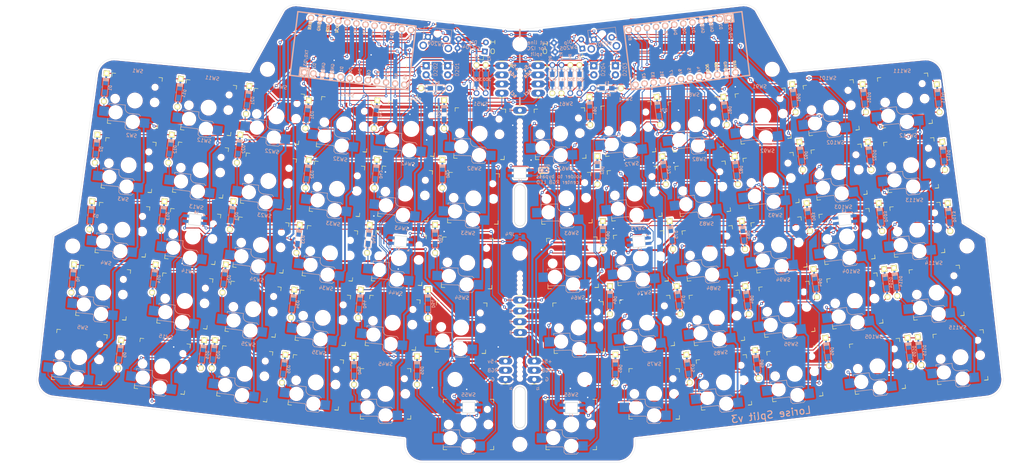
<source format=kicad_pcb>
(kicad_pcb (version 20171130) (host pcbnew 5.1.9+dfsg1-1)
  (layers (0 F.Cu signal) (31 B.Cu signal) (34 B.Paste user hide) (35 F.Paste user hide) (36 B.SilkS user) (37 F.SilkS user hide) (38 B.Mask user hide) (39 F.Mask user hide) (44 Edge.Cuts user))
  (net 0 "")
  (net 1 R1)
  (net 2 "Net-(D1-Pad2)")
  (net 3 "Net-(D2-Pad2)")
  (net 4 R2)
  (net 5 R3)
  (net 6 "Net-(D3-Pad2)")
  (net 7 "Net-(D4-Pad2)")
  (net 8 R4)
  (net 9 R5)
  (net 10 "Net-(D5-Pad2)")
  (net 11 "Net-(D11-Pad2)")
  (net 12 "Net-(D12-Pad2)")
  (net 13 "Net-(D13-Pad2)")
  (net 14 "Net-(D14-Pad2)")
  (net 15 "Net-(D15-Pad2)")
  (net 16 "Net-(D21-Pad2)")
  (net 17 "Net-(D22-Pad2)")
  (net 18 "Net-(D23-Pad2)")
  (net 19 "Net-(D24-Pad2)")
  (net 20 "Net-(D25-Pad2)")
  (net 21 "Net-(D31-Pad2)")
  (net 22 "Net-(D32-Pad2)")
  (net 23 "Net-(D33-Pad2)")
  (net 24 "Net-(D34-Pad2)")
  (net 25 "Net-(D35-Pad2)")
  (net 26 "Net-(D41-Pad2)")
  (net 27 "Net-(D42-Pad2)")
  (net 28 "Net-(D43-Pad2)")
  (net 29 "Net-(D44-Pad2)")
  (net 30 "Net-(D45-Pad2)")
  (net 31 "Net-(D51-Pad2)")
  (net 32 "Net-(D52-Pad2)")
  (net 33 "Net-(D53-Pad2)")
  (net 34 "Net-(D54-Pad2)")
  (net 35 "Net-(D55-Pad2)")
  (net 36 "Net-(D61-Pad2)")
  (net 37 "Net-(D62-Pad2)")
  (net 38 "Net-(D63-Pad2)")
  (net 39 "Net-(D64-Pad2)")
  (net 40 "Net-(D65-Pad2)")
  (net 41 "Net-(D71-Pad2)")
  (net 42 "Net-(D72-Pad2)")
  (net 43 "Net-(D73-Pad2)")
  (net 44 "Net-(D74-Pad2)")
  (net 45 "Net-(D75-Pad2)")
  (net 46 VCC)
  (net 47 GND)
  (net 48 C0)
  (net 49 C1)
  (net 50 C2)
  (net 51 C3)
  (net 52 +5V)
  (net 53 C4)
  (net 54 C5)
  (net 55 C6)
  (net 56 C7)
  (net 57 "Net-(D81-Pad2)")
  (net 58 "Net-(D82-Pad2)")
  (net 59 "Net-(D83-Pad2)")
  (net 60 "Net-(D84-Pad2)")
  (net 61 "Net-(D85-Pad2)")
  (net 62 "Net-(D91-Pad2)")
  (net 63 "Net-(D92-Pad2)")
  (net 64 "Net-(D93-Pad2)")
  (net 65 "Net-(D94-Pad2)")
  (net 66 "Net-(D95-Pad2)")
  (net 67 "Net-(D101-Pad2)")
  (net 68 "Net-(D102-Pad2)")
  (net 69 "Net-(D103-Pad2)")
  (net 70 "Net-(D104-Pad2)")
  (net 71 "Net-(D105-Pad2)")
  (net 72 "Net-(D111-Pad2)")
  (net 73 "Net-(D112-Pad2)")
  (net 74 "Net-(D113-Pad2)")
  (net 75 "Net-(D114-Pad2)")
  (net 76 "Net-(D115-Pad2)")
  (net 77 SDA)
  (net 78 SCL)
  (net 79 C11)
  (net 80 C10)
  (net 81 C9)
  (net 82 C8)
  (net 83 LED2)
  (net 84 LED1)
  (net 85 RGB-R)
  (net 86 RGB-L)
  (net 87 "Net-(D201-PadA)")
  (net 88 "Net-(D202-PadA)")
  (net 89 "Net-(D203-PadA)")
  (net 90 "Net-(D204-PadA)")
  (net 91 "Net-(J1-Pad2)")
  (net 92 "Net-(J2-Pad2)")
  (net 93 "Net-(JP4-Pad1)")
  (net 94 RST-L)
  (net 95 RST-R)
  (net 96 dip1)
  (net 97 dip2)
  (net 98 "Net-(JP12-Pad2)")
  (net 99 "Net-(JP12-Pad1)")
  (net 100 "Net-(L2-Pad2)")
  (net 101 "Net-(L3-Pad2)")
  (net 102 "Net-(L5-Pad2)")
  (net 103 "Net-(L6-Pad2)")
  (module lorize3:SK6812-MINI-E (layer F.Cu) (at 96.9 96.7 354.5)
    (fp_text reference L5 (at -0.5 2.1 174.5 unlocked) (layer B.SilkS) (effects (font (size 0.7 0.7)) (justify mirror)))
    (fp_text value kbd_SK6812MINI hide)
    (fp_line (start 1.7 -1.5) (end 1.7 1.5) (layer Edge.Cuts) (width 0.12))
    (fp_line (start 1.7 1.5) (end -1.7 1.5) (layer Edge.Cuts) (width 0.12))
    (fp_line (start -1.7 1.5) (end -1.7 -1.5) (layer Edge.Cuts) (width 0.12))
    (fp_line (start -1.7 -1.5) (end 1.7 -1.5) (layer Edge.Cuts) (width 0.12))
    (pad 2 smd rect (at -2.55 0.75 354.5) (size 1.7 0.82) (layers B.Cu B.Paste B.Mask) (net 102 "Net-(L5-Pad2)"))
    (pad 1 smd rect (at -2.55 -0.75 354.5) (size 1.7 0.82) (layers B.Cu B.Paste B.Mask) (net 52 +5V))
    (pad 3 smd roundrect (at 2.55 0.75 354.5) (size 1.7 0.82) (layers B.Cu B.Paste B.Mask) (net 47 GND))
    (pad 4 smd rect (at 2.55 -0.75 354.5) (size 1.7 0.82) (layers B.Cu B.Paste B.Mask) (net 93 "Net-(JP4-Pad1)"))
  )
  (module lorize3:SW_Tactile_SPST_Angled_MJTP1117 (layer F.Cu) (at 150.5 40.75 7)
    (fp_text reference SW201 (at 2.5 1.68 7) (layer B.SilkS) (effects (justify mirror)))
    (fp_text value "Reset Switch")
    (pad "" np_thru_hole circle (at 2.5 -1.21 7) (size 1.2 1.2) (drill 1.2) (layers *.Cu *.Mask))
    (pad "" thru_hole circle (at -1 2.49 7) (size 2.1 2.1) (drill 1.3) (layers *.Cu *.Mask))
    (pad 1 thru_hole circle (at 0 0 7) (size 1.75 1.75) (drill 0.99) (layers *.Cu *.Mask) (net 47 GND))
    (pad 2 thru_hole circle (at 5 0 7) (size 1.75 1.75) (drill 0.99) (layers *.Cu *.Mask) (net 95 RST-R))
    (pad "" thru_hole circle (at 6.01 2.49 7) (size 2.1 2.1) (drill 1.3) (layers *.Cu *.Mask))
  )
  (module lorize3:SW_Tactile_SPST_Angled_MJTP1117 (layer F.Cu) (at 104.5 40.005 353)
    (fp_text reference SW200 (at 2.5 1.68 173) (layer B.SilkS) (effects (justify mirror)))
    (fp_text value "Reset Switch")
    (pad "" np_thru_hole circle (at 2.5 -1.21 353) (size 1.2 1.2) (drill 1.2) (layers *.Cu *.Mask))
    (pad "" thru_hole circle (at -1 2.49 353) (size 2.1 2.1) (drill 1.3) (layers *.Cu *.Mask))
    (pad 1 thru_hole circle (at 0 0 353) (size 1.75 1.75) (drill 0.99) (layers *.Cu *.Mask) (net 47 GND))
    (pad 2 thru_hole circle (at 5 0 353) (size 1.75 1.75) (drill 0.99) (layers *.Cu *.Mask) (net 94 RST-L))
    (pad "" thru_hole circle (at 6.01 2.49 353) (size 2.1 2.1) (drill 1.3) (layers *.Cu *.Mask))
  )
  (module Keebio-Parts:Diode-Hybrid-Back (layer F.Cu) (at 15 54 84.5)
    (fp_text reference D1 (at -0.0254 1.4 84.5) (layer B.SilkS) (effects (font (size 0.8 0.8)) (justify mirror)))
    (fp_text value Device_D hide)
    (pad 1 thru_hole rect (at 3.9 0 84.5) (size 1.6 1.6) (drill 1) (layers *.Cu *.Mask F.SilkS) (net 1 R1))
    (pad 2 thru_hole circle (at -3.9 0 84.5) (size 1.6 1.6) (drill 1) (layers *.Cu *.Mask F.SilkS) (net 2 "Net-(D1-Pad2)"))
    (pad 1 smd rect (at 2.5 0 84.5) (size 2.9 0.5) (layers B.Cu) (net 1 R1))
    (pad 1 smd rect (at 1.4 0 84.5) (size 1.6 1.2) (layers B.Cu B.Paste B.Mask) (net 1 R1))
    (pad 2 smd rect (at -1.4 0 84.5) (size 1.6 1.2) (layers B.Cu B.Paste B.Mask) (net 2 "Net-(D1-Pad2)"))
    (pad 2 smd rect (at -2.5 0 84.5) (size 2.9 0.5) (layers B.Cu) (net 2 "Net-(D1-Pad2)"))
  )
  (module lorize3:SK6812-MINI-E (layer F.Cu) (at 144.3 142.9)
    (fp_text reference L4 (at 0 2.1 unlocked) (layer B.SilkS) (effects (font (size 0.7 0.7))))
    (fp_text value kbd_SK6812MINI hide)
    (fp_line (start 1.7 -1.5) (end 1.7 1.5) (layer Edge.Cuts) (width 0.12))
    (fp_line (start 1.7 1.5) (end -1.7 1.5) (layer Edge.Cuts) (width 0.12))
    (fp_line (start -1.7 1.5) (end -1.7 -1.5) (layer Edge.Cuts) (width 0.12))
    (fp_line (start -1.7 -1.5) (end 1.7 -1.5) (layer Edge.Cuts) (width 0.12))
    (pad 3 smd roundrect (at 2.55 -0.75) (size 1.7 0.82) (layers B.Cu B.Paste B.Mask) (net 47 GND))
    (pad 4 smd rect (at 2.55 0.75) (size 1.7 0.82) (layers B.Cu B.Paste B.Mask) (net 101 "Net-(L3-Pad2)"))
    (pad 2 smd rect (at -2.55 -0.75) (size 1.7 0.82) (layers B.Cu B.Paste B.Mask) (net 92 "Net-(J2-Pad2)"))
    (pad 1 smd rect (at -2.55 0.75) (size 1.7 0.82) (layers B.Cu B.Paste B.Mask) (net 52 +5V))
  )
  (module MountingHole:MountingHole_3.2mm_M3 (layer F.Cu) (at 148 135)
    (fp_text reference H2 hide)
    (fp_text value Hole)
    (pad 1 np_thru_hole circle (at 0 0) (size 3.2 3.2) (drill 3.2) (layers *.Cu *.Mask))
  )
  (module MountingHole:MountingHole_3.2mm_M3 (layer F.Cu) (at 130 153)
    (fp_text reference H3 hide)
    (fp_text value Hole)
    (pad 1 np_thru_hole circle (at 0 0) (size 3.2 3.2) (drill 3.2) (layers *.Cu *.Mask))
  )
  (module MountingHole:MountingHole_3.2mm_M3 (layer F.Cu) (at 6 98)
    (fp_text reference H4 hide)
    (fp_text value Hole)
    (pad 1 np_thru_hole circle (at 0 0) (size 3.2 3.2) (drill 3.2) (layers *.Cu *.Mask))
  )
  (module MountingHole:MountingHole_3.2mm_M3 (layer F.Cu) (at 130 100)
    (fp_text reference H5 hide)
    (fp_text value Hole)
    (pad 1 np_thru_hole circle (at 0 0) (size 3.2 3.2) (drill 3.2) (layers *.Cu *.Mask))
  )
  (module MountingHole:MountingHole_3.2mm_M3 (layer F.Cu) (at 130 42)
    (fp_text reference H6 hide)
    (fp_text value Hole)
    (pad 1 np_thru_hole circle (at 0 0) (size 3.2 3.2) (drill 3.2) (layers *.Cu *.Mask))
  )
  (module MountingHole:MountingHole_3.2mm_M3 (layer F.Cu) (at 254 98)
    (fp_text reference H7 hide)
    (fp_text value Hole)
    (pad 1 np_thru_hole circle (at 0 0) (size 3.2 3.2) (drill 3.2) (layers *.Cu *.Mask))
  )
  (module keyswitches:Kailh_socket_PG1350 (layer F.Cu) (at 144.594 102.68 1.65)
    (fp_text reference SW63 (at 0 -8.255 1.6) (layer B.SilkS) (effects (justify mirror)))
    (fp_text value kbd_SW_PUSH)
    (pad "" np_thru_hole circle (at 5.22 -4.2 1.65) (size 0.9906 0.9906) (drill 0.9906) (layers *.Cu *.Mask))
    (pad 2 smd rect (at -8.275 3.75 1.65) (size 2.6 2.6) (layers B.Cu B.Paste B.Mask) (net 38 "Net-(D63-Pad2)"))
    (pad "" np_thru_hole circle (at 0 5.95 1.65) (size 3 3) (drill 3) (layers *.Cu *.Mask))
    (pad "" np_thru_hole circle (at 0 0 1.65) (size 3.429 3.429) (drill 3.429) (layers *.Cu *.Mask))
    (pad "" np_thru_hole circle (at -5 3.75 1.65) (size 3 3) (drill 3) (layers *.Cu *.Mask))
    (pad 1 smd rect (at 3.275 5.95 1.65) (size 2.6 2.6) (layers B.Cu B.Paste B.Mask) (net 55 C6))
    (pad "" np_thru_hole circle (at 5.5 0 1.65) (size 1.7018 1.7018) (drill 1.7018) (layers *.Cu *.Mask))
    (pad "" np_thru_hole circle (at -5.5 0 1.65) (size 1.7018 1.7018) (drill 1.7018) (layers *.Cu *.Mask))
  )
  (module Keebio-Parts:Resistor-Hybrid-Back (layer F.Cu) (at 146.52 51.72 270)
    (fp_text reference R5 (at -6.250776 0 90) (layer B.SilkS) (effects (font (size 0.8 0.8)) (justify mirror)))
    (fp_text value 300 (at 0.096 -0.292 180) (layer B.SilkS) (effects (font (size 0.8 0.8)) (justify mirror)))
    (pad 2 smd rect (at -2.5 0 270) (size 2.9 0.5) (layers B.Cu) (net 46 VCC))
    (pad 2 smd rect (at -1.35 0 270) (size 1.5 1.2) (layers B.Cu B.Paste B.Mask) (net 46 VCC))
    (pad 1 smd rect (at 1.35 0 270) (size 1.5 1.2) (layers B.Cu B.Paste B.Mask) (net 89 "Net-(D203-PadA)"))
    (pad 1 smd rect (at 2.5 0 270) (size 2.9 0.5) (layers B.Cu) (net 89 "Net-(D203-PadA)"))
    (pad 2 thru_hole circle (at -3.9 0 270) (size 1.6 1.6) (drill 1) (layers *.Cu *.Mask F.SilkS) (net 46 VCC))
    (pad 1 thru_hole circle (at 3.9 0 270) (size 1.6 1.6) (drill 1) (layers *.Cu *.Mask) (net 89 "Net-(D203-PadA)"))
  )
  (module Connectors:1X01_LONGPAD (layer F.Cu) (at 130.0788 121.99 90)
    (fp_text reference R5 (at 0 -2.54 90) (layer B.SilkS) (effects (font (size 0.6096 0.6096) (thickness 0.127)) (justify mirror)))
    (fp_text value Conn_01x01 hide)
    (pad 1 thru_hole oval (at -0.01 0.02 270) (size 1.8796 3.7592) (drill 1.1176) (layers *.Cu *.Mask) (net 9 R5))
  )
  (module Connectors:1X01_LONGPAD (layer F.Cu) (at 130.01 60.356 90)
    (fp_text reference R1 (at 0 -2.54 90) (layer B.SilkS) (effects (font (size 0.6096 0.6096) (thickness 0.127)) (justify mirror)))
    (fp_text value Conn_01x01 hide)
    (pad 1 thru_hole oval (at -0.01 0 270) (size 1.8796 3.7592) (drill 1.1176) (layers *.Cu *.Mask) (net 1 R1))
  )
  (module Connectors:1X01_LONGPAD (layer F.Cu) (at 130 113 90)
    (fp_text reference R2 (at 0 -2.6 90) (layer B.SilkS) (effects (font (size 0.6096 0.6096) (thickness 0.127)) (justify mirror)))
    (fp_text value Conn_01x01 hide)
    (pad 1 thru_hole oval (at 0 0 270) (size 1.8796 3.7592) (drill 1.1176) (layers *.Cu *.Mask) (net 4 R2))
  )
  (module Connectors:1X01_LONGPAD (layer F.Cu) (at 130 116 90)
    (fp_text reference R3 (at 0 -2.54 90) (layer B.SilkS) (effects (font (size 0.6096 0.6096) (thickness 0.127)) (justify mirror)))
    (fp_text value Conn_01x01 hide)
    (pad 1 thru_hole oval (at 0 0 270) (size 1.8796 3.7592) (drill 1.1176) (layers *.Cu *.Mask) (net 5 R3))
  )
  (module Connectors:1X01_LONGPAD (layer F.Cu) (at 130 119 90)
    (fp_text reference R4 (at 0 -2.54 90) (layer B.SilkS) (effects (font (size 0.6096 0.6096) (thickness 0.127)) (justify mirror)))
    (fp_text value Conn_01x01 hide)
    (pad 1 thru_hole oval (at 0 0 270) (size 1.8796 3.7592) (drill 1.1176) (layers *.Cu *.Mask) (net 8 R4))
  )
  (module Keebio-Parts:Diode-Hybrid-Back (layer F.Cu) (at 12.5 71 84.5)
    (fp_text reference D2 (at -0.0254 1.4 77.5) (layer B.SilkS) (effects (font (size 0.8 0.8)) (justify mirror)))
    (fp_text value Device_D hide)
    (pad 1 thru_hole rect (at 3.9 0 84.5) (size 1.6 1.6) (drill 1) (layers *.Cu *.Mask F.SilkS) (net 4 R2))
    (pad 2 thru_hole circle (at -3.9 0 84.5) (size 1.6 1.6) (drill 1) (layers *.Cu *.Mask F.SilkS) (net 3 "Net-(D2-Pad2)"))
    (pad 1 smd rect (at 2.5 0 84.5) (size 2.9 0.5) (layers B.Cu) (net 4 R2))
    (pad 1 smd rect (at 1.4 0 84.5) (size 1.6 1.2) (layers B.Cu B.Paste B.Mask) (net 4 R2))
    (pad 2 smd rect (at -1.4 0 84.5) (size 1.6 1.2) (layers B.Cu B.Paste B.Mask) (net 3 "Net-(D2-Pad2)"))
    (pad 2 smd rect (at -2.5 0 84.5) (size 2.9 0.5) (layers B.Cu) (net 3 "Net-(D2-Pad2)"))
  )
  (module Keebio-Parts:Diode-Hybrid-Back (layer F.Cu) (at 11 89.5 84.5)
    (fp_text reference D3 (at -0.0254 1.4 165.5) (layer B.SilkS) (effects (font (size 0.8 0.8)) (justify mirror)))
    (fp_text value Device_D hide)
    (pad 1 thru_hole rect (at 3.9 0 84.5) (size 1.6 1.6) (drill 1) (layers *.Cu *.Mask F.SilkS) (net 5 R3))
    (pad 2 thru_hole circle (at -3.9 0 84.5) (size 1.6 1.6) (drill 1) (layers *.Cu *.Mask F.SilkS) (net 6 "Net-(D3-Pad2)"))
    (pad 1 smd rect (at 2.5 0 84.5) (size 2.9 0.5) (layers B.Cu) (net 5 R3))
    (pad 1 smd rect (at 1.4 0 84.5) (size 1.6 1.2) (layers B.Cu B.Paste B.Mask) (net 5 R3))
    (pad 2 smd rect (at -1.4 0 84.5) (size 1.6 1.2) (layers B.Cu B.Paste B.Mask) (net 6 "Net-(D3-Pad2)"))
    (pad 2 smd rect (at -2.5 0 84.5) (size 2.9 0.5) (layers B.Cu) (net 6 "Net-(D3-Pad2)"))
  )
  (module Keebio-Parts:Diode-Hybrid-Back (layer F.Cu) (at 6 107 84.5)
    (fp_text reference D4 (at -0.0254 1.4 91.5) (layer B.SilkS) (effects (font (size 0.8 0.8)) (justify mirror)))
    (fp_text value Device_D hide)
    (pad 1 thru_hole rect (at 3.9 0 84.5) (size 1.6 1.6) (drill 1) (layers *.Cu *.Mask F.SilkS) (net 8 R4))
    (pad 2 thru_hole circle (at -3.9 0 84.5) (size 1.6 1.6) (drill 1) (layers *.Cu *.Mask F.SilkS) (net 7 "Net-(D4-Pad2)"))
    (pad 1 smd rect (at 2.5 0 84.5) (size 2.9 0.5) (layers B.Cu) (net 8 R4))
    (pad 1 smd rect (at 1.4 0 84.5) (size 1.6 1.2) (layers B.Cu B.Paste B.Mask) (net 8 R4))
    (pad 2 smd rect (at -1.4 0 84.5) (size 1.6 1.2) (layers B.Cu B.Paste B.Mask) (net 7 "Net-(D4-Pad2)"))
    (pad 2 smd rect (at -2.5 0 84.5) (size 2.9 0.5) (layers B.Cu) (net 7 "Net-(D4-Pad2)"))
  )
  (module Keebio-Parts:Diode-Hybrid-Back (layer F.Cu) (at 19 128 83)
    (fp_text reference D5 (at -0.0254 1.4 90) (layer B.SilkS) (effects (font (size 0.8 0.8)) (justify mirror)))
    (fp_text value Device_D hide)
    (pad 1 thru_hole rect (at 3.9 0 83) (size 1.6 1.6) (drill 1) (layers *.Cu *.Mask F.SilkS) (net 9 R5))
    (pad 2 thru_hole circle (at -3.9 0 83) (size 1.6 1.6) (drill 1) (layers *.Cu *.Mask F.SilkS) (net 10 "Net-(D5-Pad2)"))
    (pad 1 smd rect (at 2.5 0 83) (size 2.9 0.5) (layers B.Cu) (net 9 R5))
    (pad 1 smd rect (at 1.4 0 83) (size 1.6 1.2) (layers B.Cu B.Paste B.Mask) (net 9 R5))
    (pad 2 smd rect (at -1.4 0 83) (size 1.6 1.2) (layers B.Cu B.Paste B.Mask) (net 10 "Net-(D5-Pad2)"))
    (pad 2 smd rect (at -2.5 0 83) (size 2.9 0.5) (layers B.Cu) (net 10 "Net-(D5-Pad2)"))
  )
  (module Keebio-Parts:Diode-Hybrid-Back (layer F.Cu) (at 35.5 55.5 83)
    (fp_text reference D11 (at -0.0254 1.4 76) (layer B.SilkS) (effects (font (size 0.8 0.8)) (justify mirror)))
    (fp_text value Device_D hide)
    (pad 1 thru_hole rect (at 3.9 0 83) (size 1.6 1.6) (drill 1) (layers *.Cu *.Mask F.SilkS) (net 1 R1))
    (pad 2 thru_hole circle (at -3.9 0 83) (size 1.6 1.6) (drill 1) (layers *.Cu *.Mask F.SilkS) (net 11 "Net-(D11-Pad2)"))
    (pad 1 smd rect (at 2.5 0 83) (size 2.9 0.5) (layers B.Cu) (net 1 R1))
    (pad 1 smd rect (at 1.4 0 83) (size 1.6 1.2) (layers B.Cu B.Paste B.Mask) (net 1 R1))
    (pad 2 smd rect (at -1.4 0 83) (size 1.6 1.2) (layers B.Cu B.Paste B.Mask) (net 11 "Net-(D11-Pad2)"))
    (pad 2 smd rect (at -2.5 0 83) (size 2.9 0.5) (layers B.Cu) (net 11 "Net-(D11-Pad2)"))
  )
  (module Keebio-Parts:Diode-Hybrid-Back (layer F.Cu) (at 33 71 83)
    (fp_text reference D12 (at -0.0254 1.4 90) (layer B.SilkS) (effects (font (size 0.8 0.8)) (justify mirror)))
    (fp_text value Device_D hide)
    (pad 1 thru_hole rect (at 3.9 0 83) (size 1.6 1.6) (drill 1) (layers *.Cu *.Mask F.SilkS) (net 4 R2))
    (pad 2 thru_hole circle (at -3.9 0 83) (size 1.6 1.6) (drill 1) (layers *.Cu *.Mask F.SilkS) (net 12 "Net-(D12-Pad2)"))
    (pad 1 smd rect (at 2.5 0 83) (size 2.9 0.5) (layers B.Cu) (net 4 R2))
    (pad 1 smd rect (at 1.4 0 83) (size 1.6 1.2) (layers B.Cu B.Paste B.Mask) (net 4 R2))
    (pad 2 smd rect (at -1.4 0 83) (size 1.6 1.2) (layers B.Cu B.Paste B.Mask) (net 12 "Net-(D12-Pad2)"))
    (pad 2 smd rect (at -2.5 0 83) (size 2.9 0.5) (layers B.Cu) (net 12 "Net-(D12-Pad2)"))
  )
  (module Keebio-Parts:Diode-Hybrid-Back (layer F.Cu) (at 30.96 89.511115 83)
    (fp_text reference D13 (at -0.0254 1.4 90) (layer B.SilkS) (effects (font (size 0.8 0.8)) (justify mirror)))
    (fp_text value Device_D hide)
    (pad 1 thru_hole rect (at 3.9 0 83) (size 1.6 1.6) (drill 1) (layers *.Cu *.Mask F.SilkS) (net 5 R3))
    (pad 2 thru_hole circle (at -3.9 0 83) (size 1.6 1.6) (drill 1) (layers *.Cu *.Mask F.SilkS) (net 13 "Net-(D13-Pad2)"))
    (pad 1 smd rect (at 2.5 0 83) (size 2.9 0.5) (layers B.Cu) (net 5 R3))
    (pad 1 smd rect (at 1.4 0 83) (size 1.6 1.2) (layers B.Cu B.Paste B.Mask) (net 5 R3))
    (pad 2 smd rect (at -1.4 0 83) (size 1.6 1.2) (layers B.Cu B.Paste B.Mask) (net 13 "Net-(D13-Pad2)"))
    (pad 2 smd rect (at -2.5 0 83) (size 2.9 0.5) (layers B.Cu) (net 13 "Net-(D13-Pad2)"))
  )
  (module Keebio-Parts:Diode-Hybrid-Back (layer F.Cu) (at 28.5 107 83)
    (fp_text reference D14 (at -0.0254 1.4 90) (layer B.SilkS) (effects (font (size 0.8 0.8)) (justify mirror)))
    (fp_text value Device_D hide)
    (pad 1 thru_hole rect (at 3.9 0 83) (size 1.6 1.6) (drill 1) (layers *.Cu *.Mask F.SilkS) (net 8 R4))
    (pad 2 thru_hole circle (at -3.9 0 83) (size 1.6 1.6) (drill 1) (layers *.Cu *.Mask F.SilkS) (net 14 "Net-(D14-Pad2)"))
    (pad 1 smd rect (at 2.5 0 83) (size 2.9 0.5) (layers B.Cu) (net 8 R4))
    (pad 1 smd rect (at 1.4 0 83) (size 1.6 1.2) (layers B.Cu B.Paste B.Mask) (net 8 R4))
    (pad 2 smd rect (at -1.4 0 83) (size 1.6 1.2) (layers B.Cu B.Paste B.Mask) (net 14 "Net-(D14-Pad2)"))
    (pad 2 smd rect (at -2.5 0 83) (size 2.9 0.5) (layers B.Cu) (net 14 "Net-(D14-Pad2)"))
  )
  (module Keebio-Parts:Diode-Hybrid-Back (layer F.Cu) (at 42 128 83)
    (fp_text reference D15 (at -0.0254 1.4 90) (layer B.SilkS) (effects (font (size 0.8 0.8)) (justify mirror)))
    (fp_text value Device_D hide)
    (pad 1 thru_hole rect (at 3.9 0 83) (size 1.6 1.6) (drill 1) (layers *.Cu *.Mask F.SilkS) (net 9 R5))
    (pad 2 thru_hole circle (at -3.9 0 83) (size 1.6 1.6) (drill 1) (layers *.Cu *.Mask F.SilkS) (net 15 "Net-(D15-Pad2)"))
    (pad 1 smd rect (at 2.5 0 83) (size 2.9 0.5) (layers B.Cu) (net 9 R5))
    (pad 1 smd rect (at 1.4 0 83) (size 1.6 1.2) (layers B.Cu B.Paste B.Mask) (net 9 R5))
    (pad 2 smd rect (at -1.4 0 83) (size 1.6 1.2) (layers B.Cu B.Paste B.Mask) (net 15 "Net-(D15-Pad2)"))
    (pad 2 smd rect (at -2.5 0 83) (size 2.9 0.5) (layers B.Cu) (net 15 "Net-(D15-Pad2)"))
  )
  (module Keebio-Parts:Diode-Hybrid-Back (layer F.Cu) (at 54.5 57.5 83)
    (fp_text reference D21 (at -0.0254 1.4 90) (layer B.SilkS) (effects (font (size 0.8 0.8)) (justify mirror)))
    (fp_text value Device_D hide)
    (pad 1 thru_hole rect (at 3.9 0 83) (size 1.6 1.6) (drill 1) (layers *.Cu *.Mask F.SilkS) (net 1 R1))
    (pad 2 thru_hole circle (at -3.9 0 83) (size 1.6 1.6) (drill 1) (layers *.Cu *.Mask F.SilkS) (net 16 "Net-(D21-Pad2)"))
    (pad 1 smd rect (at 2.5 0 83) (size 2.9 0.5) (layers B.Cu) (net 1 R1))
    (pad 1 smd rect (at 1.4 0 83) (size 1.6 1.2) (layers B.Cu B.Paste B.Mask) (net 1 R1))
    (pad 2 smd rect (at -1.4 0 83) (size 1.6 1.2) (layers B.Cu B.Paste B.Mask) (net 16 "Net-(D21-Pad2)"))
    (pad 2 smd rect (at -2.5 0 83) (size 2.9 0.5) (layers B.Cu) (net 16 "Net-(D21-Pad2)"))
  )
  (module Keebio-Parts:Diode-Hybrid-Back (layer F.Cu) (at 52 71 83)
    (fp_text reference D22 (at -0.0254 1.4 90) (layer B.SilkS) (effects (font (size 0.8 0.8)) (justify mirror)))
    (fp_text value Device_D hide)
    (pad 1 thru_hole rect (at 3.9 0 83) (size 1.6 1.6) (drill 1) (layers *.Cu *.Mask F.SilkS) (net 4 R2))
    (pad 2 thru_hole circle (at -3.9 0 83) (size 1.6 1.6) (drill 1) (layers *.Cu *.Mask F.SilkS) (net 17 "Net-(D22-Pad2)"))
    (pad 1 smd rect (at 2.5 0 83) (size 2.9 0.5) (layers B.Cu) (net 4 R2))
    (pad 1 smd rect (at 1.4 0 83) (size 1.6 1.2) (layers B.Cu B.Paste B.Mask) (net 4 R2))
    (pad 2 smd rect (at -1.4 0 83) (size 1.6 1.2) (layers B.Cu B.Paste B.Mask) (net 17 "Net-(D22-Pad2)"))
    (pad 2 smd rect (at -2.5 0 83) (size 2.9 0.5) (layers B.Cu) (net 17 "Net-(D22-Pad2)"))
  )
  (module Keebio-Parts:Diode-Hybrid-Back (layer F.Cu) (at 50.05 89.511115 83)
    (fp_text reference D23 (at -0.0254 1.4 90) (layer B.SilkS) (effects (font (size 0.8 0.8)) (justify mirror)))
    (fp_text value Device_D hide)
    (pad 1 thru_hole rect (at 3.9 0 83) (size 1.6 1.6) (drill 1) (layers *.Cu *.Mask F.SilkS) (net 5 R3))
    (pad 2 thru_hole circle (at -3.9 0 83) (size 1.6 1.6) (drill 1) (layers *.Cu *.Mask F.SilkS) (net 18 "Net-(D23-Pad2)"))
    (pad 1 smd rect (at 2.5 0 83) (size 2.9 0.5) (layers B.Cu) (net 5 R3))
    (pad 1 smd rect (at 1.4 0 83) (size 1.6 1.2) (layers B.Cu B.Paste B.Mask) (net 5 R3))
    (pad 2 smd rect (at -1.4 0 83) (size 1.6 1.2) (layers B.Cu B.Paste B.Mask) (net 18 "Net-(D23-Pad2)"))
    (pad 2 smd rect (at -2.5 0 83) (size 2.9 0.5) (layers B.Cu) (net 18 "Net-(D23-Pad2)"))
  )
  (module Keebio-Parts:Diode-Hybrid-Back (layer F.Cu) (at 48 107 83)
    (fp_text reference D24 (at -0.0254 1.4 90) (layer B.SilkS) (effects (font (size 0.8 0.8)) (justify mirror)))
    (fp_text value Device_D hide)
    (pad 1 thru_hole rect (at 3.9 0 83) (size 1.6 1.6) (drill 1) (layers *.Cu *.Mask F.SilkS) (net 8 R4))
    (pad 2 thru_hole circle (at -3.9 0 83) (size 1.6 1.6) (drill 1) (layers *.Cu *.Mask F.SilkS) (net 19 "Net-(D24-Pad2)"))
    (pad 1 smd rect (at 2.5 0 83) (size 2.9 0.5) (layers B.Cu) (net 8 R4))
    (pad 1 smd rect (at 1.4 0 83) (size 1.6 1.2) (layers B.Cu B.Paste B.Mask) (net 8 R4))
    (pad 2 smd rect (at -1.4 0 83) (size 1.6 1.2) (layers B.Cu B.Paste B.Mask) (net 19 "Net-(D24-Pad2)"))
    (pad 2 smd rect (at -2.5 0 83) (size 2.9 0.5) (layers B.Cu) (net 19 "Net-(D24-Pad2)"))
  )
  (module Keebio-Parts:Diode-Hybrid-Back (layer F.Cu) (at 45 128 83)
    (fp_text reference D25 (at -0.0254 1.4 90) (layer B.SilkS) (effects (font (size 0.8 0.8)) (justify mirror)))
    (fp_text value Device_D hide)
    (pad 1 thru_hole rect (at 3.9 0 83) (size 1.6 1.6) (drill 1) (layers *.Cu *.Mask F.SilkS) (net 9 R5))
    (pad 2 thru_hole circle (at -3.9 0 83) (size 1.6 1.6) (drill 1) (layers *.Cu *.Mask F.SilkS) (net 20 "Net-(D25-Pad2)"))
    (pad 1 smd rect (at 2.5 0 83) (size 2.9 0.5) (layers B.Cu) (net 9 R5))
    (pad 1 smd rect (at 1.4 0 83) (size 1.6 1.2) (layers B.Cu B.Paste B.Mask) (net 9 R5))
    (pad 2 smd rect (at -1.4 0 83) (size 1.6 1.2) (layers B.Cu B.Paste B.Mask) (net 20 "Net-(D25-Pad2)"))
    (pad 2 smd rect (at -2.5 0 83) (size 2.9 0.5) (layers B.Cu) (net 20 "Net-(D25-Pad2)"))
  )
  (module Keebio-Parts:Diode-Hybrid-Back (layer F.Cu) (at 71 61.5 83)
    (fp_text reference D31 (at -0.0254 1.4 90) (layer B.SilkS) (effects (font (size 0.8 0.8)) (justify mirror)))
    (fp_text value Device_D hide)
    (pad 1 thru_hole rect (at 3.9 0 83) (size 1.6 1.6) (drill 1) (layers *.Cu *.Mask F.SilkS) (net 1 R1))
    (pad 2 thru_hole circle (at -3.9 0 83) (size 1.6 1.6) (drill 1) (layers *.Cu *.Mask F.SilkS) (net 21 "Net-(D31-Pad2)"))
    (pad 1 smd rect (at 2.5 0 83) (size 2.9 0.5) (layers B.Cu) (net 1 R1))
    (pad 1 smd rect (at 1.4 0 83) (size 1.6 1.2) (layers B.Cu B.Paste B.Mask) (net 1 R1))
    (pad 2 smd rect (at -1.4 0 83) (size 1.6 1.2) (layers B.Cu B.Paste B.Mask) (net 21 "Net-(D31-Pad2)"))
    (pad 2 smd rect (at -2.5 0 83) (size 2.9 0.5) (layers B.Cu) (net 21 "Net-(D31-Pad2)"))
  )
  (module Keebio-Parts:Diode-Hybrid-Back (layer F.Cu) (at 71 78 83)
    (fp_text reference D32 (at -0.0254 1.4 90) (layer B.SilkS) (effects (font (size 0.8 0.8)) (justify mirror)))
    (fp_text value Device_D hide)
    (pad 1 thru_hole rect (at 3.9 0 83) (size 1.6 1.6) (drill 1) (layers *.Cu *.Mask F.SilkS) (net 4 R2))
    (pad 2 thru_hole circle (at -3.9 0 83) (size 1.6 1.6) (drill 1) (layers *.Cu *.Mask F.SilkS) (net 22 "Net-(D32-Pad2)"))
    (pad 1 smd rect (at 2.5 0 83) (size 2.9 0.5) (layers B.Cu) (net 4 R2))
    (pad 1 smd rect (at 1.4 0 83) (size 1.6 1.2) (layers B.Cu B.Paste B.Mask) (net 4 R2))
    (pad 2 smd rect (at -1.4 0 83) (size 1.6 1.2) (layers B.Cu B.Paste B.Mask) (net 22 "Net-(D32-Pad2)"))
    (pad 2 smd rect (at -2.5 0 83) (size 2.9 0.5) (layers B.Cu) (net 22 "Net-(D32-Pad2)"))
  )
  (module Keebio-Parts:Diode-Hybrid-Back (layer F.Cu) (at 68.5 96 83)
    (fp_text reference D33 (at -0.0254 1.4 90) (layer B.SilkS) (effects (font (size 0.8 0.8)) (justify mirror)))
    (fp_text value Device_D hide)
    (pad 1 thru_hole rect (at 3.9 0 83) (size 1.6 1.6) (drill 1) (layers *.Cu *.Mask F.SilkS) (net 5 R3))
    (pad 2 thru_hole circle (at -3.9 0 83) (size 1.6 1.6) (drill 1) (layers *.Cu *.Mask F.SilkS) (net 23 "Net-(D33-Pad2)"))
    (pad 1 smd rect (at 2.5 0 83) (size 2.9 0.5) (layers B.Cu) (net 5 R3))
    (pad 1 smd rect (at 1.4 0 83) (size 1.6 1.2) (layers B.Cu B.Paste B.Mask) (net 5 R3))
    (pad 2 smd rect (at -1.4 0 83) (size 1.6 1.2) (layers B.Cu B.Paste B.Mask) (net 23 "Net-(D33-Pad2)"))
    (pad 2 smd rect (at -2.5 0 83) (size 2.9 0.5) (layers B.Cu) (net 23 "Net-(D33-Pad2)"))
  )
  (module Keebio-Parts:Diode-Hybrid-Back (layer F.Cu) (at 67 114 83)
    (fp_text reference D34 (at -0.0254 1.4 90) (layer B.SilkS) (effects (font (size 0.8 0.8)) (justify mirror)))
    (fp_text value Device_D hide)
    (pad 1 thru_hole rect (at 3.9 0 83) (size 1.6 1.6) (drill 1) (layers *.Cu *.Mask F.SilkS) (net 8 R4))
    (pad 2 thru_hole circle (at -3.9 0 83) (size 1.6 1.6) (drill 1) (layers *.Cu *.Mask F.SilkS) (net 24 "Net-(D34-Pad2)"))
    (pad 1 smd rect (at 2.5 0 83) (size 2.9 0.5) (layers B.Cu) (net 8 R4))
    (pad 1 smd rect (at 1.4 0 83) (size 1.6 1.2) (layers B.Cu B.Paste B.Mask) (net 8 R4))
    (pad 2 smd rect (at -1.4 0 83) (size 1.6 1.2) (layers B.Cu B.Paste B.Mask) (net 24 "Net-(D34-Pad2)"))
    (pad 2 smd rect (at -2.5 0 83) (size 2.9 0.5) (layers B.Cu) (net 24 "Net-(D34-Pad2)"))
  )
  (module Keebio-Parts:Diode-Hybrid-Back (layer F.Cu) (at 64.5 132 83)
    (fp_text reference D35 (at -0.0254 1.4 90) (layer B.SilkS) (effects (font (size 0.8 0.8)) (justify mirror)))
    (fp_text value Device_D hide)
    (pad 1 thru_hole rect (at 3.9 0 83) (size 1.6 1.6) (drill 1) (layers *.Cu *.Mask F.SilkS) (net 9 R5))
    (pad 2 thru_hole circle (at -3.9 0 83) (size 1.6 1.6) (drill 1) (layers *.Cu *.Mask F.SilkS) (net 25 "Net-(D35-Pad2)"))
    (pad 1 smd rect (at 2.5 0 83) (size 2.9 0.5) (layers B.Cu) (net 9 R5))
    (pad 1 smd rect (at 1.4 0 83) (size 1.6 1.2) (layers B.Cu B.Paste B.Mask) (net 9 R5))
    (pad 2 smd rect (at -1.4 0 83) (size 1.6 1.2) (layers B.Cu B.Paste B.Mask) (net 25 "Net-(D35-Pad2)"))
    (pad 2 smd rect (at -2.5 0 83) (size 2.9 0.5) (layers B.Cu) (net 25 "Net-(D35-Pad2)"))
  )
  (module Keebio-Parts:Diode-Hybrid-Back (layer F.Cu) (at 90 61.5 83)
    (fp_text reference D41 (at -0.0254 1.4 90) (layer B.SilkS) (effects (font (size 0.8 0.8)) (justify mirror)))
    (fp_text value Device_D hide)
    (pad 1 thru_hole rect (at 3.9 0 83) (size 1.6 1.6) (drill 1) (layers *.Cu *.Mask F.SilkS) (net 1 R1))
    (pad 2 thru_hole circle (at -3.9 0 83) (size 1.6 1.6) (drill 1) (layers *.Cu *.Mask F.SilkS) (net 26 "Net-(D41-Pad2)"))
    (pad 1 smd rect (at 2.5 0 83) (size 2.9 0.5) (layers B.Cu) (net 1 R1))
    (pad 1 smd rect (at 1.4 0 83) (size 1.6 1.2) (layers B.Cu B.Paste B.Mask) (net 1 R1))
    (pad 2 smd rect (at -1.4 0 83) (size 1.6 1.2) (layers B.Cu B.Paste B.Mask) (net 26 "Net-(D41-Pad2)"))
    (pad 2 smd rect (at -2.5 0 83) (size 2.9 0.5) (layers B.Cu) (net 26 "Net-(D41-Pad2)"))
  )
  (module Keebio-Parts:Diode-Hybrid-Back (layer F.Cu) (at 90 78 84.5)
    (fp_text reference D42 (at -0.0254 1.4 91.5) (layer B.SilkS) (effects (font (size 0.8 0.8)) (justify mirror)))
    (fp_text value Device_D hide)
    (pad 1 thru_hole rect (at 3.9 0 84.5) (size 1.6 1.6) (drill 1) (layers *.Cu *.Mask F.SilkS) (net 4 R2))
    (pad 2 thru_hole circle (at -3.9 0 84.5) (size 1.6 1.6) (drill 1) (layers *.Cu *.Mask F.SilkS) (net 27 "Net-(D42-Pad2)"))
    (pad 1 smd rect (at 2.5 0 84.5) (size 2.9 0.5) (layers B.Cu) (net 4 R2))
    (pad 1 smd rect (at 1.4 0 84.5) (size 1.6 1.2) (layers B.Cu B.Paste B.Mask) (net 4 R2))
    (pad 2 smd rect (at -1.4 0 84.5) (size 1.6 1.2) (layers B.Cu B.Paste B.Mask) (net 27 "Net-(D42-Pad2)"))
    (pad 2 smd rect (at -2.5 0 84.5) (size 2.9 0.5) (layers B.Cu) (net 27 "Net-(D42-Pad2)"))
  )
  (module Keebio-Parts:Diode-Hybrid-Back (layer F.Cu) (at 88 96 84.5)
    (fp_text reference D43 (at -0.0254 1.4 91.5) (layer B.SilkS) (effects (font (size 0.8 0.8)) (justify mirror)))
    (fp_text value Device_D hide)
    (pad 1 thru_hole rect (at 3.9 0 84.5) (size 1.6 1.6) (drill 1) (layers *.Cu *.Mask F.SilkS) (net 5 R3))
    (pad 2 thru_hole circle (at -3.9 0 84.5) (size 1.6 1.6) (drill 1) (layers *.Cu *.Mask F.SilkS) (net 28 "Net-(D43-Pad2)"))
    (pad 1 smd rect (at 2.5 0 84.5) (size 2.9 0.5) (layers B.Cu) (net 5 R3))
    (pad 1 smd rect (at 1.4 0 84.5) (size 1.6 1.2) (layers B.Cu B.Paste B.Mask) (net 5 R3))
    (pad 2 smd rect (at -1.4 0 84.5) (size 1.6 1.2) (layers B.Cu B.Paste B.Mask) (net 28 "Net-(D43-Pad2)"))
    (pad 2 smd rect (at -2.5 0 84.5) (size 2.9 0.5) (layers B.Cu) (net 28 "Net-(D43-Pad2)"))
  )
  (module Keebio-Parts:Diode-Hybrid-Back (layer F.Cu) (at 85.5 114 84.5)
    (fp_text reference D44 (at -0.0254 1.4 91.5) (layer B.SilkS) (effects (font (size 0.8 0.8)) (justify mirror)))
    (fp_text value Device_D hide)
    (pad 1 thru_hole rect (at 3.9 0 84.5) (size 1.6 1.6) (drill 1) (layers *.Cu *.Mask F.SilkS) (net 8 R4))
    (pad 2 thru_hole circle (at -3.9 0 84.5) (size 1.6 1.6) (drill 1) (layers *.Cu *.Mask F.SilkS) (net 29 "Net-(D44-Pad2)"))
    (pad 1 smd rect (at 2.5 0 84.5) (size 2.9 0.5) (layers B.Cu) (net 8 R4))
    (pad 1 smd rect (at 1.4 0 84.5) (size 1.6 1.2) (layers B.Cu B.Paste B.Mask) (net 8 R4))
    (pad 2 smd rect (at -1.4 0 84.5) (size 1.6 1.2) (layers B.Cu B.Paste B.Mask) (net 29 "Net-(D44-Pad2)"))
    (pad 2 smd rect (at -2.5 0 84.5) (size 2.9 0.5) (layers B.Cu) (net 29 "Net-(D44-Pad2)"))
  )
  (module Keebio-Parts:Diode-Hybrid-Back (layer F.Cu) (at 84 132.5 90)
    (fp_text reference D45 (at -0.0254 1.4 97) (layer B.SilkS) (effects (font (size 0.8 0.8)) (justify mirror)))
    (fp_text value Device_D hide)
    (pad 1 thru_hole rect (at 3.9 0 90) (size 1.6 1.6) (drill 1) (layers *.Cu *.Mask F.SilkS) (net 9 R5))
    (pad 2 thru_hole circle (at -3.9 0 90) (size 1.6 1.6) (drill 1) (layers *.Cu *.Mask F.SilkS) (net 30 "Net-(D45-Pad2)"))
    (pad 1 smd rect (at 2.5 0 90) (size 2.9 0.5) (layers B.Cu) (net 9 R5))
    (pad 1 smd rect (at 1.4 0 90) (size 1.6 1.2) (layers B.Cu B.Paste B.Mask) (net 9 R5))
    (pad 2 smd rect (at -1.4 0 90) (size 1.6 1.2) (layers B.Cu B.Paste B.Mask) (net 30 "Net-(D45-Pad2)"))
    (pad 2 smd rect (at -2.5 0 90) (size 2.9 0.5) (layers B.Cu) (net 30 "Net-(D45-Pad2)"))
  )
  (module Keebio-Parts:Diode-Hybrid-Back (layer F.Cu) (at 109 61.5 90)
    (fp_text reference D51 (at -0.0254 -1.685 270) (layer B.SilkS) (effects (font (size 0.8 0.8)) (justify mirror)))
    (fp_text value Device_D hide)
    (pad 1 thru_hole rect (at 3.9 0 90) (size 1.6 1.6) (drill 1) (layers *.Cu *.Mask F.SilkS) (net 1 R1))
    (pad 2 thru_hole circle (at -3.9 0 90) (size 1.6 1.6) (drill 1) (layers *.Cu *.Mask F.SilkS) (net 31 "Net-(D51-Pad2)"))
    (pad 1 smd rect (at 2.5 0 90) (size 2.9 0.5) (layers B.Cu) (net 1 R1))
    (pad 1 smd rect (at 1.4 0 90) (size 1.6 1.2) (layers B.Cu B.Paste B.Mask) (net 1 R1))
    (pad 2 smd rect (at -1.4 0 90) (size 1.6 1.2) (layers B.Cu B.Paste B.Mask) (net 31 "Net-(D51-Pad2)"))
    (pad 2 smd rect (at -2.5 0 90) (size 2.9 0.5) (layers B.Cu) (net 31 "Net-(D51-Pad2)"))
  )
  (module Keebio-Parts:Diode-Hybrid-Back (layer F.Cu) (at 108.5 78 90)
    (fp_text reference D52 (at -0.0254 1.4 97) (layer B.SilkS) (effects (font (size 0.8 0.8)) (justify mirror)))
    (fp_text value Device_D hide)
    (pad 1 thru_hole rect (at 3.9 0 90) (size 1.6 1.6) (drill 1) (layers *.Cu *.Mask F.SilkS) (net 4 R2))
    (pad 2 thru_hole circle (at -3.9 0 90) (size 1.6 1.6) (drill 1) (layers *.Cu *.Mask F.SilkS) (net 32 "Net-(D52-Pad2)"))
    (pad 1 smd rect (at 2.5 0 90) (size 2.9 0.5) (layers B.Cu) (net 4 R2))
    (pad 1 smd rect (at 1.4 0 90) (size 1.6 1.2) (layers B.Cu B.Paste B.Mask) (net 4 R2))
    (pad 2 smd rect (at -1.4 0 90) (size 1.6 1.2) (layers B.Cu B.Paste B.Mask) (net 32 "Net-(D52-Pad2)"))
    (pad 2 smd rect (at -2.5 0 90) (size 2.9 0.5) (layers B.Cu) (net 32 "Net-(D52-Pad2)"))
  )
  (module Keebio-Parts:Diode-Hybrid-Back (layer F.Cu) (at 106.5 96 90)
    (fp_text reference D53 (at -0.0254 1.4 97) (layer B.SilkS) (effects (font (size 0.8 0.8)) (justify mirror)))
    (fp_text value Device_D hide)
    (pad 1 thru_hole rect (at 3.9 0 90) (size 1.6 1.6) (drill 1) (layers *.Cu *.Mask F.SilkS) (net 5 R3))
    (pad 2 thru_hole circle (at -3.9 0 90) (size 1.6 1.6) (drill 1) (layers *.Cu *.Mask F.SilkS) (net 33 "Net-(D53-Pad2)"))
    (pad 1 smd rect (at 2.5 0 90) (size 2.9 0.5) (layers B.Cu) (net 5 R3))
    (pad 1 smd rect (at 1.4 0 90) (size 1.6 1.2) (layers B.Cu B.Paste B.Mask) (net 5 R3))
    (pad 2 smd rect (at -1.4 0 90) (size 1.6 1.2) (layers B.Cu B.Paste B.Mask) (net 33 "Net-(D53-Pad2)"))
    (pad 2 smd rect (at -2.5 0 90) (size 2.9 0.5) (layers B.Cu) (net 33 "Net-(D53-Pad2)"))
  )
  (module Keebio-Parts:Diode-Hybrid-Back (layer F.Cu) (at 104.5 114 90)
    (fp_text reference D54 (at -0.0254 1.4 97) (layer B.SilkS) (effects (font (size 0.8 0.8)) (justify mirror)))
    (fp_text value Device_D hide)
    (pad 1 thru_hole rect (at 3.9 0 90) (size 1.6 1.6) (drill 1) (layers *.Cu *.Mask F.SilkS) (net 8 R4))
    (pad 2 thru_hole circle (at -3.9 0 90) (size 1.6 1.6) (drill 1) (layers *.Cu *.Mask F.SilkS) (net 34 "Net-(D54-Pad2)"))
    (pad 1 smd rect (at 2.5 0 90) (size 2.9 0.5) (layers B.Cu) (net 8 R4))
    (pad 1 smd rect (at 1.4 0 90) (size 1.6 1.2) (layers B.Cu B.Paste B.Mask) (net 8 R4))
    (pad 2 smd rect (at -1.4 0 90) (size 1.6 1.2) (layers B.Cu B.Paste B.Mask) (net 34 "Net-(D54-Pad2)"))
    (pad 2 smd rect (at -2.5 0 90) (size 2.9 0.5) (layers B.Cu) (net 34 "Net-(D54-Pad2)"))
  )
  (module Keebio-Parts:Diode-Hybrid-Back (layer F.Cu) (at 101.5 132.5 90)
    (fp_text reference D55 (at -0.0254 1.4 90) (layer B.SilkS) (effects (font (size 0.8 0.8)) (justify mirror)))
    (fp_text value Device_D hide)
    (pad 1 thru_hole rect (at 3.9 0 90) (size 1.6 1.6) (drill 1) (layers *.Cu *.Mask F.SilkS) (net 9 R5))
    (pad 2 thru_hole circle (at -3.9 0 90) (size 1.6 1.6) (drill 1) (layers *.Cu *.Mask F.SilkS) (net 35 "Net-(D55-Pad2)"))
    (pad 1 smd rect (at 2.5 0 90) (size 2.9 0.5) (layers B.Cu) (net 9 R5))
    (pad 1 smd rect (at 1.4 0 90) (size 1.6 1.2) (layers B.Cu B.Paste B.Mask) (net 9 R5))
    (pad 2 smd rect (at -1.4 0 90) (size 1.6 1.2) (layers B.Cu B.Paste B.Mask) (net 35 "Net-(D55-Pad2)"))
    (pad 2 smd rect (at -2.5 0 90) (size 2.9 0.5) (layers B.Cu) (net 35 "Net-(D55-Pad2)"))
  )
  (module Keebio-Parts:Diode-Hybrid-Back (layer F.Cu) (at 149.4 60.497888 91.6)
    (fp_text reference D61 (at -0.0254 1.4 84.6) (layer B.SilkS) (effects (font (size 0.8 0.8)) (justify mirror)))
    (fp_text value Device_D hide)
    (pad 1 thru_hole rect (at 3.9 0 91.6) (size 1.6 1.6) (drill 1) (layers *.Cu *.Mask F.SilkS) (net 1 R1))
    (pad 2 thru_hole circle (at -3.9 0 91.6) (size 1.6 1.6) (drill 1) (layers *.Cu *.Mask F.SilkS) (net 36 "Net-(D61-Pad2)"))
    (pad 1 smd rect (at 2.5 0 91.6) (size 2.9 0.5) (layers B.Cu) (net 1 R1))
    (pad 1 smd rect (at 1.4 0 91.6) (size 1.6 1.2) (layers B.Cu B.Paste B.Mask) (net 1 R1))
    (pad 2 smd rect (at -1.4 0 91.6) (size 1.6 1.2) (layers B.Cu B.Paste B.Mask) (net 36 "Net-(D61-Pad2)"))
    (pad 2 smd rect (at -2.5 0 91.6) (size 2.9 0.5) (layers B.Cu) (net 36 "Net-(D61-Pad2)"))
  )
  (module Keebio-Parts:Diode-Hybrid-Back (layer F.Cu) (at 151.5 77 90)
    (fp_text reference D62 (at -0.0254 1.4 83) (layer B.SilkS) (effects (font (size 0.8 0.8)) (justify mirror)))
    (fp_text value Device_D hide)
    (pad 1 thru_hole rect (at 3.9 0 90) (size 1.6 1.6) (drill 1) (layers *.Cu *.Mask F.SilkS) (net 4 R2))
    (pad 2 thru_hole circle (at -3.9 0 90) (size 1.6 1.6) (drill 1) (layers *.Cu *.Mask F.SilkS) (net 37 "Net-(D62-Pad2)"))
    (pad 1 smd rect (at 2.5 0 90) (size 2.9 0.5) (layers B.Cu) (net 4 R2))
    (pad 1 smd rect (at 1.4 0 90) (size 1.6 1.2) (layers B.Cu B.Paste B.Mask) (net 4 R2))
    (pad 2 smd rect (at -1.4 0 90) (size 1.6 1.2) (layers B.Cu B.Paste B.Mask) (net 37 "Net-(D62-Pad2)"))
    (pad 2 smd rect (at -2.5 0 90) (size 2.9 0.5) (layers B.Cu) (net 37 "Net-(D62-Pad2)"))
  )
  (module Keebio-Parts:Diode-Hybrid-Back (layer F.Cu) (at 153 95 90)
    (fp_text reference D63 (at -0.0254 1.4 83) (layer B.SilkS) (effects (font (size 0.8 0.8)) (justify mirror)))
    (fp_text value Device_D hide)
    (pad 1 thru_hole rect (at 3.9 0 90) (size 1.6 1.6) (drill 1) (layers *.Cu *.Mask F.SilkS) (net 5 R3))
    (pad 2 thru_hole circle (at -3.9 0 90) (size 1.6 1.6) (drill 1) (layers *.Cu *.Mask F.SilkS) (net 38 "Net-(D63-Pad2)"))
    (pad 1 smd rect (at 2.5 0 90) (size 2.9 0.5) (layers B.Cu) (net 5 R3))
    (pad 1 smd rect (at 1.4 0 90) (size 1.6 1.2) (layers B.Cu B.Paste B.Mask) (net 5 R3))
    (pad 2 smd rect (at -1.4 0 90) (size 1.6 1.2) (layers B.Cu B.Paste B.Mask) (net 38 "Net-(D63-Pad2)"))
    (pad 2 smd rect (at -2.5 0 90) (size 2.9 0.5) (layers B.Cu) (net 38 "Net-(D63-Pad2)"))
  )
  (module Keebio-Parts:Diode-Hybrid-Back (layer F.Cu) (at 155 113 90)
    (fp_text reference D64 (at -0.0254 1.4 83) (layer B.SilkS) (effects (font (size 0.8 0.8)) (justify mirror)))
    (fp_text value Device_D hide)
    (pad 1 thru_hole rect (at 3.9 0 90) (size 1.6 1.6) (drill 1) (layers *.Cu *.Mask F.SilkS) (net 8 R4))
    (pad 2 thru_hole circle (at -3.9 0 90) (size 1.6 1.6) (drill 1) (layers *.Cu *.Mask F.SilkS) (net 39 "Net-(D64-Pad2)"))
    (pad 1 smd rect (at 2.5 0 90) (size 2.9 0.5) (layers B.Cu) (net 8 R4))
    (pad 1 smd rect (at 1.4 0 90) (size 1.6 1.2) (layers B.Cu B.Paste B.Mask) (net 8 R4))
    (pad 2 smd rect (at -1.4 0 90) (size 1.6 1.2) (layers B.Cu B.Paste B.Mask) (net 39 "Net-(D64-Pad2)"))
    (pad 2 smd rect (at -2.5 0 90) (size 2.9 0.5) (layers B.Cu) (net 39 "Net-(D64-Pad2)"))
  )
  (module Keebio-Parts:Diode-Hybrid-Back (layer F.Cu) (at 156.49 132 90)
    (fp_text reference D65 (at -0.0254 1.4 83) (layer B.SilkS) (effects (font (size 0.8 0.8)) (justify mirror)))
    (fp_text value Device_D hide)
    (pad 1 thru_hole rect (at 3.9 0 90) (size 1.6 1.6) (drill 1) (layers *.Cu *.Mask F.SilkS) (net 9 R5))
    (pad 2 thru_hole circle (at -3.9 0 90) (size 1.6 1.6) (drill 1) (layers *.Cu *.Mask F.SilkS) (net 40 "Net-(D65-Pad2)"))
    (pad 1 smd rect (at 2.5 0 90) (size 2.9 0.5) (layers B.Cu) (net 9 R5))
    (pad 1 smd rect (at 1.4 0 90) (size 1.6 1.2) (layers B.Cu B.Paste B.Mask) (net 9 R5))
    (pad 2 smd rect (at -1.4 0 90) (size 1.6 1.2) (layers B.Cu B.Paste B.Mask) (net 40 "Net-(D65-Pad2)"))
    (pad 2 smd rect (at -2.5 0 90) (size 2.9 0.5) (layers B.Cu) (net 40 "Net-(D65-Pad2)"))
  )
  (module Keebio-Parts:Diode-Hybrid-Back (layer F.Cu) (at 168.4 60.5 97)
    (fp_text reference D71 (at -0.0254 1.4) (layer B.SilkS) (effects (font (size 0.8 0.8)) (justify mirror)))
    (fp_text value Device_D hide)
    (pad 1 thru_hole rect (at 3.9 0 97) (size 1.6 1.6) (drill 1) (layers *.Cu *.Mask F.SilkS) (net 1 R1))
    (pad 2 thru_hole circle (at -3.9 0 97) (size 1.6 1.6) (drill 1) (layers *.Cu *.Mask F.SilkS) (net 41 "Net-(D71-Pad2)"))
    (pad 1 smd rect (at 2.5 0 97) (size 2.9 0.5) (layers B.Cu) (net 1 R1))
    (pad 1 smd rect (at 1.4 0 97) (size 1.6 1.2) (layers B.Cu B.Paste B.Mask) (net 1 R1))
    (pad 2 smd rect (at -1.4 0 97) (size 1.6 1.2) (layers B.Cu B.Paste B.Mask) (net 41 "Net-(D71-Pad2)"))
    (pad 2 smd rect (at -2.5 0 97) (size 2.9 0.5) (layers B.Cu) (net 41 "Net-(D71-Pad2)"))
  )
  (module Keebio-Parts:Diode-Hybrid-Back (layer F.Cu) (at 170 77 97)
    (fp_text reference D72 (at -0.0254 1.4 90) (layer B.SilkS) (effects (font (size 0.8 0.8)) (justify mirror)))
    (fp_text value Device_D hide)
    (pad 1 thru_hole rect (at 3.9 0 97) (size 1.6 1.6) (drill 1) (layers *.Cu *.Mask F.SilkS) (net 4 R2))
    (pad 2 thru_hole circle (at -3.9 0 97) (size 1.6 1.6) (drill 1) (layers *.Cu *.Mask F.SilkS) (net 42 "Net-(D72-Pad2)"))
    (pad 1 smd rect (at 2.5 0 97) (size 2.9 0.5) (layers B.Cu) (net 4 R2))
    (pad 1 smd rect (at 1.4 0 97) (size 1.6 1.2) (layers B.Cu B.Paste B.Mask) (net 4 R2))
    (pad 2 smd rect (at -1.4 0 97) (size 1.6 1.2) (layers B.Cu B.Paste B.Mask) (net 42 "Net-(D72-Pad2)"))
    (pad 2 smd rect (at -2.5 0 97) (size 2.9 0.5) (layers B.Cu) (net 42 "Net-(D72-Pad2)"))
  )
  (module Keebio-Parts:Diode-Hybrid-Back (layer F.Cu) (at 172 95 97)
    (fp_text reference D73 (at -0.0254 1.4 90) (layer B.SilkS) (effects (font (size 0.8 0.8)) (justify mirror)))
    (fp_text value Device_D hide)
    (pad 1 thru_hole rect (at 3.9 0 97) (size 1.6 1.6) (drill 1) (layers *.Cu *.Mask F.SilkS) (net 5 R3))
    (pad 2 thru_hole circle (at -3.9 0 97) (size 1.6 1.6) (drill 1) (layers *.Cu *.Mask F.SilkS) (net 43 "Net-(D73-Pad2)"))
    (pad 1 smd rect (at 2.5 0 97) (size 2.9 0.5) (layers B.Cu) (net 5 R3))
    (pad 1 smd rect (at 1.4 0 97) (size 1.6 1.2) (layers B.Cu B.Paste B.Mask) (net 5 R3))
    (pad 2 smd rect (at -1.4 0 97) (size 1.6 1.2) (layers B.Cu B.Paste B.Mask) (net 43 "Net-(D73-Pad2)"))
    (pad 2 smd rect (at -2.5 0 97) (size 2.9 0.5) (layers B.Cu) (net 43 "Net-(D73-Pad2)"))
  )
  (module Keebio-Parts:Diode-Hybrid-Back (layer F.Cu) (at 174 113 97)
    (fp_text reference D74 (at -0.0254 1.4 90) (layer B.SilkS) (effects (font (size 0.8 0.8)) (justify mirror)))
    (fp_text value Device_D hide)
    (pad 1 thru_hole rect (at 3.9 0 97) (size 1.6 1.6) (drill 1) (layers *.Cu *.Mask F.SilkS) (net 8 R4))
    (pad 2 thru_hole circle (at -3.9 0 97) (size 1.6 1.6) (drill 1) (layers *.Cu *.Mask F.SilkS) (net 44 "Net-(D74-Pad2)"))
    (pad 1 smd rect (at 2.5 0 97) (size 2.9 0.5) (layers B.Cu) (net 8 R4))
    (pad 1 smd rect (at 1.4 0 97) (size 1.6 1.2) (layers B.Cu B.Paste B.Mask) (net 8 R4))
    (pad 2 smd rect (at -1.4 0 97) (size 1.6 1.2) (layers B.Cu B.Paste B.Mask) (net 44 "Net-(D74-Pad2)"))
    (pad 2 smd rect (at -2.5 0 97) (size 2.9 0.5) (layers B.Cu) (net 44 "Net-(D74-Pad2)"))
  )
  (module Keebio-Parts:Diode-Hybrid-Back (layer F.Cu) (at 176.63 132 97)
    (fp_text reference D75 (at -0.0254 1.4 90) (layer B.SilkS) (effects (font (size 0.8 0.8)) (justify mirror)))
    (fp_text value Device_D hide)
    (pad 1 thru_hole rect (at 3.9 0 97) (size 1.6 1.6) (drill 1) (layers *.Cu *.Mask F.SilkS) (net 9 R5))
    (pad 2 thru_hole circle (at -3.9 0 97) (size 1.6 1.6) (drill 1) (layers *.Cu *.Mask F.SilkS) (net 45 "Net-(D75-Pad2)"))
    (pad 1 smd rect (at 2.5 0 97) (size 2.9 0.5) (layers B.Cu) (net 9 R5))
    (pad 1 smd rect (at 1.4 0 97) (size 1.6 1.2) (layers B.Cu B.Paste B.Mask) (net 9 R5))
    (pad 2 smd rect (at -1.4 0 97) (size 1.6 1.2) (layers B.Cu B.Paste B.Mask) (net 45 "Net-(D75-Pad2)"))
    (pad 2 smd rect (at -2.5 0 97) (size 2.9 0.5) (layers B.Cu) (net 45 "Net-(D75-Pad2)"))
  )
  (module Keebio-Parts:Diode-Hybrid-Back (layer F.Cu) (at 186.9 60.5 97)
    (fp_text reference D81 (at -0.0254 1.4 90) (layer B.SilkS) (effects (font (size 0.8 0.8)) (justify mirror)))
    (fp_text value Device_D hide)
    (pad 1 thru_hole rect (at 3.9 0 97) (size 1.6 1.6) (drill 1) (layers *.Cu *.Mask F.SilkS) (net 1 R1))
    (pad 2 thru_hole circle (at -3.9 0 97) (size 1.6 1.6) (drill 1) (layers *.Cu *.Mask F.SilkS) (net 57 "Net-(D81-Pad2)"))
    (pad 1 smd rect (at 2.5 0 97) (size 2.9 0.5) (layers B.Cu) (net 1 R1))
    (pad 1 smd rect (at 1.4 0 97) (size 1.6 1.2) (layers B.Cu B.Paste B.Mask) (net 1 R1))
    (pad 2 smd rect (at -1.4 0 97) (size 1.6 1.2) (layers B.Cu B.Paste B.Mask) (net 57 "Net-(D81-Pad2)"))
    (pad 2 smd rect (at -2.5 0 97) (size 2.9 0.5) (layers B.Cu) (net 57 "Net-(D81-Pad2)"))
  )
  (module Keebio-Parts:Diode-Hybrid-Back (layer F.Cu) (at 190 77 97)
    (fp_text reference D82 (at -0.0254 1.4 90) (layer B.SilkS) (effects (font (size 0.8 0.8)) (justify mirror)))
    (fp_text value Device_D hide)
    (pad 1 thru_hole rect (at 3.9 0 97) (size 1.6 1.6) (drill 1) (layers *.Cu *.Mask F.SilkS) (net 4 R2))
    (pad 2 thru_hole circle (at -3.9 0 97) (size 1.6 1.6) (drill 1) (layers *.Cu *.Mask F.SilkS) (net 58 "Net-(D82-Pad2)"))
    (pad 1 smd rect (at 2.5 0 97) (size 2.9 0.5) (layers B.Cu) (net 4 R2))
    (pad 1 smd rect (at 1.4 0 97) (size 1.6 1.2) (layers B.Cu B.Paste B.Mask) (net 4 R2))
    (pad 2 smd rect (at -1.4 0 97) (size 1.6 1.2) (layers B.Cu B.Paste B.Mask) (net 58 "Net-(D82-Pad2)"))
    (pad 2 smd rect (at -2.5 0 97) (size 2.9 0.5) (layers B.Cu) (net 58 "Net-(D82-Pad2)"))
  )
  (module Keebio-Parts:Diode-Hybrid-Back (layer F.Cu) (at 192 95 97)
    (fp_text reference D83 (at -0.0254 1.4 90) (layer B.SilkS) (effects (font (size 0.8 0.8)) (justify mirror)))
    (fp_text value Device_D hide)
    (pad 1 thru_hole rect (at 3.9 0 97) (size 1.6 1.6) (drill 1) (layers *.Cu *.Mask F.SilkS) (net 5 R3))
    (pad 2 thru_hole circle (at -3.9 0 97) (size 1.6 1.6) (drill 1) (layers *.Cu *.Mask F.SilkS) (net 59 "Net-(D83-Pad2)"))
    (pad 1 smd rect (at 2.5 0 97) (size 2.9 0.5) (layers B.Cu) (net 5 R3))
    (pad 1 smd rect (at 1.4 0 97) (size 1.6 1.2) (layers B.Cu B.Paste B.Mask) (net 5 R3))
    (pad 2 smd rect (at -1.4 0 97) (size 1.6 1.2) (layers B.Cu B.Paste B.Mask) (net 59 "Net-(D83-Pad2)"))
    (pad 2 smd rect (at -2.5 0 97) (size 2.9 0.5) (layers B.Cu) (net 59 "Net-(D83-Pad2)"))
  )
  (module Keebio-Parts:Diode-Hybrid-Back (layer F.Cu) (at 193 113 97)
    (fp_text reference D84 (at -0.0254 1.4 90) (layer B.SilkS) (effects (font (size 0.8 0.8)) (justify mirror)))
    (fp_text value Device_D hide)
    (pad 1 thru_hole rect (at 3.9 0 97) (size 1.6 1.6) (drill 1) (layers *.Cu *.Mask F.SilkS) (net 8 R4))
    (pad 2 thru_hole circle (at -3.9 0 97) (size 1.6 1.6) (drill 1) (layers *.Cu *.Mask F.SilkS) (net 60 "Net-(D84-Pad2)"))
    (pad 1 smd rect (at 2.5 0 97) (size 2.9 0.5) (layers B.Cu) (net 8 R4))
    (pad 1 smd rect (at 1.4 0 97) (size 1.6 1.2) (layers B.Cu B.Paste B.Mask) (net 8 R4))
    (pad 2 smd rect (at -1.4 0 97) (size 1.6 1.2) (layers B.Cu B.Paste B.Mask) (net 60 "Net-(D84-Pad2)"))
    (pad 2 smd rect (at -2.5 0 97) (size 2.9 0.5) (layers B.Cu) (net 60 "Net-(D84-Pad2)"))
  )
  (module Keebio-Parts:Diode-Hybrid-Back (layer F.Cu) (at 195.727002 130.75 97)
    (fp_text reference D85 (at -0.0254 1.4 90) (layer B.SilkS) (effects (font (size 0.8 0.8)) (justify mirror)))
    (fp_text value Device_D hide)
    (pad 1 thru_hole rect (at 3.9 0 97) (size 1.6 1.6) (drill 1) (layers *.Cu *.Mask F.SilkS) (net 9 R5))
    (pad 2 thru_hole circle (at -3.9 0 97) (size 1.6 1.6) (drill 1) (layers *.Cu *.Mask F.SilkS) (net 61 "Net-(D85-Pad2)"))
    (pad 1 smd rect (at 2.5 0 97) (size 2.9 0.5) (layers B.Cu) (net 9 R5))
    (pad 1 smd rect (at 1.4 0 97) (size 1.6 1.2) (layers B.Cu B.Paste B.Mask) (net 9 R5))
    (pad 2 smd rect (at -1.4 0 97) (size 1.6 1.2) (layers B.Cu B.Paste B.Mask) (net 61 "Net-(D85-Pad2)"))
    (pad 2 smd rect (at -2.5 0 97) (size 2.9 0.5) (layers B.Cu) (net 61 "Net-(D85-Pad2)"))
  )
  (module Keebio-Parts:Diode-Hybrid-Back (layer F.Cu) (at 206 57 97)
    (fp_text reference D91 (at -0.0254 1.4 90) (layer B.SilkS) (effects (font (size 0.8 0.8)) (justify mirror)))
    (fp_text value Device_D hide)
    (pad 1 thru_hole rect (at 3.9 0 97) (size 1.6 1.6) (drill 1) (layers *.Cu *.Mask F.SilkS) (net 1 R1))
    (pad 2 thru_hole circle (at -3.9 0 97) (size 1.6 1.6) (drill 1) (layers *.Cu *.Mask F.SilkS) (net 62 "Net-(D91-Pad2)"))
    (pad 1 smd rect (at 2.5 0 97) (size 2.9 0.5) (layers B.Cu) (net 1 R1))
    (pad 1 smd rect (at 1.4 0 97) (size 1.6 1.2) (layers B.Cu B.Paste B.Mask) (net 1 R1))
    (pad 2 smd rect (at -1.4 0 97) (size 1.6 1.2) (layers B.Cu B.Paste B.Mask) (net 62 "Net-(D91-Pad2)"))
    (pad 2 smd rect (at -2.5 0 97) (size 2.9 0.5) (layers B.Cu) (net 62 "Net-(D91-Pad2)"))
  )
  (module Keebio-Parts:Diode-Hybrid-Back (layer F.Cu) (at 208 73 97)
    (fp_text reference D92 (at -0.0254 1.4 90) (layer B.SilkS) (effects (font (size 0.8 0.8)) (justify mirror)))
    (fp_text value Device_D hide)
    (pad 1 thru_hole rect (at 3.9 0 97) (size 1.6 1.6) (drill 1) (layers *.Cu *.Mask F.SilkS) (net 4 R2))
    (pad 2 thru_hole circle (at -3.9 0 97) (size 1.6 1.6) (drill 1) (layers *.Cu *.Mask F.SilkS) (net 63 "Net-(D92-Pad2)"))
    (pad 1 smd rect (at 2.5 0 97) (size 2.9 0.5) (layers B.Cu) (net 4 R2))
    (pad 1 smd rect (at 1.4 0 97) (size 1.6 1.2) (layers B.Cu B.Paste B.Mask) (net 4 R2))
    (pad 2 smd rect (at -1.4 0 97) (size 1.6 1.2) (layers B.Cu B.Paste B.Mask) (net 63 "Net-(D92-Pad2)"))
    (pad 2 smd rect (at -2.5 0 97) (size 2.9 0.5) (layers B.Cu) (net 63 "Net-(D92-Pad2)"))
  )
  (module Keebio-Parts:Diode-Hybrid-Back (layer F.Cu) (at 210 90 97)
    (fp_text reference D93 (at -0.0254 1.4 97) (layer B.SilkS) (effects (font (size 0.8 0.8)) (justify mirror)))
    (fp_text value Device_D hide)
    (pad 1 thru_hole rect (at 3.9 0 97) (size 1.6 1.6) (drill 1) (layers *.Cu *.Mask F.SilkS) (net 5 R3))
    (pad 2 thru_hole circle (at -3.9 0 97) (size 1.6 1.6) (drill 1) (layers *.Cu *.Mask F.SilkS) (net 64 "Net-(D93-Pad2)"))
    (pad 1 smd rect (at 2.5 0 97) (size 2.9 0.5) (layers B.Cu) (net 5 R3))
    (pad 1 smd rect (at 1.4 0 97) (size 1.6 1.2) (layers B.Cu B.Paste B.Mask) (net 5 R3))
    (pad 2 smd rect (at -1.4 0 97) (size 1.6 1.2) (layers B.Cu B.Paste B.Mask) (net 64 "Net-(D93-Pad2)"))
    (pad 2 smd rect (at -2.5 0 97) (size 2.9 0.5) (layers B.Cu) (net 64 "Net-(D93-Pad2)"))
  )
  (module Keebio-Parts:Diode-Hybrid-Back (layer F.Cu) (at 211.94 108.26 97)
    (fp_text reference D94 (at -0.0254 1.4 90) (layer B.SilkS) (effects (font (size 0.8 0.8)) (justify mirror)))
    (fp_text value Device_D hide)
    (pad 1 thru_hole rect (at 3.9 0 97) (size 1.6 1.6) (drill 1) (layers *.Cu *.Mask F.SilkS) (net 8 R4))
    (pad 2 thru_hole circle (at -3.9 0 97) (size 1.6 1.6) (drill 1) (layers *.Cu *.Mask F.SilkS) (net 65 "Net-(D94-Pad2)"))
    (pad 1 smd rect (at 2.5 0 97) (size 2.9 0.5) (layers B.Cu) (net 8 R4))
    (pad 1 smd rect (at 1.4 0 97) (size 1.6 1.2) (layers B.Cu B.Paste B.Mask) (net 8 R4))
    (pad 2 smd rect (at -1.4 0 97) (size 1.6 1.2) (layers B.Cu B.Paste B.Mask) (net 65 "Net-(D94-Pad2)"))
    (pad 2 smd rect (at -2.5 0 97) (size 2.9 0.5) (layers B.Cu) (net 65 "Net-(D94-Pad2)"))
  )
  (module Keebio-Parts:Diode-Hybrid-Back (layer F.Cu) (at 215.24 127.34 97)
    (fp_text reference D95 (at -0.0254 1.4 90) (layer B.SilkS) (effects (font (size 0.8 0.8)) (justify mirror)))
    (fp_text value Device_D hide)
    (pad 1 thru_hole rect (at 3.9 0 97) (size 1.6 1.6) (drill 1) (layers *.Cu *.Mask F.SilkS) (net 9 R5))
    (pad 2 thru_hole circle (at -3.9 0 97) (size 1.6 1.6) (drill 1) (layers *.Cu *.Mask F.SilkS) (net 66 "Net-(D95-Pad2)"))
    (pad 1 smd rect (at 2.5 0 97) (size 2.9 0.5) (layers B.Cu) (net 9 R5))
    (pad 1 smd rect (at 1.4 0 97) (size 1.6 1.2) (layers B.Cu B.Paste B.Mask) (net 9 R5))
    (pad 2 smd rect (at -1.4 0 97) (size 1.6 1.2) (layers B.Cu B.Paste B.Mask) (net 66 "Net-(D95-Pad2)"))
    (pad 2 smd rect (at -2.5 0 97) (size 2.9 0.5) (layers B.Cu) (net 66 "Net-(D95-Pad2)"))
  )
  (module Keebio-Parts:Diode-Hybrid-Back (layer F.Cu) (at 225.5 57 97)
    (fp_text reference D101 (at -0.0254 1.4 90) (layer B.SilkS) (effects (font (size 0.8 0.8)) (justify mirror)))
    (fp_text value Device_D hide)
    (pad 1 thru_hole rect (at 3.9 0 97) (size 1.6 1.6) (drill 1) (layers *.Cu *.Mask F.SilkS) (net 1 R1))
    (pad 2 thru_hole circle (at -3.9 0 97) (size 1.6 1.6) (drill 1) (layers *.Cu *.Mask F.SilkS) (net 67 "Net-(D101-Pad2)"))
    (pad 1 smd rect (at 2.5 0 97) (size 2.9 0.5) (layers B.Cu) (net 1 R1))
    (pad 1 smd rect (at 1.4 0 97) (size 1.6 1.2) (layers B.Cu B.Paste B.Mask) (net 1 R1))
    (pad 2 smd rect (at -1.4 0 97) (size 1.6 1.2) (layers B.Cu B.Paste B.Mask) (net 67 "Net-(D101-Pad2)"))
    (pad 2 smd rect (at -2.5 0 97) (size 2.9 0.5) (layers B.Cu) (net 67 "Net-(D101-Pad2)"))
  )
  (module Keebio-Parts:Diode-Hybrid-Back (layer F.Cu) (at 227 73 97)
    (fp_text reference D102 (at -0.0254 1.4 90) (layer B.SilkS) (effects (font (size 0.8 0.8)) (justify mirror)))
    (fp_text value Device_D hide)
    (pad 1 thru_hole rect (at 3.9 0 97) (size 1.6 1.6) (drill 1) (layers *.Cu *.Mask F.SilkS) (net 4 R2))
    (pad 2 thru_hole circle (at -3.9 0 97) (size 1.6 1.6) (drill 1) (layers *.Cu *.Mask F.SilkS) (net 68 "Net-(D102-Pad2)"))
    (pad 1 smd rect (at 2.5 0 97) (size 2.9 0.5) (layers B.Cu) (net 4 R2))
    (pad 1 smd rect (at 1.4 0 97) (size 1.6 1.2) (layers B.Cu B.Paste B.Mask) (net 4 R2))
    (pad 2 smd rect (at -1.4 0 97) (size 1.6 1.2) (layers B.Cu B.Paste B.Mask) (net 68 "Net-(D102-Pad2)"))
    (pad 2 smd rect (at -2.5 0 97) (size 2.9 0.5) (layers B.Cu) (net 68 "Net-(D102-Pad2)"))
  )
  (module Keebio-Parts:Diode-Hybrid-Back (layer F.Cu) (at 230 90 97)
    (fp_text reference D103 (at -0.0254 1.4 97) (layer B.SilkS) (effects (font (size 0.8 0.8)) (justify mirror)))
    (fp_text value Device_D hide)
    (pad 1 thru_hole rect (at 3.9 0 97) (size 1.6 1.6) (drill 1) (layers *.Cu *.Mask F.SilkS) (net 5 R3))
    (pad 2 thru_hole circle (at -3.9 0 97) (size 1.6 1.6) (drill 1) (layers *.Cu *.Mask F.SilkS) (net 69 "Net-(D103-Pad2)"))
    (pad 1 smd rect (at 2.5 0 97) (size 2.9 0.5) (layers B.Cu) (net 5 R3))
    (pad 1 smd rect (at 1.4 0 97) (size 1.6 1.2) (layers B.Cu B.Paste B.Mask) (net 5 R3))
    (pad 2 smd rect (at -1.4 0 97) (size 1.6 1.2) (layers B.Cu B.Paste B.Mask) (net 69 "Net-(D103-Pad2)"))
    (pad 2 smd rect (at -2.5 0 97) (size 2.9 0.5) (layers B.Cu) (net 69 "Net-(D103-Pad2)"))
  )
  (module Keebio-Parts:Diode-Hybrid-Back (layer F.Cu) (at 231.51 108.26 97)
    (fp_text reference D104 (at -0.0254 1.4 90) (layer B.SilkS) (effects (font (size 0.8 0.8)) (justify mirror)))
    (fp_text value Device_D hide)
    (pad 1 thru_hole rect (at 3.9 0 97) (size 1.6 1.6) (drill 1) (layers *.Cu *.Mask F.SilkS) (net 8 R4))
    (pad 2 thru_hole circle (at -3.9 0 97) (size 1.6 1.6) (drill 1) (layers *.Cu *.Mask F.SilkS) (net 70 "Net-(D104-Pad2)"))
    (pad 1 smd rect (at 2.5 0 97) (size 2.9 0.5) (layers B.Cu) (net 8 R4))
    (pad 1 smd rect (at 1.4 0 97) (size 1.6 1.2) (layers B.Cu B.Paste B.Mask) (net 8 R4))
    (pad 2 smd rect (at -1.4 0 97) (size 1.6 1.2) (layers B.Cu B.Paste B.Mask) (net 70 "Net-(D104-Pad2)"))
    (pad 2 smd rect (at -2.5 0 97) (size 2.9 0.5) (layers B.Cu) (net 70 "Net-(D104-Pad2)"))
  )
  (module Keebio-Parts:Diode-Hybrid-Back (layer F.Cu) (at 237.98 127.34 97)
    (fp_text reference D105 (at -0.0254 1.4 90) (layer B.SilkS) (effects (font (size 0.8 0.8)) (justify mirror)))
    (fp_text value Device_D hide)
    (pad 1 thru_hole rect (at 3.9 0 97) (size 1.6 1.6) (drill 1) (layers *.Cu *.Mask F.SilkS) (net 9 R5))
    (pad 2 thru_hole circle (at -3.9 0 97) (size 1.6 1.6) (drill 1) (layers *.Cu *.Mask F.SilkS) (net 71 "Net-(D105-Pad2)"))
    (pad 1 smd rect (at 2.5 0 97) (size 2.9 0.5) (layers B.Cu) (net 9 R5))
    (pad 1 smd rect (at 1.4 0 97) (size 1.6 1.2) (layers B.Cu B.Paste B.Mask) (net 9 R5))
    (pad 2 smd rect (at -1.4 0 97) (size 1.6 1.2) (layers B.Cu B.Paste B.Mask) (net 71 "Net-(D105-Pad2)"))
    (pad 2 smd rect (at -2.5 0 97) (size 2.9 0.5) (layers B.Cu) (net 71 "Net-(D105-Pad2)"))
  )
  (module Keebio-Parts:Diode-Hybrid-Back (layer F.Cu) (at 246 57 95.5)
    (fp_text reference D111 (at -0.0254 1.4 88.5) (layer B.SilkS) (effects (font (size 0.8 0.8)) (justify mirror)))
    (fp_text value Device_D hide)
    (pad 1 thru_hole rect (at 3.9 0 95.5) (size 1.6 1.6) (drill 1) (layers *.Cu *.Mask F.SilkS) (net 1 R1))
    (pad 2 thru_hole circle (at -3.9 0 95.5) (size 1.6 1.6) (drill 1) (layers *.Cu *.Mask F.SilkS) (net 72 "Net-(D111-Pad2)"))
    (pad 1 smd rect (at 2.5 0 95.5) (size 2.9 0.5) (layers B.Cu) (net 1 R1))
    (pad 1 smd rect (at 1.4 0 95.5) (size 1.6 1.2) (layers B.Cu B.Paste B.Mask) (net 1 R1))
    (pad 2 smd rect (at -1.4 0 95.5) (size 1.6 1.2) (layers B.Cu B.Paste B.Mask) (net 72 "Net-(D111-Pad2)"))
    (pad 2 smd rect (at -2.5 0 95.5) (size 2.9 0.5) (layers B.Cu) (net 72 "Net-(D111-Pad2)"))
  )
  (module Keebio-Parts:Diode-Hybrid-Back (layer F.Cu) (at 247.5 73 95.5)
    (fp_text reference D112 (at -0.0254 1.4 88.5) (layer B.SilkS) (effects (font (size 0.8 0.8)) (justify mirror)))
    (fp_text value Device_D hide)
    (pad 1 thru_hole rect (at 3.9 0 95.5) (size 1.6 1.6) (drill 1) (layers *.Cu *.Mask F.SilkS) (net 4 R2))
    (pad 2 thru_hole circle (at -3.9 0 95.5) (size 1.6 1.6) (drill 1) (layers *.Cu *.Mask F.SilkS) (net 73 "Net-(D112-Pad2)"))
    (pad 1 smd rect (at 2.5 0 95.5) (size 2.9 0.5) (layers B.Cu) (net 4 R2))
    (pad 1 smd rect (at 1.4 0 95.5) (size 1.6 1.2) (layers B.Cu B.Paste B.Mask) (net 4 R2))
    (pad 2 smd rect (at -1.4 0 95.5) (size 1.6 1.2) (layers B.Cu B.Paste B.Mask) (net 73 "Net-(D112-Pad2)"))
    (pad 2 smd rect (at -2.5 0 95.5) (size 2.9 0.5) (layers B.Cu) (net 73 "Net-(D112-Pad2)"))
  )
  (module Keebio-Parts:Diode-Hybrid-Back (layer F.Cu) (at 249 90 95.5)
    (fp_text reference D113 (at -0.0254 1.4 95.5) (layer B.SilkS) (effects (font (size 0.8 0.8)) (justify mirror)))
    (fp_text value Device_D hide)
    (pad 1 thru_hole rect (at 3.9 0 95.5) (size 1.6 1.6) (drill 1) (layers *.Cu *.Mask F.SilkS) (net 5 R3))
    (pad 2 thru_hole circle (at -3.9 0 95.5) (size 1.6 1.6) (drill 1) (layers *.Cu *.Mask F.SilkS) (net 74 "Net-(D113-Pad2)"))
    (pad 1 smd rect (at 2.5 0 95.5) (size 2.9 0.5) (layers B.Cu) (net 5 R3))
    (pad 1 smd rect (at 1.4 0 95.5) (size 1.6 1.2) (layers B.Cu B.Paste B.Mask) (net 5 R3))
    (pad 2 smd rect (at -1.4 0 95.5) (size 1.6 1.2) (layers B.Cu B.Paste B.Mask) (net 74 "Net-(D113-Pad2)"))
    (pad 2 smd rect (at -2.5 0 95.5) (size 2.9 0.5) (layers B.Cu) (net 74 "Net-(D113-Pad2)"))
  )
  (module Keebio-Parts:Diode-Hybrid-Back (layer F.Cu) (at 234.22 107.96 97)
    (fp_text reference D114 (at -0.0254 1.4 90) (layer B.SilkS) (effects (font (size 0.8 0.8)) (justify mirror)))
    (fp_text value Device_D hide)
    (pad 1 thru_hole rect (at 3.9 0 97) (size 1.6 1.6) (drill 1) (layers *.Cu *.Mask F.SilkS) (net 8 R4))
    (pad 2 thru_hole circle (at -3.9 0 97) (size 1.6 1.6) (drill 1) (layers *.Cu *.Mask F.SilkS) (net 75 "Net-(D114-Pad2)"))
    (pad 1 smd rect (at 2.5 0 97) (size 2.9 0.5) (layers B.Cu) (net 8 R4))
    (pad 1 smd rect (at 1.4 0 97) (size 1.6 1.2) (layers B.Cu B.Paste B.Mask) (net 8 R4))
    (pad 2 smd rect (at -1.4 0 97) (size 1.6 1.2) (layers B.Cu B.Paste B.Mask) (net 75 "Net-(D114-Pad2)"))
    (pad 2 smd rect (at -2.5 0 97) (size 2.9 0.5) (layers B.Cu) (net 75 "Net-(D114-Pad2)"))
  )
  (module Keebio-Parts:Diode-Hybrid-Back (layer F.Cu) (at 240.84 127.11 97)
    (fp_text reference D115 (at -0.0254 1.4 90) (layer B.SilkS) (effects (font (size 0.8 0.8)) (justify mirror)))
    (fp_text value Device_D hide)
    (pad 1 thru_hole rect (at 3.9 0 97) (size 1.6 1.6) (drill 1) (layers *.Cu *.Mask F.SilkS) (net 9 R5))
    (pad 2 thru_hole circle (at -3.9 0 97) (size 1.6 1.6) (drill 1) (layers *.Cu *.Mask F.SilkS) (net 76 "Net-(D115-Pad2)"))
    (pad 1 smd rect (at 2.5 0 97) (size 2.9 0.5) (layers B.Cu) (net 9 R5))
    (pad 1 smd rect (at 1.4 0 97) (size 1.6 1.2) (layers B.Cu B.Paste B.Mask) (net 9 R5))
    (pad 2 smd rect (at -1.4 0 97) (size 1.6 1.2) (layers B.Cu B.Paste B.Mask) (net 76 "Net-(D115-Pad2)"))
    (pad 2 smd rect (at -2.5 0 97) (size 2.9 0.5) (layers B.Cu) (net 76 "Net-(D115-Pad2)"))
  )
  (module Keebio-Parts:Resistor-Hybrid-Back (layer F.Cu) (at 139 51.72 90)
    (fp_text reference R9 (at 5.72 -0.5 90) (layer B.SilkS) (effects (font (size 0.8 0.8)) (justify mirror)))
    (fp_text value 4k7 (at -0.096 0.192 180) (layer B.SilkS) (effects (font (size 0.8 0.8)) (justify mirror)))
    (pad 1 thru_hole circle (at 3.9 0 90) (size 1.6 1.6) (drill 1) (layers *.Cu *.Mask) (net 46 VCC))
    (pad 2 thru_hole circle (at -3.9 0 90) (size 1.6 1.6) (drill 1) (layers *.Cu *.Mask F.SilkS) (net 54 C5))
    (pad 1 smd rect (at 2.5 0 90) (size 2.9 0.5) (layers B.Cu) (net 46 VCC))
    (pad 1 smd rect (at 1.35 0 90) (size 1.5 1.2) (layers B.Cu B.Paste B.Mask) (net 46 VCC))
    (pad 2 smd rect (at -1.35 0 90) (size 1.5 1.2) (layers B.Cu B.Paste B.Mask) (net 54 C5))
    (pad 2 smd rect (at -2.5 0 90) (size 2.9 0.5) (layers B.Cu) (net 54 C5))
  )
  (module Keebio-Parts:Resistor-Hybrid-Back (layer F.Cu) (at 141.54 51.72 90)
    (fp_text reference R10 (at 6.35 -0.1 90) (layer B.SilkS) (effects (font (size 0.8 0.8)) (justify mirror)))
    (fp_text value 4k7 (at -0.096 0.192 180) (layer B.SilkS) (effects (font (size 0.8 0.8)) (justify mirror)))
    (pad 2 smd rect (at -2.5 0 90) (size 2.9 0.5) (layers B.Cu) (net 53 C4))
    (pad 2 smd rect (at -1.35 0 90) (size 1.5 1.2) (layers B.Cu B.Paste B.Mask) (net 53 C4))
    (pad 1 smd rect (at 1.35 0 90) (size 1.5 1.2) (layers B.Cu B.Paste B.Mask) (net 46 VCC))
    (pad 1 smd rect (at 2.5 0 90) (size 2.9 0.5) (layers B.Cu) (net 46 VCC))
    (pad 2 thru_hole circle (at -3.9 0 90) (size 1.6 1.6) (drill 1) (layers *.Cu *.Mask F.SilkS) (net 53 C4))
    (pad 1 thru_hole circle (at 3.9 0 90) (size 1.6 1.6) (drill 1) (layers *.Cu *.Mask) (net 46 VCC))
  )
  (module Connectors:1X04_LONGPADS (layer F.Cu) (at 135 48 270.5)
    (fp_text reference J6 (at 0 -2.54 90.5) (layer F.SilkS) (effects (font (size 0.6096 0.6096) (thickness 0.127))))
    (fp_text value Conn_01x04 hide)
    (pad 4 thru_hole oval (at 7.62 0 90.5) (size 1.8796 3.7592) (drill 1.1176) (layers *.Cu *.Mask) (net 53 C4))
    (pad 3 thru_hole oval (at 5.08 0 90.5) (size 1.8796 3.7592) (drill 1.1176) (layers *.Cu *.Mask) (net 47 GND))
    (pad 2 thru_hole oval (at 2.54 0 90.5) (size 1.8796 3.7592) (drill 1.1176) (layers *.Cu *.Mask) (net 54 C5))
    (pad 1 thru_hole oval (at 0 0 90.5) (size 1.8796 3.7592) (drill 1.1176) (layers *.Cu *.Mask) (net 46 VCC))
  )
  (module Connectors:1X04_LONGPADS (layer F.Cu) (at 125 48 270)
    (fp_text reference J8 (at 0 -2.54 90) (layer F.SilkS) (effects (font (size 0.6096 0.6096) (thickness 0.127))))
    (fp_text value Conn_01x04 hide)
    (pad 1 thru_hole oval (at 0 0 90) (size 1.8796 3.7592) (drill 1.1176) (layers *.Cu *.Mask) (net 46 VCC))
    (pad 2 thru_hole oval (at 2.54 0 90) (size 1.8796 3.7592) (drill 1.1176) (layers *.Cu *.Mask) (net 77 SDA))
    (pad 3 thru_hole oval (at 5.08 0 90) (size 1.8796 3.7592) (drill 1.1176) (layers *.Cu *.Mask) (net 47 GND))
    (pad 4 thru_hole oval (at 7.62 0 90) (size 1.8796 3.7592) (drill 1.1176) (layers *.Cu *.Mask) (net 78 SCL))
  )
  (module Keebio-Parts:Resistor-Hybrid-Back (layer F.Cu) (at 117.98 51.72 270)
    (fp_text reference R2 (at -6.250776 0 90) (layer B.SilkS) (effects (font (size 0.8 0.8)) (justify mirror)))
    (fp_text value 300 (at 0.096 -0.384 180) (layer B.SilkS) (effects (font (size 0.8 0.8)) (justify mirror)))
    (pad 2 smd rect (at -2.5 0 270) (size 2.9 0.5) (layers B.Cu) (net 46 VCC))
    (pad 2 smd rect (at -1.35 0 270) (size 1.5 1.2) (layers B.Cu B.Paste B.Mask) (net 46 VCC))
    (pad 1 smd rect (at 1.35 0 270) (size 1.5 1.2) (layers B.Cu B.Paste B.Mask) (net 88 "Net-(D202-PadA)"))
    (pad 1 smd rect (at 2.5 0 270) (size 2.9 0.5) (layers B.Cu) (net 88 "Net-(D202-PadA)"))
    (pad 2 thru_hole circle (at -3.9 0 270) (size 1.6 1.6) (drill 1) (layers *.Cu *.Mask F.SilkS) (net 46 VCC))
    (pad 1 thru_hole circle (at 3.9 0 270) (size 1.6 1.6) (drill 1) (layers *.Cu *.Mask) (net 88 "Net-(D202-PadA)"))
  )
  (module Keebio-Parts:Resistor-Hybrid-Back (layer F.Cu) (at 120.52 51.72 270)
    (fp_text reference R3 (at -5.72 -0.98 90) (layer B.SilkS) (effects (font (size 0.8 0.8)) (justify mirror)))
    (fp_text value 300 (at 0.096 -0.384 180) (layer B.SilkS) (effects (font (size 0.8 0.8)) (justify mirror)))
    (pad 1 thru_hole circle (at 3.9 0 270) (size 1.6 1.6) (drill 1) (layers *.Cu *.Mask) (net 87 "Net-(D201-PadA)"))
    (pad 2 thru_hole circle (at -3.9 0 270) (size 1.6 1.6) (drill 1) (layers *.Cu *.Mask F.SilkS) (net 46 VCC))
    (pad 1 smd rect (at 2.5 0 270) (size 2.9 0.5) (layers B.Cu) (net 87 "Net-(D201-PadA)"))
    (pad 1 smd rect (at 1.35 0 270) (size 1.5 1.2) (layers B.Cu B.Paste B.Mask) (net 87 "Net-(D201-PadA)"))
    (pad 2 smd rect (at -1.35 0 270) (size 1.5 1.2) (layers B.Cu B.Paste B.Mask) (net 46 VCC))
    (pad 2 smd rect (at -2.5 0 270) (size 2.9 0.5) (layers B.Cu) (net 46 VCC))
  )
  (module Keebio-Parts:Resistor-Hybrid-Back (layer F.Cu) (at 143.98 51.72 270)
    (fp_text reference R4 (at -6.250776 0 90) (layer B.SilkS) (effects (font (size 0.8 0.8)) (justify mirror)))
    (fp_text value 300 (at 0.096 -0.292 180) (layer B.SilkS) (effects (font (size 0.8 0.8)) (justify mirror)))
    (pad 2 smd rect (at -2.5 0 270) (size 2.9 0.5) (layers B.Cu) (net 46 VCC))
    (pad 2 smd rect (at -1.35 0 270) (size 1.5 1.2) (layers B.Cu B.Paste B.Mask) (net 46 VCC))
    (pad 1 smd rect (at 1.35 0 270) (size 1.5 1.2) (layers B.Cu B.Paste B.Mask) (net 90 "Net-(D204-PadA)"))
    (pad 1 smd rect (at 2.5 0 270) (size 2.9 0.5) (layers B.Cu) (net 90 "Net-(D204-PadA)"))
    (pad 2 thru_hole circle (at -3.9 0 270) (size 1.6 1.6) (drill 1) (layers *.Cu *.Mask F.SilkS) (net 46 VCC))
    (pad 1 thru_hole circle (at 3.9 0 270) (size 1.6 1.6) (drill 1) (layers *.Cu *.Mask) (net 90 "Net-(D204-PadA)"))
  )
  (module Keebio-Parts:Resistor-Hybrid-Back (layer F.Cu) (at 154.14 54.26 180)
    (fp_text reference R11 (at 0 -1.905) (layer B.SilkS) (effects (font (size 0.8 0.8)) (justify mirror)))
    (fp_text value 1k (at 0 1.48828) (layer B.SilkS) (effects (font (size 0.8 0.8)) (justify mirror)))
    (pad 1 thru_hole circle (at 3.9 0 180) (size 1.6 1.6) (drill 1) (layers *.Cu *.Mask) (net 98 "Net-(JP12-Pad2)"))
    (pad 2 thru_hole circle (at -3.9 0 180) (size 1.6 1.6) (drill 1) (layers *.Cu *.Mask F.SilkS) (net 85 RGB-R))
    (pad 1 smd rect (at 2.5 0 180) (size 2.9 0.5) (layers B.Cu) (net 98 "Net-(JP12-Pad2)"))
    (pad 1 smd rect (at 1.35 0 180) (size 1.5 1.2) (layers B.Cu B.Paste B.Mask) (net 98 "Net-(JP12-Pad2)"))
    (pad 2 smd rect (at -1.35 0 180) (size 1.5 1.2) (layers B.Cu B.Paste B.Mask) (net 85 RGB-R))
    (pad 2 smd rect (at -2.5 0 180) (size 2.9 0.5) (layers B.Cu) (net 85 RGB-R))
  )
  (module Keebio-Parts:Resistor-Hybrid-Back (layer F.Cu) (at 106.515 54.26)
    (fp_text reference R12 (at 0.165 -1.428) (layer B.SilkS) (effects (font (size 0.8 0.8)) (justify mirror)))
    (fp_text value 1k (at 0 1.48828) (layer B.SilkS) (effects (font (size 0.8 0.8)) (justify mirror)))
    (pad 1 thru_hole circle (at 3.9 0) (size 1.6 1.6) (drill 1) (layers *.Cu *.Mask) (net 93 "Net-(JP4-Pad1)"))
    (pad 2 thru_hole circle (at -3.9 0) (size 1.6 1.6) (drill 1) (layers *.Cu *.Mask F.SilkS) (net 86 RGB-L))
    (pad 1 smd rect (at 2.5 0) (size 2.9 0.5) (layers B.Cu) (net 93 "Net-(JP4-Pad1)"))
    (pad 1 smd rect (at 1.35 0) (size 1.5 1.2) (layers B.Cu B.Paste B.Mask) (net 93 "Net-(JP4-Pad1)"))
    (pad 2 smd rect (at -1.35 0) (size 1.5 1.2) (layers B.Cu B.Paste B.Mask) (net 86 RGB-L))
    (pad 2 smd rect (at -2.5 0) (size 2.9 0.5) (layers B.Cu) (net 86 RGB-L))
  )
  (module Connectors:1X03_LONGPADS (layer F.Cu) (at 126 135 90)
    (fp_text reference J1 (at -2.5 1.5 90) (layer B.SilkS) (effects (font (size 0.6096 0.6096) (thickness 0.127)) (justify mirror)))
    (fp_text value Conn_01x03 hide)
    (pad 1 thru_hole oval (at 0 0 270) (size 1.8796 3.7592) (drill 1.1176) (layers *.Cu *.Mask) (net 47 GND))
    (pad 2 thru_hole oval (at 2.54 0 270) (size 1.8796 3.7592) (drill 1.1176) (layers *.Cu *.Mask) (net 91 "Net-(J1-Pad2)"))
    (pad 3 thru_hole oval (at 5.08 0 270) (size 1.8796 3.7592) (drill 1.1176) (layers *.Cu *.Mask) (net 52 +5V))
  )
  (module Connectors:1X03_LONGPADS (layer F.Cu) (at 134 135 90)
    (fp_text reference J2 (at -2.5 1 90) (layer B.SilkS) (effects (font (size 0.6096 0.6096) (thickness 0.127)) (justify mirror)))
    (fp_text value Conn_01x03 hide)
    (pad 3 thru_hole oval (at 5.08 0 270) (size 1.8796 3.7592) (drill 1.1176) (layers *.Cu *.Mask) (net 52 +5V))
    (pad 2 thru_hole oval (at 2.54 0 270) (size 1.8796 3.7592) (drill 1.1176) (layers *.Cu *.Mask) (net 92 "Net-(J2-Pad2)"))
    (pad 1 thru_hole oval (at 0 0 270) (size 1.8796 3.7592) (drill 1.1176) (layers *.Cu *.Mask) (net 47 GND))
  )
  (module keyswitches:Kailh_socket_PG1350 (layer F.Cu) (at 23.2302 57.6594 354.5)
    (fp_text reference SW1 (at 0 -8.255 354.5 unlocked) (layer B.SilkS) (effects (justify mirror)))
    (fp_text value kbd_SW_PUSH)
    (pad "" np_thru_hole circle (at 5.22 -4.2 354.5) (size 0.9906 0.9906) (drill 0.9906) (layers *.Cu *.Mask))
    (pad 2 smd rect (at -8.275 3.75 354.5) (size 2.6 2.6) (layers B.Cu B.Paste B.Mask) (net 2 "Net-(D1-Pad2)"))
    (pad "" np_thru_hole circle (at 0 5.95 354.5) (size 3 3) (drill 3) (layers *.Cu *.Mask))
    (pad "" np_thru_hole circle (at 0 0 354.5) (size 3.429 3.429) (drill 3.429) (layers *.Cu *.Mask))
    (pad "" np_thru_hole circle (at -5 3.75 354.5) (size 3 3) (drill 3) (layers *.Cu *.Mask))
    (pad 1 smd rect (at 3.275 5.95 354.5) (size 2.6 2.6) (layers B.Cu B.Paste B.Mask) (net 48 C0))
    (pad "" np_thru_hole circle (at 5.5 0 354.5) (size 1.7018 1.7018) (drill 1.7018) (layers *.Cu *.Mask))
    (pad "" np_thru_hole circle (at -5.5 0 354.5) (size 1.7018 1.7018) (drill 1.7018) (layers *.Cu *.Mask))
  )
  (module keyswitches:Kailh_socket_PG1350 (layer F.Cu) (at 21.5049 75.5765 354.5)
    (fp_text reference SW2 (at 0 -8.255 354.5) (layer B.SilkS) (effects (justify mirror)))
    (fp_text value kbd_SW_PUSH)
    (pad "" np_thru_hole circle (at -5.5 0 354.5) (size 1.7018 1.7018) (drill 1.7018) (layers *.Cu *.Mask))
    (pad "" np_thru_hole circle (at 5.5 0 354.5) (size 1.7018 1.7018) (drill 1.7018) (layers *.Cu *.Mask))
    (pad 1 smd rect (at 3.275 5.95 354.5) (size 2.6 2.6) (layers B.Cu B.Paste B.Mask) (net 48 C0))
    (pad "" np_thru_hole circle (at -5 3.75 354.5) (size 3 3) (drill 3) (layers *.Cu *.Mask))
    (pad "" np_thru_hole circle (at 0 0 354.5) (size 3.429 3.429) (drill 3.429) (layers *.Cu *.Mask))
    (pad "" np_thru_hole circle (at 0 5.95 354.5) (size 3 3) (drill 3) (layers *.Cu *.Mask))
    (pad 2 smd rect (at -8.275 3.75 354.5) (size 2.6 2.6) (layers B.Cu B.Paste B.Mask) (net 3 "Net-(D2-Pad2)"))
    (pad "" np_thru_hole circle (at 5.22 -4.2 354.5) (size 0.9906 0.9906) (drill 0.9906) (layers *.Cu *.Mask))
  )
  (module keyswitches:Kailh_socket_PG1350 (layer F.Cu) (at 19.7797 93.4936 354.75)
    (fp_text reference SW3 (at -0.557802 -8.478127 354.75) (layer B.SilkS) (effects (justify mirror)))
    (fp_text value kbd_SW_PUSH)
    (pad "" np_thru_hole circle (at 5.22 -4.2 354.75) (size 0.9906 0.9906) (drill 0.9906) (layers *.Cu *.Mask))
    (pad 2 smd rect (at -8.275 3.75 354.75) (size 2.6 2.6) (layers B.Cu B.Paste B.Mask) (net 6 "Net-(D3-Pad2)"))
    (pad "" np_thru_hole circle (at 0 5.95 354.75) (size 3 3) (drill 3) (layers *.Cu *.Mask))
    (pad "" np_thru_hole circle (at 0 0 354.75) (size 3.429 3.429) (drill 3.429) (layers *.Cu *.Mask))
    (pad "" np_thru_hole circle (at -5 3.75 354.75) (size 3 3) (drill 3) (layers *.Cu *.Mask))
    (pad 1 smd rect (at 3.275 5.95 354.75) (size 2.6 2.6) (layers B.Cu B.Paste B.Mask) (net 48 C0))
    (pad "" np_thru_hole circle (at 5.5 0 354.75) (size 1.7018 1.7018) (drill 1.7018) (layers *.Cu *.Mask))
    (pad "" np_thru_hole circle (at -5.5 0 354.75) (size 1.7018 1.7018) (drill 1.7018) (layers *.Cu *.Mask))
  )
  (module keyswitches:Kailh_socket_PG1350 (layer F.Cu) (at 14.4348 110.937 354.5)
    (fp_text reference SW4 (at 0 -8.255 354.5) (layer B.SilkS) (effects (justify mirror)))
    (fp_text value kbd_SW_PUSH)
    (pad "" np_thru_hole circle (at -5.5 0 354.5) (size 1.7018 1.7018) (drill 1.7018) (layers *.Cu *.Mask))
    (pad "" np_thru_hole circle (at 5.5 0 354.5) (size 1.7018 1.7018) (drill 1.7018) (layers *.Cu *.Mask))
    (pad 1 smd rect (at 3.275 5.95 354.5) (size 2.6 2.6) (layers B.Cu B.Paste B.Mask) (net 48 C0))
    (pad "" np_thru_hole circle (at -5 3.75 354.5) (size 3 3) (drill 3) (layers *.Cu *.Mask))
    (pad "" np_thru_hole circle (at 0 0 354.5) (size 3.429 3.429) (drill 3.429) (layers *.Cu *.Mask))
    (pad "" np_thru_hole circle (at 0 5.95 354.5) (size 3 3) (drill 3) (layers *.Cu *.Mask))
    (pad 2 smd rect (at -8.275 3.75 354.5) (size 2.6 2.6) (layers B.Cu B.Paste B.Mask) (net 7 "Net-(D4-Pad2)"))
    (pad "" np_thru_hole circle (at 5.22 -4.2 354.5) (size 0.9906 0.9906) (drill 0.9906) (layers *.Cu *.Mask))
  )
  (module keyswitches:Kailh_socket_PG1350 (layer F.Cu) (at 7.81589 128.823 353.5)
    (fp_text reference SW5 (at 0 -8.255 353.5) (layer B.SilkS) (effects (justify mirror)))
    (fp_text value kbd_SW_PUSH)
    (pad "" np_thru_hole circle (at 5.22 -4.2 353.5) (size 0.9906 0.9906) (drill 0.9906) (layers *.Cu *.Mask))
    (pad 2 smd rect (at -8.275 3.75 353.5) (size 2.6 2.6) (layers B.Cu B.Paste B.Mask) (net 10 "Net-(D5-Pad2)"))
    (pad "" np_thru_hole circle (at 0 5.95 353.5) (size 3 3) (drill 3) (layers *.Cu *.Mask))
    (pad "" np_thru_hole circle (at 0 0 353.5) (size 3.429 3.429) (drill 3.429) (layers *.Cu *.Mask))
    (pad "" np_thru_hole circle (at -5 3.75 353.5) (size 3 3) (drill 3) (layers *.Cu *.Mask))
    (pad 1 smd rect (at 3.275 5.95 353.5) (size 2.6 2.6) (layers B.Cu B.Paste B.Mask) (net 48 C0))
    (pad "" np_thru_hole circle (at 5.5 0 353.5) (size 1.7018 1.7018) (drill 1.7018) (layers *.Cu *.Mask))
    (pad "" np_thru_hole circle (at -5.5 0 353.5) (size 1.7018 1.7018) (drill 1.7018) (layers *.Cu *.Mask))
  )
  (module keyswitches:Kailh_socket_PG1350 (layer F.Cu) (at 43.6705 59.6373 353)
    (fp_text reference SW11 (at 0 -8.254997 353 unlocked) (layer B.SilkS) (effects (justify mirror)))
    (fp_text value kbd_SW_PUSH)
    (pad "" np_thru_hole circle (at -5.5 0 353) (size 1.7018 1.7018) (drill 1.7018) (layers *.Cu *.Mask))
    (pad "" np_thru_hole circle (at 5.5 0 353) (size 1.7018 1.7018) (drill 1.7018) (layers *.Cu *.Mask))
    (pad 1 smd rect (at 3.275 5.95 353) (size 2.6 2.6) (layers B.Cu B.Paste B.Mask) (net 49 C1))
    (pad "" np_thru_hole circle (at -5 3.75 353) (size 3 3) (drill 3) (layers *.Cu *.Mask))
    (pad "" np_thru_hole circle (at 0 0 353) (size 3.429 3.429) (drill 3.429) (layers *.Cu *.Mask))
    (pad "" np_thru_hole circle (at 0 5.95 353) (size 3 3) (drill 3) (layers *.Cu *.Mask))
    (pad 2 smd rect (at -8.275 3.75 353) (size 2.6 2.6) (layers B.Cu B.Paste B.Mask) (net 11 "Net-(D11-Pad2)"))
    (pad "" np_thru_hole circle (at 5.22 -4.2 353) (size 0.9906 0.9906) (drill 0.9906) (layers *.Cu *.Mask))
  )
  (module keyswitches:Kailh_socket_PG1350 (layer F.Cu) (at 41.44036 76.95204 353)
    (fp_text reference SW12 (at 0 -8.254997 353) (layer B.SilkS) (effects (justify mirror)))
    (fp_text value kbd_SW_PUSH)
    (pad "" np_thru_hole circle (at 5.22 -4.2 353) (size 0.9906 0.9906) (drill 0.9906) (layers *.Cu *.Mask))
    (pad 2 smd rect (at -8.275 3.75 353) (size 2.6 2.6) (layers B.Cu B.Paste B.Mask) (net 12 "Net-(D12-Pad2)"))
    (pad "" np_thru_hole circle (at 0 5.95 353) (size 3 3) (drill 3) (layers *.Cu *.Mask))
    (pad "" np_thru_hole circle (at 0 0 353) (size 3.429 3.429) (drill 3.429) (layers *.Cu *.Mask))
    (pad "" np_thru_hole circle (at -5 3.75 353) (size 3 3) (drill 3) (layers *.Cu *.Mask))
    (pad 1 smd rect (at 3.275 5.95 353) (size 2.6 2.6) (layers B.Cu B.Paste B.Mask) (net 49 C1))
    (pad "" np_thru_hole circle (at 5.5 0 353) (size 1.7018 1.7018) (drill 1.7018) (layers *.Cu *.Mask))
    (pad "" np_thru_hole circle (at -5.5 0 353) (size 1.7018 1.7018) (drill 1.7018) (layers *.Cu *.Mask))
  )
  (module keyswitches:Kailh_socket_PG1350 (layer F.Cu) (at 39.2832 95.369 353)
    (fp_text reference SW13 (at 0 -8.254997 353) (layer B.SilkS) (effects (justify mirror)))
    (fp_text value kbd_SW_PUSH)
    (pad "" np_thru_hole circle (at -5.5 0 353) (size 1.7018 1.7018) (drill 1.7018) (layers *.Cu *.Mask))
    (pad "" np_thru_hole circle (at 5.5 0 353) (size 1.7018 1.7018) (drill 1.7018) (layers *.Cu *.Mask))
    (pad 1 smd rect (at 3.275 5.95 353) (size 2.6 2.6) (layers B.Cu B.Paste B.Mask) (net 49 C1))
    (pad "" np_thru_hole circle (at -5 3.75 353) (size 3 3) (drill 3) (layers *.Cu *.Mask))
    (pad "" np_thru_hole circle (at 0 0 353) (size 3.429 3.429) (drill 3.429) (layers *.Cu *.Mask))
    (pad "" np_thru_hole circle (at 0 5.95 353) (size 3 3) (drill 3) (layers *.Cu *.Mask))
    (pad 2 smd rect (at -8.275 3.75 353) (size 2.6 2.6) (layers B.Cu B.Paste B.Mask) (net 13 "Net-(D13-Pad2)"))
    (pad "" np_thru_hole circle (at 5.22 -4.2 353) (size 0.9906 0.9906) (drill 0.9906) (layers *.Cu *.Mask))
  )
  (module keyswitches:Kailh_socket_PG1350 (layer F.Cu) (at 37.0896 113.235 353)
    (fp_text reference SW14 (at 0 -8.254997 353) (layer B.SilkS) (effects (justify mirror)))
    (fp_text value kbd_SW_PUSH)
    (pad "" np_thru_hole circle (at 5.22 -4.2 353) (size 0.9906 0.9906) (drill 0.9906) (layers *.Cu *.Mask))
    (pad 2 smd rect (at -8.275 3.75 353) (size 2.6 2.6) (layers B.Cu B.Paste B.Mask) (net 14 "Net-(D14-Pad2)"))
    (pad "" np_thru_hole circle (at 0 5.95 353) (size 3 3) (drill 3) (layers *.Cu *.Mask))
    (pad "" np_thru_hole circle (at 0 0 353) (size 3.429 3.429) (drill 3.429) (layers *.Cu *.Mask))
    (pad "" np_thru_hole circle (at -5 3.75 353) (size 3 3) (drill 3) (layers *.Cu *.Mask))
    (pad 1 smd rect (at 3.275 5.95 353) (size 2.6 2.6) (layers B.Cu B.Paste B.Mask) (net 49 C1))
    (pad "" np_thru_hole circle (at 5.5 0 353) (size 1.7018 1.7018) (drill 1.7018) (layers *.Cu *.Mask))
    (pad "" np_thru_hole circle (at -5.5 0 353) (size 1.7018 1.7018) (drill 1.7018) (layers *.Cu *.Mask))
  )
  (module keyswitches:Kailh_socket_PG1350 (layer F.Cu) (at 30.8344 131.358 353)
    (fp_text reference SW15 (at 0 -8.254997 353) (layer B.SilkS) (effects (justify mirror)))
    (fp_text value kbd_SW_PUSH)
    (pad "" np_thru_hole circle (at -5.5 0 353) (size 1.7018 1.7018) (drill 1.7018) (layers *.Cu *.Mask))
    (pad "" np_thru_hole circle (at 5.5 0 353) (size 1.7018 1.7018) (drill 1.7018) (layers *.Cu *.Mask))
    (pad 1 smd rect (at 3.275 5.95 353) (size 2.6 2.6) (layers B.Cu B.Paste B.Mask) (net 49 C1))
    (pad "" np_thru_hole circle (at -5 3.75 353) (size 3 3) (drill 3) (layers *.Cu *.Mask))
    (pad "" np_thru_hole circle (at 0 0 353) (size 3.429 3.429) (drill 3.429) (layers *.Cu *.Mask))
    (pad "" np_thru_hole circle (at 0 5.95 353) (size 3 3) (drill 3) (layers *.Cu *.Mask))
    (pad 2 smd rect (at -8.275 3.75 353) (size 2.6 2.6) (layers B.Cu B.Paste B.Mask) (net 15 "Net-(D15-Pad2)"))
    (pad "" np_thru_hole circle (at 5.22 -4.2 353) (size 0.9906 0.9906) (drill 0.9906) (layers *.Cu *.Mask))
  )
  (module keyswitches:Kailh_socket_PG1350 (layer F.Cu) (at 62.49 62.04 353)
    (fp_text reference SW21 (at 0 -8.254997 353 unlocked) (layer B.SilkS) (effects (justify mirror)))
    (fp_text value kbd_SW_PUSH)
    (pad "" np_thru_hole circle (at 5.22 -4.2 353) (size 0.9906 0.9906) (drill 0.9906) (layers *.Cu *.Mask))
    (pad 2 smd rect (at -8.275 3.75 353) (size 2.6 2.6) (layers B.Cu B.Paste B.Mask) (net 16 "Net-(D21-Pad2)"))
    (pad "" np_thru_hole circle (at 0 5.95 353) (size 3 3) (drill 3) (layers *.Cu *.Mask))
    (pad "" np_thru_hole circle (at 0 0 353) (size 3.429 3.429) (drill 3.429) (layers *.Cu *.Mask))
    (pad "" np_thru_hole circle (at -5 3.75 353) (size 3 3) (drill 3) (layers *.Cu *.Mask))
    (pad 1 smd rect (at 3.275 5.95 353) (size 2.6 2.6) (layers B.Cu B.Paste B.Mask) (net 50 C2))
    (pad "" np_thru_hole circle (at 5.5 0 353) (size 1.7018 1.7018) (drill 1.7018) (layers *.Cu *.Mask))
    (pad "" np_thru_hole circle (at -5.5 0 353) (size 1.7018 1.7018) (drill 1.7018) (layers *.Cu *.Mask))
  )
  (module keyswitches:Kailh_socket_PG1350 (layer F.Cu) (at 60.2516 79.97972 353)
    (fp_text reference SW22 (at 0 -8.254997 353 unlocked) (layer B.SilkS) (effects (justify mirror)))
    (fp_text value kbd_SW_PUSH)
    (pad "" np_thru_hole circle (at -5.5 0 353) (size 1.7018 1.7018) (drill 1.7018) (layers *.Cu *.Mask))
    (pad "" np_thru_hole circle (at 5.5 0 353) (size 1.7018 1.7018) (drill 1.7018) (layers *.Cu *.Mask))
    (pad 1 smd rect (at 3.275 5.95 353) (size 2.6 2.6) (layers B.Cu B.Paste B.Mask) (net 50 C2))
    (pad "" np_thru_hole circle (at -5 3.75 353) (size 3 3) (drill 3) (layers *.Cu *.Mask))
    (pad "" np_thru_hole circle (at 0 0 353) (size 3.429 3.429) (drill 3.429) (layers *.Cu *.Mask))
    (pad "" np_thru_hole circle (at 0 5.95 353) (size 3 3) (drill 3) (layers *.Cu *.Mask))
    (pad 2 smd rect (at -8.275 3.75 353) (size 2.6 2.6) (layers B.Cu B.Paste B.Mask) (net 17 "Net-(D22-Pad2)"))
    (pad "" np_thru_hole circle (at 5.22 -4.2 353) (size 0.9906 0.9906) (drill 0.9906) (layers *.Cu *.Mask))
  )
  (module keyswitches:Kailh_socket_PG1350 (layer F.Cu) (at 58.18 97.73 353)
    (fp_text reference SW23 (at 0 -8.254997 353) (layer B.SilkS) (effects (justify mirror)))
    (fp_text value kbd_SW_PUSH)
    (pad "" np_thru_hole circle (at 5.22 -4.2 353) (size 0.9906 0.9906) (drill 0.9906) (layers *.Cu *.Mask))
    (pad 2 smd rect (at -8.275 3.75 353) (size 2.6 2.6) (layers B.Cu B.Paste B.Mask) (net 18 "Net-(D23-Pad2)"))
    (pad "" np_thru_hole circle (at 0 5.95 353) (size 3 3) (drill 3) (layers *.Cu *.Mask))
    (pad "" np_thru_hole circle (at 0 0 353) (size 3.429 3.429) (drill 3.429) (layers *.Cu *.Mask))
    (pad "" np_thru_hole circle (at -5 3.75 353) (size 3 3) (drill 3) (layers *.Cu *.Mask))
    (pad 1 smd rect (at 3.275 5.95 353) (size 2.6 2.6) (layers B.Cu B.Paste B.Mask) (net 50 C2))
    (pad "" np_thru_hole circle (at 5.5 0 353) (size 1.7018 1.7018) (drill 1.7018) (layers *.Cu *.Mask))
    (pad "" np_thru_hole circle (at -5.5 0 353) (size 1.7018 1.7018) (drill 1.7018) (layers *.Cu *.Mask))
  )
  (module keyswitches:Kailh_socket_PG1350 (layer F.Cu) (at 56.02 115.53 353)
    (fp_text reference SW24 (at 0 -8.254997 353) (layer B.SilkS) (effects (justify mirror)))
    (fp_text value kbd_SW_PUSH)
    (pad "" np_thru_hole circle (at -5.5 0 353) (size 1.7018 1.7018) (drill 1.7018) (layers *.Cu *.Mask))
    (pad "" np_thru_hole circle (at 5.5 0 353) (size 1.7018 1.7018) (drill 1.7018) (layers *.Cu *.Mask))
    (pad 1 smd rect (at 3.275 5.95 353) (size 2.6 2.6) (layers B.Cu B.Paste B.Mask) (net 50 C2))
    (pad "" np_thru_hole circle (at -5 3.75 353) (size 3 3) (drill 3) (layers *.Cu *.Mask))
    (pad "" np_thru_hole circle (at 0 0 353) (size 3.429 3.429) (drill 3.429) (layers *.Cu *.Mask))
    (pad "" np_thru_hole circle (at 0 5.95 353) (size 3 3) (drill 3) (layers *.Cu *.Mask))
    (pad 2 smd rect (at -8.275 3.75 353) (size 2.6 2.6) (layers B.Cu B.Paste B.Mask) (net 19 "Net-(D24-Pad2)"))
    (pad "" np_thru_hole circle (at 5.22 -4.2 353) (size 0.9906 0.9906) (drill 0.9906) (layers *.Cu *.Mask))
  )
  (module keyswitches:Kailh_socket_PG1350 (layer F.Cu) (at 53.7 133.45 353)
    (fp_text reference SW25 (at 0 -8.254997 353) (layer B.SilkS) (effects (justify mirror)))
    (fp_text value kbd_SW_PUSH)
    (pad "" np_thru_hole circle (at 5.22 -4.2 353) (size 0.9906 0.9906) (drill 0.9906) (layers *.Cu *.Mask))
    (pad 2 smd rect (at -8.275 3.75 353) (size 2.6 2.6) (layers B.Cu B.Paste B.Mask) (net 20 "Net-(D25-Pad2)"))
    (pad "" np_thru_hole circle (at 0 5.95 353) (size 3 3) (drill 3) (layers *.Cu *.Mask))
    (pad "" np_thru_hole circle (at 0 0 353) (size 3.429 3.429) (drill 3.429) (layers *.Cu *.Mask))
    (pad "" np_thru_hole circle (at -5 3.75 353) (size 3 3) (drill 3) (layers *.Cu *.Mask))
    (pad 1 smd rect (at 3.275 5.95 353) (size 2.6 2.6) (layers B.Cu B.Paste B.Mask) (net 50 C2))
    (pad "" np_thru_hole circle (at 5.5 0 353) (size 1.7018 1.7018) (drill 1.7018) (layers *.Cu *.Mask))
    (pad "" np_thru_hole circle (at -5.5 0 353) (size 1.7018 1.7018) (drill 1.7018) (layers *.Cu *.Mask))
  )
  (module keyswitches:Kailh_socket_PG1350 (layer F.Cu) (at 81.2472 64.2499 353.75)
    (fp_text reference SW31 (at 0 -8.255 353.75) (layer B.SilkS) (effects (justify mirror)))
    (fp_text value kbd_SW_PUSH)
    (pad "" np_thru_hole circle (at 5.22 -4.2 353.75) (size 0.9906 0.9906) (drill 0.9906) (layers *.Cu *.Mask))
    (pad 2 smd rect (at -8.275 3.75 353.75) (size 2.6 2.6) (layers B.Cu B.Paste B.Mask) (net 21 "Net-(D31-Pad2)"))
    (pad "" np_thru_hole circle (at 0 5.95 353.75) (size 3 3) (drill 3) (layers *.Cu *.Mask))
    (pad "" np_thru_hole circle (at 0 0 353.75) (size 3.429 3.429) (drill 3.429) (layers *.Cu *.Mask))
    (pad "" np_thru_hole circle (at -5 3.75 353.75) (size 3 3) (drill 3) (layers *.Cu *.Mask))
    (pad 1 smd rect (at 3.275 5.95 353.75) (size 2.6 2.6) (layers B.Cu B.Paste B.Mask) (net 51 C3))
    (pad "" np_thru_hole circle (at 5.5 0 353.75) (size 1.7018 1.7018) (drill 1.7018) (layers *.Cu *.Mask))
    (pad "" np_thru_hole circle (at -5.5 0 353.75) (size 1.7018 1.7018) (drill 1.7018) (layers *.Cu *.Mask))
  )
  (module keyswitches:Kailh_socket_PG1350 (layer F.Cu) (at 79.2876 82.1429 353.75)
    (fp_text reference SW32 (at 0 -8.255 353.75) (layer B.SilkS) (effects (justify mirror)))
    (fp_text value kbd_SW_PUSH)
    (pad "" np_thru_hole circle (at 5.22 -4.2 353.75) (size 0.9906 0.9906) (drill 0.9906) (layers *.Cu *.Mask))
    (pad 2 smd rect (at -8.275 3.75 353.75) (size 2.6 2.6) (layers B.Cu B.Paste B.Mask) (net 22 "Net-(D32-Pad2)"))
    (pad "" np_thru_hole circle (at 0 5.95 353.75) (size 3 3) (drill 3) (layers *.Cu *.Mask))
    (pad "" np_thru_hole circle (at 0 0 353.75) (size 3.429 3.429) (drill 3.429) (layers *.Cu *.Mask))
    (pad "" np_thru_hole circle (at -5 3.75 353.75) (size 3 3) (drill 3) (layers *.Cu *.Mask))
    (pad 1 smd rect (at 3.275 5.95 353.75) (size 2.6 2.6) (layers B.Cu B.Paste B.Mask) (net 51 C3))
    (pad "" np_thru_hole circle (at 5.5 0 353.75) (size 1.7018 1.7018) (drill 1.7018) (layers *.Cu *.Mask))
    (pad "" np_thru_hole circle (at -5.5 0 353.75) (size 1.7018 1.7018) (drill 1.7018) (layers *.Cu *.Mask))
  )
  (module keyswitches:Kailh_socket_PG1350 (layer F.Cu) (at 77.328 100.036 353.75)
    (fp_text reference SW33 (at 0 -8.255 353.75) (layer B.SilkS) (effects (justify mirror)))
    (fp_text value kbd_SW_PUSH)
    (pad "" np_thru_hole circle (at 5.22 -4.2 353.75) (size 0.9906 0.9906) (drill 0.9906) (layers *.Cu *.Mask))
    (pad 2 smd rect (at -8.275 3.75 353.75) (size 2.6 2.6) (layers B.Cu B.Paste B.Mask) (net 23 "Net-(D33-Pad2)"))
    (pad "" np_thru_hole circle (at 0 5.95 353.75) (size 3 3) (drill 3) (layers *.Cu *.Mask))
    (pad "" np_thru_hole circle (at 0 0 353.75) (size 3.429 3.429) (drill 3.429) (layers *.Cu *.Mask))
    (pad "" np_thru_hole circle (at -5 3.75 353.75) (size 3 3) (drill 3) (layers *.Cu *.Mask))
    (pad 1 smd rect (at 3.275 5.95 353.75) (size 2.6 2.6) (layers B.Cu B.Paste B.Mask) (net 51 C3))
    (pad "" np_thru_hole circle (at 5.5 0 353.75) (size 1.7018 1.7018) (drill 1.7018) (layers *.Cu *.Mask))
    (pad "" np_thru_hole circle (at -5.5 0 353.75) (size 1.7018 1.7018) (drill 1.7018) (layers *.Cu *.Mask))
  )
  (module keyswitches:Kailh_socket_PG1350 (layer F.Cu) (at 75.3684 117.929 353.75)
    (fp_text reference SW34 (at 0 -8.255 353.75) (layer B.SilkS) (effects (justify mirror)))
    (fp_text value kbd_SW_PUSH)
    (pad "" np_thru_hole circle (at 5.22 -4.2 353.75) (size 0.9906 0.9906) (drill 0.9906) (layers *.Cu *.Mask))
    (pad 2 smd rect (at -8.275 3.75 353.75) (size 2.6 2.6) (layers B.Cu B.Paste B.Mask) (net 24 "Net-(D34-Pad2)"))
    (pad "" np_thru_hole circle (at 0 5.95 353.75) (size 3 3) (drill 3) (layers *.Cu *.Mask))
    (pad "" np_thru_hole circle (at 0 0 353.75) (size 3.429 3.429) (drill 3.429) (layers *.Cu *.Mask))
    (pad "" np_thru_hole circle (at -5 3.75 353.75) (size 3 3) (drill 3) (layers *.Cu *.Mask))
    (pad 1 smd rect (at 3.275 5.95 353.75) (size 2.6 2.6) (layers B.Cu B.Paste B.Mask) (net 51 C3))
    (pad "" np_thru_hole circle (at 5.5 0 353.75) (size 1.7018 1.7018) (drill 1.7018) (layers *.Cu *.Mask))
    (pad "" np_thru_hole circle (at -5.5 0 353.75) (size 1.7018 1.7018) (drill 1.7018) (layers *.Cu *.Mask))
  )
  (module keyswitches:Kailh_socket_PG1350 (layer F.Cu) (at 73.4088 135.822 353.75)
    (fp_text reference SW35 (at 0 -8.255 353.75) (layer B.SilkS) (effects (justify mirror)))
    (fp_text value kbd_SW_PUSH)
    (pad "" np_thru_hole circle (at 5.22 -4.2 353.75) (size 0.9906 0.9906) (drill 0.9906) (layers *.Cu *.Mask))
    (pad 2 smd rect (at -8.275 3.75 353.75) (size 2.6 2.6) (layers B.Cu B.Paste B.Mask) (net 25 "Net-(D35-Pad2)"))
    (pad "" np_thru_hole circle (at 0 5.95 353.75) (size 3 3) (drill 3) (layers *.Cu *.Mask))
    (pad "" np_thru_hole circle (at 0 0 353.75) (size 3.429 3.429) (drill 3.429) (layers *.Cu *.Mask))
    (pad "" np_thru_hole circle (at -5 3.75 353.75) (size 3 3) (drill 3) (layers *.Cu *.Mask))
    (pad 1 smd rect (at 3.275 5.95 353.75) (size 2.6 2.6) (layers B.Cu B.Paste B.Mask) (net 51 C3))
    (pad "" np_thru_hole circle (at 5.5 0 353.75) (size 1.7018 1.7018) (drill 1.7018) (layers *.Cu *.Mask))
    (pad "" np_thru_hole circle (at -5.5 0 353.75) (size 1.7018 1.7018) (drill 1.7018) (layers *.Cu *.Mask))
  )
  (module keyswitches:Kailh_socket_PG1350 (layer F.Cu) (at 99.9024 65.5338 354.5)
    (fp_text reference SW41 (at 0 -8.255 174.5) (layer B.SilkS) (effects (justify mirror)))
    (fp_text value kbd_SW_PUSH)
    (pad "" np_thru_hole circle (at 5.22 -4.2 354.5) (size 0.9906 0.9906) (drill 0.9906) (layers *.Cu *.Mask))
    (pad 2 smd rect (at -8.275 3.75 354.5) (size 2.6 2.6) (layers B.Cu B.Paste B.Mask) (net 26 "Net-(D41-Pad2)"))
    (pad "" np_thru_hole circle (at 0 5.95 354.5) (size 3 3) (drill 3) (layers *.Cu *.Mask))
    (pad "" np_thru_hole circle (at 0 0 354.5) (size 3.429 3.429) (drill 3.429) (layers *.Cu *.Mask))
    (pad "" np_thru_hole circle (at -5 3.75 354.5) (size 3 3) (drill 3) (layers *.Cu *.Mask))
    (pad 1 smd rect (at 3.275 5.95 354.5) (size 2.6 2.6) (layers B.Cu B.Paste B.Mask) (net 53 C4))
    (pad "" np_thru_hole circle (at 5.5 0 354.5) (size 1.7018 1.7018) (drill 1.7018) (layers *.Cu *.Mask))
    (pad "" np_thru_hole circle (at -5.5 0 354.5) (size 1.7018 1.7018) (drill 1.7018) (layers *.Cu *.Mask))
  )
  (module keyswitches:Kailh_socket_PG1350 (layer F.Cu) (at 98.1771 83.4509 354.5)
    (fp_text reference SW42 (at 0 -8.255 174.5) (layer B.SilkS) (effects (justify mirror)))
    (fp_text value kbd_SW_PUSH)
    (pad "" np_thru_hole circle (at 5.22 -4.2 354.5) (size 0.9906 0.9906) (drill 0.9906) (layers *.Cu *.Mask))
    (pad 2 smd rect (at -8.275 3.75 354.5) (size 2.6 2.6) (layers B.Cu B.Paste B.Mask) (net 27 "Net-(D42-Pad2)"))
    (pad "" np_thru_hole circle (at 0 5.95 354.5) (size 3 3) (drill 3) (layers *.Cu *.Mask))
    (pad "" np_thru_hole circle (at 0 0 354.5) (size 3.429 3.429) (drill 3.429) (layers *.Cu *.Mask))
    (pad "" np_thru_hole circle (at -5 3.75 354.5) (size 3 3) (drill 3) (layers *.Cu *.Mask))
    (pad 1 smd rect (at 3.275 5.95 354.5) (size 2.6 2.6) (layers B.Cu B.Paste B.Mask) (net 53 C4))
    (pad "" np_thru_hole circle (at 5.5 0 354.5) (size 1.7018 1.7018) (drill 1.7018) (layers *.Cu *.Mask))
    (pad "" np_thru_hole circle (at -5.5 0 354.5) (size 1.7018 1.7018) (drill 1.7018) (layers *.Cu *.Mask))
  )
  (module keyswitches:Kailh_socket_PG1350 (layer F.Cu) (at 96.4619 101.34804 354.5)
    (fp_text reference SW43 (at 0 -8.255 354.5) (layer B.SilkS) (effects (justify mirror)))
    (fp_text value kbd_SW_PUSH)
    (pad "" np_thru_hole circle (at 5.22 -4.2 354.5) (size 0.9906 0.9906) (drill 0.9906) (layers *.Cu *.Mask))
    (pad 2 smd rect (at -8.275 3.75 354.5) (size 2.6 2.6) (layers B.Cu B.Paste B.Mask) (net 28 "Net-(D43-Pad2)"))
    (pad "" np_thru_hole circle (at 0 5.95 354.5) (size 3 3) (drill 3) (layers *.Cu *.Mask))
    (pad "" np_thru_hole circle (at 0 0 354.5) (size 3.429 3.429) (drill 3.429) (layers *.Cu *.Mask))
    (pad "" np_thru_hole circle (at -5 3.75 354.5) (size 3 3) (drill 3) (layers *.Cu *.Mask))
    (pad 1 smd rect (at 3.275 5.95 354.5) (size 2.6 2.6) (layers B.Cu B.Paste B.Mask) (net 53 C4))
    (pad "" np_thru_hole circle (at 5.5 0 354.5) (size 1.7018 1.7018) (drill 1.7018) (layers *.Cu *.Mask))
    (pad "" np_thru_hole circle (at -5.5 0 354.5) (size 1.7018 1.7018) (drill 1.7018) (layers *.Cu *.Mask))
  )
  (module keyswitches:Kailh_socket_PG1350 (layer F.Cu) (at 94.7267 119.285 354.5)
    (fp_text reference SW44 (at 0 -8.255 354.5 unlocked) (layer B.SilkS) (effects (justify mirror)))
    (fp_text value kbd_SW_PUSH)
    (pad "" np_thru_hole circle (at 5.22 -4.2 354.5) (size 0.9906 0.9906) (drill 0.9906) (layers *.Cu *.Mask))
    (pad 2 smd rect (at -8.275 3.75 354.5) (size 2.6 2.6) (layers B.Cu B.Paste B.Mask) (net 29 "Net-(D44-Pad2)"))
    (pad "" np_thru_hole circle (at 0 5.95 354.5) (size 3 3) (drill 3) (layers *.Cu *.Mask))
    (pad "" np_thru_hole circle (at 0 0 354.5) (size 3.429 3.429) (drill 3.429) (layers *.Cu *.Mask))
    (pad "" np_thru_hole circle (at -5 3.75 354.5) (size 3 3) (drill 3) (layers *.Cu *.Mask))
    (pad 1 smd rect (at 3.275 5.95 354.5) (size 2.6 2.6) (layers B.Cu B.Paste B.Mask) (net 53 C4))
    (pad "" np_thru_hole circle (at 5.5 0 354.5) (size 1.7018 1.7018) (drill 1.7018) (layers *.Cu *.Mask))
    (pad "" np_thru_hole circle (at -5.5 0 354.5) (size 1.7018 1.7018) (drill 1.7018) (layers *.Cu *.Mask))
  )
  (module keyswitches:Kailh_socket_PG1350 (layer F.Cu) (at 92.75 139)
    (fp_text reference SW45 (at 0 -8.255) (layer B.SilkS) (effects (justify mirror)))
    (fp_text value kbd_SW_PUSH)
    (pad "" np_thru_hole circle (at 5.22 -4.2) (size 0.9906 0.9906) (drill 0.9906) (layers *.Cu *.Mask))
    (pad 2 smd rect (at -8.275 3.75) (size 2.6 2.6) (layers B.Cu B.Paste B.Mask) (net 30 "Net-(D45-Pad2)"))
    (pad "" np_thru_hole circle (at 0 5.95) (size 3 3) (drill 3) (layers *.Cu *.Mask))
    (pad "" np_thru_hole circle (at 0 0) (size 3.429 3.429) (drill 3.429) (layers *.Cu *.Mask))
    (pad "" np_thru_hole circle (at -5 3.75) (size 3 3) (drill 3) (layers *.Cu *.Mask))
    (pad 1 smd rect (at 3.275 5.95) (size 2.6 2.6) (layers B.Cu B.Paste B.Mask) (net 53 C4))
    (pad "" np_thru_hole circle (at 5.5 0) (size 1.7018 1.7018) (drill 1.7018) (layers *.Cu *.Mask))
    (pad "" np_thru_hole circle (at -5.5 0) (size 1.7018 1.7018) (drill 1.7018) (layers *.Cu *.Mask))
  )
  (module keyswitches:Kailh_socket_PG1350 (layer F.Cu) (at 118.857 66.8539 358.35)
    (fp_text reference SW51 (at 0 -8.255 358.35) (layer B.SilkS) (effects (justify mirror)))
    (fp_text value kbd_SW_PUSH)
    (pad "" np_thru_hole circle (at 5.22 -4.2 358.35) (size 0.9906 0.9906) (drill 0.9906) (layers *.Cu *.Mask))
    (pad 2 smd rect (at -8.275 3.75 358.35) (size 2.6 2.6) (layers B.Cu B.Paste B.Mask) (net 31 "Net-(D51-Pad2)"))
    (pad "" np_thru_hole circle (at 0 5.95 358.35) (size 3 3) (drill 3) (layers *.Cu *.Mask))
    (pad "" np_thru_hole circle (at 0 0 358.35) (size 3.429 3.429) (drill 3.429) (layers *.Cu *.Mask))
    (pad "" np_thru_hole circle (at -5 3.75 358.35) (size 3 3) (drill 3) (layers *.Cu *.Mask))
    (pad 1 smd rect (at 3.275 5.95 358.35) (size 2.6 2.6) (layers B.Cu B.Paste B.Mask) (net 54 C5))
    (pad "" np_thru_hole circle (at 5.5 0 358.35) (size 1.7018 1.7018) (drill 1.7018) (layers *.Cu *.Mask))
    (pad "" np_thru_hole circle (at -5.5 0 358.35) (size 1.7018 1.7018) (drill 1.7018) (layers *.Cu *.Mask))
  )
  (module keyswitches:Kailh_socket_PG1350 (layer F.Cu) (at 117.131 84.771 358.35)
    (fp_text reference SW52 (at 0 -8.255 358.35 unlocked) (layer B.SilkS) (effects (justify mirror)))
    (fp_text value kbd_SW_PUSH)
    (pad "" np_thru_hole circle (at 5.22 -4.2 358.35) (size 0.9906 0.9906) (drill 0.9906) (layers *.Cu *.Mask))
    (pad 2 smd rect (at -8.275 3.75 358.35) (size 2.6 2.6) (layers B.Cu B.Paste B.Mask) (net 32 "Net-(D52-Pad2)"))
    (pad "" np_thru_hole circle (at 0 5.95 358.35) (size 3 3) (drill 3) (layers *.Cu *.Mask))
    (pad "" np_thru_hole circle (at 0 0 358.35) (size 3.429 3.429) (drill 3.429) (layers *.Cu *.Mask))
    (pad "" np_thru_hole circle (at -5 3.75 358.35) (size 3 3) (drill 3) (layers *.Cu *.Mask))
    (pad 1 smd rect (at 3.275 5.95 358.35) (size 2.6 2.6) (layers B.Cu B.Paste B.Mask) (net 54 C5))
    (pad "" np_thru_hole circle (at 5.5 0 358.35) (size 1.7018 1.7018) (drill 1.7018) (layers *.Cu *.Mask))
    (pad "" np_thru_hole circle (at -5.5 0 358.35) (size 1.7018 1.7018) (drill 1.7018) (layers *.Cu *.Mask))
  )
  (module keyswitches:Kailh_socket_PG1350 (layer F.Cu) (at 115.406 102.688 358.35)
    (fp_text reference SW53 (at 0 -8.255 358.35 unlocked) (layer B.SilkS) (effects (justify mirror)))
    (fp_text value kbd_SW_PUSH)
    (pad "" np_thru_hole circle (at 5.22 -4.2 358.35) (size 0.9906 0.9906) (drill 0.9906) (layers *.Cu *.Mask))
    (pad 2 smd rect (at -8.275 3.75 358.35) (size 2.6 2.6) (layers B.Cu B.Paste B.Mask) (net 33 "Net-(D53-Pad2)"))
    (pad "" np_thru_hole circle (at 0 5.95 358.35) (size 3 3) (drill 3) (layers *.Cu *.Mask))
    (pad "" np_thru_hole circle (at 0 0 358.35) (size 3.429 3.429) (drill 3.429) (layers *.Cu *.Mask))
    (pad "" np_thru_hole circle (at -5 3.75 358.35) (size 3 3) (drill 3) (layers *.Cu *.Mask))
    (pad 1 smd rect (at 3.275 5.95 358.35) (size 2.6 2.6) (layers B.Cu B.Paste B.Mask) (net 54 C5))
    (pad "" np_thru_hole circle (at 5.5 0 358.35) (size 1.7018 1.7018) (drill 1.7018) (layers *.Cu *.Mask))
    (pad "" np_thru_hole circle (at -5.5 0 358.35) (size 1.7018 1.7018) (drill 1.7018) (layers *.Cu *.Mask))
  )
  (module keyswitches:Kailh_socket_PG1350 (layer F.Cu) (at 113.681 120.605 358.35)
    (fp_text reference SW54 (at 0 -8.255 358.35 unlocked) (layer B.SilkS) (effects (justify mirror)))
    (fp_text value kbd_SW_PUSH)
    (pad "" np_thru_hole circle (at 5.22 -4.2 358.35) (size 0.9906 0.9906) (drill 0.9906) (layers *.Cu *.Mask))
    (pad 2 smd rect (at -8.275 3.75 358.35) (size 2.6 2.6) (layers B.Cu B.Paste B.Mask) (net 34 "Net-(D54-Pad2)"))
    (pad "" np_thru_hole circle (at 0 5.95 358.35) (size 3 3) (drill 3) (layers *.Cu *.Mask))
    (pad "" np_thru_hole circle (at 0 0 358.35) (size 3.429 3.429) (drill 3.429) (layers *.Cu *.Mask))
    (pad "" np_thru_hole circle (at -5 3.75 358.35) (size 3 3) (drill 3) (layers *.Cu *.Mask))
    (pad 1 smd rect (at 3.275 5.95 358.35) (size 2.6 2.6) (layers B.Cu B.Paste B.Mask) (net 54 C5))
    (pad "" np_thru_hole circle (at 5.5 0 358.35) (size 1.7018 1.7018) (drill 1.7018) (layers *.Cu *.Mask))
    (pad "" np_thru_hole circle (at -5.5 0 358.35) (size 1.7018 1.7018) (drill 1.7018) (layers *.Cu *.Mask))
  )
  (module keyswitches:Kailh_socket_PG1350 (layer F.Cu) (at 115.75 147.5)
    (fp_text reference SW55 (at 0 -8.255 unlocked) (layer B.SilkS) (effects (justify mirror)))
    (fp_text value kbd_SW_PUSH)
    (pad "" np_thru_hole circle (at 5.22 -4.2) (size 0.9906 0.9906) (drill 0.9906) (layers *.Cu *.Mask))
    (pad 2 smd rect (at -8.275 3.75) (size 2.6 2.6) (layers B.Cu B.Paste B.Mask) (net 35 "Net-(D55-Pad2)"))
    (pad "" np_thru_hole circle (at 0 5.95) (size 3 3) (drill 3) (layers *.Cu *.Mask))
    (pad "" np_thru_hole circle (at 0 0) (size 3.429 3.429) (drill 3.429) (layers *.Cu *.Mask))
    (pad "" np_thru_hole circle (at -5 3.75) (size 3 3) (drill 3) (layers *.Cu *.Mask))
    (pad 1 smd rect (at 3.275 5.95) (size 2.6 2.6) (layers B.Cu B.Paste B.Mask) (net 54 C5))
    (pad "" np_thru_hole circle (at 5.5 0) (size 1.7018 1.7018) (drill 1.7018) (layers *.Cu *.Mask))
    (pad "" np_thru_hole circle (at -5.5 0) (size 1.7018 1.7018) (drill 1.7018) (layers *.Cu *.Mask))
  )
  (module keyswitches:Kailh_socket_PG1350 (layer F.Cu) (at 141.143 66.8539 1.65)
    (fp_text reference SW61 (at 1.84193 -8.201941 1.6) (layer B.SilkS) (effects (justify mirror)))
    (fp_text value kbd_SW_PUSH)
    (pad "" np_thru_hole circle (at 5.22 -4.2 1.65) (size 0.9906 0.9906) (drill 0.9906) (layers *.Cu *.Mask))
    (pad 2 smd rect (at -8.275 3.75 1.65) (size 2.6 2.6) (layers B.Cu B.Paste B.Mask) (net 36 "Net-(D61-Pad2)"))
    (pad "" np_thru_hole circle (at 0 5.95 1.65) (size 3 3) (drill 3) (layers *.Cu *.Mask))
    (pad "" np_thru_hole circle (at 0 0 1.65) (size 3.429 3.429) (drill 3.429) (layers *.Cu *.Mask))
    (pad "" np_thru_hole circle (at -5 3.75 1.65) (size 3 3) (drill 3) (layers *.Cu *.Mask))
    (pad 1 smd rect (at 3.275 5.95 1.65) (size 2.6 2.6) (layers B.Cu B.Paste B.Mask) (net 55 C6))
    (pad "" np_thru_hole circle (at 5.5 0 1.65) (size 1.7018 1.7018) (drill 1.7018) (layers *.Cu *.Mask))
    (pad "" np_thru_hole circle (at -5.5 0 1.65) (size 1.7018 1.7018) (drill 1.7018) (layers *.Cu *.Mask))
  )
  (module keyswitches:Kailh_socket_PG1350 (layer F.Cu) (at 142.869 84.771 1.65)
    (fp_text reference SW62 (at 0 -8.255 1.6) (layer B.SilkS) (effects (justify mirror)))
    (fp_text value kbd_SW_PUSH)
    (pad "" np_thru_hole circle (at 5.22 -4.2 1.65) (size 0.9906 0.9906) (drill 0.9906) (layers *.Cu *.Mask))
    (pad 2 smd rect (at -8.275 3.75 1.65) (size 2.6 2.6) (layers B.Cu B.Paste B.Mask) (net 37 "Net-(D62-Pad2)"))
    (pad "" np_thru_hole circle (at 0 5.95 1.65) (size 3 3) (drill 3) (layers *.Cu *.Mask))
    (pad "" np_thru_hole circle (at 0 0 1.65) (size 3.429 3.429) (drill 3.429) (layers *.Cu *.Mask))
    (pad "" np_thru_hole circle (at -5 3.75 1.65) (size 3 3) (drill 3) (layers *.Cu *.Mask))
    (pad 1 smd rect (at 3.275 5.95 1.65) (size 2.6 2.6) (layers B.Cu B.Paste B.Mask) (net 55 C6))
    (pad "" np_thru_hole circle (at 5.5 0 1.65) (size 1.7018 1.7018) (drill 1.7018) (layers *.Cu *.Mask))
    (pad "" np_thru_hole circle (at -5.5 0 1.65) (size 1.7018 1.7018) (drill 1.7018) (layers *.Cu *.Mask))
  )
  (module keyswitches:Kailh_socket_PG1350 (layer F.Cu) (at 146.319 120.605 1.65)
    (fp_text reference SW64 (at 0 -8.255 1.6) (layer B.SilkS) (effects (justify mirror)))
    (fp_text value kbd_SW_PUSH)
    (pad "" np_thru_hole circle (at 5.22 -4.2 1.65) (size 0.9906 0.9906) (drill 0.9906) (layers *.Cu *.Mask))
    (pad 2 smd rect (at -8.275 3.75 1.65) (size 2.6 2.6) (layers B.Cu B.Paste B.Mask) (net 39 "Net-(D64-Pad2)"))
    (pad "" np_thru_hole circle (at 0 5.95 1.65) (size 3 3) (drill 3) (layers *.Cu *.Mask))
    (pad "" np_thru_hole circle (at 0 0 1.65) (size 3.429 3.429) (drill 3.429) (layers *.Cu *.Mask))
    (pad "" np_thru_hole circle (at -5 3.75 1.65) (size 3 3) (drill 3) (layers *.Cu *.Mask))
    (pad 1 smd rect (at 3.275 5.95 1.65) (size 2.6 2.6) (layers B.Cu B.Paste B.Mask) (net 55 C6))
    (pad "" np_thru_hole circle (at 5.5 0 1.65) (size 1.7018 1.7018) (drill 1.7018) (layers *.Cu *.Mask))
    (pad "" np_thru_hole circle (at -5.5 0 1.65) (size 1.7018 1.7018) (drill 1.7018) (layers *.Cu *.Mask))
  )
  (module keyswitches:Kailh_socket_PG1350 (layer F.Cu) (at 144.25 147.5)
    (fp_text reference SW65 (at 0 -8.255) (layer B.SilkS) (effects (justify mirror)))
    (fp_text value kbd_SW_PUSH)
    (pad "" np_thru_hole circle (at 5.22 -4.2) (size 0.9906 0.9906) (drill 0.9906) (layers *.Cu *.Mask))
    (pad 2 smd rect (at -8.275 3.75) (size 2.6 2.6) (layers B.Cu B.Paste B.Mask) (net 40 "Net-(D65-Pad2)"))
    (pad "" np_thru_hole circle (at 0 5.95) (size 3 3) (drill 3) (layers *.Cu *.Mask))
    (pad "" np_thru_hole circle (at 0 0) (size 3.429 3.429) (drill 3.429) (layers *.Cu *.Mask))
    (pad "" np_thru_hole circle (at -5 3.75) (size 3 3) (drill 3) (layers *.Cu *.Mask))
    (pad 1 smd rect (at 3.275 5.95) (size 2.6 2.6) (layers B.Cu B.Paste B.Mask) (net 55 C6))
    (pad "" np_thru_hole circle (at 5.5 0) (size 1.7018 1.7018) (drill 1.7018) (layers *.Cu *.Mask))
    (pad "" np_thru_hole circle (at -5.5 0) (size 1.7018 1.7018) (drill 1.7018) (layers *.Cu *.Mask))
  )
  (module keyswitches:Kailh_socket_PG1350 (layer F.Cu) (at 160.098 65.5338 5.5)
    (fp_text reference SW71 (at 0 -8.255 5.5) (layer B.SilkS) (effects (justify mirror)))
    (fp_text value kbd_SW_PUSH)
    (pad "" np_thru_hole circle (at -5.5 0 5.5) (size 1.7018 1.7018) (drill 1.7018) (layers *.Cu *.Mask))
    (pad "" np_thru_hole circle (at 5.5 0 5.5) (size 1.7018 1.7018) (drill 1.7018) (layers *.Cu *.Mask))
    (pad 1 smd rect (at 3.275 5.95 5.5) (size 2.6 2.6) (layers B.Cu B.Paste B.Mask) (net 56 C7))
    (pad "" np_thru_hole circle (at -5 3.75 5.5) (size 3 3) (drill 3) (layers *.Cu *.Mask))
    (pad "" np_thru_hole circle (at 0 0 5.5) (size 3.429 3.429) (drill 3.429) (layers *.Cu *.Mask))
    (pad "" np_thru_hole circle (at 0 5.95 5.5) (size 3 3) (drill 3) (layers *.Cu *.Mask))
    (pad 2 smd rect (at -8.275 3.75 5.5) (size 2.6 2.6) (layers B.Cu B.Paste B.Mask) (net 41 "Net-(D71-Pad2)"))
    (pad "" np_thru_hole circle (at 5.22 -4.2 5.5) (size 0.9906 0.9906) (drill 0.9906) (layers *.Cu *.Mask))
  )
  (module keyswitches:Kailh_socket_PG1350 (layer F.Cu) (at 161.823 83.4509 5.5)
    (fp_text reference SW72 (at 0 -8.255 5.5) (layer B.SilkS) (effects (justify mirror)))
    (fp_text value kbd_SW_PUSH)
    (pad "" np_thru_hole circle (at -5.5 0 5.5) (size 1.7018 1.7018) (drill 1.7018) (layers *.Cu *.Mask))
    (pad "" np_thru_hole circle (at 5.5 0 5.5) (size 1.7018 1.7018) (drill 1.7018) (layers *.Cu *.Mask))
    (pad 1 smd rect (at 3.275 5.95 5.5) (size 2.6 2.6) (layers B.Cu B.Paste B.Mask) (net 56 C7))
    (pad "" np_thru_hole circle (at -5 3.75 5.5) (size 3 3) (drill 3) (layers *.Cu *.Mask))
    (pad "" np_thru_hole circle (at 0 0 5.5) (size 3.429 3.429) (drill 3.429) (layers *.Cu *.Mask))
    (pad "" np_thru_hole circle (at 0 5.95 5.5) (size 3 3) (drill 3) (layers *.Cu *.Mask))
    (pad 2 smd rect (at -8.275 3.75 5.5) (size 2.6 2.6) (layers B.Cu B.Paste B.Mask) (net 42 "Net-(D72-Pad2)"))
    (pad "" np_thru_hole circle (at 5.22 -4.2 5.5) (size 0.9906 0.9906) (drill 0.9906) (layers *.Cu *.Mask))
  )
  (module keyswitches:Kailh_socket_PG1350 (layer F.Cu) (at 163.548 101.368 5.5)
    (fp_text reference SW73 (at 0 -8.255 5.5) (layer B.SilkS) (effects (justify mirror)))
    (fp_text value kbd_SW_PUSH)
    (pad "" np_thru_hole circle (at -5.5 0 5.5) (size 1.7018 1.7018) (drill 1.7018) (layers *.Cu *.Mask))
    (pad "" np_thru_hole circle (at 5.5 0 5.5) (size 1.7018 1.7018) (drill 1.7018) (layers *.Cu *.Mask))
    (pad 1 smd rect (at 3.275 5.95 5.5) (size 2.6 2.6) (layers B.Cu B.Paste B.Mask) (net 56 C7))
    (pad "" np_thru_hole circle (at -5 3.75 5.5) (size 3 3) (drill 3) (layers *.Cu *.Mask))
    (pad "" np_thru_hole circle (at 0 0 5.5) (size 3.429 3.429) (drill 3.429) (layers *.Cu *.Mask))
    (pad "" np_thru_hole circle (at 0 5.95 5.5) (size 3 3) (drill 3) (layers *.Cu *.Mask))
    (pad 2 smd rect (at -8.275 3.75 5.5) (size 2.6 2.6) (layers B.Cu B.Paste B.Mask) (net 43 "Net-(D73-Pad2)"))
    (pad "" np_thru_hole circle (at 5.22 -4.2 5.5) (size 0.9906 0.9906) (drill 0.9906) (layers *.Cu *.Mask))
  )
  (module keyswitches:Kailh_socket_PG1350 (layer F.Cu) (at 165.273 119.285 5.5)
    (fp_text reference SW74 (at 0 -8.255 5.5) (layer B.SilkS) (effects (justify mirror)))
    (fp_text value kbd_SW_PUSH)
    (pad "" np_thru_hole circle (at 5.22 -4.2 5.5) (size 0.9906 0.9906) (drill 0.9906) (layers *.Cu *.Mask))
    (pad 2 smd rect (at -8.275 3.75 5.5) (size 2.6 2.6) (layers B.Cu B.Paste B.Mask) (net 44 "Net-(D74-Pad2)"))
    (pad "" np_thru_hole circle (at 0 5.95 5.5) (size 3 3) (drill 3) (layers *.Cu *.Mask))
    (pad "" np_thru_hole circle (at 0 0 5.5) (size 3.429 3.429) (drill 3.429) (layers *.Cu *.Mask))
    (pad "" np_thru_hole circle (at -5 3.75 5.5) (size 3 3) (drill 3) (layers *.Cu *.Mask))
    (pad 1 smd rect (at 3.275 5.95 5.5) (size 2.6 2.6) (layers B.Cu B.Paste B.Mask) (net 56 C7))
    (pad "" np_thru_hole circle (at 5.5 0 5.5) (size 1.7018 1.7018) (drill 1.7018) (layers *.Cu *.Mask))
    (pad "" np_thru_hole circle (at -5.5 0 5.5) (size 1.7018 1.7018) (drill 1.7018) (layers *.Cu *.Mask))
  )
  (module keyswitches:Kailh_socket_PG1350 (layer F.Cu) (at 167.25 139)
    (fp_text reference SW75 (at 0 -8.255) (layer B.SilkS) (effects (justify mirror)))
    (fp_text value kbd_SW_PUSH)
    (pad "" np_thru_hole circle (at 5.22 -4.2) (size 0.9906 0.9906) (drill 0.9906) (layers *.Cu *.Mask))
    (pad 2 smd rect (at -8.275 3.75) (size 2.6 2.6) (layers B.Cu B.Paste B.Mask) (net 45 "Net-(D75-Pad2)"))
    (pad "" np_thru_hole circle (at 0 5.95) (size 3 3) (drill 3) (layers *.Cu *.Mask))
    (pad "" np_thru_hole circle (at 0 0) (size 3.429 3.429) (drill 3.429) (layers *.Cu *.Mask))
    (pad "" np_thru_hole circle (at -5 3.75) (size 3 3) (drill 3) (layers *.Cu *.Mask))
    (pad 1 smd rect (at 3.275 5.95) (size 2.6 2.6) (layers B.Cu B.Paste B.Mask) (net 56 C7))
    (pad "" np_thru_hole circle (at 5.5 0) (size 1.7018 1.7018) (drill 1.7018) (layers *.Cu *.Mask))
    (pad "" np_thru_hole circle (at -5.5 0) (size 1.7018 1.7018) (drill 1.7018) (layers *.Cu *.Mask))
  )
  (module keyswitches:Kailh_socket_PG1350 (layer F.Cu) (at 178.753 64.2499 6.25)
    (fp_text reference SW81 (at 0 -8.255) (layer B.SilkS) (effects (justify mirror)))
    (fp_text value kbd_SW_PUSH)
    (pad "" np_thru_hole circle (at -5.5 0 6.25) (size 1.7018 1.7018) (drill 1.7018) (layers *.Cu *.Mask))
    (pad "" np_thru_hole circle (at 5.5 0 6.25) (size 1.7018 1.7018) (drill 1.7018) (layers *.Cu *.Mask))
    (pad 1 smd rect (at 3.275 5.95 6.25) (size 2.6 2.6) (layers B.Cu B.Paste B.Mask) (net 82 C8))
    (pad "" np_thru_hole circle (at -5 3.75 6.25) (size 3 3) (drill 3) (layers *.Cu *.Mask))
    (pad "" np_thru_hole circle (at 0 0 6.25) (size 3.429 3.429) (drill 3.429) (layers *.Cu *.Mask))
    (pad "" np_thru_hole circle (at 0 5.95 6.25) (size 3 3) (drill 3) (layers *.Cu *.Mask))
    (pad 2 smd rect (at -8.275 3.75 6.25) (size 2.6 2.6) (layers B.Cu B.Paste B.Mask) (net 57 "Net-(D81-Pad2)"))
    (pad "" np_thru_hole circle (at 5.22 -4.2 6.25) (size 0.9906 0.9906) (drill 0.9906) (layers *.Cu *.Mask))
  )
  (module keyswitches:Kailh_socket_PG1350 (layer F.Cu) (at 180.712 82.1429 6.25)
    (fp_text reference SW82 (at 0 -8.255) (layer B.SilkS) (effects (justify mirror)))
    (fp_text value kbd_SW_PUSH)
    (pad "" np_thru_hole circle (at -5.5 0 6.25) (size 1.7018 1.7018) (drill 1.7018) (layers *.Cu *.Mask))
    (pad "" np_thru_hole circle (at 5.5 0 6.25) (size 1.7018 1.7018) (drill 1.7018) (layers *.Cu *.Mask))
    (pad 1 smd rect (at 3.275 5.95 6.25) (size 2.6 2.6) (layers B.Cu B.Paste B.Mask) (net 82 C8))
    (pad "" np_thru_hole circle (at -5 3.75 6.25) (size 3 3) (drill 3) (layers *.Cu *.Mask))
    (pad "" np_thru_hole circle (at 0 0 6.25) (size 3.429 3.429) (drill 3.429) (layers *.Cu *.Mask))
    (pad "" np_thru_hole circle (at 0 5.95 6.25) (size 3 3) (drill 3) (layers *.Cu *.Mask))
    (pad 2 smd rect (at -8.275 3.75 6.25) (size 2.6 2.6) (layers B.Cu B.Paste B.Mask) (net 58 "Net-(D82-Pad2)"))
    (pad "" np_thru_hole circle (at 5.22 -4.2 6.25) (size 0.9906 0.9906) (drill 0.9906) (layers *.Cu *.Mask))
  )
  (module keyswitches:Kailh_socket_PG1350 (layer F.Cu) (at 182.672 100.036 6.25)
    (fp_text reference SW83 (at 0 -8.255) (layer B.SilkS) (effects (justify mirror)))
    (fp_text value kbd_SW_PUSH)
    (pad "" np_thru_hole circle (at -5.5 0 6.25) (size 1.7018 1.7018) (drill 1.7018) (layers *.Cu *.Mask))
    (pad "" np_thru_hole circle (at 5.5 0 6.25) (size 1.7018 1.7018) (drill 1.7018) (layers *.Cu *.Mask))
    (pad 1 smd rect (at 3.275 5.95 6.25) (size 2.6 2.6) (layers B.Cu B.Paste B.Mask) (net 82 C8))
    (pad "" np_thru_hole circle (at -5 3.75 6.25) (size 3 3) (drill 3) (layers *.Cu *.Mask))
    (pad "" np_thru_hole circle (at 0 0 6.25) (size 3.429 3.429) (drill 3.429) (layers *.Cu *.Mask))
    (pad "" np_thru_hole circle (at 0 5.95 6.25) (size 3 3) (drill 3) (layers *.Cu *.Mask))
    (pad 2 smd rect (at -8.275 3.75 6.25) (size 2.6 2.6) (layers B.Cu B.Paste B.Mask) (net 59 "Net-(D83-Pad2)"))
    (pad "" np_thru_hole circle (at 5.22 -4.2 6.25) (size 0.9906 0.9906) (drill 0.9906) (layers *.Cu *.Mask))
  )
  (module keyswitches:Kailh_socket_PG1350 (layer F.Cu) (at 184.632 117.929 6.25)
    (fp_text reference SW84 (at 0 -8.255) (layer B.SilkS) (effects (justify mirror)))
    (fp_text value kbd_SW_PUSH)
    (pad "" np_thru_hole circle (at -5.5 0 6.25) (size 1.7018 1.7018) (drill 1.7018) (layers *.Cu *.Mask))
    (pad "" np_thru_hole circle (at 5.5 0 6.25) (size 1.7018 1.7018) (drill 1.7018) (layers *.Cu *.Mask))
    (pad 1 smd rect (at 3.275 5.95 6.25) (size 2.6 2.6) (layers B.Cu B.Paste B.Mask) (net 82 C8))
    (pad "" np_thru_hole circle (at -5 3.75 6.25) (size 3 3) (drill 3) (layers *.Cu *.Mask))
    (pad "" np_thru_hole circle (at 0 0 6.25) (size 3.429 3.429) (drill 3.429) (layers *.Cu *.Mask))
    (pad "" np_thru_hole circle (at 0 5.95 6.25) (size 3 3) (drill 3) (layers *.Cu *.Mask))
    (pad 2 smd rect (at -8.275 3.75 6.25) (size 2.6 2.6) (layers B.Cu B.Paste B.Mask) (net 60 "Net-(D84-Pad2)"))
    (pad "" np_thru_hole circle (at 5.22 -4.2 6.25) (size 0.9906 0.9906) (drill 0.9906) (layers *.Cu *.Mask))
  )
  (module keyswitches:Kailh_socket_PG1350 (layer F.Cu) (at 186.591 135.822 6.25)
    (fp_text reference SW85 (at 0 -8.255 6.2) (layer B.SilkS) (effects (justify mirror)))
    (fp_text value kbd_SW_PUSH)
    (pad "" np_thru_hole circle (at -5.5 0 6.25) (size 1.7018 1.7018) (drill 1.7018) (layers *.Cu *.Mask))
    (pad "" np_thru_hole circle (at 5.5 0 6.25) (size 1.7018 1.7018) (drill 1.7018) (layers *.Cu *.Mask))
    (pad 1 smd rect (at 3.275 5.95 6.25) (size 2.6 2.6) (layers B.Cu B.Paste B.Mask) (net 82 C8))
    (pad "" np_thru_hole circle (at -5 3.75 6.25) (size 3 3) (drill 3) (layers *.Cu *.Mask))
    (pad "" np_thru_hole circle (at 0 0 6.25) (size 3.429 3.429) (drill 3.429) (layers *.Cu *.Mask))
    (pad "" np_thru_hole circle (at 0 5.95 6.25) (size 3 3) (drill 3) (layers *.Cu *.Mask))
    (pad 2 smd rect (at -8.275 3.75 6.25) (size 2.6 2.6) (layers B.Cu B.Paste B.Mask) (net 61 "Net-(D85-Pad2)"))
    (pad "" np_thru_hole circle (at 5.22 -4.2 6.25) (size 0.9906 0.9906) (drill 0.9906) (layers *.Cu *.Mask))
  )
  (module keyswitches:Kailh_socket_PG1350 (layer F.Cu) (at 197.471 61.9528 7)
    (fp_text reference SW91 (at 0 -8.254997) (layer B.SilkS) (effects (justify mirror)))
    (fp_text value kbd_SW_PUSH)
    (pad "" np_thru_hole circle (at -5.5 0 7) (size 1.7018 1.7018) (drill 1.7018) (layers *.Cu *.Mask))
    (pad "" np_thru_hole circle (at 5.5 0 7) (size 1.7018 1.7018) (drill 1.7018) (layers *.Cu *.Mask))
    (pad 1 smd rect (at 3.275 5.95 7) (size 2.6 2.6) (layers B.Cu B.Paste B.Mask) (net 81 C9))
    (pad "" np_thru_hole circle (at -5 3.75 7) (size 3 3) (drill 3) (layers *.Cu *.Mask))
    (pad "" np_thru_hole circle (at 0 0 7) (size 3.429 3.429) (drill 3.429) (layers *.Cu *.Mask))
    (pad "" np_thru_hole circle (at 0 5.95 7) (size 3 3) (drill 3) (layers *.Cu *.Mask))
    (pad 2 smd rect (at -8.275 3.75 7) (size 2.6 2.6) (layers B.Cu B.Paste B.Mask) (net 62 "Net-(D91-Pad2)"))
    (pad "" np_thru_hole circle (at 5.22 -4.2 7) (size 0.9906 0.9906) (drill 0.9906) (layers *.Cu *.Mask))
  )
  (module keyswitches:Kailh_socket_PG1350 (layer F.Cu) (at 199.665 79.8187 7)
    (fp_text reference SW92 (at 0 -8.254997) (layer B.SilkS) (effects (justify mirror)))
    (fp_text value kbd_SW_PUSH)
    (pad "" np_thru_hole circle (at -5.5 0 7) (size 1.7018 1.7018) (drill 1.7018) (layers *.Cu *.Mask))
    (pad "" np_thru_hole circle (at 5.5 0 7) (size 1.7018 1.7018) (drill 1.7018) (layers *.Cu *.Mask))
    (pad 1 smd rect (at 3.275 5.95 7) (size 2.6 2.6) (layers B.Cu B.Paste B.Mask) (net 81 C9))
    (pad "" np_thru_hole circle (at -5 3.75 7) (size 3 3) (drill 3) (layers *.Cu *.Mask))
    (pad "" np_thru_hole circle (at 0 0 7) (size 3.429 3.429) (drill 3.429) (layers *.Cu *.Mask))
    (pad "" np_thru_hole circle (at 0 5.95 7) (size 3 3) (drill 3) (layers *.Cu *.Mask))
    (pad 2 smd rect (at -8.275 3.75 7) (size 2.6 2.6) (layers B.Cu B.Paste B.Mask) (net 63 "Net-(D92-Pad2)"))
    (pad "" np_thru_hole circle (at 5.22 -4.2 7) (size 0.9906 0.9906) (drill 0.9906) (layers *.Cu *.Mask))
  )
  (module keyswitches:Kailh_socket_PG1350 (layer F.Cu) (at 201.858 97.6845 7)
    (fp_text reference SW93 (at 0 -8.254997) (layer B.SilkS) (effects (justify mirror)))
    (fp_text value kbd_SW_PUSH)
    (pad "" np_thru_hole circle (at -5.5 0 7) (size 1.7018 1.7018) (drill 1.7018) (layers *.Cu *.Mask))
    (pad "" np_thru_hole circle (at 5.5 0 7) (size 1.7018 1.7018) (drill 1.7018) (layers *.Cu *.Mask))
    (pad 1 smd rect (at 3.275 5.95 7) (size 2.6 2.6) (layers B.Cu B.Paste B.Mask) (net 81 C9))
    (pad "" np_thru_hole circle (at -5 3.75 7) (size 3 3) (drill 3) (layers *.Cu *.Mask))
    (pad "" np_thru_hole circle (at 0 0 7) (size 3.429 3.429) (drill 3.429) (layers *.Cu *.Mask))
    (pad "" np_thru_hole circle (at 0 5.95 7) (size 3 3) (drill 3) (layers *.Cu *.Mask))
    (pad 2 smd rect (at -8.275 3.75 7) (size 2.6 2.6) (layers B.Cu B.Paste B.Mask) (net 64 "Net-(D93-Pad2)"))
    (pad "" np_thru_hole circle (at 5.22 -4.2 7) (size 0.9906 0.9906) (drill 0.9906) (layers *.Cu *.Mask))
  )
  (module keyswitches:Kailh_socket_PG1350 (layer F.Cu) (at 204.052 115.55 7)
    (fp_text reference SW94 (at 0 -8.254997) (layer B.SilkS) (effects (justify mirror)))
    (fp_text value kbd_SW_PUSH)
    (pad "" np_thru_hole circle (at -5.5 0 7) (size 1.7018 1.7018) (drill 1.7018) (layers *.Cu *.Mask))
    (pad "" np_thru_hole circle (at 5.5 0 7) (size 1.7018 1.7018) (drill 1.7018) (layers *.Cu *.Mask))
    (pad 1 smd rect (at 3.275 5.95 7) (size 2.6 2.6) (layers B.Cu B.Paste B.Mask) (net 81 C9))
    (pad "" np_thru_hole circle (at -5 3.75 7) (size 3 3) (drill 3) (layers *.Cu *.Mask))
    (pad "" np_thru_hole circle (at 0 0 7) (size 3.429 3.429) (drill 3.429) (layers *.Cu *.Mask))
    (pad "" np_thru_hole circle (at 0 5.95 7) (size 3 3) (drill 3) (layers *.Cu *.Mask))
    (pad 2 smd rect (at -8.275 3.75 7) (size 2.6 2.6) (layers B.Cu B.Paste B.Mask) (net 65 "Net-(D94-Pad2)"))
    (pad "" np_thru_hole circle (at 5.22 -4.2 7) (size 0.9906 0.9906) (drill 0.9906) (layers *.Cu *.Mask))
  )
  (module keyswitches:Kailh_socket_PG1350 (layer F.Cu) (at 206.246 133.416 7)
    (fp_text reference SW95 (at 0 -8.254997) (layer B.SilkS) (effects (justify mirror)))
    (fp_text value kbd_SW_PUSH)
    (pad "" np_thru_hole circle (at -5.5 0 7) (size 1.7018 1.7018) (drill 1.7018) (layers *.Cu *.Mask))
    (pad "" np_thru_hole circle (at 5.5 0 7) (size 1.7018 1.7018) (drill 1.7018) (layers *.Cu *.Mask))
    (pad 1 smd rect (at 3.275 5.95 7) (size 2.6 2.6) (layers B.Cu B.Paste B.Mask) (net 81 C9))
    (pad "" np_thru_hole circle (at -5 3.75 7) (size 3 3) (drill 3) (layers *.Cu *.Mask))
    (pad "" np_thru_hole circle (at 0 0 7) (size 3.429 3.429) (drill 3.429) (layers *.Cu *.Mask))
    (pad "" np_thru_hole circle (at 0 5.95 7) (size 3 3) (drill 3) (layers *.Cu *.Mask))
    (pad 2 smd rect (at -8.275 3.75 7) (size 2.6 2.6) (layers B.Cu B.Paste B.Mask) (net 66 "Net-(D95-Pad2)"))
    (pad "" np_thru_hole circle (at 5.22 -4.2 7) (size 0.9906 0.9906) (drill 0.9906) (layers *.Cu *.Mask))
  )
  (module keyswitches:Kailh_socket_PG1350 (layer F.Cu) (at 216.329 59.6373 7)
    (fp_text reference SW101 (at 0 -8.254997) (layer B.SilkS) (effects (justify mirror)))
    (fp_text value kbd_SW_PUSH)
    (pad "" np_thru_hole circle (at -5.5 0 7) (size 1.7018 1.7018) (drill 1.7018) (layers *.Cu *.Mask))
    (pad "" np_thru_hole circle (at 5.5 0 7) (size 1.7018 1.7018) (drill 1.7018) (layers *.Cu *.Mask))
    (pad 1 smd rect (at 3.275 5.95 7) (size 2.6 2.6) (layers B.Cu B.Paste B.Mask) (net 80 C10))
    (pad "" np_thru_hole circle (at -5 3.75 7) (size 3 3) (drill 3) (layers *.Cu *.Mask))
    (pad "" np_thru_hole circle (at 0 0 7) (size 3.429 3.429) (drill 3.429) (layers *.Cu *.Mask))
    (pad "" np_thru_hole circle (at 0 5.95 7) (size 3 3) (drill 3) (layers *.Cu *.Mask))
    (pad 2 smd rect (at -8.275 3.75 7) (size 2.6 2.6) (layers B.Cu B.Paste B.Mask) (net 67 "Net-(D101-Pad2)"))
    (pad "" np_thru_hole circle (at 5.22 -4.2 7) (size 0.9906 0.9906) (drill 0.9906) (layers *.Cu *.Mask))
  )
  (module keyswitches:Kailh_socket_PG1350 (layer F.Cu) (at 218.523 77.5031 7)
    (fp_text reference SW102 (at 0 -8.254997) (layer B.SilkS) (effects (justify mirror)))
    (fp_text value kbd_SW_PUSH)
    (pad "" np_thru_hole circle (at -5.5 0 7) (size 1.7018 1.7018) (drill 1.7018) (layers *.Cu *.Mask))
    (pad "" np_thru_hole circle (at 5.5 0 7) (size 1.7018 1.7018) (drill 1.7018) (layers *.Cu *.Mask))
    (pad 1 smd rect (at 3.275 5.95 7) (size 2.6 2.6) (layers B.Cu B.Paste B.Mask) (net 80 C10))
    (pad "" np_thru_hole circle (at -5 3.75 7) (size 3 3) (drill 3) (layers *.Cu *.Mask))
    (pad "" np_thru_hole circle (at 0 0 7) (size 3.429 3.429) (drill 3.429) (layers *.Cu *.Mask))
    (pad "" np_thru_hole circle (at 0 5.95 7) (size 3 3) (drill 3) (layers *.Cu *.Mask))
    (pad 2 smd rect (at -8.275 3.75 7) (size 2.6 2.6) (layers B.Cu B.Paste B.Mask) (net 68 "Net-(D102-Pad2)"))
    (pad "" np_thru_hole circle (at 5.22 -4.2 7) (size 0.9906 0.9906) (drill 0.9906) (layers *.Cu *.Mask))
  )
  (module keyswitches:Kailh_socket_PG1350 (layer F.Cu) (at 220.717 95.369 7)
    (fp_text reference SW103 (at 0 -8.254997) (layer B.SilkS) (effects (justify mirror)))
    (fp_text value kbd_SW_PUSH)
    (pad "" np_thru_hole circle (at -5.5 0 7) (size 1.7018 1.7018) (drill 1.7018) (layers *.Cu *.Mask))
    (pad "" np_thru_hole circle (at 5.5 0 7) (size 1.7018 1.7018) (drill 1.7018) (layers *.Cu *.Mask))
    (pad 1 smd rect (at 3.275 5.95 7) (size 2.6 2.6) (layers B.Cu B.Paste B.Mask) (net 80 C10))
    (pad "" np_thru_hole circle (at -5 3.75 7) (size 3 3) (drill 3) (layers *.Cu *.Mask))
    (pad "" np_thru_hole circle (at 0 0 7) (size 3.429 3.429) (drill 3.429) (layers *.Cu *.Mask))
    (pad "" np_thru_hole circle (at 0 5.95 7) (size 3 3) (drill 3) (layers *.Cu *.Mask))
    (pad 2 smd rect (at -8.275 3.75 7) (size 2.6 2.6) (layers B.Cu B.Paste B.Mask) (net 69 "Net-(D103-Pad2)"))
    (pad "" np_thru_hole circle (at 5.22 -4.2 7) (size 0.9906 0.9906) (drill 0.9906) (layers *.Cu *.Mask))
  )
  (module keyswitches:Kailh_socket_PG1350 (layer F.Cu) (at 222.91 113.235 7)
    (fp_text reference SW104 (at 0 -8.254997) (layer B.SilkS) (effects (justify mirror)))
    (fp_text value kbd_SW_PUSH)
    (pad "" np_thru_hole circle (at -5.5 0 7) (size 1.7018 1.7018) (drill 1.7018) (layers *.Cu *.Mask))
    (pad "" np_thru_hole circle (at 5.5 0 7) (size 1.7018 1.7018) (drill 1.7018) (layers *.Cu *.Mask))
    (pad 1 smd rect (at 3.275 5.95 7) (size 2.6 2.6) (layers B.Cu B.Paste B.Mask) (net 80 C10))
    (pad "" np_thru_hole circle (at -5 3.75 7) (size 3 3) (drill 3) (layers *.Cu *.Mask))
    (pad "" np_thru_hole circle (at 0 0 7) (size 3.429 3.429) (drill 3.429) (layers *.Cu *.Mask))
    (pad "" np_thru_hole circle (at 0 5.95 7) (size 3 3) (drill 3) (layers *.Cu *.Mask))
    (pad 2 smd rect (at -8.275 3.75 7) (size 2.6 2.6) (layers B.Cu B.Paste B.Mask) (net 70 "Net-(D104-Pad2)"))
    (pad "" np_thru_hole circle (at 5.22 -4.2 7) (size 0.9906 0.9906) (drill 0.9906) (layers *.Cu *.Mask))
  )
  (module keyswitches:Kailh_socket_PG1350 (layer F.Cu) (at 229.166 131.358 7)
    (fp_text reference SW105 (at 0 -8.254997) (layer B.SilkS) (effects (justify mirror)))
    (fp_text value kbd_SW_PUSH)
    (pad "" np_thru_hole circle (at -5.5 0 7) (size 1.7018 1.7018) (drill 1.7018) (layers *.Cu *.Mask))
    (pad "" np_thru_hole circle (at 5.5 0 7) (size 1.7018 1.7018) (drill 1.7018) (layers *.Cu *.Mask))
    (pad 1 smd rect (at 3.275 5.95 7) (size 2.6 2.6) (layers B.Cu B.Paste B.Mask) (net 80 C10))
    (pad "" np_thru_hole circle (at -5 3.75 7) (size 3 3) (drill 3) (layers *.Cu *.Mask))
    (pad "" np_thru_hole circle (at 0 0 7) (size 3.429 3.429) (drill 3.429) (layers *.Cu *.Mask))
    (pad "" np_thru_hole circle (at 0 5.95 7) (size 3 3) (drill 3) (layers *.Cu *.Mask))
    (pad 2 smd rect (at -8.275 3.75 7) (size 2.6 2.6) (layers B.Cu B.Paste B.Mask) (net 71 "Net-(D105-Pad2)"))
    (pad "" np_thru_hole circle (at 5.22 -4.2 7) (size 0.9906 0.9906) (drill 0.9906) (layers *.Cu *.Mask))
  )
  (module keyswitches:Kailh_socket_PG1350 (layer F.Cu) (at 236.77 57.6594 5.5)
    (fp_text reference SW111 (at 0 -8.255) (layer B.SilkS) (effects (justify mirror)))
    (fp_text value kbd_SW_PUSH)
    (pad "" np_thru_hole circle (at -5.5 0 5.5) (size 1.7018 1.7018) (drill 1.7018) (layers *.Cu *.Mask))
    (pad "" np_thru_hole circle (at 5.5 0 5.5) (size 1.7018 1.7018) (drill 1.7018) (layers *.Cu *.Mask))
    (pad 1 smd rect (at 3.275 5.95 5.5) (size 2.6 2.6) (layers B.Cu B.Paste B.Mask) (net 79 C11))
    (pad "" np_thru_hole circle (at -5 3.75 5.5) (size 3 3) (drill 3) (layers *.Cu *.Mask))
    (pad "" np_thru_hole circle (at 0 0 5.5) (size 3.429 3.429) (drill 3.429) (layers *.Cu *.Mask))
    (pad "" np_thru_hole circle (at 0 5.95 5.5) (size 3 3) (drill 3) (layers *.Cu *.Mask))
    (pad 2 smd rect (at -8.275 3.75 5.5) (size 2.6 2.6) (layers B.Cu B.Paste B.Mask) (net 72 "Net-(D111-Pad2)"))
    (pad "" np_thru_hole circle (at 5.22 -4.2 5.5) (size 0.9906 0.9906) (drill 0.9906) (layers *.Cu *.Mask))
  )
  (module keyswitches:Kailh_socket_PG1350 (layer F.Cu) (at 238.495 75.5765 5.5)
    (fp_text reference SW112 (at 0 -8.255) (layer B.SilkS) (effects (justify mirror)))
    (fp_text value kbd_SW_PUSH)
    (pad "" np_thru_hole circle (at -5.5 0 5.5) (size 1.7018 1.7018) (drill 1.7018) (layers *.Cu *.Mask))
    (pad "" np_thru_hole circle (at 5.5 0 5.5) (size 1.7018 1.7018) (drill 1.7018) (layers *.Cu *.Mask))
    (pad 1 smd rect (at 3.275 5.95 5.5) (size 2.6 2.6) (layers B.Cu B.Paste B.Mask) (net 79 C11))
    (pad "" np_thru_hole circle (at -5 3.75 5.5) (size 3 3) (drill 3) (layers *.Cu *.Mask))
    (pad "" np_thru_hole circle (at 0 0 5.5) (size 3.429 3.429) (drill 3.429) (layers *.Cu *.Mask))
    (pad "" np_thru_hole circle (at 0 5.95 5.5) (size 3 3) (drill 3) (layers *.Cu *.Mask))
    (pad 2 smd rect (at -8.275 3.75 5.5) (size 2.6 2.6) (layers B.Cu B.Paste B.Mask) (net 73 "Net-(D112-Pad2)"))
    (pad "" np_thru_hole circle (at 5.22 -4.2 5.5) (size 0.9906 0.9906) (drill 0.9906) (layers *.Cu *.Mask))
  )
  (module keyswitches:Kailh_socket_PG1350 (layer F.Cu) (at 240.22 93.4936 5.5)
    (fp_text reference SW113 (at 0 -8.255) (layer B.SilkS) (effects (justify mirror)))
    (fp_text value kbd_SW_PUSH)
    (pad "" np_thru_hole circle (at -5.5 0 5.5) (size 1.7018 1.7018) (drill 1.7018) (layers *.Cu *.Mask))
    (pad "" np_thru_hole circle (at 5.5 0 5.5) (size 1.7018 1.7018) (drill 1.7018) (layers *.Cu *.Mask))
    (pad 1 smd rect (at 3.275 5.95 5.5) (size 2.6 2.6) (layers B.Cu B.Paste B.Mask) (net 79 C11))
    (pad "" np_thru_hole circle (at -5 3.75 5.5) (size 3 3) (drill 3) (layers *.Cu *.Mask))
    (pad "" np_thru_hole circle (at 0 0 5.5) (size 3.429 3.429) (drill 3.429) (layers *.Cu *.Mask))
    (pad "" np_thru_hole circle (at 0 5.95 5.5) (size 3 3) (drill 3) (layers *.Cu *.Mask))
    (pad 2 smd rect (at -8.275 3.75 5.5) (size 2.6 2.6) (layers B.Cu B.Paste B.Mask) (net 74 "Net-(D113-Pad2)"))
    (pad "" np_thru_hole circle (at 5.22 -4.2 5.5) (size 0.9906 0.9906) (drill 0.9906) (layers *.Cu *.Mask))
  )
  (module keyswitches:Kailh_socket_PG1350 (layer F.Cu) (at 245.565 110.937 5.5)
    (fp_text reference SW114 (at 0 -8.255) (layer B.SilkS) (effects (justify mirror)))
    (fp_text value kbd_SW_PUSH)
    (pad "" np_thru_hole circle (at -5.5 0 5.5) (size 1.7018 1.7018) (drill 1.7018) (layers *.Cu *.Mask))
    (pad "" np_thru_hole circle (at 5.5 0 5.5) (size 1.7018 1.7018) (drill 1.7018) (layers *.Cu *.Mask))
    (pad 1 smd rect (at 3.275 5.95 5.5) (size 2.6 2.6) (layers B.Cu B.Paste B.Mask) (net 79 C11))
    (pad "" np_thru_hole circle (at -5 3.75 5.5) (size 3 3) (drill 3) (layers *.Cu *.Mask))
    (pad "" np_thru_hole circle (at 0 0 5.5) (size 3.429 3.429) (drill 3.429) (layers *.Cu *.Mask))
    (pad "" np_thru_hole circle (at 0 5.95 5.5) (size 3 3) (drill 3) (layers *.Cu *.Mask))
    (pad 2 smd rect (at -8.275 3.75 5.5) (size 2.6 2.6) (layers B.Cu B.Paste B.Mask) (net 75 "Net-(D114-Pad2)"))
    (pad "" np_thru_hole circle (at 5.22 -4.2 5.5) (size 0.9906 0.9906) (drill 0.9906) (layers *.Cu *.Mask))
  )
  (module keyswitches:Kailh_socket_PG1350 (layer F.Cu) (at 252.184 128.823 5.5)
    (fp_text reference SW115 (at 0 -8.255) (layer B.SilkS) (effects (justify mirror)))
    (fp_text value kbd_SW_PUSH)
    (pad "" np_thru_hole circle (at -5.5 0 5.5) (size 1.7018 1.7018) (drill 1.7018) (layers *.Cu *.Mask))
    (pad "" np_thru_hole circle (at 5.5 0 5.5) (size 1.7018 1.7018) (drill 1.7018) (layers *.Cu *.Mask))
    (pad 1 smd rect (at 3.275 5.95 5.5) (size 2.6 2.6) (layers B.Cu B.Paste B.Mask) (net 79 C11))
    (pad "" np_thru_hole circle (at -5 3.75 5.5) (size 3 3) (drill 3) (layers *.Cu *.Mask))
    (pad "" np_thru_hole circle (at 0 0 5.5) (size 3.429 3.429) (drill 3.429) (layers *.Cu *.Mask))
    (pad "" np_thru_hole circle (at 0 5.95 5.5) (size 3 3) (drill 3) (layers *.Cu *.Mask))
    (pad 2 smd rect (at -8.275 3.75 5.5) (size 2.6 2.6) (layers B.Cu B.Paste B.Mask) (net 76 "Net-(D115-Pad2)"))
    (pad "" np_thru_hole circle (at 5.22 -4.2 5.5) (size 0.9906 0.9906) (drill 0.9906) (layers *.Cu *.Mask))
  )
  (module lorize3:ThickJumper (layer F.Cu) (at 130 95.504)
    (fp_text reference JP4 (at -2.746 -0.762) (layer B.SilkS) (effects (justify mirror)))
    (fp_text value Jumper_2_Bridged hide)
    (pad 3 smd custom (at 0 0) (size 1.524 0.25) (layers B.Cu B.Paste B.Mask) (options (clearance outline) (anchor rect)) (primitives))
    (pad 2 smd roundrect (at 0.9375 0) (size 0.975 1.4) (layers B.Cu B.Paste B.Mask) (net 92 "Net-(J2-Pad2)"))
    (pad 1 smd roundrect (at -0.9375 0) (size 0.975 1.4) (layers B.Cu B.Paste B.Mask) (net 93 "Net-(JP4-Pad1)"))
  )
  (module Keebio-Parts:breakaway-mousebites (layer F.Cu) (at 130.25 52 90)
    (fp_text reference H1 hide)
    (fp_text value Hole hide)
    (pad "" np_thru_hole circle (at 0 -0.254 90) (size 0.7874 0.7874) (drill 0.7874) (layers *.Cu *.Mask))
    (pad "" np_thru_hole circle (at 1.27 -0.254 90) (size 0.7874 0.7874) (drill 0.7874) (layers *.Cu *.Mask))
    (pad "" np_thru_hole circle (at 2.54 -0.254 90) (size 0.7874 0.7874) (drill 0.7874) (layers *.Cu *.Mask))
    (pad "" np_thru_hole circle (at -1.27 -0.254 90) (size 0.7874 0.7874) (drill 0.7874) (layers *.Cu *.Mask))
    (pad "" np_thru_hole circle (at -2.54 -0.254 90) (size 0.7874 0.7874) (drill 0.7874) (layers *.Cu *.Mask))
  )
  (module MountingHole:MountingHole_3.2mm_M3 (layer F.Cu) (at 60 49)
    (fp_text reference H8 hide)
    (fp_text value Hole)
    (pad 1 np_thru_hole circle (at 0 0) (size 3.2 3.2) (drill 3.2) (layers *.Cu *.Mask))
  )
  (module MountingHole:MountingHole_3.2mm_M3 (layer F.Cu) (at 112 135)
    (fp_text reference H9 hide)
    (fp_text value Hole)
    (pad 1 np_thru_hole circle (at 0 0) (size 3.2 3.2) (drill 3.2) (layers *.Cu *.Mask))
  )
  (module MountingHole:MountingHole_3.2mm_M3 (layer F.Cu) (at 200 49)
    (fp_text reference H10 hide)
    (fp_text value Hole)
    (pad 1 np_thru_hole circle (at 0 0) (size 3.2 3.2) (drill 3.2) (layers *.Cu *.Mask))
  )
  (module Keebio-Parts:breakaway-mousebites (layer F.Cu) (at 130.25 108.204 90)
    (fp_text reference H11 hide)
    (fp_text value Hole hide)
    (pad "" np_thru_hole circle (at 0 -0.254 90) (size 0.7874 0.7874) (drill 0.7874) (layers *.Cu *.Mask))
    (pad "" np_thru_hole circle (at 1.27 -0.254 90) (size 0.7874 0.7874) (drill 0.7874) (layers *.Cu *.Mask))
    (pad "" np_thru_hole circle (at 2.54 -0.254 90) (size 0.7874 0.7874) (drill 0.7874) (layers *.Cu *.Mask))
    (pad "" np_thru_hole circle (at -1.27 -0.254 90) (size 0.7874 0.7874) (drill 0.7874) (layers *.Cu *.Mask))
    (pad "" np_thru_hole circle (at -2.54 -0.254 90) (size 0.7874 0.7874) (drill 0.7874) (layers *.Cu *.Mask))
  )
  (module Keebio-Parts:breakaway-mousebites (layer F.Cu) (at 130.254 132.23 90)
    (fp_text reference H12 hide)
    (fp_text value Hole hide)
    (pad "" np_thru_hole circle (at -2.54 -0.254 90) (size 0.7874 0.7874) (drill 0.7874) (layers *.Cu *.Mask))
    (pad "" np_thru_hole circle (at -1.27 -0.254 90) (size 0.7874 0.7874) (drill 0.7874) (layers *.Cu *.Mask))
    (pad "" np_thru_hole circle (at 2.54 -0.254 90) (size 0.7874 0.7874) (drill 0.7874) (layers *.Cu *.Mask))
    (pad "" np_thru_hole circle (at 1.27 -0.254 90) (size 0.7874 0.7874) (drill 0.7874) (layers *.Cu *.Mask))
    (pad "" np_thru_hole circle (at 0 -0.254 90) (size 0.7874 0.7874) (drill 0.7874) (layers *.Cu *.Mask))
  )
  (module Keebio-Parts:breakaway-mousebites (layer F.Cu) (at 130.25 72.5 90)
    (fp_text reference H14 hide)
    (fp_text value Hole hide)
    (pad "" np_thru_hole circle (at 0 -0.254 90) (size 0.7874 0.7874) (drill 0.7874) (layers *.Cu *.Mask))
    (pad "" np_thru_hole circle (at 1.27 -0.254 90) (size 0.7874 0.7874) (drill 0.7874) (layers *.Cu *.Mask))
    (pad "" np_thru_hole circle (at 2.54 -0.254 90) (size 0.7874 0.7874) (drill 0.7874) (layers *.Cu *.Mask))
    (pad "" np_thru_hole circle (at -1.27 -0.254 90) (size 0.7874 0.7874) (drill 0.7874) (layers *.Cu *.Mask))
    (pad "" np_thru_hole circle (at -2.54 -0.254 90) (size 0.7874 0.7874) (drill 0.7874) (layers *.Cu *.Mask))
  )
  (module lorize3:SK6812-MINI-E (layer F.Cu) (at 130.01 77.755)
    (fp_text reference L1 (at 0 2.1 unlocked) (layer B.SilkS) (effects (font (size 0.7 0.7)) (justify mirror)))
    (fp_text value kbd_SK6812MINI hide)
    (fp_line (start -1.7 -1.5) (end 1.7 -1.5) (layer Edge.Cuts) (width 0.12))
    (fp_line (start -1.7 1.5) (end -1.7 -1.5) (layer Edge.Cuts) (width 0.12))
    (fp_line (start 1.7 1.5) (end -1.7 1.5) (layer Edge.Cuts) (width 0.12))
    (fp_line (start 1.7 -1.5) (end 1.7 1.5) (layer Edge.Cuts) (width 0.12))
    (pad 3 smd roundrect (at 2.55 -0.75) (size 1.7 0.82) (layers B.Cu B.Paste B.Mask) (net 47 GND))
    (pad 4 smd rect (at 2.55 0.75) (size 1.7 0.82) (layers B.Cu B.Paste B.Mask) (net 98 "Net-(JP12-Pad2)"))
    (pad 2 smd rect (at -2.55 -0.75) (size 1.7 0.82) (layers B.Cu B.Paste B.Mask) (net 99 "Net-(JP12-Pad1)"))
    (pad 1 smd rect (at -2.55 0.75) (size 1.7 0.82) (layers B.Cu B.Paste B.Mask) (net 52 +5V))
  )
  (module lorize3:SK6812-MINI-E (layer F.Cu) (at 163.01 96.78 5.5)
    (fp_text reference L2 (at 0 2.1 5.5 unlocked) (layer B.SilkS) (effects (font (size 0.7 0.7)) (justify mirror)))
    (fp_text value kbd_SK6812MINI hide)
    (fp_line (start 1.7 -1.5) (end 1.7 1.5) (layer Edge.Cuts) (width 0.12))
    (fp_line (start 1.7 1.5) (end -1.7 1.5) (layer Edge.Cuts) (width 0.12))
    (fp_line (start -1.7 1.5) (end -1.7 -1.5) (layer Edge.Cuts) (width 0.12))
    (fp_line (start -1.7 -1.5) (end 1.7 -1.5) (layer Edge.Cuts) (width 0.12))
    (pad 1 smd rect (at -2.55 0.75 5.5) (size 1.7 0.82) (layers B.Cu B.Paste B.Mask) (net 52 +5V))
    (pad 2 smd rect (at -2.55 -0.75 5.5) (size 1.7 0.82) (layers B.Cu B.Paste B.Mask) (net 100 "Net-(L2-Pad2)"))
    (pad 4 smd rect (at 2.55 0.75 5.5) (size 1.7 0.82) (layers B.Cu B.Paste B.Mask) (net 99 "Net-(JP12-Pad1)"))
    (pad 3 smd roundrect (at 2.55 -0.75 5.5) (size 1.7 0.82) (layers B.Cu B.Paste B.Mask) (net 47 GND))
  )
  (module lorize3:SK6812-MINI-E (layer F.Cu) (at 220.1 90.7 7)
    (fp_text reference L3 (at 0.06 -2.38 7 unlocked) (layer B.SilkS) (effects (font (size 0.7 0.7)) (justify mirror)))
    (fp_text value kbd_SK6812MINI hide)
    (fp_line (start -1.7 -1.5) (end 1.7 -1.5) (layer Edge.Cuts) (width 0.12))
    (fp_line (start -1.7 1.5) (end -1.7 -1.5) (layer Edge.Cuts) (width 0.12))
    (fp_line (start 1.7 1.5) (end -1.7 1.5) (layer Edge.Cuts) (width 0.12))
    (fp_line (start 1.7 -1.5) (end 1.7 1.5) (layer Edge.Cuts) (width 0.12))
    (pad 3 smd roundrect (at 2.55 -0.75 7) (size 1.7 0.82) (layers B.Cu B.Paste B.Mask) (net 47 GND))
    (pad 4 smd rect (at 2.55 0.75 7) (size 1.7 0.82) (layers B.Cu B.Paste B.Mask) (net 100 "Net-(L2-Pad2)"))
    (pad 2 smd rect (at -2.55 -0.75 7) (size 1.7 0.82) (layers B.Cu B.Paste B.Mask) (net 101 "Net-(L3-Pad2)"))
    (pad 1 smd rect (at -2.55 0.75 7) (size 1.7 0.82) (layers B.Cu B.Paste B.Mask) (net 52 +5V))
  )
  (module lorize3:SK6812-MINI-E (layer F.Cu) (at 39.9 90.7 353)
    (fp_text reference L6 (at 0.109214 -2.100136 353 unlocked) (layer B.SilkS) (effects (font (size 0.7 0.7)) (justify mirror)))
    (fp_text value kbd_SK6812MINI-E hide)
    (fp_line (start 1.7 -1.5) (end 1.7 1.5) (layer Edge.Cuts) (width 0.12))
    (fp_line (start 1.7 1.5) (end -1.7 1.5) (layer Edge.Cuts) (width 0.12))
    (fp_line (start -1.7 1.5) (end -1.7 -1.5) (layer Edge.Cuts) (width 0.12))
    (fp_line (start -1.7 -1.5) (end 1.7 -1.5) (layer Edge.Cuts) (width 0.12))
    (pad 1 smd rect (at -2.55 0.75 353) (size 1.7 0.82) (layers B.Cu B.Paste B.Mask) (net 52 +5V))
    (pad 2 smd rect (at -2.55 -0.75 353) (size 1.7 0.82) (layers B.Cu B.Paste B.Mask) (net 103 "Net-(L6-Pad2)"))
    (pad 4 smd rect (at 2.55 0.75 353) (size 1.7 0.82) (layers B.Cu B.Paste B.Mask) (net 102 "Net-(L5-Pad2)"))
    (pad 3 smd roundrect (at 2.55 -0.75 353) (size 1.7 0.82) (layers B.Cu B.Paste B.Mask) (net 47 GND))
  )
  (module lorize3:SK6812-MINI-E (layer F.Cu) (at 115.81 142.78)
    (fp_text reference L7 (at 0 2.1 -180 unlocked) (layer B.SilkS) (effects (font (size 0.7 0.7)) (justify mirror)))
    (fp_text value kbd_SK6812MINI hide)
    (fp_line (start -1.7 -1.5) (end 1.7 -1.5) (layer Edge.Cuts) (width 0.12))
    (fp_line (start -1.7 1.5) (end -1.7 -1.5) (layer Edge.Cuts) (width 0.12))
    (fp_line (start 1.7 1.5) (end -1.7 1.5) (layer Edge.Cuts) (width 0.12))
    (fp_line (start 1.7 -1.5) (end 1.7 1.5) (layer Edge.Cuts) (width 0.12))
    (pad 3 smd roundrect (at 2.55 -0.75) (size 1.7 0.82) (layers B.Cu B.Paste B.Mask) (net 47 GND))
    (pad 4 smd rect (at 2.55 0.75) (size 1.7 0.82) (layers B.Cu B.Paste B.Mask) (net 103 "Net-(L6-Pad2)"))
    (pad 2 smd rect (at -2.55 -0.75) (size 1.7 0.82) (layers B.Cu B.Paste B.Mask) (net 91 "Net-(J1-Pad2)"))
    (pad 1 smd rect (at -2.55 0.75) (size 1.7 0.82) (layers B.Cu B.Paste B.Mask) (net 52 +5V))
  )
  (module lorize3:LED_3mm_Radial (layer F.Cu) (at 110 48 90)
    (fp_text reference D201 (at -1.05 2.62 90) (layer B.SilkS) (effects (font (thickness 0.127))))
    (fp_text value LED-3MM hide)
    (pad K thru_hole rect (at 0 0 90) (size 2 2) (drill 1) (layers *.Cu *.Mask) (net 84 LED1))
    (pad A thru_hole circle (at -2.54 0 90) (size 2 2) (drill 1) (layers *.Cu *.Mask) (net 87 "Net-(D201-PadA)"))
  )
  (module lorize3:LED_3mm_Radial (layer F.Cu) (at 104 48 90)
    (fp_text reference D202 (at -1.05 2.62 90) (layer B.SilkS) (effects (font (thickness 0.127))))
    (fp_text value LED-3MM hide)
    (pad A thru_hole circle (at -2.54 0 90) (size 2 2) (drill 1) (layers *.Cu *.Mask) (net 88 "Net-(D202-PadA)"))
    (pad K thru_hole rect (at 0 0 90) (size 2 2) (drill 1) (layers *.Cu *.Mask) (net 83 LED2))
  )
  (module lorize3:LED_3mm_Radial (layer F.Cu) (at 156.5 48 90)
    (fp_text reference D203 (at -1.05 2.62 90) (layer B.SilkS) (effects (font (thickness 0.127))))
    (fp_text value LED-3MM hide)
    (pad K thru_hole rect (at 0 0 90) (size 2 2) (drill 1) (layers *.Cu *.Mask) (net 50 C2))
    (pad A thru_hole circle (at -2.54 0 90) (size 2 2) (drill 1) (layers *.Cu *.Mask) (net 89 "Net-(D203-PadA)"))
  )
  (module lorize3:LED_3mm_Radial (layer F.Cu) (at 150.5 48 90)
    (fp_text reference D204 (at -1.05 2.62 90) (layer B.SilkS) (effects (font (thickness 0.127))))
    (fp_text value LED-3MM hide)
    (pad A thru_hole circle (at -2.54 0 90) (size 2 2) (drill 1) (layers *.Cu *.Mask) (net 90 "Net-(D204-PadA)"))
    (pad K thru_hole rect (at 0 0 90) (size 2 2) (drill 1) (layers *.Cu *.Mask) (net 51 C3))
  )
  (module lorize3:ArduinoProMicro-notopsilk (layer F.Cu) (at 85 44 353)
    (fp_text reference U1 hide)
    (fp_text value "ProMicro Left" hide)
    (fp_text user D2 (at -11.43 5.461 83) (layer B.SilkS) (effects (font (size 0.8 0.8)) (justify mirror)))
    (fp_text user D0 (at -1.27 5.461 83) (layer B.SilkS) (effects (font (size 0.8 0.8)) (justify mirror)))
    (fp_text user D1 (at -3.81 5.461 83) (layer B.SilkS) (effects (font (size 0.8 0.8)) (justify mirror)))
    (fp_text user GND (at -6.35 5.461 83) (layer B.SilkS) (effects (font (size 0.8 0.8)) (justify mirror)))
    (fp_text user GND (at -8.89 5.461 83) (layer B.SilkS) (effects (font (size 0.8 0.8)) (justify mirror)))
    (fp_text user D4 (at 1.27 5.461 83) (layer B.SilkS) (effects (font (size 0.8 0.8)) (justify mirror)))
    (fp_text user C6 (at 3.81 5.461 83) (layer B.SilkS) (effects (font (size 0.8 0.8)) (justify mirror)))
    (fp_text user D7 (at 6.35 5.461 83) (layer B.SilkS) (effects (font (size 0.8 0.8)) (justify mirror)))
    (fp_text user E6 (at 8.89 5.461 83) (layer B.SilkS) (effects (font (size 0.8 0.8)) (justify mirror)))
    (fp_text user B4 (at 11.43 5.461 83) (layer B.SilkS) (effects (font (size 0.8 0.8)) (justify mirror)))
    (fp_text user B5 (at 13.97 5.461 83) (layer B.SilkS) (effects (font (size 0.8 0.8)) (justify mirror)))
    (fp_text user B6 (at 13.97 -5.461 83) (layer B.SilkS) (effects (font (size 0.8 0.8)) (justify mirror)))
    (fp_text user B3 (at 8.89 -5.461 83) (layer B.SilkS) (effects (font (size 0.8 0.8)) (justify mirror)))
    (fp_text user B1 (at 6.35 -5.461 83) (layer B.SilkS) (effects (font (size 0.8 0.8)) (justify mirror)))
    (fp_text user F4 (at -3.81 -5.461 83) (layer B.SilkS) (effects (font (size 0.8 0.8)) (justify mirror)))
    (fp_text user VCC (at -6.35 -5.461 83) (layer B.SilkS) (effects (font (size 0.8 0.8)) (justify mirror)))
    (fp_text user GND (at -11.43 -5.461 83) (layer B.SilkS) (effects (font (size 0.8 0.8)) (justify mirror)))
    (fp_text user RAW (at -13.97 -5.461 83) (layer B.SilkS) (effects (font (size 0.8 0.8)) (justify mirror)))
    (fp_text user RAW (at -13.97 -5.461 83) (layer F.SilkS) (effects (font (size 0.8 0.8))))
    (fp_text user GND (at -11.43 -5.461 83) (layer F.SilkS) (effects (font (size 0.8 0.8))))
    (fp_text user ST (at -8.92 -5.73312 83) (layer F.SilkS) (effects (font (size 0.8 0.8))))
    (fp_text user VCC (at -6.35 -5.461 83) (layer F.SilkS) (effects (font (size 0.8 0.8))))
    (fp_text user F5 (at -1.27 -5.461 83) (layer B.SilkS) (effects (font (size 0.8 0.8)) (justify mirror)))
    (fp_text user F6 (at 1.27 -5.461 83) (layer B.SilkS) (effects (font (size 0.8 0.8)) (justify mirror)))
    (fp_text user F7 (at 3.81 -5.461 83) (layer B.SilkS) (effects (font (size 0.8 0.8)) (justify mirror)))
    (fp_text user B2 (at 11.43 -5.461 83) (layer B.SilkS) (effects (font (size 0.8 0.8)) (justify mirror)))
    (fp_text user TX0/D3 (at -13.97 3.571872 83) (layer B.SilkS) (effects (font (size 0.8 0.8)) (justify mirror)))
    (fp_text user ST (at -8.91 -5.04 83) (layer B.SilkS) (effects (font (size 0.8 0.8)) (justify mirror)))
    (pad 1 thru_hole rect (at -13.97 7.62 353) (size 1.7526 1.7526) (drill 1.0922) (layers *.Cu *.SilkS *.Mask) (net 86 RGB-L))
    (pad 2 thru_hole circle (at -11.43 7.62 353) (size 1.7526 1.7526) (drill 1.0922) (layers *.Cu *.SilkS *.Mask) (net 96 dip1))
    (pad 3 thru_hole circle (at -8.89 7.62 353) (size 1.7526 1.7526) (drill 1.0922) (layers *.Cu *.SilkS *.Mask) (net 47 GND))
    (pad 4 thru_hole circle (at -6.35 7.62 353) (size 1.7526 1.7526) (drill 1.0922) (layers *.Cu *.SilkS *.Mask) (net 47 GND))
    (pad 5 thru_hole circle (at -3.81 7.62 353) (size 1.7526 1.7526) (drill 1.0922) (layers *.Cu *.SilkS *.Mask) (net 77 SDA))
    (pad 6 thru_hole circle (at -1.27 7.62 353) (size 1.7526 1.7526) (drill 1.0922) (layers *.Cu *.SilkS *.Mask) (net 78 SCL))
    (pad 7 thru_hole circle (at 1.27 7.62 353) (size 1.7526 1.7526) (drill 1.0922) (layers *.Cu *.SilkS *.Mask) (net 97 dip2))
    (pad 8 thru_hole circle (at 3.81 7.62 353) (size 1.7526 1.7526) (drill 1.0922) (layers *.Cu *.SilkS *.Mask) (net 84 LED1))
    (pad 9 thru_hole circle (at 6.35 7.62 353) (size 1.7526 1.7526) (drill 1.0922) (layers *.Cu *.SilkS *.Mask) (net 83 LED2))
    (pad 10 thru_hole circle (at 8.89 7.62 353) (size 1.7526 1.7526) (drill 1.0922) (layers *.Cu *.SilkS *.Mask) (net 51 C3))
    (pad 11 thru_hole circle (at 11.43 7.62 353) (size 1.7526 1.7526) (drill 1.0922) (layers *.Cu *.SilkS *.Mask) (net 53 C4))
    (pad 13 thru_hole circle (at 13.97 -7.62 353) (size 1.7526 1.7526) (drill 1.0922) (layers *.Cu *.SilkS *.Mask) (net 50 C2))
    (pad 14 thru_hole circle (at 11.43 -7.62 353) (size 1.7526 1.7526) (drill 1.0922) (layers *.Cu *.SilkS *.Mask) (net 49 C1))
    (pad 15 thru_hole circle (at 8.89 -7.62 353) (size 1.7526 1.7526) (drill 1.0922) (layers *.Cu *.SilkS *.Mask) (net 48 C0))
    (pad 16 thru_hole circle (at 6.35 -7.62 353) (size 1.7526 1.7526) (drill 1.0922) (layers *.Cu *.SilkS *.Mask) (net 9 R5))
    (pad 17 thru_hole circle (at 3.81 -7.62 353) (size 1.7526 1.7526) (drill 1.0922) (layers *.Cu *.SilkS *.Mask) (net 8 R4))
    (pad 18 thru_hole circle (at 1.27 -7.62 353) (size 1.7526 1.7526) (drill 1.0922) (layers *.Cu *.SilkS *.Mask) (net 5 R3))
    (pad 19 thru_hole circle (at -1.27 -7.62 353) (size 1.7526 1.7526) (drill 1.0922) (layers *.Cu *.SilkS *.Mask) (net 4 R2))
    (pad 20 thru_hole circle (at -3.81 -7.62 353) (size 1.7526 1.7526) (drill 1.0922) (layers *.Cu *.SilkS *.Mask) (net 1 R1))
    (pad 21 thru_hole circle (at -6.35 -7.62 353) (size 1.7526 1.7526) (drill 1.0922) (layers *.Cu *.SilkS *.Mask) (net 46 VCC))
    (pad 22 thru_hole circle (at -8.89 -7.62 353) (size 1.7526 1.7526) (drill 1.0922) (layers *.Cu *.SilkS *.Mask) (net 94 RST-L))
    (pad 23 thru_hole circle (at -11.43 -7.62 353) (size 1.7526 1.7526) (drill 1.0922) (layers *.Cu *.SilkS *.Mask) (net 47 GND))
    (pad 12 thru_hole circle (at 13.97 7.62 353) (size 1.7526 1.7526) (drill 1.0922) (layers *.Cu *.SilkS *.Mask) (net 54 C5))
    (pad 24 thru_hole circle (at -13.97 -7.62 353) (size 1.7526 1.7526) (drill 1.0922) (layers *.Cu *.SilkS *.Mask) (net 52 +5V))
  )
  (module lorize3:ArduinoProMicro-notopsilk (layer F.Cu) (at 175 44 187)
    (fp_text reference U2 hide)
    (fp_text value "ProMicro Right" hide)
    (fp_text user ST (at -8.91 -5.04 97) (layer B.SilkS) (effects (font (size 0.8 0.8)) (justify mirror)))
    (fp_text user TX0/D3 (at -13.97 3.571872 97) (layer B.SilkS) (effects (font (size 0.8 0.8)) (justify mirror)))
    (fp_text user B2 (at 11.43 -5.461 97) (layer B.SilkS) (effects (font (size 0.8 0.8)) (justify mirror)))
    (fp_text user F7 (at 3.81 -5.461 97) (layer B.SilkS) (effects (font (size 0.8 0.8)) (justify mirror)))
    (fp_text user F6 (at 1.27 -5.461 97) (layer B.SilkS) (effects (font (size 0.8 0.8)) (justify mirror)))
    (fp_text user F5 (at -1.27 -5.461 97) (layer B.SilkS) (effects (font (size 0.8 0.8)) (justify mirror)))
    (fp_text user VCC (at -6.35 -5.461 97) (layer F.SilkS) (effects (font (size 0.8 0.8))))
    (fp_text user ST (at -8.92 -5.73312 97) (layer F.SilkS) (effects (font (size 0.8 0.8))))
    (fp_text user GND (at -11.43 -5.461 97) (layer F.SilkS) (effects (font (size 0.8 0.8))))
    (fp_text user RAW (at -13.97 -5.461 97) (layer F.SilkS) (effects (font (size 0.8 0.8))))
    (fp_text user RAW (at -13.97 -5.461 97) (layer B.SilkS) (effects (font (size 0.8 0.8)) (justify mirror)))
    (fp_text user GND (at -11.43 -5.461 97) (layer B.SilkS) (effects (font (size 0.8 0.8)) (justify mirror)))
    (fp_text user VCC (at -6.35 -5.461 97) (layer B.SilkS) (effects (font (size 0.8 0.8)) (justify mirror)))
    (fp_text user F4 (at -3.81 -5.461 97) (layer B.SilkS) (effects (font (size 0.8 0.8)) (justify mirror)))
    (fp_text user B1 (at 6.35 -5.461 97) (layer B.SilkS) (effects (font (size 0.8 0.8)) (justify mirror)))
    (fp_text user B3 (at 8.89 -5.461 97) (layer B.SilkS) (effects (font (size 0.8 0.8)) (justify mirror)))
    (fp_text user B6 (at 13.97 -5.461 97) (layer B.SilkS) (effects (font (size 0.8 0.8)) (justify mirror)))
    (fp_text user B5 (at 13.97 5.461 97) (layer B.SilkS) (effects (font (size 0.8 0.8)) (justify mirror)))
    (fp_text user B4 (at 11.43 5.461 97) (layer B.SilkS) (effects (font (size 0.8 0.8)) (justify mirror)))
    (fp_text user E6 (at 8.89 5.461 97) (layer B.SilkS) (effects (font (size 0.8 0.8)) (justify mirror)))
    (fp_text user D7 (at 6.35 5.461 97) (layer B.SilkS) (effects (font (size 0.8 0.8)) (justify mirror)))
    (fp_text user C6 (at 3.81 5.461 97) (layer B.SilkS) (effects (font (size 0.8 0.8)) (justify mirror)))
    (fp_text user D4 (at 1.27 5.461 97) (layer B.SilkS) (effects (font (size 0.8 0.8)) (justify mirror)))
    (fp_text user GND (at -8.89 5.461 97) (layer B.SilkS) (effects (font (size 0.8 0.8)) (justify mirror)))
    (fp_text user GND (at -6.35 5.461 97) (layer B.SilkS) (effects (font (size 0.8 0.8)) (justify mirror)))
    (fp_text user D1 (at -3.81 5.461 97) (layer B.SilkS) (effects (font (size 0.8 0.8)) (justify mirror)))
    (fp_text user D0 (at -1.27 5.461 97) (layer B.SilkS) (effects (font (size 0.8 0.8)) (justify mirror)))
    (fp_text user D2 (at -11.43 5.461 97) (layer B.SilkS) (effects (font (size 0.8 0.8)) (justify mirror)))
    (pad 24 thru_hole circle (at -13.97 -7.62 187) (size 1.7526 1.7526) (drill 1.0922) (layers *.Cu *.SilkS *.Mask) (net 52 +5V))
    (pad 12 thru_hole circle (at 13.97 7.62 187) (size 1.7526 1.7526) (drill 1.0922) (layers *.Cu *.SilkS *.Mask) (net 81 C9))
    (pad 23 thru_hole circle (at -11.43 -7.62 187) (size 1.7526 1.7526) (drill 1.0922) (layers *.Cu *.SilkS *.Mask) (net 47 GND))
    (pad 22 thru_hole circle (at -8.89 -7.62 187) (size 1.7526 1.7526) (drill 1.0922) (layers *.Cu *.SilkS *.Mask) (net 95 RST-R))
    (pad 21 thru_hole circle (at -6.35 -7.62 187) (size 1.7526 1.7526) (drill 1.0922) (layers *.Cu *.SilkS *.Mask) (net 46 VCC))
    (pad 20 thru_hole circle (at -3.81 -7.62 187) (size 1.7526 1.7526) (drill 1.0922) (layers *.Cu *.SilkS *.Mask) (net 1 R1))
    (pad 19 thru_hole circle (at -1.27 -7.62 187) (size 1.7526 1.7526) (drill 1.0922) (layers *.Cu *.SilkS *.Mask) (net 4 R2))
    (pad 18 thru_hole circle (at 1.27 -7.62 187) (size 1.7526 1.7526) (drill 1.0922) (layers *.Cu *.SilkS *.Mask) (net 5 R3))
    (pad 17 thru_hole circle (at 3.81 -7.62 187) (size 1.7526 1.7526) (drill 1.0922) (layers *.Cu *.SilkS *.Mask) (net 8 R4))
    (pad 16 thru_hole circle (at 6.35 -7.62 187) (size 1.7526 1.7526) (drill 1.0922) (layers *.Cu *.SilkS *.Mask) (net 9 R5))
    (pad 15 thru_hole circle (at 8.89 -7.62 187) (size 1.7526 1.7526) (drill 1.0922) (layers *.Cu *.SilkS *.Mask) (net 82 C8))
    (pad 14 thru_hole circle (at 11.43 -7.62 187) (size 1.7526 1.7526) (drill 1.0922) (layers *.Cu *.SilkS *.Mask) (net 56 C7))
    (pad 13 thru_hole circle (at 13.97 -7.62 187) (size 1.7526 1.7526) (drill 1.0922) (layers *.Cu *.SilkS *.Mask) (net 55 C6))
    (pad 11 thru_hole circle (at 11.43 7.62 187) (size 1.7526 1.7526) (drill 1.0922) (layers *.Cu *.SilkS *.Mask) (net 80 C10))
    (pad 10 thru_hole circle (at 8.89 7.62 187) (size 1.7526 1.7526) (drill 1.0922) (layers *.Cu *.SilkS *.Mask) (net 79 C11))
    (pad 9 thru_hole circle (at 6.35 7.62 187) (size 1.7526 1.7526) (drill 1.0922) (layers *.Cu *.SilkS *.Mask) (net 51 C3))
    (pad 8 thru_hole circle (at 3.81 7.62 187) (size 1.7526 1.7526) (drill 1.0922) (layers *.Cu *.SilkS *.Mask) (net 50 C2))
    (pad 7 thru_hole circle (at 1.27 7.62 187) (size 1.7526 1.7526) (drill 1.0922) (layers *.Cu *.SilkS *.Mask) (net 49 C1))
    (pad 6 thru_hole circle (at -1.27 7.62 187) (size 1.7526 1.7526) (drill 1.0922) (layers *.Cu *.SilkS *.Mask) (net 53 C4))
    (pad 5 thru_hole circle (at -3.81 7.62 187) (size 1.7526 1.7526) (drill 1.0922) (layers *.Cu *.SilkS *.Mask) (net 54 C5))
    (pad 4 thru_hole circle (at -6.35 7.62 187) (size 1.7526 1.7526) (drill 1.0922) (layers *.Cu *.SilkS *.Mask) (net 47 GND))
    (pad 3 thru_hole circle (at -8.89 7.62 187) (size 1.7526 1.7526) (drill 1.0922) (layers *.Cu *.SilkS *.Mask) (net 47 GND))
    (pad 2 thru_hole circle (at -11.43 7.62 187) (size 1.7526 1.7526) (drill 1.0922) (layers *.Cu *.SilkS *.Mask) (net 48 C0))
    (pad 1 thru_hole rect (at -13.97 7.62 187) (size 1.7526 1.7526) (drill 1.0922) (layers *.Cu *.SilkS *.Mask) (net 85 RGB-R))
  )
  (module Keebio-Parts:breakaway-mousebites (layer F.Cu) (at 130.25 66 90)
    (fp_text reference H15 hide)
    (fp_text value Hole hide)
    (pad "" np_thru_hole circle (at 0 -0.254 90) (size 0.7874 0.7874) (drill 0.7874) (layers *.Cu *.Mask))
    (pad "" np_thru_hole circle (at 1.27 -0.254 90) (size 0.7874 0.7874) (drill 0.7874) (layers *.Cu *.Mask))
    (pad "" np_thru_hole circle (at 2.54 -0.254 90) (size 0.7874 0.7874) (drill 0.7874) (layers *.Cu *.Mask))
    (pad "" np_thru_hole circle (at -1.27 -0.254 90) (size 0.7874 0.7874) (drill 0.7874) (layers *.Cu *.Mask))
    (pad "" np_thru_hole circle (at -2.54 -0.254 90) (size 0.7874 0.7874) (drill 0.7874) (layers *.Cu *.Mask))
  )
  (module lorize3:JUMPER_SMD_2DUB (layer B.Cu) (at 136.6 76.9834 180)
    (fp_text reference JP12 (at -1.068 1.2914 180) (layer B.SilkS) (effects (font (size 0.5 0.5) (thickness 0.1)) (justify mirror)))
    (fp_text value Jumper_2_Open)
    (pad 2 smd rect (at 0.0588 -0.0254 135) (size 0.707 0.707) (layers B.Cu B.Paste B.Mask) (net 98 "Net-(JP12-Pad2)"))
    (pad 1 smd trapezoid (at -0.5812 -0.2754 180) (size 0.5001 0.5) (rect_delta 0 -0.5) (layers B.Cu B.Paste B.Mask) (net 99 "Net-(JP12-Pad1)"))
    (pad 1 smd trapezoid (at -0.5812 0.2246) (size 0.5001 0.5) (rect_delta 0 -0.5) (layers B.Cu B.Paste B.Mask) (net 99 "Net-(JP12-Pad1)"))
    (pad 1 smd rect (at -0.8312 -0.0254) (size 0.5 1) (layers B.Cu B.Paste B.Mask) (net 99 "Net-(JP12-Pad1)"))
    (pad 1 smd trapezoid (at -0.5812 -0.2754 180) (size 0.5001 0.5) (rect_delta 0 -0.5) (layers F.Cu F.Paste F.Mask) (net 99 "Net-(JP12-Pad1)"))
    (pad 2 smd rect (at 0.56 -0.01 180) (size 1 1) (layers B.Cu B.Paste B.Mask) (net 98 "Net-(JP12-Pad2)"))
    (pad 2 smd rect (at 0.0588 -0.0254 135) (size 0.707 0.707) (layers F.Cu F.Paste F.Mask) (net 98 "Net-(JP12-Pad2)"))
    (pad 1 smd trapezoid (at -0.5812 0.2246) (size 0.5001 0.5) (rect_delta 0 -0.5) (layers F.Cu F.Paste F.Mask) (net 99 "Net-(JP12-Pad1)"))
    (pad 1 smd rect (at -0.8312 -0.0254) (size 0.5 1) (layers F.Cu F.Paste F.Mask) (net 99 "Net-(JP12-Pad1)"))
    (pad 2 smd rect (at 0.56 -0.02 180) (size 1 1) (layers F.Cu F.Paste F.Mask) (net 98 "Net-(JP12-Pad2)"))
    (pad 2 thru_hole circle (at 0.52 -0.02 180) (size 1 1) (drill 0.3) (layers *.Cu *.Mask B.SilkS) (net 98 "Net-(JP12-Pad2)"))
    (pad 1 thru_hole circle (at -0.82 -0.04 180) (size 0.5 0.5) (drill 0.3) (layers *.Cu *.Mask B.SilkS) (net 99 "Net-(JP12-Pad1)"))
  )
  (module lorize3:SW_DIP_SPSTx02_Slide_6.7x6.64mm_W7.62mm_P2.54mm_LowProfile (layer F.Cu) (at 120.269 44.069 173)
    (fp_text reference SW204 (at 3.871185 0.601706 173) (layer B.SilkS) (effects (justify mirror)))
    (fp_text value SW_DIP_x02)
    (fp_text user Dip (at 3.557716 2.15146 173) (layer B.SilkS) (effects (justify mirror)))
    (pad 4 thru_hole oval (at 7.62 0 173) (size 1.6 1.6) (drill 0.8) (layers *.Cu *.Mask) (net 47 GND))
    (pad 2 thru_hole oval (at 0 2.54 173) (size 1.6 1.6) (drill 0.8) (layers *.Cu *.Mask) (net 97 dip2))
    (pad 3 thru_hole oval (at 7.62 2.54 173) (size 1.6 1.6) (drill 0.8) (layers *.Cu *.Mask) (net 47 GND))
    (pad 1 thru_hole rect (at 0 0 173) (size 1.6 1.6) (drill 0.8) (layers *.Cu *.Mask) (net 96 dip1))
  )
  (module lorize3:SW_DIP_SPSTx02_Slide_6.7x6.64mm_W7.62mm_P2.54mm_LowProfile (layer F.Cu) (at 147.32 43.2562 187)
    (fp_text reference SW205 (at 3.760303 0.719831 7) (layer B.SilkS) (effects (justify mirror)))
    (fp_text value SW_DIP_x02)
    (fp_text user Dip (at 3.693007 2.222833 7) (layer B.SilkS) (effects (justify mirror)))
    (pad 1 thru_hole rect (at 0 0 187) (size 1.6 1.6) (drill 0.8) (layers *.Cu *.Mask) (net 48 C0))
    (pad 3 thru_hole oval (at 7.62 2.54 187) (size 1.6 1.6) (drill 0.8) (layers *.Cu *.Mask) (net 47 GND))
    (pad 2 thru_hole oval (at 0 2.54 187) (size 1.6 1.6) (drill 0.8) (layers *.Cu *.Mask) (net 49 C1))
    (pad 4 thru_hole oval (at 7.62 0 187) (size 1.6 1.6) (drill 0.8) (layers *.Cu *.Mask) (net 47 GND))
  )
  (gr_text RGB (at 137.5 132.5) (layer B.SilkS) (effects (font (size 1 1)) (justify mirror)))
  (gr_text RGB (at 122.5 132.5) (layer B.SilkS) (effects (font (size 1 1)) (justify mirror)))
  (gr_text G (at 122.5 135) (layer B.SilkS) (effects (font (size 1 1)) (justify mirror)))
  (gr_text G (at 137.5 135) (layer B.SilkS) (effects (font (size 1 1)) (justify mirror)))
  (gr_text +5v (at 137.5 130) (layer B.SilkS) (effects (font (size 1 1)) (justify mirror)))
  (gr_text +5v (at 122.5 130) (layer B.SilkS) (effects (font (size 1 1)) (justify mirror)))
  (gr_text "Lorise Split v3" (at 199.644 144.78 7) (layer B.SilkS) (effects (font (size 2 2) (thickness 0.3)) (justify mirror)))
  (gr_text +5v (at 132.08 48.26 45) (layer B.SilkS) (effects (font (size 1 1) (thickness 0.25)) (justify mirror)))
  (gr_text sda (at 132.08 50.292 45) (layer B.SilkS) (effects (font (size 1 1) (thickness 0.25)) (justify mirror)))
  (gr_text scl (at 132.08 55.372 45) (layer B.SilkS) (effects (font (size 1 1) (thickness 0.25)) (justify mirror)))
  (gr_line (start 106.68 37.084) (end 106.68 36.068) (layer F.SilkS) (width 0.12))
  (gr_line (start 116.84 57.404) (end 116.84 56.388) (layer F.SilkS) (width 0.12))
  (gr_line (start 101.6 55.88) (end 101.6 56.896) (layer F.SilkS) (width 0.12))
  (gr_line (start 98.552 48.768) (end 98.552 47.752) (layer F.SilkS) (width 0.12))
  (gr_line (start 98.552 45.212) (end 98.552 46.228) (layer F.SilkS) (width 0.12))
  (gr_line (start 96.012 37.084) (end 96.012 36.068) (layer F.SilkS) (width 0.12))
  (gr_line (start 102.108 37.592) (end 102.616 37.592) (layer B.SilkS) (width 0.12))
  (gr_text +5v (at 128.524 48.26 -45) (layer B.SilkS) (effects (font (size 1 1) (thickness 0.25)) (justify mirror)))
  (gr_text scl (at 128.27 55.88 -45) (layer B.SilkS) (effects (font (size 1 1) (thickness 0.25)) (justify mirror)))
  (gr_text sda (at 128.016 50.292 -45) (layer B.SilkS) (effects (font (size 1 1) (thickness 0.25)) (justify mirror)))
  (gr_line (start 130 56.896) (end 130 58.928) (layer B.SilkS) (width 0.5))
  (gr_line (start 130 45) (end 130 47) (layer B.SilkS) (width 0.5))
  (gr_line (start 130 38) (end 130 40.005) (layer B.SilkS) (width 0.5))
  (gr_line (start 131.5 138.5) (end 131.5 147) (layer Edge.Cuts) (width 0.15))
  (gr_arc (start 130 138.5) (end 131.5 138.5) (angle -180) (layer Edge.Cuts) (width 0.15))
  (gr_line (start 128.5 138.5) (end 128.5 147) (layer Edge.Cuts) (width 0.15))
  (gr_arc (start 130 147) (end 128.5 147) (angle -180) (layer Edge.Cuts) (width 0.15))
  (gr_arc (start 130 82.476) (end 131.5 82.476) (angle -180) (layer Edge.Cuts) (width 0.15))
  (gr_line (start 131.5 82.476) (end 131.5 90.976) (layer Edge.Cuts) (width 0.15))
  (gr_line (start 128.5 82.476) (end 128.5 90.976) (layer Edge.Cuts) (width 0.15))
  (gr_arc (start 130 90.976) (end 128.5 90.976) (angle -180) (layer Edge.Cuts) (width 0.15))
  (gr_text "solder to bypass \ncenter RGB LED" (at 140.5 79.5) (layer B.SilkS) (effects (font (size 1 1)) (justify mirror)))
  (gr_text "cut line \nfor I2C\nsplit" (at 134.62 43.18) (layer B.SilkS) (effects (font (size 1 1)) (justify mirror)))
  (gr_text H (at 122.5 41.5) (layer F.SilkS) (effects (font (size 1 2))))
  (gr_text O (at 122.5 44 90) (layer F.SilkS) (effects (font (size 1 2))))
  (gr_text O (at 137 44 90) (layer F.SilkS) (effects (font (size 1 2))))
  (gr_text H (at 137 42) (layer F.SilkS) (effects (font (size 1 2))))
  (gr_arc (start 68 36) (end 68 31) (angle -44.71062169) (layer Edge.Cuts) (width 0.05))
  (gr_arc (start 192 36) (end 195.535534 32.464466) (angle -45) (layer Edge.Cuts) (width 0.05))
  (gr_arc (start 17.5 51) (end 17.5 46) (angle -78.5) (layer Edge.Cuts) (width 0.05))
  (gr_arc (start 242.5 51) (end 247.4 50) (angle -78.5) (layer Edge.Cuts) (width 0.05))
  (gr_line (start 7 91.5) (end 0.5 95) (layer Edge.Cuts) (width 0.05))
  (gr_arc (start 1 135) (end -4 135) (angle -85.4) (layer Edge.Cuts) (width 0.05))
  (gr_arc (start 103 153) (end 98 153) (angle -90) (layer Edge.Cuts) (width 0.05))
  (gr_arc (start 259 135) (end 259.5 140) (angle -95.6) (layer Edge.Cuts) (width 0.05))
  (gr_line (start 253 91.5) (end 247.4 50) (layer Edge.Cuts) (width 0.05))
  (gr_line (start 253 91.5) (end 259.5 95.5) (layer Edge.Cuts) (width 0.05))
  (gr_line (start 162 153) (end 162 151.5) (layer Edge.Cuts) (width 0.05))
  (gr_arc (start 157 153) (end 157 158) (angle -90) (layer Edge.Cuts) (width 0.05))
  (gr_line (start 103 158) (end 157 158) (layer Edge.Cuts) (width 0.05))
  (gr_line (start 98 151.5) (end 98 153) (layer Edge.Cuts) (width 0.05))
  (gr_line (start 0.601274 139.984076) (end 98 151.5) (layer Edge.Cuts) (width 0.05))
  (gr_line (start 0.5 95) (end -4 135) (layer Edge.Cuts) (width 0.05))
  (gr_line (start 12.6 50) (end 7 91.5) (layer Edge.Cuts) (width 0.05))
  (gr_line (start 55 49.5) (end 17.5 46) (layer Edge.Cuts) (width 0.05))
  (gr_line (start 64.482368 32.446655) (end 55 49.5) (layer Edge.Cuts) (width 0.05))
  (gr_line (start 130 38) (end 68 31) (layer Edge.Cuts) (width 0.05))
  (gr_line (start 192 31) (end 130 38) (layer Edge.Cuts) (width 0.05))
  (gr_line (start 205 49.5) (end 195.535534 32.464466) (layer Edge.Cuts) (width 0.05))
  (gr_line (start 242.5 46) (end 205 49.5) (layer Edge.Cuts) (width 0.05))
  (gr_line (start 263.927346 134.014472) (end 259.5 95.5) (layer Edge.Cuts) (width 0.05))
  (gr_line (start 162 151.5) (end 259.5 140) (layer Edge.Cuts) (width 0.05))
  (segment (start 167.92471 56.62907) (end 186.42471 56.62907) (width 0.25) (layer F.Cu) (net 1))
  (segment (start 202.326133 56.327647) (end 205.52471 53.12907) (width 0.25) (layer F.Cu) (net 1))
  (segment (start 186.726133 56.327647) (end 202.326133 56.327647) (width 0.25) (layer F.Cu) (net 1))
  (segment (start 186.42471 56.62907) (end 186.726133 56.327647) (width 0.25) (layer F.Cu) (net 1))
  (segment (start 205.52471 53.12907) (end 225.02471 53.12907) (width 0.25) (layer F.Cu) (net 1))
  (segment (start 90.47529 57.62907) (end 71.47529 57.62907) (width 0.25) (layer F.Cu) (net 1))
  (segment (start 71.47529 57.62907) (end 62.76707 57.62907) (width 0.25) (layer F.Cu) (net 1))
  (segment (start 58.76707 53.62907) (end 54.97529 53.62907) (width 0.25) (layer F.Cu) (net 1))
  (segment (start 62.76707 57.62907) (end 58.76707 53.62907) (width 0.25) (layer F.Cu) (net 1))
  (segment (start 35.97529 51.62907) (end 21.71507 51.62907) (width 0.25) (layer F.Cu) (net 1))
  (segment (start 20.203955 50.117955) (end 15.373798 50.117955) (width 0.25) (layer F.Cu) (net 1))
  (segment (start 21.71507 51.62907) (end 20.203955 50.117955) (width 0.25) (layer F.Cu) (net 1))
  (via (at 82.009999 45.48) (size 0.8) (drill 0.4) (layers F.Cu B.Cu) (net 1))
  (segment (start 82.147044 35.972476) (end 82.147044 45.342955) (width 0.25) (layer B.Cu) (net 1))
  (segment (start 82.147044 45.342955) (end 82.009999 45.48) (width 0.25) (layer B.Cu) (net 1))
  (segment (start 186.42471 56.62907) (end 186.42471 56.42471) (width 0.25) (layer B.Cu) (net 1))
  (segment (start 185.036076 56.42471) (end 179.710245 51.098879) (width 0.25) (layer B.Cu) (net 1))
  (segment (start 186.42471 56.42471) (end 185.036076 56.42471) (width 0.25) (layer B.Cu) (net 1))
  (via (at 72.77499 46.007348) (size 0.8) (drill 0.4) (layers F.Cu B.Cu) (net 1))
  (segment (start 71.47529 57.62907) (end 71.507058 57.597302) (width 0.25) (layer B.Cu) (net 1))
  (segment (start 71.507058 57.597302) (end 71.507058 47.27528) (width 0.25) (layer B.Cu) (net 1))
  (segment (start 71.507058 47.27528) (end 72.77499 46.007348) (width 0.25) (layer B.Cu) (net 1))
  (segment (start 82.009999 45.48) (end 73.302338 45.48) (width 0.25) (layer F.Cu) (net 1))
  (segment (start 73.302338 45.48) (end 72.77499 46.007348) (width 0.25) (layer F.Cu) (net 1))
  (segment (start 145.534515 60.356) (end 130.01 60.356) (width 0.25) (layer F.Cu) (net 1))
  (segment (start 149.291106 56.599409) (end 145.534515 60.356) (width 0.25) (layer F.Cu) (net 1))
  (segment (start 149.291106 56.599409) (end 158.026407 56.599409) (width 0.25) (layer F.Cu) (net 1))
  (segment (start 158.026407 56.599409) (end 158.401999 56.975001) (width 0.25) (layer F.Cu) (net 1))
  (segment (start 158.401999 56.975001) (end 166.772772 56.975001) (width 0.25) (layer F.Cu) (net 1))
  (segment (start 167.118703 56.62907) (end 167.92471 56.62907) (width 0.25) (layer F.Cu) (net 1))
  (segment (start 166.772772 56.975001) (end 167.118703 56.62907) (width 0.25) (layer F.Cu) (net 1))
  (segment (start 41.46907 51.62907) (end 35.97529 51.62907) (width 0.25) (layer F.Cu) (net 1))
  (segment (start 43.46907 53.62907) (end 41.46907 51.62907) (width 0.25) (layer F.Cu) (net 1))
  (segment (start 54.97529 53.62907) (end 43.46907 53.62907) (width 0.25) (layer F.Cu) (net 1))
  (segment (start 231.21693 53.12907) (end 225.02471 53.12907) (width 0.25) (layer F.Cu) (net 1))
  (segment (start 232.911 51.435) (end 231.21693 53.12907) (width 0.25) (layer F.Cu) (net 1))
  (segment (start 243.84 51.435) (end 232.911 51.435) (width 0.25) (layer F.Cu) (net 1))
  (segment (start 245.522955 53.117955) (end 243.84 51.435) (width 0.25) (layer F.Cu) (net 1))
  (segment (start 245.626202 53.117955) (end 245.522955 53.117955) (width 0.25) (layer F.Cu) (net 1))
  (segment (start 124.450011 60.049989) (end 111.449989 60.049989) (width 0.25) (layer F.Cu) (net 1))
  (segment (start 111.449989 60.049989) (end 109 57.6) (width 0.25) (layer F.Cu) (net 1))
  (segment (start 124.866 60.366) (end 124.5 60) (width 0.25) (layer F.Cu) (net 1))
  (segment (start 124.5 60) (end 124.450011 60.049989) (width 0.25) (layer F.Cu) (net 1))
  (segment (start 130.01 60.366) (end 124.866 60.366) (width 0.25) (layer F.Cu) (net 1))
  (segment (start 108.18 58.42) (end 109 57.6) (width 0.25) (layer F.Cu) (net 1))
  (segment (start 92.072227 58.42) (end 108.18 58.42) (width 0.25) (layer F.Cu) (net 1))
  (segment (start 91.281297 57.62907) (end 92.072227 58.42) (width 0.25) (layer F.Cu) (net 1))
  (segment (start 90.47529 57.62907) (end 91.281297 57.62907) (width 0.25) (layer F.Cu) (net 1))
  (segment (start 14.633875 57.889718) (end 14.626202 57.882045) (width 0.25) (layer B.Cu) (net 2))
  (segment (start 14.633875 60.599012) (end 14.633875 57.889718) (width 0.25) (layer B.Cu) (net 2))
  (segment (start 12.908575 75.664418) (end 12.126202 74.882045) (width 0.25) (layer B.Cu) (net 3))
  (segment (start 12.908575 78.516112) (end 12.908575 75.664418) (width 0.25) (layer B.Cu) (net 3))
  (segment (start 33.464175 67.117955) (end 33.47529 67.12907) (width 0.25) (layer F.Cu) (net 4))
  (segment (start 12.873798 67.117955) (end 33.464175 67.117955) (width 0.25) (layer F.Cu) (net 4))
  (segment (start 52.236409 67.367951) (end 52.47529 67.12907) (width 0.25) (layer F.Cu) (net 4))
  (segment (start 33.714171 67.367951) (end 52.236409 67.367951) (width 0.25) (layer F.Cu) (net 4))
  (segment (start 33.47529 67.12907) (end 33.714171 67.367951) (width 0.25) (layer F.Cu) (net 4))
  (segment (start 90.362683 74.12907) (end 90.373798 74.117955) (width 0.25) (layer F.Cu) (net 4))
  (segment (start 71.47529 74.12907) (end 90.362683 74.12907) (width 0.25) (layer F.Cu) (net 4))
  (segment (start 90.391753 74.1) (end 90.373798 74.117955) (width 0.25) (layer F.Cu) (net 4))
  (segment (start 108.5 74.1) (end 90.391753 74.1) (width 0.25) (layer F.Cu) (net 4))
  (segment (start 226.535825 69.117955) (end 226.52471 69.12907) (width 0.25) (layer F.Cu) (net 4))
  (segment (start 247.126202 69.117955) (end 226.535825 69.117955) (width 0.25) (layer F.Cu) (net 4))
  (segment (start 226.52471 69.12907) (end 207.52471 69.12907) (width 0.25) (layer F.Cu) (net 4))
  (segment (start 192.970329 69.683451) (end 189.52471 73.12907) (width 0.25) (layer F.Cu) (net 4))
  (segment (start 206.970329 69.683451) (end 192.970329 69.683451) (width 0.25) (layer F.Cu) (net 4))
  (segment (start 207.52471 69.12907) (end 206.970329 69.683451) (width 0.25) (layer F.Cu) (net 4))
  (segment (start 189.52471 73.12907) (end 169.52471 73.12907) (width 0.25) (layer F.Cu) (net 4))
  (via (at 124.01 75.98) (size 0.8) (drill 0.4) (layers F.Cu B.Cu) (net 4))
  (segment (start 112.01 75.98) (end 110.13 74.1) (width 0.25) (layer F.Cu) (net 4))
  (segment (start 110.13 74.1) (end 108.5 74.1) (width 0.25) (layer F.Cu) (net 4))
  (segment (start 124.01 75.98) (end 112.01 75.98) (width 0.25) (layer F.Cu) (net 4))
  (segment (start 181.242512 55.461762) (end 181.242512 64.846872) (width 0.25) (layer B.Cu) (net 4))
  (segment (start 181.242512 64.846872) (end 189.52471 73.12907) (width 0.25) (layer B.Cu) (net 4))
  (segment (start 177.189178 51.408428) (end 181.242512 55.461762) (width 0.25) (layer B.Cu) (net 4))
  (via (at 126 112.999996) (size 0.8) (drill 0.4) (layers F.Cu B.Cu) (net 4))
  (via (at 136 113) (size 0.8) (drill 0.4) (layers F.Cu B.Cu) (net 4))
  (segment (start 126 112.999996) (end 135.999996 112.999996) (width 0.25) (layer F.Cu) (net 4))
  (segment (start 135.999996 112.999996) (end 136 113) (width 0.25) (layer F.Cu) (net 4))
  (segment (start 154.600011 76.200011) (end 151.5 73.1) (width 0.25) (layer F.Cu) (net 4))
  (segment (start 169.52471 73.935077) (end 167.259776 76.200011) (width 0.25) (layer F.Cu) (net 4))
  (segment (start 169.52471 73.12907) (end 169.52471 73.935077) (width 0.25) (layer F.Cu) (net 4))
  (segment (start 167.259776 76.200011) (end 154.600011 76.200011) (width 0.25) (layer F.Cu) (net 4))
  (segment (start 67.116871 69.770651) (end 71.47529 74.12907) (width 0.25) (layer F.Cu) (net 4))
  (segment (start 57.070651 69.770651) (end 67.116871 69.770651) (width 0.25) (layer F.Cu) (net 4))
  (segment (start 54.42907 67.12907) (end 57.070651 69.770651) (width 0.25) (layer F.Cu) (net 4))
  (segment (start 52.47529 67.12907) (end 54.42907 67.12907) (width 0.25) (layer F.Cu) (net 4))
  (via (at 139.954 75.946) (size 0.8) (drill 0.4) (layers F.Cu B.Cu) (net 4))
  (segment (start 151.5 73.1) (end 151.5 74.15) (width 0.25) (layer F.Cu) (net 4))
  (segment (start 151.5 74.15) (end 149.704 75.946) (width 0.25) (layer F.Cu) (net 4))
  (segment (start 149.704 75.946) (end 139.954 75.946) (width 0.25) (layer F.Cu) (net 4))
  (segment (start 124.01 75.98) (end 124.01 111.009996) (width 0.25) (layer B.Cu) (net 4))
  (segment (start 124.01 111.009996) (end 126 112.999996) (width 0.25) (layer B.Cu) (net 4))
  (segment (start 140.353999 76.345999) (end 139.954 75.946) (width 0.25) (layer B.Cu) (net 4))
  (segment (start 140.504061 76.496061) (end 140.353999 76.345999) (width 0.25) (layer B.Cu) (net 4))
  (segment (start 141.986 96.882996) (end 140.504061 95.401057) (width 0.25) (layer B.Cu) (net 4))
  (segment (start 140.504061 95.401057) (end 140.504061 76.496061) (width 0.25) (layer B.Cu) (net 4))
  (segment (start 136 113) (end 141.986 107.014) (width 0.25) (layer B.Cu) (net 4))
  (segment (start 141.986 107.014) (end 141.986 96.882996) (width 0.25) (layer B.Cu) (net 4))
  (segment (start 77.693669 68.716698) (end 77.693669 63.259921) (width 0.25) (layer B.Cu) (net 4))
  (segment (start 80.848002 60.225002) (end 81.491056 59.581948) (width 0.25) (layer B.Cu) (net 4))
  (segment (start 80.728588 60.225002) (end 80.848002 60.225002) (width 0.25) (layer B.Cu) (net 4))
  (segment (start 81.491056 59.581948) (end 81.491056 50.950268) (width 0.25) (layer B.Cu) (net 4))
  (segment (start 81.491056 50.950268) (end 84.668111 47.773213) (width 0.25) (layer B.Cu) (net 4))
  (segment (start 84.668111 47.773213) (end 84.668111 37.521299) (width 0.25) (layer B.Cu) (net 4))
  (segment (start 72.281297 74.12907) (end 77.693669 68.716698) (width 0.25) (layer B.Cu) (net 4))
  (segment (start 71.47529 74.12907) (end 72.281297 74.12907) (width 0.25) (layer B.Cu) (net 4))
  (segment (start 77.693669 63.259921) (end 80.728588 60.225002) (width 0.25) (layer B.Cu) (net 4))
  (segment (start 84.668111 37.521299) (end 84.668111 36.282024) (width 0.25) (layer B.Cu) (net 4))
  (segment (start 171.52471 91.12907) (end 190.24707 91.12907) (width 0.25) (layer F.Cu) (net 5))
  (segment (start 190.24707 91.12907) (end 191.52471 91.12907) (width 0.25) (layer F.Cu) (net 5))
  (segment (start 204.269331 91.384449) (end 209.52471 86.12907) (width 0.25) (layer F.Cu) (net 5))
  (segment (start 191.780089 91.384449) (end 204.269331 91.384449) (width 0.25) (layer F.Cu) (net 5))
  (segment (start 191.52471 91.12907) (end 191.780089 91.384449) (width 0.25) (layer F.Cu) (net 5))
  (segment (start 248.615087 86.12907) (end 248.626202 86.117955) (width 0.25) (layer F.Cu) (net 5))
  (segment (start 229.52471 86.12907) (end 248.615087 86.12907) (width 0.25) (layer F.Cu) (net 5))
  (segment (start 88.391753 92.1) (end 88.373798 92.117955) (width 0.25) (layer F.Cu) (net 5))
  (segment (start 106.5 92.1) (end 88.391753 92.1) (width 0.25) (layer F.Cu) (net 5))
  (segment (start 68.986405 92.117955) (end 68.97529 92.12907) (width 0.25) (layer F.Cu) (net 5))
  (segment (start 88.373798 92.117955) (end 68.986405 92.117955) (width 0.25) (layer F.Cu) (net 5))
  (segment (start 57.014175 92.12907) (end 50.52529 85.640185) (width 0.25) (layer F.Cu) (net 5))
  (segment (start 68.97529 92.12907) (end 57.014175 92.12907) (width 0.25) (layer F.Cu) (net 5))
  (segment (start 50.52529 85.640185) (end 31.43529 85.640185) (width 0.25) (layer F.Cu) (net 5))
  (segment (start 11.396028 85.640185) (end 11.373798 85.617955) (width 0.25) (layer F.Cu) (net 5))
  (segment (start 31.43529 85.640185) (end 11.396028 85.640185) (width 0.25) (layer F.Cu) (net 5))
  (via (at 122.01 93.98) (size 0.8) (drill 0.4) (layers F.Cu B.Cu) (net 5))
  (segment (start 122.01 93.98) (end 112.01 93.98) (width 0.25) (layer F.Cu) (net 5))
  (segment (start 110.13 92.1) (end 106.5 92.1) (width 0.25) (layer F.Cu) (net 5))
  (segment (start 112.01 93.98) (end 110.13 92.1) (width 0.25) (layer F.Cu) (net 5))
  (segment (start 172.747282 92.518635) (end 171.695327 92.518635) (width 0.25) (layer B.Cu) (net 5))
  (segment (start 177.97497 87.290947) (end 172.747282 92.518635) (width 0.25) (layer B.Cu) (net 5))
  (segment (start 177.97497 85.538945) (end 177.97497 87.290947) (width 0.25) (layer B.Cu) (net 5))
  (segment (start 176.420591 83.984566) (end 177.97497 85.538945) (width 0.25) (layer B.Cu) (net 5))
  (segment (start 176.420591 53.470456) (end 176.420591 83.984566) (width 0.25) (layer B.Cu) (net 5))
  (segment (start 174.668111 51.717976) (end 176.420591 53.470456) (width 0.25) (layer B.Cu) (net 5))
  (via (at 152.75 105) (size 0.8) (drill 0.4) (layers F.Cu B.Cu) (net 5))
  (segment (start 152.75 105) (end 152.497414 104.747414) (width 0.25) (layer F.Cu) (net 5))
  (segment (start 87.890411 85.03321) (end 87.83715 85.086471) (width 0.25) (layer B.Cu) (net 5))
  (segment (start 86.651655 55.217712) (end 87.890411 56.456468) (width 0.25) (layer B.Cu) (net 5))
  (segment (start 87.189178 45.448824) (end 86.651655 45.986347) (width 0.25) (layer B.Cu) (net 5))
  (segment (start 87.83715 91.581307) (end 88.373798 92.117955) (width 0.25) (layer B.Cu) (net 5))
  (segment (start 87.890411 56.456468) (end 87.890411 85.03321) (width 0.25) (layer B.Cu) (net 5))
  (segment (start 86.651655 45.986347) (end 86.651655 55.217712) (width 0.25) (layer B.Cu) (net 5))
  (segment (start 87.189178 36.591572) (end 87.189178 45.448824) (width 0.25) (layer B.Cu) (net 5))
  (segment (start 87.83715 85.086471) (end 87.83715 91.581307) (width 0.25) (layer B.Cu) (net 5))
  (segment (start 147.297466 110.452534) (end 141.547466 110.452534) (width 0.25) (layer F.Cu) (net 5))
  (segment (start 152.75 105) (end 147.297466 110.452534) (width 0.25) (layer F.Cu) (net 5))
  (segment (start 136 116) (end 130 116) (width 0.25) (layer F.Cu) (net 5))
  (segment (start 141.547466 110.452534) (end 136 116) (width 0.25) (layer F.Cu) (net 5))
  (segment (start 152.75 101.25) (end 152.75 105) (width 0.25) (layer B.Cu) (net 5))
  (segment (start 151 99.5) (end 152.75 101.25) (width 0.25) (layer B.Cu) (net 5))
  (segment (start 151 93.278585) (end 151 99.5) (width 0.25) (layer B.Cu) (net 5))
  (segment (start 151.749999 92.528586) (end 151 93.278585) (width 0.25) (layer B.Cu) (net 5))
  (segment (start 153 91.1) (end 151.95 91.1) (width 0.25) (layer B.Cu) (net 5))
  (segment (start 151.95 91.1) (end 151.749999 91.300001) (width 0.25) (layer B.Cu) (net 5))
  (segment (start 151.749999 91.300001) (end 151.749999 92.528586) (width 0.25) (layer B.Cu) (net 5))
  (segment (start 122.409999 111.614999) (end 125.73 114.935) (width 0.25) (layer B.Cu) (net 5))
  (segment (start 122.01 93.98) (end 122.409999 94.379999) (width 0.25) (layer B.Cu) (net 5))
  (segment (start 122.409999 94.379999) (end 122.409999 111.614999) (width 0.25) (layer B.Cu) (net 5))
  (segment (start 130 116) (end 126.795 116) (width 0.25) (layer F.Cu) (net 5))
  (segment (start 126.795 116) (end 125.73 114.935) (width 0.25) (layer F.Cu) (net 5))
  (via (at 125.73 114.935) (size 0.8) (drill 0.4) (layers F.Cu B.Cu) (net 5))
  (segment (start 228.718703 86.12907) (end 229.52471 86.12907) (width 0.25) (layer F.Cu) (net 5))
  (segment (start 209.52471 86.12907) (end 228.718703 86.12907) (width 0.25) (layer F.Cu) (net 5))
  (segment (start 165.824009 91.923509) (end 166.618448 91.12907) (width 0.25) (layer F.Cu) (net 5))
  (segment (start 155.362 91.1) (end 156.185509 91.923509) (width 0.25) (layer F.Cu) (net 5))
  (segment (start 156.185509 91.923509) (end 165.824009 91.923509) (width 0.25) (layer F.Cu) (net 5))
  (segment (start 153 91.1) (end 155.362 91.1) (width 0.25) (layer F.Cu) (net 5))
  (segment (start 166.618448 91.12907) (end 171.52471 91.12907) (width 0.25) (layer F.Cu) (net 5))
  (segment (start 11.196283 93.952126) (end 10.626202 93.382045) (width 0.25) (layer B.Cu) (net 6))
  (segment (start 11.196283 96.470693) (end 11.196283 93.952126) (width 0.25) (layer B.Cu) (net 6))
  (segment (start 5.838475 111.094318) (end 5.626202 110.882045) (width 0.25) (layer B.Cu) (net 7))
  (segment (start 5.838475 113.876612) (end 5.838475 111.094318) (width 0.25) (layer B.Cu) (net 7))
  (segment (start 231.33471 104.08907) (end 231.03471 104.38907) (width 0.25) (layer F.Cu) (net 8))
  (segment (start 233.74471 104.08907) (end 231.33471 104.08907) (width 0.25) (layer F.Cu) (net 8))
  (segment (start 231.03471 104.38907) (end 211.46471 104.38907) (width 0.25) (layer F.Cu) (net 8))
  (segment (start 196.238629 105.415151) (end 192.52471 109.12907) (width 0.25) (layer F.Cu) (net 8))
  (segment (start 210.438629 105.415151) (end 196.238629 105.415151) (width 0.25) (layer F.Cu) (net 8))
  (segment (start 211.46471 104.38907) (end 210.438629 105.415151) (width 0.25) (layer F.Cu) (net 8))
  (segment (start 192.52471 109.12907) (end 173.52471 109.12907) (width 0.25) (layer F.Cu) (net 8))
  (segment (start 156.360534 110.460534) (end 155 109.1) (width 0.25) (layer F.Cu) (net 8))
  (segment (start 172.193246 110.460534) (end 156.360534 110.460534) (width 0.25) (layer F.Cu) (net 8))
  (segment (start 173.52471 109.12907) (end 172.193246 110.460534) (width 0.25) (layer F.Cu) (net 8))
  (segment (start 28.964175 103.117955) (end 28.97529 103.12907) (width 0.25) (layer F.Cu) (net 8))
  (segment (start 6.373798 103.117955) (end 28.964175 103.117955) (width 0.25) (layer F.Cu) (net 8))
  (segment (start 48.47529 103.12907) (end 51.87907 103.12907) (width 0.25) (layer F.Cu) (net 8))
  (segment (start 58.87907 110.12907) (end 67.47529 110.12907) (width 0.25) (layer F.Cu) (net 8))
  (segment (start 51.87907 103.12907) (end 58.87907 110.12907) (width 0.25) (layer F.Cu) (net 8))
  (segment (start 85.862683 110.12907) (end 85.873798 110.117955) (width 0.25) (layer F.Cu) (net 8))
  (segment (start 67.47529 110.12907) (end 85.862683 110.12907) (width 0.25) (layer F.Cu) (net 8))
  (segment (start 104.482045 110.117955) (end 104.5 110.1) (width 0.25) (layer F.Cu) (net 8))
  (segment (start 85.873798 110.117955) (end 104.482045 110.117955) (width 0.25) (layer F.Cu) (net 8))
  (segment (start 170.308168 105.912528) (end 173.52471 109.12907) (width 0.25) (layer B.Cu) (net 8))
  (segment (start 168.275 82.160735) (end 170.308168 84.193903) (width 0.25) (layer B.Cu) (net 8))
  (segment (start 168.275 68.494738) (end 168.275 82.160735) (width 0.25) (layer B.Cu) (net 8))
  (segment (start 171.270745 65.498993) (end 168.275 68.494738) (width 0.25) (layer B.Cu) (net 8))
  (segment (start 170.308168 84.193903) (end 170.308168 105.912528) (width 0.25) (layer B.Cu) (net 8))
  (segment (start 171.270745 52.903823) (end 171.270745 65.498993) (width 0.25) (layer B.Cu) (net 8))
  (segment (start 172.147044 52.027524) (end 171.270745 52.903823) (width 0.25) (layer B.Cu) (net 8))
  (segment (start 92.908443 43.950018) (end 90.958425 42) (width 0.25) (layer F.Cu) (net 8))
  (via (at 90.958425 42) (size 0.8) (drill 0.4) (layers F.Cu B.Cu) (net 8))
  (via (at 95.955637 43.950018) (size 0.8) (drill 0.4) (layers F.Cu B.Cu) (net 8))
  (segment (start 89.710245 40.75182) (end 90.958425 42) (width 0.25) (layer B.Cu) (net 8))
  (segment (start 89.710245 36.901121) (end 89.710245 40.75182) (width 0.25) (layer B.Cu) (net 8))
  (segment (start 95.955637 43.950018) (end 92.908443 43.950018) (width 0.25) (layer F.Cu) (net 8))
  (segment (start 46.82936 104.775) (end 48.47529 103.12907) (width 0.25) (layer F.Cu) (net 8))
  (segment (start 30.62122 104.775) (end 46.82936 104.775) (width 0.25) (layer F.Cu) (net 8))
  (segment (start 28.97529 103.12907) (end 30.62122 104.775) (width 0.25) (layer F.Cu) (net 8))
  (segment (start 148.91 113.08) (end 152.89 109.1) (width 0.25) (layer F.Cu) (net 8))
  (segment (start 142.67 113.08) (end 148.91 113.08) (width 0.25) (layer F.Cu) (net 8))
  (segment (start 152.89 109.1) (end 155 109.1) (width 0.25) (layer F.Cu) (net 8))
  (segment (start 136.77 118.98) (end 142.67 113.08) (width 0.25) (layer F.Cu) (net 8))
  (segment (start 124.98 118.98) (end 136.77 118.98) (width 0.25) (layer F.Cu) (net 8))
  (segment (start 124.11 118.11) (end 124.98 118.98) (width 0.25) (layer F.Cu) (net 8))
  (segment (start 112.51 118.11) (end 124.11 118.11) (width 0.25) (layer F.Cu) (net 8))
  (segment (start 104.5 110.1) (end 112.51 118.11) (width 0.25) (layer F.Cu) (net 8))
  (segment (start 92.950498 105.477548) (end 92.950498 99.760912) (width 0.25) (layer B.Cu) (net 8))
  (segment (start 95.687588 73.222412) (end 96.659989 72.250011) (width 0.25) (layer B.Cu) (net 8))
  (segment (start 85.873798 110.117955) (end 88.310091 110.117955) (width 0.25) (layer B.Cu) (net 8))
  (segment (start 96.659989 72.250011) (end 96.659989 44.65437) (width 0.25) (layer B.Cu) (net 8))
  (segment (start 95.687588 87.192412) (end 95.687588 73.222412) (width 0.25) (layer B.Cu) (net 8))
  (segment (start 92.950498 99.760912) (end 91.026988 97.837402) (width 0.25) (layer B.Cu) (net 8))
  (segment (start 91.026988 97.837402) (end 91.026988 91.853012) (width 0.25) (layer B.Cu) (net 8))
  (segment (start 88.310091 110.117955) (end 92.950498 105.477548) (width 0.25) (layer B.Cu) (net 8))
  (segment (start 91.026988 91.853012) (end 95.687588 87.192412) (width 0.25) (layer B.Cu) (net 8))
  (segment (start 96.659989 44.65437) (end 95.955637 43.950018) (width 0.25) (layer B.Cu) (net 8))
  (segment (start 176.12564 128.1) (end 176.15471 128.12907) (width 0.25) (layer F.Cu) (net 9))
  (segment (start 156.49 128.1) (end 176.12564 128.1) (width 0.25) (layer F.Cu) (net 9))
  (segment (start 211.35471 126.87907) (end 214.76471 123.46907) (width 0.25) (layer F.Cu) (net 9))
  (segment (start 195.251712 126.87907) (end 211.35471 126.87907) (width 0.25) (layer F.Cu) (net 9))
  (segment (start 237.35736 123.32172) (end 237.50471 123.46907) (width 0.25) (layer F.Cu) (net 9))
  (segment (start 214.91206 123.32172) (end 237.35736 123.32172) (width 0.25) (layer F.Cu) (net 9))
  (segment (start 214.76471 123.46907) (end 214.91206 123.32172) (width 0.25) (layer F.Cu) (net 9))
  (segment (start 240.13471 123.46907) (end 240.36471 123.23907) (width 0.25) (layer F.Cu) (net 9))
  (segment (start 237.50471 123.46907) (end 240.13471 123.46907) (width 0.25) (layer F.Cu) (net 9))
  (segment (start 195.251712 126.87907) (end 182.30907 126.87907) (width 0.25) (layer F.Cu) (net 9))
  (segment (start 181.05907 128.12907) (end 176.15471 128.12907) (width 0.25) (layer F.Cu) (net 9))
  (segment (start 182.30907 126.87907) (end 181.05907 128.12907) (width 0.25) (layer F.Cu) (net 9))
  (segment (start 84 128.6) (end 72.778 128.6) (width 0.25) (layer F.Cu) (net 9))
  (segment (start 72.30707 128.12907) (end 64.97529 128.12907) (width 0.25) (layer F.Cu) (net 9))
  (segment (start 72.778 128.6) (end 72.30707 128.12907) (width 0.25) (layer F.Cu) (net 9))
  (segment (start 64.97529 128.12907) (end 56.05107 128.12907) (width 0.25) (layer F.Cu) (net 9))
  (segment (start 52.05107 124.12907) (end 45.47529 124.12907) (width 0.25) (layer F.Cu) (net 9))
  (segment (start 56.05107 128.12907) (end 52.05107 124.12907) (width 0.25) (layer F.Cu) (net 9))
  (segment (start 45.47529 124.12907) (end 42.47529 124.12907) (width 0.25) (layer F.Cu) (net 9))
  (segment (start 42.47529 124.12907) (end 19.47529 124.12907) (width 0.25) (layer F.Cu) (net 9))
  (via (at 95.03 128.6) (size 0.8) (drill 0.4) (layers F.Cu B.Cu) (net 9))
  (segment (start 95.03 128.6) (end 84 128.6) (width 0.25) (layer F.Cu) (net 9))
  (segment (start 101.5 128.6) (end 95.03 128.6) (width 0.25) (layer F.Cu) (net 9))
  (segment (start 92.231312 37.210669) (end 92.231312 41.822876) (width 0.25) (layer B.Cu) (net 9))
  (segment (start 92.231312 41.822876) (end 92.408436 42) (width 0.25) (layer B.Cu) (net 9))
  (via (at 92.408436 42) (size 0.8) (drill 0.4) (layers F.Cu B.Cu) (net 9))
  (segment (start 96.598002 42.774998) (end 97.497993 43.674989) (width 0.25) (layer F.Cu) (net 9))
  (via (at 99.424989 43.674989) (size 0.8) (drill 0.4) (layers F.Cu B.Cu) (net 9))
  (segment (start 92.408436 42) (end 93.183434 42.774998) (width 0.25) (layer F.Cu) (net 9))
  (segment (start 97.497993 43.674989) (end 99.424989 43.674989) (width 0.25) (layer F.Cu) (net 9))
  (segment (start 93.183434 42.774998) (end 96.598002 42.774998) (width 0.25) (layer F.Cu) (net 9))
  (segment (start 153.84 128.1) (end 153.72 128.22) (width 0.25) (layer F.Cu) (net 9))
  (segment (start 156.49 128.1) (end 153.84 128.1) (width 0.25) (layer F.Cu) (net 9))
  (via (at 153.72 128.22) (size 0.8) (drill 0.4) (layers F.Cu B.Cu) (net 9))
  (segment (start 153.562466 128.377534) (end 153.72 128.22) (width 0.25) (layer F.Cu) (net 9))
  (segment (start 137.397534 128.377534) (end 153.562466 128.377534) (width 0.25) (layer F.Cu) (net 9))
  (segment (start 136.01 126.99) (end 137.397534 128.377534) (width 0.25) (layer F.Cu) (net 9))
  (segment (start 136.01 125.01) (end 136.01 126.99) (width 0.25) (layer F.Cu) (net 9))
  (segment (start 133 122) (end 136.01 125.01) (width 0.25) (layer F.Cu) (net 9))
  (segment (start 130.0988 122) (end 133 122) (width 0.25) (layer F.Cu) (net 9))
  (segment (start 153.44742 65.785091) (end 153.44742 55.740698) (width 0.25) (layer B.Cu) (net 9))
  (segment (start 153.72 108.847) (end 152 107.127) (width 0.25) (layer B.Cu) (net 9))
  (via (at 154.163121 55.024997) (size 0.8) (drill 0.4) (layers F.Cu B.Cu) (net 9))
  (segment (start 153.44742 55.740698) (end 154.163121 55.024997) (width 0.25) (layer B.Cu) (net 9))
  (segment (start 150.374999 85) (end 150.374999 68.857512) (width 0.25) (layer B.Cu) (net 9))
  (segment (start 152 101.13641) (end 150.549989 99.6864) (width 0.25) (layer B.Cu) (net 9))
  (segment (start 150.549989 85.17499) (end 150.374999 85) (width 0.25) (layer B.Cu) (net 9))
  (segment (start 150.549989 99.6864) (end 150.549989 85.17499) (width 0.25) (layer B.Cu) (net 9))
  (segment (start 153.72 128.22) (end 153.72 108.847) (width 0.25) (layer B.Cu) (net 9))
  (segment (start 150.374999 68.857512) (end 153.44742 65.785091) (width 0.25) (layer B.Cu) (net 9))
  (segment (start 152 107.127) (end 152 101.13641) (width 0.25) (layer B.Cu) (net 9))
  (segment (start 160.415566 53.134999) (end 156.053119 53.134999) (width 0.25) (layer F.Cu) (net 9))
  (segment (start 162.105246 51.445319) (end 160.415566 53.134999) (width 0.25) (layer F.Cu) (net 9))
  (segment (start 156.053119 53.134999) (end 154.163121 55.024997) (width 0.25) (layer F.Cu) (net 9))
  (segment (start 168.734223 51.445319) (end 162.105246 51.445319) (width 0.25) (layer F.Cu) (net 9))
  (segment (start 169.625976 52.337072) (end 168.734223 51.445319) (width 0.25) (layer F.Cu) (net 9))
  (segment (start 107.62 128.6) (end 101.5 128.6) (width 0.25) (layer F.Cu) (net 9))
  (segment (start 112.395 123.825) (end 107.62 128.6) (width 0.25) (layer F.Cu) (net 9))
  (segment (start 122.630064 123.825) (end 112.395 123.825) (width 0.25) (layer F.Cu) (net 9))
  (segment (start 124.455064 122) (end 122.630064 123.825) (width 0.25) (layer F.Cu) (net 9))
  (segment (start 130.0988 122) (end 124.455064 122) (width 0.25) (layer F.Cu) (net 9))
  (segment (start 93.560009 106.766401) (end 93.560009 99.734012) (width 0.25) (layer B.Cu) (net 9))
  (segment (start 99.424989 59.57138) (end 99.424989 44.240674) (width 0.25) (layer B.Cu) (net 9))
  (segment (start 94.464315 128.6) (end 92.331417 126.467102) (width 0.25) (layer B.Cu) (net 9))
  (segment (start 97.11 78.785) (end 97.11 61.886369) (width 0.25) (layer B.Cu) (net 9))
  (segment (start 93.560009 99.734012) (end 91.476999 97.651002) (width 0.25) (layer B.Cu) (net 9))
  (segment (start 96.137599 87.378812) (end 96.137599 79.757401) (width 0.25) (layer B.Cu) (net 9))
  (segment (start 91.476999 92.039412) (end 96.137599 87.378812) (width 0.25) (layer B.Cu) (net 9))
  (segment (start 91.476999 97.651002) (end 91.476999 92.039412) (width 0.25) (layer B.Cu) (net 9))
  (segment (start 99.424989 44.240674) (end 99.424989 43.674989) (width 0.25) (layer B.Cu) (net 9))
  (segment (start 92.331417 107.994993) (end 93.560009 106.766401) (width 0.25) (layer B.Cu) (net 9))
  (segment (start 95.03 128.6) (end 94.464315 128.6) (width 0.25) (layer B.Cu) (net 9))
  (segment (start 92.331417 126.467102) (end 92.331417 107.994993) (width 0.25) (layer B.Cu) (net 9))
  (segment (start 97.11 61.886369) (end 99.424989 59.57138) (width 0.25) (layer B.Cu) (net 9))
  (segment (start 96.137599 79.757401) (end 97.11 78.785) (width 0.25) (layer B.Cu) (net 9))
  (segment (start -0.830429 133.879751) (end -0.830429 131.612138) (width 0.25) (layer B.Cu) (net 10))
  (segment (start 2.44982 137.16) (end -0.830429 133.879751) (width 0.25) (layer B.Cu) (net 10))
  (segment (start 15.24 137.16) (end 2.44982 137.16) (width 0.25) (layer B.Cu) (net 10))
  (segment (start 18.52471 133.87529) (end 15.24 137.16) (width 0.25) (layer B.Cu) (net 10))
  (segment (start 18.52471 131.87093) (end 18.52471 133.87529) (width 0.25) (layer B.Cu) (net 10))
  (segment (start 35.000171 59.395469) (end 35.02471 59.37093) (width 0.25) (layer B.Cu) (net 11))
  (segment (start 35.000171 62.350879) (end 35.000171 59.395469) (width 0.25) (layer B.Cu) (net 11))
  (segment (start 32.770031 75.116251) (end 32.52471 74.87093) (width 0.25) (layer B.Cu) (net 12))
  (segment (start 32.770031 79.665619) (end 32.770031 75.116251) (width 0.25) (layer B.Cu) (net 12))
  (segment (start 30.612871 92.034936) (end 30.655327 91.99248) (width 0.25) (layer B.Cu) (net 13))
  (segment (start 30.612871 98.082579) (end 30.612871 92.034936) (width 0.25) (layer B.Cu) (net 13))
  (segment (start 28.419271 111.265491) (end 28.02471 110.87093) (width 0.25) (layer B.Cu) (net 14))
  (segment (start 28.419271 115.948579) (end 28.419271 111.265491) (width 0.25) (layer B.Cu) (net 14))
  (segment (start 22.164071 134.071579) (end 22.164071 131.825929) (width 0.25) (layer B.Cu) (net 15))
  (via (at 25.01 128.98) (size 0.8) (drill 0.4) (layers F.Cu B.Cu) (net 15))
  (segment (start 22.164071 131.825929) (end 25.01 128.98) (width 0.25) (layer B.Cu) (net 15))
  (segment (start 25.01 128.98) (end 38.259514 128.98) (width 0.25) (layer F.Cu) (net 15))
  (segment (start 38.259514 128.98) (end 41.150444 131.87093) (width 0.25) (layer F.Cu) (net 15))
  (segment (start 41.150444 131.87093) (end 41.52471 131.87093) (width 0.25) (layer F.Cu) (net 15))
  (segment (start 53.819671 61.575969) (end 54.02471 61.37093) (width 0.25) (layer B.Cu) (net 16))
  (segment (start 53.819671 64.753579) (end 53.819671 61.575969) (width 0.25) (layer B.Cu) (net 16))
  (segment (start 51.581271 74.927491) (end 51.52471 74.87093) (width 0.25) (layer B.Cu) (net 17))
  (segment (start 51.581271 82.693299) (end 51.581271 74.927491) (width 0.25) (layer B.Cu) (net 17))
  (segment (start 49.509671 93.447084) (end 49.57471 93.382045) (width 0.25) (layer B.Cu) (net 18))
  (segment (start 49.509671 100.443579) (end 49.509671 93.447084) (width 0.25) (layer B.Cu) (net 18))
  (segment (start 47.349671 111.045969) (end 47.52471 110.87093) (width 0.25) (layer B.Cu) (net 19))
  (segment (start 47.349671 118.243579) (end 47.349671 111.045969) (width 0.25) (layer B.Cu) (net 19))
  (segment (start 44.52471 131.87093) (end 44.52471 133.49471) (width 0.25) (layer B.Cu) (net 20))
  (segment (start 45.029671 133.999671) (end 45.029671 136.163579) (width 0.25) (layer B.Cu) (net 20))
  (segment (start 44.52471 133.49471) (end 45.029671 133.999671) (width 0.25) (layer B.Cu) (net 20))
  (segment (start 72.230518 67.076738) (end 70.52471 65.37093) (width 0.25) (layer B.Cu) (net 21))
  (segment (start 72.613133 67.076738) (end 72.230518 67.076738) (width 0.25) (layer B.Cu) (net 21))
  (segment (start 70.653533 81.999753) (end 70.52471 81.87093) (width 0.25) (layer B.Cu) (net 22))
  (segment (start 70.653533 84.969738) (end 70.653533 81.999753) (width 0.25) (layer B.Cu) (net 22))
  (segment (start 68.693933 100.540153) (end 68.02471 99.87093) (width 0.25) (layer B.Cu) (net 23))
  (segment (start 68.693933 102.862838) (end 68.693933 100.540153) (width 0.25) (layer B.Cu) (net 23))
  (segment (start 66.734333 118.080553) (end 66.52471 117.87093) (width 0.25) (layer B.Cu) (net 24))
  (segment (start 66.734333 120.755838) (end 66.734333 118.080553) (width 0.25) (layer B.Cu) (net 24))
  (segment (start 64.774733 136.620953) (end 64.02471 135.87093) (width 0.25) (layer B.Cu) (net 25))
  (segment (start 64.774733 138.648838) (end 64.774733 136.620953) (width 0.25) (layer B.Cu) (net 25))
  (segment (start 91.306075 68.473412) (end 89.52471 66.692047) (width 0.25) (layer B.Cu) (net 26))
  (segment (start 89.52471 66.692047) (end 89.52471 65.37093) (width 0.25) (layer B.Cu) (net 26))
  (segment (start 89.580775 81.927472) (end 89.626202 81.882045) (width 0.25) (layer B.Cu) (net 27))
  (segment (start 89.580775 86.390512) (end 89.580775 81.927472) (width 0.25) (layer B.Cu) (net 27))
  (segment (start 87.865575 100.121418) (end 87.626202 99.882045) (width 0.25) (layer B.Cu) (net 28))
  (segment (start 87.865575 104.287652) (end 87.865575 100.121418) (width 0.25) (layer B.Cu) (net 28))
  (segment (start 86.130375 118.886218) (end 85.126202 117.882045) (width 0.25) (layer B.Cu) (net 29))
  (segment (start 86.130375 122.224612) (end 86.130375 118.886218) (width 0.25) (layer B.Cu) (net 29))
  (segment (start 84 136.4) (end 84 138.99) (width 0.25) (layer B.Cu) (net 30))
  (segment (start 84.475 139.465) (end 84.475 142.75) (width 0.25) (layer B.Cu) (net 30))
  (segment (start 84 138.99) (end 84.475 139.465) (width 0.25) (layer B.Cu) (net 30))
  (segment (start 110.477454 66.877454) (end 109 65.4) (width 0.25) (layer B.Cu) (net 31))
  (segment (start 110.477454 70.364075) (end 110.477454 66.877454) (width 0.25) (layer B.Cu) (net 31))
  (segment (start 108.751454 82.151454) (end 108.5 81.9) (width 0.25) (layer B.Cu) (net 32))
  (segment (start 108.751454 88.281175) (end 108.751454 82.151454) (width 0.25) (layer B.Cu) (net 32))
  (segment (start 107.026454 100.426454) (end 106.5 99.9) (width 0.25) (layer B.Cu) (net 33))
  (segment (start 107.026454 106.198175) (end 107.026454 100.426454) (width 0.25) (layer B.Cu) (net 33))
  (segment (start 105.301454 118.701454) (end 104.5 117.9) (width 0.25) (layer B.Cu) (net 34))
  (segment (start 105.301454 124.115175) (end 105.301454 118.701454) (width 0.25) (layer B.Cu) (net 34))
  (segment (start 107.475 151.25) (end 107.475 145.445) (width 0.25) (layer B.Cu) (net 35))
  (segment (start 101.5 139.47) (end 101.5 136.4) (width 0.25) (layer B.Cu) (net 35))
  (segment (start 107.475 145.445) (end 101.5 139.47) (width 0.25) (layer B.Cu) (net 35))
  (segment (start 132.979408 70.840615) (end 132.979408 65.010592) (width 0.25) (layer B.Cu) (net 36))
  (via (at 134.01 63.98) (size 0.8) (drill 0.4) (layers F.Cu B.Cu) (net 36))
  (segment (start 132.979408 65.010592) (end 134.01 63.98) (width 0.25) (layer B.Cu) (net 36))
  (segment (start 134.426367 64.396367) (end 149.508894 64.396367) (width 0.25) (layer F.Cu) (net 36))
  (segment (start 134.01 63.98) (end 134.426367 64.396367) (width 0.25) (layer F.Cu) (net 36))
  (via (at 136.212746 83.158191) (size 0.8) (drill 0.4) (layers F.Cu B.Cu) (net 37))
  (segment (start 137.670938 81.699999) (end 136.212746 83.158191) (width 0.25) (layer F.Cu) (net 37))
  (segment (start 150.700001 81.699999) (end 137.670938 81.699999) (width 0.25) (layer F.Cu) (net 37))
  (segment (start 151.5 80.9) (end 150.700001 81.699999) (width 0.25) (layer F.Cu) (net 37))
  (segment (start 134.705408 88.757715) (end 135.812747 87.650376) (width 0.25) (layer B.Cu) (net 37))
  (segment (start 135.812747 87.650376) (end 135.812747 83.55819) (width 0.25) (layer B.Cu) (net 37))
  (segment (start 135.812747 83.55819) (end 136.212746 83.158191) (width 0.25) (layer B.Cu) (net 37))
  (via (at 138.684 99.568) (size 0.8) (drill 0.4) (layers F.Cu B.Cu) (net 38))
  (segment (start 136.430408 106.674715) (end 136.430408 101.821592) (width 0.25) (layer B.Cu) (net 38))
  (segment (start 153 98.9) (end 151.932001 99.967999) (width 0.25) (layer F.Cu) (net 38))
  (segment (start 151.932001 99.967999) (end 139.083999 99.967999) (width 0.25) (layer F.Cu) (net 38))
  (segment (start 139.083999 99.967999) (end 138.684 99.568) (width 0.25) (layer F.Cu) (net 38))
  (segment (start 136.430408 101.821592) (end 138.284001 99.967999) (width 0.25) (layer B.Cu) (net 38))
  (segment (start 138.284001 99.967999) (end 138.684 99.568) (width 0.25) (layer B.Cu) (net 38))
  (segment (start 154.200001 117.699999) (end 140.290001 117.699999) (width 0.25) (layer F.Cu) (net 39))
  (segment (start 155 116.9) (end 154.200001 117.699999) (width 0.25) (layer F.Cu) (net 39))
  (via (at 138.01 119.98) (size 0.8) (drill 0.4) (layers F.Cu B.Cu) (net 39))
  (segment (start 140.290001 117.699999) (end 138.01 119.98) (width 0.25) (layer F.Cu) (net 39))
  (segment (start 138.01 124.446307) (end 138.155408 124.591715) (width 0.25) (layer B.Cu) (net 39))
  (segment (start 138.01 119.98) (end 138.01 124.446307) (width 0.25) (layer B.Cu) (net 39))
  (segment (start 136.520954 140.003749) (end 137.086639 140.003749) (width 0.25) (layer B.Cu) (net 40))
  (segment (start 148.966987 136.699999) (end 145.663237 140.003749) (width 0.25) (layer F.Cu) (net 40))
  (segment (start 135.975 151.25) (end 135.975 140.549703) (width 0.25) (layer B.Cu) (net 40))
  (via (at 137.086639 140.003749) (size 0.8) (drill 0.4) (layers F.Cu B.Cu) (net 40))
  (segment (start 155.690001 136.699999) (end 148.966987 136.699999) (width 0.25) (layer F.Cu) (net 40))
  (segment (start 135.975 140.549703) (end 136.520954 140.003749) (width 0.25) (layer B.Cu) (net 40))
  (segment (start 156.49 135.9) (end 155.690001 136.699999) (width 0.25) (layer F.Cu) (net 40))
  (segment (start 145.663237 140.003749) (end 137.086639 140.003749) (width 0.25) (layer F.Cu) (net 40))
  (segment (start 156.839566 71.810696) (end 153.586015 71.810696) (width 0.25) (layer F.Cu) (net 41))
  (segment (start 168.87529 64.37093) (end 168.075291 63.570931) (width 0.25) (layer F.Cu) (net 41))
  (segment (start 152.220518 70.445199) (end 153.586015 71.810696) (width 0.25) (layer B.Cu) (net 41))
  (segment (start 168.075291 63.570931) (end 165.079331 63.570931) (width 0.25) (layer F.Cu) (net 41))
  (segment (start 165.079331 63.570931) (end 156.839566 71.810696) (width 0.25) (layer F.Cu) (net 41))
  (via (at 153.586015 71.810696) (size 0.8) (drill 0.4) (layers F.Cu B.Cu) (net 41))
  (segment (start 152.220518 70.059659) (end 152.220518 70.445199) (width 0.25) (layer B.Cu) (net 41))
  (via (at 154.01 81.98) (size 0.8) (drill 0.4) (layers F.Cu B.Cu) (net 42))
  (segment (start 153.945518 87.976759) (end 153.945518 82.044482) (width 0.25) (layer B.Cu) (net 42))
  (segment (start 155.11907 80.87093) (end 170.47529 80.87093) (width 0.25) (layer F.Cu) (net 42))
  (segment (start 153.945518 82.044482) (end 154.01 81.98) (width 0.25) (layer B.Cu) (net 42))
  (segment (start 154.01 81.98) (end 155.11907 80.87093) (width 0.25) (layer F.Cu) (net 42))
  (segment (start 155.670518 105.893859) (end 155.670518 100.319482) (width 0.25) (layer B.Cu) (net 43))
  (via (at 156.01 99.98) (size 0.8) (drill 0.4) (layers F.Cu B.Cu) (net 43))
  (segment (start 155.670518 100.319482) (end 156.01 99.98) (width 0.25) (layer B.Cu) (net 43))
  (segment (start 162.270862 104.107512) (end 168.370078 104.107512) (width 0.25) (layer F.Cu) (net 43))
  (segment (start 158.14335 99.98) (end 162.270862 104.107512) (width 0.25) (layer F.Cu) (net 43))
  (segment (start 156.01 99.98) (end 158.14335 99.98) (width 0.25) (layer F.Cu) (net 43))
  (segment (start 172.47529 100.0023) (end 172.47529 98.87093) (width 0.25) (layer F.Cu) (net 43))
  (segment (start 168.370078 104.107512) (end 172.47529 100.0023) (width 0.25) (layer F.Cu) (net 43))
  (segment (start 174.47529 116.87093) (end 159.64439 116.87093) (width 0.25) (layer F.Cu) (net 44))
  (via (at 159.101854 117.413466) (size 0.8) (drill 0.4) (layers F.Cu B.Cu) (net 44))
  (segment (start 157.395518 123.810859) (end 157.395518 119.119802) (width 0.25) (layer B.Cu) (net 44))
  (segment (start 159.64439 116.87093) (end 159.101854 117.413466) (width 0.25) (layer F.Cu) (net 44))
  (segment (start 157.395518 119.119802) (end 159.101854 117.413466) (width 0.25) (layer B.Cu) (net 44))
  (segment (start 158.975 142.75) (end 158.975 137.015) (width 0.25) (layer B.Cu) (net 45))
  (via (at 159.01 136.98) (size 0.8) (drill 0.4) (layers F.Cu B.Cu) (net 45))
  (segment (start 158.975 137.015) (end 159.01 136.98) (width 0.25) (layer B.Cu) (net 45))
  (segment (start 176.396219 136.580001) (end 177.10529 135.87093) (width 0.25) (layer F.Cu) (net 45))
  (segment (start 159.409999 136.580001) (end 176.396219 136.580001) (width 0.25) (layer F.Cu) (net 45))
  (segment (start 159.01 136.98) (end 159.409999 136.580001) (width 0.25) (layer F.Cu) (net 45))
  (segment (start 139 47.82) (end 141.54 47.82) (width 0.5) (layer F.Cu) (net 46))
  (segment (start 135.18 47.82) (end 135 48) (width 0.5) (layer F.Cu) (net 46))
  (segment (start 139 47.82) (end 135.18 47.82) (width 0.5) (layer F.Cu) (net 46))
  (segment (start 135 48) (end 125 48) (width 0.5) (layer F.Cu) (net 46))
  (segment (start 118.52 47.88) (end 118.46 47.82) (width 0.5) (layer F.Cu) (net 46))
  (segment (start 143.85 47.82) (end 141.54 47.82) (width 0.5) (layer F.Cu) (net 46))
  (segment (start 143.98 47.82) (end 146.52 47.82) (width 0.5) (layer F.Cu) (net 46))
  (segment (start 120.7 48) (end 120.52 47.82) (width 0.5) (layer F.Cu) (net 46))
  (segment (start 125 48) (end 120.7 48) (width 0.5) (layer F.Cu) (net 46))
  (segment (start 120.52 47.82) (end 117.98 47.82) (width 0.5) (layer F.Cu) (net 46))
  (segment (start 117.98 47.82) (end 117.98 43.67119) (width 0.5) (layer B.Cu) (net 46))
  (via (at 112.4966 38.18779) (size 0.8) (drill 0.4) (layers F.Cu B.Cu) (net 46))
  (segment (start 117.98 43.67119) (end 112.4966 38.18779) (width 0.5) (layer B.Cu) (net 46))
  (segment (start 149.208007 46.549999) (end 147.938006 47.82) (width 0.5) (layer F.Cu) (net 46))
  (segment (start 162.079996 49.53) (end 160.739994 48.189998) (width 0.5) (layer F.Cu) (net 46))
  (segment (start 157.860001 46.549999) (end 149.208007 46.549999) (width 0.5) (layer F.Cu) (net 46))
  (segment (start 160.739994 48.189998) (end 159.5 48.189998) (width 0.5) (layer F.Cu) (net 46))
  (segment (start 180.971981 49.53) (end 162.079996 49.53) (width 0.5) (layer F.Cu) (net 46))
  (segment (start 182.231312 50.789331) (end 180.971981 49.53) (width 0.5) (layer F.Cu) (net 46))
  (segment (start 147.938006 47.82) (end 146.52 47.82) (width 0.5) (layer F.Cu) (net 46))
  (segment (start 159.5 48.189998) (end 157.860001 46.549999) (width 0.5) (layer F.Cu) (net 46))
  (segment (start 102.421212 37.575012) (end 111.883822 37.575012) (width 0.5) (layer F.Cu) (net 46))
  (segment (start 100.3462 35.5) (end 102.421212 37.575012) (width 0.5) (layer F.Cu) (net 46))
  (segment (start 91.5 35.5) (end 100.3462 35.5) (width 0.5) (layer F.Cu) (net 46))
  (segment (start 90.646175 34.646175) (end 91.5 35.5) (width 0.5) (layer F.Cu) (net 46))
  (segment (start 80.642729 34.646175) (end 90.646175 34.646175) (width 0.5) (layer F.Cu) (net 46))
  (segment (start 79.625976 35.662928) (end 80.642729 34.646175) (width 0.5) (layer F.Cu) (net 46))
  (segment (start 111.883822 37.575012) (end 112.4966 38.18779) (width 0.5) (layer F.Cu) (net 46))
  (via (at 89.51 89.68) (size 0.8) (drill 0.4) (layers F.Cu B.Cu) (net 47))
  (segment (start 125.000193 53.079807) (end 125 53.08) (width 0.5) (layer F.Cu) (net 47))
  (via (at 109.01 93.98) (size 0.8) (drill 0.4) (layers F.Cu B.Cu) (net 47))
  (via (at 99.01 92.98) (size 0.8) (drill 0.4) (layers F.Cu B.Cu) (net 47))
  (via (at 172.72 74.93) (size 0.8) (drill 0.4) (layers F.Cu B.Cu) (net 47))
  (via (at 167.005 74.93) (size 0.8) (drill 0.4) (layers F.Cu B.Cu) (net 47))
  (via (at 96.52 111.76) (size 0.8) (drill 0.4) (layers F.Cu B.Cu) (net 47))
  (via (at 92.71 77.47) (size 0.8) (drill 0.4) (layers F.Cu B.Cu) (net 47))
  (via (at 100.33 75.565) (size 0.8) (drill 0.4) (layers F.Cu B.Cu) (net 47))
  (via (at 168.91 43.18) (size 0.8) (drill 0.4) (layers F.Cu B.Cu) (net 47))
  (via (at 173.99 60.325) (size 0.8) (drill 0.4) (layers F.Cu B.Cu) (net 47))
  (via (at 179.705 60.325) (size 0.8) (drill 0.4) (layers F.Cu B.Cu) (net 47))
  (via (at 170.18 60.96) (size 0.8) (drill 0.4) (layers F.Cu B.Cu) (net 47))
  (via (at 160.655 51.435) (size 0.8) (drill 0.4) (layers F.Cu B.Cu) (net 47))
  (via (at 78.74 38.1) (size 0.8) (drill 0.4) (layers F.Cu B.Cu) (net 47))
  (via (at 78.5 46.5) (size 0.8) (drill 0.4) (layers F.Cu B.Cu) (net 47))
  (via (at 88.75 45) (size 0.8) (drill 0.4) (layers F.Cu B.Cu) (net 47))
  (via (at 95.25 46) (size 0.8) (drill 0.4) (layers F.Cu B.Cu) (net 47))
  (via (at 88.5 40) (size 0.8) (drill 0.4) (layers F.Cu B.Cu) (net 47))
  (via (at 94.75 40) (size 0.8) (drill 0.4) (layers F.Cu B.Cu) (net 47))
  (via (at 85.5 44) (size 0.8) (drill 0.4) (layers F.Cu B.Cu) (net 47))
  (via (at 144 137.5) (size 0.8) (drill 0.4) (layers F.Cu B.Cu) (net 47))
  (via (at 122.5 142.5) (size 0.8) (drill 0.4) (layers F.Cu B.Cu) (net 47))
  (via (at 115.316 55.9054) (size 0.8) (drill 0.4) (layers F.Cu B.Cu) (net 47))
  (via (at 95.7326 59.3344) (size 0.8) (drill 0.4) (layers F.Cu B.Cu) (net 47))
  (via (at 104.5972 36.0426) (size 0.8) (drill 0.4) (layers F.Cu B.Cu) (net 47))
  (via (at 136 99) (size 0.8) (drill 0.4) (layers F.Cu B.Cu) (net 47))
  (via (at 158 113) (size 0.8) (drill 0.4) (layers F.Cu B.Cu) (net 47))
  (via (at 152 113) (size 0.8) (drill 0.4) (layers F.Cu B.Cu) (net 47))
  (via (at 148.8 140) (size 0.8) (drill 0.4) (layers F.Cu B.Cu) (net 47))
  (via (at 104.14 59.58) (size 0.8) (drill 0.4) (layers F.Cu B.Cu) (net 47))
  (via (at 124 126) (size 0.8) (drill 0.4) (layers F.Cu B.Cu) (net 47))
  (via (at 119 132) (size 0.8) (drill 0.4) (layers F.Cu B.Cu) (net 47))
  (via (at 115.25 137.75) (size 0.8) (drill 0.4) (layers F.Cu B.Cu) (net 47))
  (via (at 105.75 137.25) (size 0.8) (drill 0.4) (layers F.Cu B.Cu) (net 47))
  (via (at 36.322 102.87) (size 0.8) (drill 0.4) (layers F.Cu B.Cu) (net 47))
  (via (at 96.266 104.394) (size 0.8) (drill 0.4) (layers F.Cu B.Cu) (net 47))
  (via (at 143.764 87.63) (size 0.8) (drill 0.4) (layers F.Cu B.Cu) (net 47))
  (via (at 159.004 74.168) (size 0.8) (drill 0.4) (layers F.Cu B.Cu) (net 47))
  (via (at 161.29 93.726) (size 0.8) (drill 0.4) (layers F.Cu B.Cu) (net 47))
  (via (at 155.956 93.218) (size 0.8) (drill 0.4) (layers F.Cu B.Cu) (net 47))
  (via (at 163.83 111.506) (size 0.8) (drill 0.4) (layers F.Cu B.Cu) (net 47))
  (via (at 189.738 53.848) (size 0.8) (drill 0.4) (layers F.Cu B.Cu) (net 47))
  (via (at 104.14 68.58) (size 0.8) (drill 0.4) (layers F.Cu B.Cu) (net 47))
  (via (at 100.33 59.69) (size 0.8) (drill 0.4) (layers F.Cu B.Cu) (net 47))
  (via (at 99.5 61.5) (size 0.8) (drill 0.4) (layers F.Cu B.Cu) (net 47))
  (via (at 131.5 49.5) (size 0.8) (drill 0.4) (layers F.Cu B.Cu) (net 47))
  (via (at 134.5 59) (size 0.8) (drill 0.4) (layers F.Cu B.Cu) (net 47))
  (via (at 120 59) (size 0.8) (drill 0.4) (layers F.Cu B.Cu) (net 47))
  (via (at 160.528 42.164) (size 0.8) (drill 0.4) (layers F.Cu B.Cu) (net 47))
  (via (at 128.016 64.516) (size 0.8) (drill 0.4) (layers F.Cu B.Cu) (net 47))
  (via (at 133.096 74.168) (size 0.8) (drill 0.4) (layers F.Cu B.Cu) (net 47))
  (via (at 34 126) (size 0.8) (drill 0.4) (layers F.Cu B.Cu) (net 47))
  (segment (start 23.955726 98.259108) (end 22.496527 99.718307) (width 0.5) (layer B.Cu) (net 48))
  (segment (start 23.955726 82.051816) (end 23.955726 98.259108) (width 0.5) (layer B.Cu) (net 48))
  (segment (start 24.19454 81.813002) (end 23.955726 82.051816) (width 0.5) (layer B.Cu) (net 48))
  (segment (start 17.12444 105.090394) (end 22.496527 99.718307) (width 0.5) (layer B.Cu) (net 48))
  (segment (start 17.12444 117.173502) (end 17.12444 105.090394) (width 0.5) (layer B.Cu) (net 48))
  (segment (start 17.12444 123.676379) (end 17.12444 117.173502) (width 0.5) (layer B.Cu) (net 48))
  (segment (start 10.396279 130.40454) (end 17.12444 123.676379) (width 0.5) (layer B.Cu) (net 48))
  (segment (start 10.396279 135.105493) (end 10.396279 130.40454) (width 0.5) (layer B.Cu) (net 48))
  (via (at 108.712 38.9128) (size 0.8) (drill 0.4) (layers F.Cu B.Cu) (net 48))
  (segment (start 93.447596 38.825001) (end 66.178599 38.825001) (width 0.25) (layer F.Cu) (net 48))
  (segment (start 94.75238 37.520217) (end 93.447596 38.825001) (width 0.25) (layer F.Cu) (net 48))
  (via (at 63.5 41.5036) (size 0.8) (drill 0.4) (layers F.Cu B.Cu) (net 48))
  (segment (start 66.178599 38.825001) (end 63.5 41.5036) (width 0.25) (layer F.Cu) (net 48))
  (segment (start 25.91984 63.895902) (end 25.678678 64.137064) (width 0.5) (layer B.Cu) (net 48))
  (segment (start 25.678678 64.137064) (end 25.678678 80.328864) (width 0.5) (layer B.Cu) (net 48))
  (segment (start 25.678678 80.328864) (end 24.19454 81.813002) (width 0.5) (layer B.Cu) (net 48))
  (via (at 62.015201 58.964999) (size 0.8) (drill 0.4) (layers F.Cu B.Cu) (net 48))
  (segment (start 63.5 57.4802) (end 62.015201 58.964999) (width 0.25) (layer B.Cu) (net 48))
  (segment (start 63.5 41.5036) (end 63.5 57.4802) (width 0.25) (layer B.Cu) (net 48))
  (segment (start 40.64 64.77) (end 28.575 64.77) (width 0.25) (layer F.Cu) (net 48))
  (segment (start 42.545 62.865) (end 40.64 64.77) (width 0.25) (layer F.Cu) (net 48))
  (segment (start 58.1152 62.865) (end 42.545 62.865) (width 0.25) (layer F.Cu) (net 48))
  (segment (start 25.91984 63.895902) (end 27.700902 63.895902) (width 0.25) (layer B.Cu) (net 48))
  (segment (start 27.700902 63.895902) (end 28.575 64.77) (width 0.25) (layer B.Cu) (net 48))
  (segment (start 62.015201 58.964999) (end 58.1152 62.865) (width 0.25) (layer F.Cu) (net 48))
  (via (at 28.575 64.77) (size 0.8) (drill 0.4) (layers F.Cu B.Cu) (net 48))
  (segment (start 107.949222 38.150022) (end 108.712 38.9128) (width 0.25) (layer F.Cu) (net 48))
  (segment (start 100.661476 36.628464) (end 102.183034 38.150022) (width 0.25) (layer F.Cu) (net 48))
  (segment (start 95.644133 36.628464) (end 100.661476 36.628464) (width 0.25) (layer F.Cu) (net 48))
  (segment (start 94.75238 37.520217) (end 95.644133 36.628464) (width 0.25) (layer F.Cu) (net 48))
  (segment (start 102.183034 38.150022) (end 107.949222 38.150022) (width 0.25) (layer F.Cu) (net 48))
  (via (at 145 40) (size 0.8) (drill 0.4) (layers F.Cu B.Cu) (net 48))
  (segment (start 147.32 43.2562) (end 145 40.9362) (width 0.25) (layer B.Cu) (net 48))
  (segment (start 145 40.9362) (end 145 40) (width 0.25) (layer B.Cu) (net 48))
  (segment (start 145 40) (end 133.345 40) (width 0.25) (layer F.Cu) (net 48))
  (via (at 132.715 39.37) (size 0.8) (drill 0.4) (layers F.Cu B.Cu) (net 48))
  (segment (start 133.345 40) (end 132.715 39.37) (width 0.25) (layer F.Cu) (net 48))
  (via (at 127.635 39.37) (size 0.8) (drill 0.4) (layers F.Cu B.Cu) (net 48))
  (segment (start 132.715 39.37) (end 127.635 39.37) (width 0.25) (layer B.Cu) (net 48))
  (segment (start 108.712 38.9128) (end 109.1692 39.37) (width 0.25) (layer F.Cu) (net 48))
  (segment (start 109.1692 39.37) (end 127.635 39.37) (width 0.25) (layer F.Cu) (net 48))
  (segment (start 145.884 39.116) (end 145 40) (width 0.25) (layer F.Cu) (net 48))
  (segment (start 151.186596 39.116) (end 145.884 39.116) (width 0.25) (layer F.Cu) (net 48))
  (segment (start 158.106999 37.600001) (end 152.702595 37.600001) (width 0.25) (layer F.Cu) (net 48))
  (segment (start 176.966783 35.080723) (end 160.626277 35.080723) (width 0.25) (layer F.Cu) (net 48))
  (segment (start 178.614794 33.432712) (end 176.966783 35.080723) (width 0.25) (layer F.Cu) (net 48))
  (segment (start 183.805038 33.432712) (end 178.614794 33.432712) (width 0.25) (layer F.Cu) (net 48))
  (segment (start 160.626277 35.080723) (end 158.106999 37.600001) (width 0.25) (layer F.Cu) (net 48))
  (segment (start 185.416158 35.043832) (end 183.805038 33.432712) (width 0.25) (layer F.Cu) (net 48))
  (segment (start 152.702595 37.600001) (end 151.186596 39.116) (width 0.25) (layer F.Cu) (net 48))
  (segment (start 39.615066 126.781285) (end 39.615066 119.539772) (width 0.5) (layer B.Cu) (net 49))
  (segment (start 33.359866 133.036485) (end 39.615066 126.781285) (width 0.5) (layer B.Cu) (net 49))
  (segment (start 33.359866 137.662772) (end 33.359866 133.036485) (width 0.5) (layer B.Cu) (net 49))
  (segment (start 39.615066 103.867372) (end 41.808666 101.673772) (width 0.5) (layer B.Cu) (net 49))
  (segment (start 39.615066 119.539772) (end 39.615066 103.867372) (width 0.5) (layer B.Cu) (net 49))
  (segment (start 43.965826 72.232174) (end 43.965826 83.256812) (width 0.5) (layer B.Cu) (net 49))
  (segment (start 46.195966 70.002034) (end 43.965826 72.232174) (width 0.5) (layer B.Cu) (net 49))
  (via (at 46.195966 69.394034) (size 0.8) (drill 0.4) (layers F.Cu B.Cu) (net 49))
  (segment (start 46.195966 69.394034) (end 46.195966 70.002034) (width 0.5) (layer B.Cu) (net 49))
  (segment (start 46.195966 65.942072) (end 46.195966 69.394034) (width 0.5) (layer B.Cu) (net 49))
  (segment (start 134.963697 45.758897) (end 135.741103 45.758897) (width 0.25) (layer F.Cu) (net 49))
  (segment (start 146.262659 40.735133) (end 147.010452 40.735133) (width 0.25) (layer F.Cu) (net 49))
  (segment (start 141.238895 45.758897) (end 146.262659 40.735133) (width 0.25) (layer F.Cu) (net 49))
  (segment (start 134.963697 45.758897) (end 141.238895 45.758897) (width 0.25) (layer F.Cu) (net 49))
  (via (at 97.75 45.75) (size 0.8) (drill 0.4) (layers F.Cu B.Cu) (net 49))
  (segment (start 97.273447 45.273447) (end 97.75 45.75) (width 0.25) (layer B.Cu) (net 49))
  (segment (start 97.273447 37.829765) (end 97.273447 45.273447) (width 0.25) (layer B.Cu) (net 49))
  (segment (start 46.195966 69.394034) (end 53.160966 69.394034) (width 0.25) (layer F.Cu) (net 49))
  (segment (start 53.160966 69.394034) (end 53.975 68.58) (width 0.25) (layer F.Cu) (net 49))
  (via (at 53.975 68.58) (size 0.8) (drill 0.4) (layers F.Cu B.Cu) (net 49))
  (segment (start 43.965826 93.634174) (end 43.965826 83.256812) (width 0.25) (layer B.Cu) (net 49))
  (segment (start 41.808666 95.791334) (end 43.965826 93.634174) (width 0.25) (layer B.Cu) (net 49))
  (segment (start 41.808666 101.673772) (end 41.808666 95.791334) (width 0.25) (layer B.Cu) (net 49))
  (segment (start 59.69 56.31) (end 62.5 53.5) (width 0.25) (layer B.Cu) (net 49))
  (segment (start 53.975 68.58) (end 56.515 68.58) (width 0.25) (layer B.Cu) (net 49))
  (segment (start 59.69 65.405) (end 59.69 56.31) (width 0.25) (layer B.Cu) (net 49))
  (segment (start 56.515 68.58) (end 59.69 65.405) (width 0.25) (layer B.Cu) (net 49))
  (via (at 62.5 53.5) (size 0.8) (drill 0.4) (layers F.Cu B.Cu) (net 49))
  (segment (start 97.75 45.75) (end 95.85001 47.64999) (width 0.25) (layer F.Cu) (net 49))
  (segment (start 93.613589 47.75) (end 68.25 47.75) (width 0.25) (layer F.Cu) (net 49))
  (segment (start 95.85001 47.64999) (end 93.713599 47.64999) (width 0.25) (layer F.Cu) (net 49))
  (segment (start 93.713599 47.64999) (end 93.613589 47.75) (width 0.25) (layer F.Cu) (net 49))
  (segment (start 68.25 47.75) (end 62.5 53.5) (width 0.25) (layer F.Cu) (net 49))
  (segment (start 151.59183 41.950001) (end 148.22532 41.950001) (width 0.25) (layer F.Cu) (net 49))
  (segment (start 154.208915 39.332916) (end 151.59183 41.950001) (width 0.25) (layer F.Cu) (net 49))
  (segment (start 154.208915 39.238337) (end 154.208915 39.332916) (width 0.25) (layer F.Cu) (net 49))
  (segment (start 155.197252 38.25) (end 154.208915 39.238337) (width 0.25) (layer F.Cu) (net 49))
  (segment (start 148.22532 41.950001) (end 147.010452 40.735133) (width 0.25) (layer F.Cu) (net 49))
  (segment (start 157 38.25) (end 155.197252 38.25) (width 0.25) (layer F.Cu) (net 49))
  (segment (start 158.108251 39.358251) (end 157 38.25) (width 0.25) (layer F.Cu) (net 49))
  (segment (start 170.044143 39.358251) (end 158.108251 39.358251) (width 0.25) (layer F.Cu) (net 49))
  (segment (start 172.810822 36.591572) (end 170.044143 39.358251) (width 0.25) (layer F.Cu) (net 49))
  (via (at 128.308897 45.758897) (size 0.8) (drill 0.4) (layers F.Cu B.Cu) (net 49))
  (segment (start 97.75 45.75) (end 128.3 45.75) (width 0.25) (layer F.Cu) (net 49))
  (segment (start 128.3 45.75) (end 128.308897 45.758897) (width 0.25) (layer F.Cu) (net 49))
  (segment (start 134.963697 45.758897) (end 132.137685 45.758897) (width 0.25) (layer F.Cu) (net 49))
  (segment (start 128.308897 45.758897) (end 131.572 45.758897) (width 0.25) (layer B.Cu) (net 49))
  (segment (start 132.137685 45.758897) (end 131.572 45.758897) (width 0.25) (layer F.Cu) (net 49))
  (via (at 131.572 45.758897) (size 0.8) (drill 0.4) (layers F.Cu B.Cu) (net 49))
  (segment (start 58.545466 106.194772) (end 60.705466 104.034772) (width 0.5) (layer B.Cu) (net 50))
  (segment (start 58.545466 121.834772) (end 58.545466 106.194772) (width 0.5) (layer B.Cu) (net 50))
  (segment (start 60.705466 88.356092) (end 62.777066 86.284492) (width 0.5) (layer B.Cu) (net 50))
  (segment (start 60.705466 104.034772) (end 60.705466 88.356092) (width 0.5) (layer B.Cu) (net 50))
  (segment (start 56.225466 124.154772) (end 58.545466 121.834772) (width 0.5) (layer B.Cu) (net 50))
  (segment (start 56.225466 139.754772) (end 56.225466 124.154772) (width 0.5) (layer B.Cu) (net 50))
  (segment (start 63.714878 85.34668) (end 62.777066 86.284492) (width 0.5) (layer B.Cu) (net 50))
  (segment (start 63.714878 72.862054) (end 63.714878 85.34668) (width 0.5) (layer B.Cu) (net 50))
  (segment (start 65.015466 71.561466) (end 63.714878 72.862054) (width 0.5) (layer B.Cu) (net 50))
  (segment (start 65.015466 68.344772) (end 65.015466 71.561466) (width 0.5) (layer B.Cu) (net 50))
  (segment (start 65.015466 65.874534) (end 65.51 65.38) (width 0.25) (layer B.Cu) (net 50))
  (segment (start 65.015466 68.344772) (end 65.015466 65.874534) (width 0.25) (layer B.Cu) (net 50))
  (via (at 65.51 65.38) (size 0.8) (drill 0.4) (layers F.Cu B.Cu) (net 50))
  (via (at 94.271481 41.599976) (size 0.8) (drill 0.4) (layers F.Cu B.Cu) (net 50))
  (segment (start 90.552269 66.495931) (end 91.4908 65.5574) (width 0.25) (layer F.Cu) (net 50))
  (segment (start 65.51 65.38) (end 66.81 64.08) (width 0.25) (layer F.Cu) (net 50))
  (via (at 91.4908 65.5574) (size 0.8) (drill 0.4) (layers F.Cu B.Cu) (net 50))
  (segment (start 79.587114 65.608276) (end 80.474769 66.495931) (width 0.25) (layer F.Cu) (net 50))
  (segment (start 80.474769 66.495931) (end 90.552269 66.495931) (width 0.25) (layer F.Cu) (net 50))
  (segment (start 66.81 64.08) (end 73.464391 64.08) (width 0.25) (layer F.Cu) (net 50))
  (segment (start 73.464391 64.08) (end 74.992667 65.608276) (width 0.25) (layer F.Cu) (net 50))
  (segment (start 74.992667 65.608276) (end 79.587114 65.608276) (width 0.25) (layer F.Cu) (net 50))
  (segment (start 99.794514 40.540488) (end 99.060002 41.275) (width 0.25) (layer B.Cu) (net 50))
  (segment (start 98.735026 41.599976) (end 99.060002 41.275) (width 0.25) (layer F.Cu) (net 50))
  (via (at 99.060002 41.275) (size 0.8) (drill 0.4) (layers F.Cu B.Cu) (net 50))
  (segment (start 94.271481 41.599976) (end 98.735026 41.599976) (width 0.25) (layer F.Cu) (net 50))
  (segment (start 99.794514 38.139313) (end 99.794514 40.540488) (width 0.25) (layer B.Cu) (net 50))
  (via (at 169.5 45.5) (size 0.8) (drill 0.4) (layers F.Cu B.Cu) (net 50))
  (segment (start 160.75 45.5) (end 169.5 45.5) (width 0.25) (layer F.Cu) (net 50))
  (segment (start 170.289755 44.710245) (end 169.5 45.5) (width 0.25) (layer B.Cu) (net 50))
  (segment (start 170.289755 36.901121) (end 170.289755 44.710245) (width 0.25) (layer B.Cu) (net 50))
  (segment (start 159 45.5) (end 160.75 45.5) (width 0.25) (layer F.Cu) (net 50))
  (segment (start 94.271481 48.801523) (end 94.2086 48.864404) (width 0.25) (layer B.Cu) (net 50))
  (segment (start 94.271481 41.599976) (end 94.271481 48.801523) (width 0.25) (layer B.Cu) (net 50))
  (segment (start 94.2086 48.864404) (end 94.2086 62.8396) (width 0.25) (layer B.Cu) (net 50))
  (segment (start 94.2086 62.8396) (end 91.4908 65.5574) (width 0.25) (layer B.Cu) (net 50))
  (segment (start 99.794514 38.139313) (end 104.360687 38.139313) (width 0.25) (layer B.Cu) (net 50))
  (via (at 106 36.5) (size 0.8) (drill 0.4) (layers F.Cu B.Cu) (net 50))
  (segment (start 104.360687 38.139313) (end 106 36.5) (width 0.25) (layer B.Cu) (net 50))
  (segment (start 157.26001 45.5) (end 157 45.23999) (width 0.25) (layer F.Cu) (net 50))
  (via (at 157 45.23999) (size 0.8) (drill 0.4) (layers F.Cu B.Cu) (net 50))
  (segment (start 156.5 48) (end 156.5 45.73999) (width 0.25) (layer B.Cu) (net 50))
  (segment (start 156.5 45.73999) (end 157 45.23999) (width 0.25) (layer B.Cu) (net 50))
  (segment (start 160.75 45.5) (end 157.26001 45.5) (width 0.25) (layer F.Cu) (net 50))
  (segment (start 113.832982 38.45117) (end 126.01383 38.45117) (width 0.25) (layer F.Cu) (net 50))
  (segment (start 112.844601 37.462789) (end 113.832982 38.45117) (width 0.25) (layer F.Cu) (net 50))
  (segment (start 112.584785 37.462789) (end 112.844601 37.462789) (width 0.25) (layer F.Cu) (net 50))
  (segment (start 106 36.5) (end 111.621996 36.5) (width 0.25) (layer F.Cu) (net 50))
  (segment (start 111.621996 36.5) (end 112.584785 37.462789) (width 0.25) (layer F.Cu) (net 50))
  (via (at 135.53883 38.45117) (size 0.8) (drill 0.4) (layers F.Cu B.Cu) (net 50))
  (segment (start 126.01383 38.45117) (end 135.53883 38.45117) (width 0.25) (layer B.Cu) (net 50))
  (via (at 126.01383 38.45117) (size 0.8) (drill 0.4) (layers F.Cu B.Cu) (net 50))
  (segment (start 150.524828 38.764818) (end 150.524828 38.39099) (width 0.25) (layer B.Cu) (net 50))
  (segment (start 157 45.23999) (end 150.524828 38.764818) (width 0.25) (layer B.Cu) (net 50))
  (segment (start 150.464648 38.45117) (end 150.524828 38.39099) (width 0.25) (layer F.Cu) (net 50))
  (segment (start 135.53883 38.45117) (end 150.464648 38.45117) (width 0.25) (layer F.Cu) (net 50))
  (via (at 150.524828 38.39099) (size 0.8) (drill 0.4) (layers F.Cu B.Cu) (net 50))
  (segment (start 81.494409 104.748542) (end 79.935777 106.307174) (width 0.5) (layer B.Cu) (net 51))
  (segment (start 81.494409 88.815042) (end 81.494409 104.748542) (width 0.5) (layer B.Cu) (net 51))
  (segment (start 81.895377 88.414074) (end 81.494409 88.815042) (width 0.5) (layer B.Cu) (net 51))
  (segment (start 79.534809 122.641542) (end 77.976177 124.200174) (width 0.5) (layer B.Cu) (net 51))
  (segment (start 79.534809 106.708142) (end 79.534809 122.641542) (width 0.5) (layer B.Cu) (net 51))
  (segment (start 79.935777 106.307174) (end 79.534809 106.708142) (width 0.5) (layer B.Cu) (net 51))
  (segment (start 76.670643 125.505708) (end 77.976177 124.200174) (width 0.5) (layer B.Cu) (net 51))
  (segment (start 76.670643 141.439108) (end 76.670643 125.505708) (width 0.5) (layer B.Cu) (net 51))
  (segment (start 76.016577 142.093174) (end 76.670643 141.439108) (width 0.5) (layer B.Cu) (net 51))
  (segment (start 83.454009 70.922042) (end 83.454009 82.527991) (width 0.5) (layer B.Cu) (net 51))
  (segment (start 83.854977 70.521074) (end 83.454009 70.922042) (width 0.5) (layer B.Cu) (net 51))
  (segment (start 81.895377 84.086623) (end 81.895377 88.414074) (width 0.5) (layer B.Cu) (net 51))
  (segment (start 83.454009 82.527991) (end 81.895377 84.086623) (width 0.5) (layer B.Cu) (net 51))
  (segment (start 83.854977 70.521074) (end 83.854977 59.414062) (width 0.25) (layer B.Cu) (net 51))
  (via (at 86.814989 56.45405) (size 0.8) (drill 0.4) (layers F.Cu B.Cu) (net 51))
  (via (at 92.895091 56.35101) (size 0.8) (drill 0.4) (layers F.Cu B.Cu) (net 51))
  (segment (start 86.814989 56.45405) (end 87.380674 56.45405) (width 0.25) (layer F.Cu) (net 51))
  (segment (start 87.483714 56.35101) (end 92.895091 56.35101) (width 0.25) (layer F.Cu) (net 51))
  (segment (start 83.854977 59.414062) (end 86.814989 56.45405) (width 0.25) (layer B.Cu) (net 51))
  (segment (start 92.895091 52.64662) (end 92.895091 56.35101) (width 0.25) (layer B.Cu) (net 51))
  (segment (start 87.380674 56.45405) (end 87.483714 56.35101) (width 0.25) (layer F.Cu) (net 51))
  (via (at 152.77266 44.00266) (size 0.8) (drill 0.4) (layers F.Cu B.Cu) (net 51))
  (segment (start 152.77266 45.72734) (end 150.5 48) (width 0.25) (layer B.Cu) (net 51))
  (segment (start 152.77266 44.00266) (end 152.77266 45.72734) (width 0.25) (layer B.Cu) (net 51))
  (segment (start 92.895091 52.64662) (end 92.895091 49.104909) (width 0.25) (layer B.Cu) (net 51))
  (via (at 93.5 48.5) (size 0.8) (drill 0.4) (layers F.Cu B.Cu) (net 51))
  (segment (start 92.895091 49.104909) (end 93.5 48.5) (width 0.25) (layer B.Cu) (net 51))
  (via (at 147.5 46) (size 0.8) (drill 0.4) (layers F.Cu B.Cu) (net 51))
  (segment (start 93.5 48.5) (end 100.914998 48.5) (width 0.25) (layer F.Cu) (net 51))
  (segment (start 150.5 48) (end 148.5 46) (width 0.25) (layer B.Cu) (net 51))
  (segment (start 148.5 46) (end 147.5 46) (width 0.25) (layer B.Cu) (net 51))
  (segment (start 100.914998 48.5) (end 102.914998 46.5) (width 0.25) (layer F.Cu) (net 51))
  (segment (start 102.914998 46.5) (end 127.49 46.5) (width 0.25) (layer F.Cu) (net 51))
  (segment (start 167.768688 41.871322) (end 167.64 42.00001) (width 0.25) (layer B.Cu) (net 51))
  (segment (start 152.77266 44.00266) (end 165.63735 44.00266) (width 0.25) (layer F.Cu) (net 51))
  (segment (start 165.63735 44.00266) (end 167.64 42.00001) (width 0.25) (layer F.Cu) (net 51))
  (via (at 167.64 42.00001) (size 0.8) (drill 0.4) (layers F.Cu B.Cu) (net 51))
  (segment (start 167.768688 37.210669) (end 167.768688 41.871322) (width 0.25) (layer B.Cu) (net 51))
  (via (at 127.49 46.5) (size 0.8) (drill 0.4) (layers F.Cu B.Cu) (net 51))
  (via (at 132.859998 46.5) (size 0.8) (drill 0.4) (layers F.Cu B.Cu) (net 51))
  (segment (start 127.49 46.5) (end 128.055685 46.5) (width 0.25) (layer B.Cu) (net 51))
  (segment (start 128.055685 46.5) (end 132.859998 46.5) (width 0.25) (layer B.Cu) (net 51))
  (segment (start 147.5 46) (end 147 46.5) (width 0.25) (layer F.Cu) (net 51))
  (segment (start 147 46.5) (end 132.859998 46.5) (width 0.25) (layer F.Cu) (net 51))
  (via (at 103.81 98.88) (size 0.8) (drill 0.4) (layers F.Cu B.Cu) (net 52))
  (via (at 216.916 94.234) (size 0.8) (drill 0.4) (layers F.Cu B.Cu) (net 52))
  (via (at 111.252002 129.540002) (size 0.8) (drill 0.4) (layers F.Cu B.Cu) (net 52))
  (segment (start 111.632 129.92) (end 111.252002 129.540002) (width 0.5) (layer F.Cu) (net 52))
  (segment (start 126 129.92) (end 111.632 129.92) (width 0.5) (layer F.Cu) (net 52))
  (segment (start 103.81 98.88) (end 103.81 106.853467) (width 0.5) (layer B.Cu) (net 52))
  (segment (start 103.81 106.853467) (end 111.252002 114.295469) (width 0.5) (layer B.Cu) (net 52))
  (segment (start 111.252002 114.295469) (end 111.252002 129.540002) (width 0.5) (layer B.Cu) (net 52))
  (segment (start 72.062775 34.734284) (end 65.71 41.087059) (width 0.5) (layer B.Cu) (net 52))
  (segment (start 67.201999 94.596001) (end 66.04 95.758) (width 0.5) (layer B.Cu) (net 52))
  (segment (start 65.71 63.021996) (end 67.201999 64.513995) (width 0.5) (layer B.Cu) (net 52))
  (segment (start 65.71 41.087059) (end 65.71 63.021996) (width 0.5) (layer B.Cu) (net 52))
  (via (at 66.04 95.758) (size 0.8) (drill 0.4) (layers F.Cu B.Cu) (net 52))
  (segment (start 67.201999 64.513995) (end 67.201999 94.596001) (width 0.5) (layer B.Cu) (net 52))
  (via (at 138.938 97.028) (size 0.8) (drill 0.4) (layers F.Cu B.Cu) (net 52))
  (segment (start 139.929051 96.036949) (end 138.938 97.028) (width 0.5) (layer B.Cu) (net 52))
  (segment (start 139.929051 84.524051) (end 139.929051 96.036949) (width 0.5) (layer B.Cu) (net 52))
  (segment (start 131.58 127.5) (end 134 129.92) (width 0.5) (layer F.Cu) (net 52))
  (segment (start 128.42 127.5) (end 131.58 127.5) (width 0.5) (layer F.Cu) (net 52))
  (segment (start 126 129.92) (end 128.42 127.5) (width 0.5) (layer F.Cu) (net 52))
  (segment (start 138.938 97.281998) (end 138.938 97.028) (width 0.5) (layer B.Cu) (net 52))
  (segment (start 134.5 101.719998) (end 138.938 97.281998) (width 0.5) (layer B.Cu) (net 52))
  (segment (start 134.5 129.42) (end 134.5 101.719998) (width 0.5) (layer B.Cu) (net 52))
  (segment (start 134 129.92) (end 134.5 129.42) (width 0.5) (layer B.Cu) (net 52))
  (segment (start 108 132.792004) (end 111.252002 129.540002) (width 0.5) (layer B.Cu) (net 52))
  (segment (start 108 136.77) (end 108 135.84) (width 0.5) (layer B.Cu) (net 52))
  (segment (start 128.197814 80.152814) (end 135.557814 80.152814) (width 0.5) (layer B.Cu) (net 52))
  (segment (start 127.46 79.415) (end 128.197814 80.152814) (width 0.5) (layer B.Cu) (net 52))
  (segment (start 135.557814 80.152814) (end 136.1605 80.7555) (width 0.5) (layer B.Cu) (net 52))
  (segment (start 127.46 78.505) (end 127.46 79.415) (width 0.5) (layer B.Cu) (net 52))
  (segment (start 136.1605 80.7555) (end 139.929051 84.524051) (width 0.5) (layer B.Cu) (net 52))
  (segment (start 157.182139 97.028) (end 160.020002 99.865863) (width 0.5) (layer F.Cu) (net 52))
  (via (at 160.020002 99.865863) (size 0.8) (drill 0.4) (layers F.Cu B.Cu) (net 52))
  (segment (start 138.938 97.028) (end 157.182139 97.028) (width 0.5) (layer F.Cu) (net 52))
  (segment (start 160.543624 99.342241) (end 160.020002 99.865863) (width 0.25) (layer B.Cu) (net 52))
  (segment (start 160.543624 97.770954) (end 160.543624 99.342241) (width 0.25) (layer B.Cu) (net 52))
  (segment (start 173.5 94) (end 195 94) (width 0.5) (layer F.Cu) (net 52))
  (segment (start 189.794514 49.860687) (end 194.945 55.011173) (width 0.5) (layer B.Cu) (net 52))
  (segment (start 197.10928 91.89072) (end 195 94) (width 0.5) (layer B.Cu) (net 52))
  (via (at 195 94) (size 0.8) (drill 0.4) (layers F.Cu B.Cu) (net 52))
  (segment (start 168.37055 99.12945) (end 173.5 94) (width 0.5) (layer F.Cu) (net 52))
  (segment (start 160.756415 99.12945) (end 168.37055 99.12945) (width 0.5) (layer F.Cu) (net 52))
  (segment (start 160.020002 99.865863) (end 160.756415 99.12945) (width 0.5) (layer F.Cu) (net 52))
  (segment (start 197.10928 69.657609) (end 197.10928 91.89072) (width 0.5) (layer B.Cu) (net 52))
  (segment (start 194.945 67.493329) (end 197.10928 69.657609) (width 0.5) (layer B.Cu) (net 52))
  (segment (start 194.945 55.011173) (end 194.945 67.493329) (width 0.5) (layer B.Cu) (net 52))
  (segment (start 217.660409 93.489591) (end 216.916 94.234) (width 0.25) (layer B.Cu) (net 52))
  (segment (start 217.660409 91.755176) (end 217.660409 93.489591) (width 0.25) (layer B.Cu) (net 52))
  (segment (start 214.59759 94.234) (end 216.916 94.234) (width 0.25) (layer F.Cu) (net 52))
  (segment (start 213.109519 92.745929) (end 214.59759 94.234) (width 0.25) (layer F.Cu) (net 52))
  (segment (start 209.935289 92.745929) (end 213.109519 92.745929) (width 0.25) (layer F.Cu) (net 52))
  (segment (start 195 94) (end 208.681218 94) (width 0.25) (layer F.Cu) (net 52))
  (segment (start 208.681218 94) (end 209.935289 92.745929) (width 0.25) (layer F.Cu) (net 52))
  (segment (start 136.1296 129.92) (end 134 129.92) (width 0.25) (layer B.Cu) (net 52))
  (segment (start 139 132.7904) (end 136.1296 129.92) (width 0.25) (layer B.Cu) (net 52))
  (segment (start 139 142) (end 139 132.7904) (width 0.25) (layer B.Cu) (net 52))
  (segment (start 140.65 143.65) (end 139 142) (width 0.25) (layer B.Cu) (net 52))
  (segment (start 141.75 143.65) (end 140.65 143.65) (width 0.25) (layer B.Cu) (net 52))
  (segment (start 93.927009 99.000013) (end 94 99.000013) (width 0.25) (layer B.Cu) (net 52))
  (segment (start 93.079461 98.152465) (end 93.927009 99.000013) (width 0.25) (layer B.Cu) (net 52))
  (segment (start 93.079461 96.209278) (end 93.079461 98.152465) (width 0.25) (layer B.Cu) (net 52))
  (segment (start 66.04 95.758) (end 71.362 101.08) (width 0.5) (layer F.Cu) (net 52))
  (segment (start 93.579693 95.709046) (end 93.079461 96.209278) (width 0.25) (layer B.Cu) (net 52))
  (segment (start 94.433624 95.709046) (end 93.579693 95.709046) (width 0.25) (layer B.Cu) (net 52))
  (segment (start 76.289039 102.200501) (end 91.67344 102.200501) (width 0.5) (layer F.Cu) (net 52))
  (segment (start 75.168538 101.08) (end 76.289039 102.200501) (width 0.5) (layer F.Cu) (net 52))
  (segment (start 94 99.873941) (end 94 99.000013) (width 0.5) (layer F.Cu) (net 52))
  (via (at 94 99.000013) (size 0.8) (drill 0.4) (layers F.Cu B.Cu) (net 52))
  (segment (start 94.120013 98.88) (end 94 99.000013) (width 0.5) (layer F.Cu) (net 52))
  (segment (start 91.67344 102.200501) (end 94 99.873941) (width 0.5) (layer F.Cu) (net 52))
  (segment (start 71.362 101.08) (end 75.168538 101.08) (width 0.5) (layer F.Cu) (net 52))
  (segment (start 103.81 98.88) (end 94.120013 98.88) (width 0.5) (layer F.Cu) (net 52))
  (via (at 37 93) (size 0.8) (drill 0.4) (layers F.Cu B.Cu) (net 52))
  (segment (start 37.277605 92.722395) (end 37 93) (width 0.25) (layer B.Cu) (net 52))
  (segment (start 37.277605 91.133643) (end 37.277605 92.722395) (width 0.25) (layer B.Cu) (net 52))
  (segment (start 39.815655 93) (end 37 93) (width 0.25) (layer F.Cu) (net 52))
  (segment (start 42.565958 94.507046) (end 41.058912 93) (width 0.25) (layer F.Cu) (net 52))
  (segment (start 41.058912 93) (end 39.815655 93) (width 0.25) (layer F.Cu) (net 52))
  (segment (start 62.349314 94.507046) (end 42.565958 94.507046) (width 0.25) (layer F.Cu) (net 52))
  (segment (start 63.600268 95.758) (end 62.349314 94.507046) (width 0.25) (layer F.Cu) (net 52))
  (segment (start 66.04 95.758) (end 63.600268 95.758) (width 0.25) (layer F.Cu) (net 52))
  (segment (start 108 139.37) (end 108 135) (width 0.25) (layer B.Cu) (net 52))
  (segment (start 113.26 143.53) (end 112.16 143.53) (width 0.25) (layer B.Cu) (net 52))
  (segment (start 112.16 143.53) (end 108 139.37) (width 0.25) (layer B.Cu) (net 52))
  (segment (start 108 135) (end 108 132.792004) (width 0.5) (layer B.Cu) (net 52))
  (segment (start 108 135.84) (end 108 135) (width 0.5) (layer B.Cu) (net 52))
  (segment (start 96.025 144.95) (end 96.106419 144.868581) (width 0.5) (layer B.Cu) (net 53))
  (segment (start 97.41634 125.521502) (end 97.841619 125.096223) (width 0.5) (layer B.Cu) (net 53))
  (segment (start 97.41634 130.03366) (end 96.106419 131.343581) (width 0.5) (layer B.Cu) (net 53))
  (segment (start 97.41634 125.521502) (end 97.41634 130.03366) (width 0.5) (layer B.Cu) (net 53))
  (segment (start 96.106419 144.868581) (end 96.106419 131.343581) (width 0.5) (layer B.Cu) (net 53))
  (segment (start 99.15154 115.777698) (end 97.841619 117.087619) (width 0.5) (layer B.Cu) (net 53))
  (segment (start 99.15154 107.584542) (end 99.15154 115.777698) (width 0.5) (layer B.Cu) (net 53))
  (segment (start 97.841619 125.096223) (end 97.841619 117.087619) (width 0.5) (layer B.Cu) (net 53))
  (segment (start 102.59204 71.770302) (end 102.59204 76.08996) (width 0.5) (layer B.Cu) (net 53))
  (segment (start 100.86674 77.81526) (end 100.86674 89.687402) (width 0.5) (layer B.Cu) (net 53))
  (segment (start 102.59204 76.08996) (end 100.86674 77.81526) (width 0.5) (layer B.Cu) (net 53))
  (segment (start 95.416158 56.42498) (end 100.243782 56.42498) (width 0.25) (layer F.Cu) (net 53))
  (segment (start 102.59204 58.625298) (end 100.317752 56.35101) (width 0.25) (layer B.Cu) (net 53))
  (segment (start 100.243782 56.42498) (end 100.317752 56.35101) (width 0.25) (layer F.Cu) (net 53))
  (segment (start 102.59204 71.770302) (end 102.59204 58.625298) (width 0.25) (layer B.Cu) (net 53))
  (via (at 100.317752 56.35101) (size 0.8) (drill 0.4) (layers F.Cu B.Cu) (net 53))
  (segment (start 95.416158 52.956168) (end 95.416158 56.42498) (width 0.25) (layer B.Cu) (net 53))
  (via (at 95.416158 56.42498) (size 0.8) (drill 0.4) (layers F.Cu B.Cu) (net 53))
  (segment (start 100.076 101.092) (end 100.076 106.660082) (width 0.25) (layer B.Cu) (net 53))
  (segment (start 100.076 106.660082) (end 99.15154 107.584542) (width 0.25) (layer B.Cu) (net 53))
  (segment (start 100.86674 100.30126) (end 100.076 101.092) (width 0.25) (layer B.Cu) (net 53))
  (segment (start 100.86674 89.687402) (end 100.86674 100.30126) (width 0.25) (layer B.Cu) (net 53))
  (segment (start 100.317752 56.35101) (end 110.326008 56.35101) (width 0.25) (layer F.Cu) (net 53))
  (segment (start 175.331889 36.282024) (end 175.331889 43.743111) (width 0.25) (layer B.Cu) (net 53))
  (via (at 173.355 45.72) (size 0.8) (drill 0.4) (layers F.Cu B.Cu) (net 53))
  (segment (start 175.331889 43.743111) (end 173.355 45.72) (width 0.25) (layer B.Cu) (net 53))
  (segment (start 141.54 55.62) (end 141.54 52.46) (width 0.25) (layer B.Cu) (net 53))
  (via (at 161.75 47.75) (size 0.8) (drill 0.4) (layers F.Cu B.Cu) (net 53))
  (segment (start 160.861474 52.689091) (end 160.861474 54.138526) (width 0.25) (layer B.Cu) (net 53))
  (segment (start 161.75 51.800565) (end 160.861474 52.689091) (width 0.25) (layer B.Cu) (net 53))
  (segment (start 161.75 47.75) (end 161.75 51.800565) (width 0.25) (layer B.Cu) (net 53))
  (segment (start 160.861474 54.138526) (end 158.75 56.25) (width 0.25) (layer B.Cu) (net 53))
  (via (at 158.75 56.25) (size 0.8) (drill 0.4) (layers F.Cu B.Cu) (net 53))
  (segment (start 158.75 56.25) (end 158.25 55.75) (width 0.25) (layer F.Cu) (net 53))
  (segment (start 142.665001 56.745001) (end 141.54 55.62) (width 0.25) (layer F.Cu) (net 53))
  (segment (start 147.060001 56.745001) (end 142.665001 56.745001) (width 0.25) (layer F.Cu) (net 53))
  (segment (start 148.352628 55.452374) (end 147.060001 56.745001) (width 0.25) (layer F.Cu) (net 53))
  (segment (start 150.203083 55.452374) (end 148.352628 55.452374) (width 0.25) (layer F.Cu) (net 53))
  (segment (start 150.500709 55.75) (end 150.203083 55.452374) (width 0.25) (layer F.Cu) (net 53))
  (segment (start 158.25 55.75) (end 150.500709 55.75) (width 0.25) (layer F.Cu) (net 53))
  (segment (start 163.235002 46.264998) (end 162.149999 47.350001) (width 0.25) (layer F.Cu) (net 53))
  (segment (start 173.355 45.72) (end 172.810002 46.264998) (width 0.25) (layer F.Cu) (net 53))
  (segment (start 172.810002 46.264998) (end 163.235002 46.264998) (width 0.25) (layer F.Cu) (net 53))
  (segment (start 162.149999 47.350001) (end 161.75 47.75) (width 0.25) (layer F.Cu) (net 53))
  (segment (start 137.121785 57.674999) (end 135.066496 55.61971) (width 0.25) (layer F.Cu) (net 53))
  (segment (start 139.485001 57.674999) (end 137.121785 57.674999) (width 0.25) (layer F.Cu) (net 53))
  (segment (start 141.54 55.62) (end 139.485001 57.674999) (width 0.25) (layer F.Cu) (net 53))
  (segment (start 110.487499 56.512501) (end 110.871 56.896002) (width 0.25) (layer F.Cu) (net 53))
  (segment (start 110.326008 56.35101) (end 110.487499 56.512501) (width 0.25) (layer F.Cu) (net 53))
  (segment (start 134.13029 55.61971) (end 135.066496 55.61971) (width 0.25) (layer F.Cu) (net 53))
  (via (at 128.126187 58.12901) (size 0.8) (drill 0.4) (layers F.Cu B.Cu) (net 53))
  (segment (start 135.066496 55.61971) (end 135.066496 56.801309) (width 0.25) (layer B.Cu) (net 53))
  (segment (start 135.066496 56.801309) (end 133.738795 58.12901) (width 0.25) (layer B.Cu) (net 53))
  (segment (start 110.487499 56.512501) (end 112.104008 58.12901) (width 0.25) (layer F.Cu) (net 53))
  (segment (start 127.560502 58.12901) (end 128.126187 58.12901) (width 0.25) (layer F.Cu) (net 53))
  (segment (start 133.738795 58.12901) (end 128.126187 58.12901) (width 0.25) (layer B.Cu) (net 53))
  (segment (start 112.104008 58.12901) (end 127.560502 58.12901) (width 0.25) (layer F.Cu) (net 53))
  (segment (start 121.327819 89.718332) (end 120.233318 90.812833) (width 0.5) (layer B.Cu) (net 54))
  (segment (start 121.327819 73.527232) (end 121.327819 89.718332) (width 0.5) (layer B.Cu) (net 54))
  (segment (start 121.959318 72.895733) (end 121.327819 73.527232) (width 0.5) (layer B.Cu) (net 54))
  (segment (start 119.602819 107.635332) (end 118.508318 108.729833) (width 0.5) (layer B.Cu) (net 54))
  (segment (start 119.602819 91.443332) (end 119.602819 107.635332) (width 0.5) (layer B.Cu) (net 54))
  (segment (start 120.233318 90.812833) (end 119.602819 91.443332) (width 0.5) (layer B.Cu) (net 54))
  (segment (start 116.783318 110.454833) (end 116.783318 126.646833) (width 0.5) (layer B.Cu) (net 54))
  (segment (start 118.508318 108.729833) (end 116.783318 110.454833) (width 0.5) (layer B.Cu) (net 54))
  (segment (start 97.937225 53.265716) (end 99.238168 51.964773) (width 0.25) (layer F.Cu) (net 54))
  (via (at 116.239453 52.364772) (size 0.8) (drill 0.4) (layers F.Cu B.Cu) (net 54))
  (segment (start 99.238168 51.964773) (end 115.839454 51.964773) (width 0.25) (layer F.Cu) (net 54))
  (segment (start 115.839454 51.964773) (end 116.239453 52.364772) (width 0.25) (layer F.Cu) (net 54))
  (segment (start 139 52.388174) (end 137.151729 50.539903) (width 0.25) (layer F.Cu) (net 54))
  (segment (start 137.151729 50.539903) (end 135.022165 50.539903) (width 0.25) (layer F.Cu) (net 54))
  (segment (start 139 55.62) (end 139 52.388174) (width 0.25) (layer F.Cu) (net 54))
  (segment (start 145.75 45.75) (end 145.350001 46.149999) (width 0.25) (layer B.Cu) (net 54))
  (segment (start 145.350001 46.149999) (end 141.544999 46.149999) (width 0.25) (layer B.Cu) (net 54))
  (segment (start 141.544999 46.149999) (end 140.414999 47.279999) (width 0.25) (layer B.Cu) (net 54))
  (segment (start 140.414999 47.279999) (end 140.414999 50.835001) (width 0.25) (layer B.Cu) (net 54))
  (segment (start 140.414999 50.835001) (end 139 52.25) (width 0.25) (layer B.Cu) (net 54))
  (segment (start 139 52.25) (end 139 53.07) (width 0.25) (layer B.Cu) (net 54))
  (via (at 145.75 45.75) (size 0.8) (drill 0.4) (layers F.Cu B.Cu) (net 54))
  (via (at 177.25 44.5) (size 0.8) (drill 0.4) (layers F.Cu B.Cu) (net 54))
  (segment (start 177.852956 43.897044) (end 177.25 44.5) (width 0.25) (layer B.Cu) (net 54))
  (segment (start 177.852956 35.972476) (end 177.852956 43.897044) (width 0.25) (layer B.Cu) (net 54))
  (segment (start 139 55.62) (end 139 53.125) (width 0.25) (layer B.Cu) (net 54))
  (segment (start 169.156998 44.5) (end 177.25 44.5) (width 0.25) (layer F.Cu) (net 54))
  (segment (start 156.651998 44.514988) (end 157.348002 44.514988) (width 0.25) (layer F.Cu) (net 54))
  (segment (start 157.36299 44.5) (end 169.156998 44.5) (width 0.25) (layer F.Cu) (net 54))
  (segment (start 157.348002 44.514988) (end 157.36299 44.5) (width 0.25) (layer F.Cu) (net 54))
  (segment (start 156.141988 45.024998) (end 156.651998 44.514988) (width 0.25) (layer F.Cu) (net 54))
  (segment (start 146.475002 45.024998) (end 156.141988 45.024998) (width 0.25) (layer F.Cu) (net 54))
  (segment (start 145.75 45.75) (end 146.475002 45.024998) (width 0.25) (layer F.Cu) (net 54))
  (segment (start 116.239453 52.930457) (end 116.239453 57) (width 0.25) (layer B.Cu) (net 54))
  (segment (start 116.239453 67.175868) (end 116.239453 57) (width 0.25) (layer B.Cu) (net 54))
  (via (at 116.239453 57) (size 0.8) (drill 0.4) (layers F.Cu B.Cu) (net 54))
  (segment (start 121.959318 72.895733) (end 116.239453 67.175868) (width 0.25) (layer B.Cu) (net 54))
  (segment (start 116.239453 52.364772) (end 116.239453 52.930457) (width 0.25) (layer B.Cu) (net 54))
  (segment (start 116.239453 57) (end 126.596 57) (width 0.25) (layer F.Cu) (net 54))
  (via (at 127 57.404) (size 0.8) (drill 0.4) (layers F.Cu B.Cu) (net 54))
  (segment (start 126.596 57) (end 127 57.404) (width 0.25) (layer F.Cu) (net 54))
  (segment (start 132.892601 50.539903) (end 132.08 51.352504) (width 0.25) (layer B.Cu) (net 54))
  (segment (start 132.08 51.352504) (end 132.08 56.388) (width 0.25) (layer B.Cu) (net 54))
  (segment (start 131.064 57.404) (end 127 57.404) (width 0.25) (layer B.Cu) (net 54))
  (segment (start 132.08 56.388) (end 131.064 57.404) (width 0.25) (layer B.Cu) (net 54))
  (segment (start 135.022165 50.539903) (end 132.892601 50.539903) (width 0.25) (layer B.Cu) (net 54))
  (segment (start 116.783318 130.85632) (end 121.92 135.993002) (width 0.25) (layer B.Cu) (net 54))
  (segment (start 116.783318 126.646833) (end 116.783318 130.85632) (width 0.25) (layer B.Cu) (net 54))
  (segment (start 123.225001 142.151999) (end 123.225001 149.249999) (width 0.25) (layer B.Cu) (net 54))
  (segment (start 121.92 140.846998) (end 123.225001 142.151999) (width 0.25) (layer B.Cu) (net 54))
  (segment (start 123.225001 149.249999) (end 119.025 153.45) (width 0.25) (layer B.Cu) (net 54))
  (segment (start 121.92 135.993002) (end 121.92 140.846998) (width 0.25) (layer B.Cu) (net 54))
  (segment (start 144.587966 72.707133) (end 144.587966 76.258034) (width 0.5) (layer B.Cu) (net 55))
  (segment (start 146.313966 77.984034) (end 146.313966 82.660034) (width 0.5) (layer B.Cu) (net 55))
  (segment (start 144.587966 76.258034) (end 146.313966 77.984034) (width 0.5) (layer B.Cu) (net 55))
  (segment (start 146.313966 90.624233) (end 146.313966 82.660034) (width 0.5) (layer B.Cu) (net 55))
  (segment (start 162.062775 54.504991) (end 157.442 59.125766) (width 0.25) (layer B.Cu) (net 55))
  (segment (start 162.062775 53.265716) (end 162.062775 54.504991) (width 0.25) (layer B.Cu) (net 55))
  (via (at 157.442 66.96) (size 0.8) (drill 0.4) (layers F.Cu B.Cu) (net 55))
  (segment (start 157.442 59.125766) (end 157.442 66.96) (width 0.25) (layer B.Cu) (net 55))
  (segment (start 156.530566 67.871434) (end 147.386566 67.871434) (width 0.25) (layer F.Cu) (net 55))
  (segment (start 157.442 66.96) (end 156.530566 67.871434) (width 0.25) (layer F.Cu) (net 55))
  (via (at 145.25 70.008) (size 0.8) (drill 0.4) (layers F.Cu B.Cu) (net 55))
  (segment (start 147.386566 67.871434) (end 145.25 70.008) (width 0.25) (layer F.Cu) (net 55))
  (segment (start 144.587966 70.670034) (end 145.25 70.008) (width 0.25) (layer B.Cu) (net 55))
  (segment (start 144.587966 72.707133) (end 144.587966 70.670034) (width 0.25) (layer B.Cu) (net 55))
  (segment (start 148.038966 92.349233) (end 146.313966 90.624233) (width 0.5) (layer B.Cu) (net 55))
  (segment (start 148.038966 108.541233) (end 148.038966 92.349233) (width 0.5) (layer B.Cu) (net 55))
  (segment (start 149 109.502267) (end 148.038966 108.541233) (width 0.5) (layer B.Cu) (net 55))
  (segment (start 149 125.694267) (end 149 109.502267) (width 0.5) (layer B.Cu) (net 55))
  (segment (start 149.763966 126.458233) (end 149 125.694267) (width 0.5) (layer B.Cu) (net 55))
  (segment (start 149.075 153.45) (end 147.525 153.45) (width 0.25) (layer B.Cu) (net 55))
  (segment (start 151.41 151.115) (end 149.075 153.45) (width 0.25) (layer B.Cu) (net 55))
  (segment (start 151.41 140.468998) (end 151.41 151.115) (width 0.25) (layer B.Cu) (net 55))
  (segment (start 151.064505 126.458233) (end 151.81 127.203728) (width 0.25) (layer B.Cu) (net 55))
  (segment (start 151.81 140.068998) (end 151.41 140.468998) (width 0.25) (layer B.Cu) (net 55))
  (segment (start 151.81 127.203728) (end 151.81 140.068998) (width 0.25) (layer B.Cu) (net 55))
  (segment (start 149.763966 126.458233) (end 151.064505 126.458233) (width 0.25) (layer B.Cu) (net 55))
  (segment (start 165.653205 89.059613) (end 167.378205 90.784613) (width 0.5) (layer B.Cu) (net 56))
  (segment (start 169.103205 119.911743) (end 169.103205 124.893713) (width 0.5) (layer B.Cu) (net 56))
  (segment (start 167.378205 118.186743) (end 169.103205 119.911743) (width 0.5) (layer B.Cu) (net 56))
  (segment (start 167.378205 106.976713) (end 167.378205 118.186743) (width 0.5) (layer B.Cu) (net 56))
  (segment (start 170.525 126.315508) (end 170.525 144.95) (width 0.5) (layer B.Cu) (net 56))
  (segment (start 169.103205 124.893713) (end 170.525 126.315508) (width 0.5) (layer B.Cu) (net 56))
  (segment (start 163.928205 71.142513) (end 163.928205 55.393795) (width 0.25) (layer B.Cu) (net 56))
  (segment (start 164.583842 54.738158) (end 164.583842 52.956168) (width 0.25) (layer B.Cu) (net 56))
  (segment (start 163.928205 55.393795) (end 164.583842 54.738158) (width 0.25) (layer B.Cu) (net 56))
  (segment (start 165.653205 87.363205) (end 165.653205 89.059613) (width 0.25) (layer B.Cu) (net 56))
  (segment (start 164.465 79.375) (end 164.465 86.175) (width 0.25) (layer B.Cu) (net 56))
  (segment (start 164.465 86.175) (end 165.653205 87.363205) (width 0.25) (layer B.Cu) (net 56))
  (segment (start 163.928205 78.838205) (end 164.465 79.375) (width 0.25) (layer B.Cu) (net 56))
  (segment (start 163.928205 71.142513) (end 163.928205 78.838205) (width 0.25) (layer B.Cu) (net 56))
  (segment (start 167.378205 105.6707) (end 167.378205 106.976713) (width 0.25) (layer B.Cu) (net 56))
  (segment (start 167.450011 105.598894) (end 167.378205 105.6707) (width 0.25) (layer B.Cu) (net 56))
  (segment (start 167.450011 90.856419) (end 167.450011 105.598894) (width 0.25) (layer B.Cu) (net 56))
  (segment (start 167.378205 90.784613) (end 167.450011 90.856419) (width 0.25) (layer B.Cu) (net 56))
  (segment (start 170.935435 68.878485) (end 170.935435 68.905435) (width 0.25) (layer B.Cu) (net 57))
  (via (at 173.01 70.98) (size 0.8) (drill 0.4) (layers F.Cu B.Cu) (net 57))
  (segment (start 170.935435 68.905435) (end 173.01 70.98) (width 0.25) (layer B.Cu) (net 57))
  (segment (start 183.406686 68.339534) (end 187.37529 64.37093) (width 0.25) (layer F.Cu) (net 57))
  (segment (start 177.074383 68.339534) (end 183.406686 68.339534) (width 0.25) (layer F.Cu) (net 57))
  (segment (start 174.433917 70.98) (end 177.074383 68.339534) (width 0.25) (layer F.Cu) (net 57))
  (segment (start 173.01 70.98) (end 174.433917 70.98) (width 0.25) (layer F.Cu) (net 57))
  (segment (start 172.894435 86.771485) (end 172.894435 81.095565) (width 0.25) (layer B.Cu) (net 58))
  (via (at 173.01 80.98) (size 0.8) (drill 0.4) (layers F.Cu B.Cu) (net 58))
  (segment (start 172.894435 81.095565) (end 173.01 80.98) (width 0.25) (layer B.Cu) (net 58))
  (segment (start 189.707759 80.103399) (end 190.47529 80.87093) (width 0.25) (layer F.Cu) (net 58))
  (segment (start 173.886601 80.103399) (end 189.707759 80.103399) (width 0.25) (layer F.Cu) (net 58))
  (segment (start 173.01 80.98) (end 173.886601 80.103399) (width 0.25) (layer F.Cu) (net 58))
  (segment (start 174.854435 104.664585) (end 174.854435 98.135565) (width 0.25) (layer B.Cu) (net 59))
  (via (at 175.01 97.98) (size 0.8) (drill 0.4) (layers F.Cu B.Cu) (net 59))
  (segment (start 174.854435 98.135565) (end 175.01 97.98) (width 0.25) (layer B.Cu) (net 59))
  (segment (start 191.58436 97.98) (end 192.47529 98.87093) (width 0.25) (layer F.Cu) (net 59))
  (segment (start 175.01 97.98) (end 191.58436 97.98) (width 0.25) (layer F.Cu) (net 59))
  (via (at 177.01 119.979996) (size 0.8) (drill 0.4) (layers F.Cu B.Cu) (net 60))
  (segment (start 176.814435 122.557585) (end 176.814435 120.175561) (width 0.25) (layer B.Cu) (net 60))
  (segment (start 176.814435 120.175561) (end 177.01 119.979996) (width 0.25) (layer B.Cu) (net 60))
  (segment (start 193.47529 116.87093) (end 190.366224 119.979996) (width 0.25) (layer F.Cu) (net 60))
  (segment (start 190.366224 119.979996) (end 177.01 119.979996) (width 0.25) (layer F.Cu) (net 60))
  (via (at 180.01 133.98) (size 0.8) (drill 0.4) (layers F.Cu B.Cu) (net 61))
  (segment (start 178.773435 135.216565) (end 180.01 133.98) (width 0.25) (layer B.Cu) (net 61))
  (segment (start 196.202292 134.62093) (end 194.561362 132.98) (width 0.25) (layer F.Cu) (net 61))
  (segment (start 194.561362 132.98) (end 181.01 132.98) (width 0.25) (layer F.Cu) (net 61))
  (segment (start 181.01 132.98) (end 180.01 133.98) (width 0.25) (layer F.Cu) (net 61))
  (segment (start 178.773435 140.450585) (end 178.773435 135.216565) (width 0.25) (layer B.Cu) (net 61))
  (via (at 189.865 63.5) (size 0.8) (drill 0.4) (layers F.Cu B.Cu) (net 62))
  (segment (start 189.714691 63.650309) (end 189.865 63.5) (width 0.25) (layer B.Cu) (net 62))
  (segment (start 206.47529 60.87093) (end 202.962363 64.383857) (width 0.25) (layer F.Cu) (net 62))
  (segment (start 202.962363 64.383857) (end 190.748857 64.383857) (width 0.25) (layer F.Cu) (net 62))
  (segment (start 190.748857 64.383857) (end 189.865 63.5) (width 0.25) (layer F.Cu) (net 62))
  (segment (start 189.714691 66.683317) (end 189.714691 63.650309) (width 0.25) (layer B.Cu) (net 62))
  (segment (start 191.908691 84.549217) (end 195.477908 80.98) (width 0.25) (layer B.Cu) (net 63))
  (segment (start 208.47529 76.87093) (end 208.47529 78.0023) (width 0.25) (layer F.Cu) (net 63))
  (segment (start 204.619389 81.858201) (end 197.137471 81.858201) (width 0.25) (layer F.Cu) (net 63))
  (via (at 196.25927 80.98) (size 0.8) (drill 0.4) (layers F.Cu B.Cu) (net 63))
  (segment (start 208.47529 78.0023) (end 204.619389 81.858201) (width 0.25) (layer F.Cu) (net 63))
  (segment (start 195.477908 80.98) (end 196.25927 80.98) (width 0.25) (layer B.Cu) (net 63))
  (segment (start 197.137471 81.858201) (end 196.25927 80.98) (width 0.25) (layer F.Cu) (net 63))
  (segment (start 194.101691 102.415017) (end 194.101691 96.888309) (width 0.25) (layer B.Cu) (net 64))
  (via (at 195.01 95.98) (size 0.8) (drill 0.4) (layers F.Cu B.Cu) (net 64))
  (segment (start 194.101691 96.888309) (end 195.01 95.98) (width 0.25) (layer B.Cu) (net 64))
  (segment (start 209.09622 95.25) (end 210.47529 93.87093) (width 0.25) (layer F.Cu) (net 64))
  (segment (start 195.74 95.25) (end 209.09622 95.25) (width 0.25) (layer F.Cu) (net 64))
  (segment (start 195.01 95.98) (end 195.74 95.25) (width 0.25) (layer F.Cu) (net 64))
  (segment (start 196.295691 120.280517) (end 196.295691 114.694309) (width 0.25) (layer B.Cu) (net 65))
  (via (at 197.01 113.98) (size 0.8) (drill 0.4) (layers F.Cu B.Cu) (net 65))
  (segment (start 196.295691 114.694309) (end 197.01 113.98) (width 0.25) (layer B.Cu) (net 65))
  (segment (start 211.035721 113.510499) (end 212.41529 112.13093) (width 0.25) (layer F.Cu) (net 65))
  (segment (start 197.479501 113.510499) (end 211.035721 113.510499) (width 0.25) (layer F.Cu) (net 65))
  (segment (start 197.01 113.98) (end 197.479501 113.510499) (width 0.25) (layer F.Cu) (net 65))
  (segment (start 198.489691 138.146517) (end 198.489691 131.500309) (width 0.25) (layer B.Cu) (net 66))
  (via (at 199.01 130.98) (size 0.8) (drill 0.4) (layers F.Cu B.Cu) (net 66))
  (segment (start 198.489691 131.500309) (end 199.01 130.98) (width 0.25) (layer B.Cu) (net 66))
  (segment (start 215.48436 130.98) (end 215.71529 131.21093) (width 0.25) (layer F.Cu) (net 66))
  (segment (start 199.01 130.98) (end 215.48436 130.98) (width 0.25) (layer F.Cu) (net 66))
  (segment (start 224.86622 61.98) (end 213.01 61.98) (width 0.25) (layer F.Cu) (net 67))
  (segment (start 225.97529 60.87093) (end 224.86622 61.98) (width 0.25) (layer F.Cu) (net 67))
  (segment (start 208.572691 63.058055) (end 209.650746 61.98) (width 0.25) (layer B.Cu) (net 67))
  (segment (start 208.572691 64.367817) (end 208.572691 63.058055) (width 0.25) (layer B.Cu) (net 67))
  (segment (start 209.650746 61.98) (end 213.01 61.98) (width 0.25) (layer B.Cu) (net 67))
  (via (at 213.01 61.98) (size 0.8) (drill 0.4) (layers F.Cu B.Cu) (net 67))
  (segment (start 210.766691 82.233617) (end 210.766691 78.223309) (width 0.25) (layer B.Cu) (net 68))
  (via (at 213.01 75.98) (size 0.8) (drill 0.4) (layers F.Cu B.Cu) (net 68))
  (segment (start 210.766691 78.223309) (end 213.01 75.98) (width 0.25) (layer B.Cu) (net 68))
  (segment (start 226.067959 75.463599) (end 227.47529 76.87093) (width 0.25) (layer F.Cu) (net 68))
  (segment (start 213.526401 75.463599) (end 226.067959 75.463599) (width 0.25) (layer F.Cu) (net 68))
  (segment (start 213.01 75.98) (end 213.526401 75.463599) (width 0.25) (layer F.Cu) (net 68))
  (segment (start 225.206788 88.602428) (end 218.250691 88.602428) (width 0.25) (layer F.Cu) (net 69))
  (segment (start 230.47529 93.87093) (end 225.206788 88.602428) (width 0.25) (layer F.Cu) (net 69))
  (segment (start 218.250691 88.602428) (end 216.084467 90.768652) (width 0.25) (layer F.Cu) (net 69))
  (segment (start 212.960691 100.099517) (end 212.960691 94.458113) (width 0.25) (layer B.Cu) (net 69))
  (segment (start 212.960691 94.458113) (end 216.084467 91.334337) (width 0.25) (layer B.Cu) (net 69))
  (via (at 216.084467 91.334337) (size 0.8) (drill 0.4) (layers F.Cu B.Cu) (net 69))
  (segment (start 216.084467 90.768652) (end 216.084467 91.334337) (width 0.25) (layer F.Cu) (net 69))
  (via (at 215.01 114.98) (size 0.8) (drill 0.4) (layers F.Cu B.Cu) (net 70))
  (segment (start 215.153691 117.965517) (end 215.153691 115.123691) (width 0.25) (layer B.Cu) (net 70))
  (segment (start 228.736221 115.379999) (end 215.409999 115.379999) (width 0.25) (layer F.Cu) (net 70))
  (segment (start 215.153691 115.123691) (end 215.01 114.98) (width 0.25) (layer B.Cu) (net 70))
  (segment (start 215.409999 115.379999) (end 215.01 114.98) (width 0.25) (layer F.Cu) (net 70))
  (segment (start 231.98529 112.13093) (end 228.736221 115.379999) (width 0.25) (layer F.Cu) (net 70))
  (via (at 221.01 132.98) (size 0.8) (drill 0.4) (layers F.Cu B.Cu) (net 71))
  (segment (start 221.409691 136.088517) (end 221.409691 133.379691) (width 0.25) (layer B.Cu) (net 71))
  (segment (start 221.409691 133.379691) (end 221.01 132.98) (width 0.25) (layer B.Cu) (net 71))
  (segment (start 238.45529 131.21093) (end 236.268719 133.397501) (width 0.25) (layer F.Cu) (net 71))
  (segment (start 221.427501 133.397501) (end 221.01 132.98) (width 0.25) (layer F.Cu) (net 71))
  (segment (start 236.268719 133.397501) (end 221.427501 133.397501) (width 0.25) (layer F.Cu) (net 71))
  (segment (start 232.467862 64.98) (end 230.01 64.98) (width 0.25) (layer F.Cu) (net 72))
  (segment (start 236.565817 60.882045) (end 232.467862 64.98) (width 0.25) (layer F.Cu) (net 72))
  (segment (start 246.373798 60.882045) (end 236.565817 60.882045) (width 0.25) (layer F.Cu) (net 72))
  (segment (start 228.892518 63.862518) (end 230.01 64.98) (width 0.25) (layer B.Cu) (net 72))
  (segment (start 228.892518 62.185259) (end 228.892518 63.862518) (width 0.25) (layer B.Cu) (net 72))
  (via (at 230.01 64.98) (size 0.8) (drill 0.4) (layers F.Cu B.Cu) (net 72))
  (via (at 231.14 83.185) (size 0.8) (drill 0.4) (layers F.Cu B.Cu) (net 73))
  (segment (start 230.617518 80.102359) (end 230.617518 82.662518) (width 0.25) (layer B.Cu) (net 73))
  (segment (start 230.617518 82.662518) (end 231.14 83.185) (width 0.25) (layer B.Cu) (net 73))
  (segment (start 247.873798 76.882045) (end 241.170844 83.584999) (width 0.25) (layer F.Cu) (net 73))
  (segment (start 241.170844 83.584999) (end 231.539999 83.584999) (width 0.25) (layer F.Cu) (net 73))
  (segment (start 231.539999 83.584999) (end 231.14 83.185) (width 0.25) (layer F.Cu) (net 73))
  (segment (start 232.342518 98.019459) (end 232.342518 93.647482) (width 0.25) (layer B.Cu) (net 74))
  (via (at 234.01 91.98) (size 0.8) (drill 0.4) (layers F.Cu B.Cu) (net 74))
  (segment (start 232.342518 93.647482) (end 234.01 91.98) (width 0.25) (layer B.Cu) (net 74))
  (segment (start 246.945852 91.454099) (end 249.373798 93.882045) (width 0.25) (layer F.Cu) (net 74))
  (segment (start 234.535901 91.454099) (end 246.945852 91.454099) (width 0.25) (layer F.Cu) (net 74))
  (segment (start 234.01 91.98) (end 234.535901 91.454099) (width 0.25) (layer F.Cu) (net 74))
  (segment (start 237.687518 114.823158) (end 234.69529 111.83093) (width 0.25) (layer B.Cu) (net 75))
  (segment (start 237.687518 115.462859) (end 237.687518 114.823158) (width 0.25) (layer B.Cu) (net 75))
  (segment (start 243.683219 133.348859) (end 241.31529 130.98093) (width 0.25) (layer B.Cu) (net 76))
  (segment (start 244.306518 133.348859) (end 243.683219 133.348859) (width 0.25) (layer B.Cu) (net 76))
  (segment (start 80.289755 51.098879) (end 80.289755 58.789755) (width 0.25) (layer B.Cu) (net 77))
  (via (at 80.5 59) (size 0.8) (drill 0.4) (layers F.Cu B.Cu) (net 77))
  (segment (start 80.289755 58.789755) (end 80.5 59) (width 0.25) (layer B.Cu) (net 77))
  (via (at 120.5 61.5) (size 0.8) (drill 0.4) (layers F.Cu B.Cu) (net 77))
  (segment (start 125 50.54) (end 122.8704 50.54) (width 0.25) (layer B.Cu) (net 77))
  (segment (start 122.8704 50.54) (end 121.738849 51.671551) (width 0.25) (layer B.Cu) (net 77))
  (segment (start 119.27499 62.72501) (end 120.5 61.5) (width 0.25) (layer F.Cu) (net 77))
  (segment (start 121.738849 51.671551) (end 121.738849 60.261151) (width 0.25) (layer B.Cu) (net 77))
  (segment (start 121.738849 60.261151) (end 120.5 61.5) (width 0.25) (layer B.Cu) (net 77))
  (segment (start 80.5 59) (end 84.22501 62.72501) (width 0.25) (layer F.Cu) (net 77))
  (segment (start 84.22501 62.72501) (end 119.27499 62.72501) (width 0.25) (layer F.Cu) (net 77))
  (segment (start 82.810822 58.594912) (end 83.02 58.80409) (width 0.25) (layer B.Cu) (net 78))
  (via (at 83.02 58.80409) (size 0.8) (drill 0.4) (layers F.Cu B.Cu) (net 78))
  (segment (start 82.810822 51.408428) (end 82.810822 58.594912) (width 0.25) (layer B.Cu) (net 78))
  (via (at 122.90899 61.091008) (size 0.8) (drill 0.4) (layers F.Cu B.Cu) (net 78))
  (segment (start 125 58.999998) (end 122.90899 61.091008) (width 0.25) (layer B.Cu) (net 78))
  (segment (start 125 55.62) (end 125 58.999998) (width 0.25) (layer B.Cu) (net 78))
  (segment (start 122.317982 60.5) (end 122.90899 61.091008) (width 0.25) (layer F.Cu) (net 78))
  (segment (start 90.662103 60.5) (end 122.317982 60.5) (width 0.25) (layer F.Cu) (net 78))
  (segment (start 88.966193 58.80409) (end 90.662103 60.5) (width 0.25) (layer F.Cu) (net 78))
  (segment (start 83.02 58.80409) (end 88.966193 58.80409) (width 0.25) (layer F.Cu) (net 78))
  (segment (start 256.014205 123.164713) (end 249.395205 116.545713) (width 0.5) (layer B.Cu) (net 79))
  (segment (start 256.014205 134.431713) (end 256.014205 123.164713) (width 0.5) (layer B.Cu) (net 79))
  (segment (start 244.050205 106.218743) (end 244.050205 99.102313) (width 0.5) (layer B.Cu) (net 79))
  (segment (start 249.395205 111.563743) (end 244.050205 106.218743) (width 0.5) (layer B.Cu) (net 79))
  (segment (start 249.395205 116.545713) (end 249.395205 111.563743) (width 0.5) (layer B.Cu) (net 79))
  (segment (start 244.050205 82.910213) (end 242.325205 81.185213) (width 0.5) (layer B.Cu) (net 79))
  (segment (start 244.050205 99.102313) (end 244.050205 82.910213) (width 0.5) (layer B.Cu) (net 79))
  (segment (start 240.943778 63.611686) (end 240.600205 63.268113) (width 0.5) (layer B.Cu) (net 79))
  (segment (start 240.943778 79.803786) (end 240.943778 66.396222) (width 0.5) (layer B.Cu) (net 79))
  (segment (start 242.325205 81.185213) (end 240.943778 79.803786) (width 0.5) (layer B.Cu) (net 79))
  (segment (start 239.395 64.473318) (end 240.600205 63.268113) (width 0.25) (layer B.Cu) (net 79))
  (segment (start 240.943778 66.396222) (end 240.943778 63.611686) (width 0.5) (layer B.Cu) (net 79))
  (via (at 240.943778 66.396222) (size 0.8) (drill 0.4) (layers F.Cu B.Cu) (net 79))
  (via (at 237.725002 67.709998) (size 0.8) (drill 0.4) (layers F.Cu B.Cu) (net 79))
  (segment (start 240.943778 66.396222) (end 239.038778 66.396222) (width 0.25) (layer F.Cu) (net 79))
  (segment (start 239.038778 66.396222) (end 237.725002 67.709998) (width 0.25) (layer F.Cu) (net 79))
  (via (at 191.25 42.5) (size 0.8) (drill 0.4) (layers F.Cu B.Cu) (net 79))
  (via (at 204.470002 66.675) (size 0.8) (drill 0.4) (layers F.Cu B.Cu) (net 79))
  (segment (start 191.25 42.5) (end 191.25 43.93) (width 0.25) (layer B.Cu) (net 79))
  (segment (start 237.725002 67.709998) (end 205.505 67.709998) (width 0.25) (layer F.Cu) (net 79))
  (segment (start 205.505 67.709998) (end 204.470002 66.675) (width 0.25) (layer F.Cu) (net 79))
  (segment (start 191.25 43.93) (end 204.470002 57.150002) (width 0.25) (layer B.Cu) (net 79))
  (segment (start 204.470002 57.150002) (end 204.470002 66.675) (width 0.25) (layer B.Cu) (net 79))
  (via (at 166.539196 41.275) (size 0.8) (drill 0.4) (layers F.Cu B.Cu) (net 79))
  (segment (start 165.24762 37.520217) (end 165.24762 39.983424) (width 0.25) (layer B.Cu) (net 79))
  (segment (start 191.25 42.5) (end 190.025 41.275) (width 0.25) (layer F.Cu) (net 79))
  (segment (start 190.025 41.275) (end 166.539196 41.275) (width 0.25) (layer F.Cu) (net 79))
  (segment (start 165.24762 39.983424) (end 166.539196 41.275) (width 0.25) (layer B.Cu) (net 79))
  (segment (start 220.687501 81.198418) (end 222.498711 83.009628) (width 0.5) (layer B.Cu) (net 80))
  (segment (start 220.687501 65.526618) (end 220.687501 81.198418) (width 0.5) (layer B.Cu) (net 80))
  (segment (start 220.304711 65.143828) (end 220.687501 65.526618) (width 0.5) (layer B.Cu) (net 80))
  (segment (start 224.440939 84.951856) (end 222.498711 83.009628) (width 0.5) (layer B.Cu) (net 80))
  (segment (start 224.440939 100.623756) (end 224.440939 84.951856) (width 0.5) (layer B.Cu) (net 80))
  (segment (start 224.692711 100.875528) (end 224.440939 100.623756) (width 0.5) (layer B.Cu) (net 80))
  (segment (start 232.889939 124.745756) (end 226.885711 118.741528) (width 0.5) (layer B.Cu) (net 80))
  (segment (start 232.889939 136.612756) (end 232.889939 124.745756) (width 0.5) (layer B.Cu) (net 80))
  (segment (start 233.141711 136.864528) (end 232.889939 136.612756) (width 0.5) (layer B.Cu) (net 80))
  (segment (start 226.633939 102.816756) (end 224.692711 100.875528) (width 0.5) (layer B.Cu) (net 80))
  (segment (start 226.633939 118.489756) (end 226.633939 102.816756) (width 0.5) (layer B.Cu) (net 80))
  (segment (start 226.885711 118.741528) (end 226.633939 118.489756) (width 0.5) (layer B.Cu) (net 80))
  (via (at 210.185 51.435) (size 0.8) (drill 0.4) (layers F.Cu B.Cu) (net 80))
  (segment (start 212.725 51.435) (end 210.185 51.435) (width 0.25) (layer B.Cu) (net 80))
  (segment (start 220.304711 59.014711) (end 212.725 51.435) (width 0.25) (layer B.Cu) (net 80))
  (segment (start 220.304711 65.143828) (end 220.304711 59.014711) (width 0.25) (layer B.Cu) (net 80))
  (via (at 165.260916 47.624998) (size 0.8) (drill 0.4) (layers F.Cu B.Cu) (net 80))
  (segment (start 192.624998 47.624998) (end 165.260916 47.624998) (width 0.25) (layer F.Cu) (net 80))
  (segment (start 198 53) (end 192.624998 47.624998) (width 0.25) (layer F.Cu) (net 80))
  (segment (start 203.815 51.435) (end 202.25 53) (width 0.25) (layer F.Cu) (net 80))
  (segment (start 210.185 51.435) (end 203.815 51.435) (width 0.25) (layer F.Cu) (net 80))
  (segment (start 202.25 53) (end 198 53) (width 0.25) (layer F.Cu) (net 80))
  (segment (start 162.726553 37.829765) (end 162.726553 39.06904) (width 0.25) (layer B.Cu) (net 80))
  (segment (start 162.726553 39.06904) (end 165.260916 41.603403) (width 0.25) (layer B.Cu) (net 80))
  (segment (start 165.260916 41.603403) (end 165.260916 47.624998) (width 0.25) (layer B.Cu) (net 80))
  (segment (start 203.640711 79.59046) (end 203.640711 85.325228) (width 0.5) (layer B.Cu) (net 81))
  (segment (start 201.446711 77.39646) (end 203.640711 79.59046) (width 0.5) (layer B.Cu) (net 81))
  (segment (start 201.446711 67.459328) (end 201.446711 77.39646) (width 0.5) (layer B.Cu) (net 81))
  (segment (start 207.775939 105.133256) (end 205.833711 103.191028) (width 0.5) (layer B.Cu) (net 81))
  (segment (start 207.775939 120.804756) (end 207.775939 105.133256) (width 0.5) (layer B.Cu) (net 81))
  (segment (start 208.027711 121.056528) (end 207.775939 120.804756) (width 0.5) (layer B.Cu) (net 81))
  (segment (start 205.833711 96.047711) (end 205.833711 103.191028) (width 0.5) (layer B.Cu) (net 81))
  (segment (start 204.022501 94.236501) (end 205.833711 96.047711) (width 0.5) (layer B.Cu) (net 81))
  (segment (start 204.022501 85.707018) (end 204.022501 94.236501) (width 0.5) (layer B.Cu) (net 81))
  (segment (start 203.640711 85.325228) (end 204.022501 85.707018) (width 0.5) (layer B.Cu) (net 81))
  (segment (start 209.969939 138.670756) (end 209.969939 122.998756) (width 0.5) (layer B.Cu) (net 81))
  (segment (start 209.969939 122.998756) (end 208.027711 121.056528) (width 0.5) (layer B.Cu) (net 81))
  (segment (start 210.221711 138.922528) (end 209.969939 138.670756) (width 0.5) (layer B.Cu) (net 81))
  (via (at 194 52) (size 0.8) (drill 0.4) (layers F.Cu B.Cu) (net 81))
  (segment (start 201.446711 59.446711) (end 194 52) (width 0.25) (layer B.Cu) (net 81))
  (segment (start 201.446711 67.459328) (end 201.446711 59.446711) (width 0.25) (layer B.Cu) (net 81))
  (segment (start 190.495001 48.495001) (end 164.014989 48.495001) (width 0.25) (layer F.Cu) (net 81))
  (segment (start 194 52) (end 190.495001 48.495001) (width 0.25) (layer F.Cu) (net 81))
  (segment (start 160.205486 38.139313) (end 163.83 41.763827) (width 0.25) (layer B.Cu) (net 81))
  (segment (start 164.014989 48.495001) (end 163.83 48.67999) (width 0.25) (layer F.Cu) (net 81))
  (segment (start 163.83 41.763827) (end 163.83 48.67999) (width 0.25) (layer B.Cu) (net 81))
  (via (at 163.83 48.67999) (size 0.8) (drill 0.4) (layers F.Cu B.Cu) (net 81))
  (segment (start 190.377432 125.329236) (end 188.535292 123.487096) (width 0.5) (layer B.Cu) (net 82))
  (segment (start 190.377432 141.263236) (end 190.377432 125.329236) (width 0.5) (layer B.Cu) (net 82))
  (segment (start 190.494292 141.380096) (end 190.377432 141.263236) (width 0.5) (layer B.Cu) (net 82))
  (segment (start 188.418432 107.437236) (end 186.575292 105.594096) (width 0.5) (layer B.Cu) (net 82))
  (segment (start 188.418432 123.370236) (end 188.418432 107.437236) (width 0.5) (layer B.Cu) (net 82))
  (segment (start 188.535292 123.487096) (end 188.418432 123.370236) (width 0.5) (layer B.Cu) (net 82))
  (segment (start 186.458432 105.477236) (end 186.458432 89.544136) (width 0.5) (layer B.Cu) (net 82))
  (segment (start 186.458432 89.544136) (end 184.615292 87.700996) (width 0.5) (layer B.Cu) (net 82))
  (segment (start 186.575292 105.594096) (end 186.458432 105.477236) (width 0.5) (layer B.Cu) (net 82))
  (segment (start 184.615292 77.970183) (end 184.615292 87.700996) (width 0.5) (layer B.Cu) (net 82))
  (segment (start 182.656292 76.011183) (end 184.615292 77.970183) (width 0.5) (layer B.Cu) (net 82))
  (segment (start 182.656292 69.807996) (end 182.656292 76.011183) (width 0.5) (layer B.Cu) (net 82))
  (segment (start 166.22861 63.922245) (end 168.11 65.803635) (width 0.25) (layer B.Cu) (net 82))
  (segment (start 166.22861 53.522919) (end 166.22861 63.922245) (width 0.25) (layer B.Cu) (net 82))
  (segment (start 167.104909 52.64662) (end 166.22861 53.522919) (width 0.25) (layer B.Cu) (net 82))
  (via (at 168.11 66.96) (size 0.8) (drill 0.4) (layers F.Cu B.Cu) (net 82))
  (segment (start 168.11 65.803635) (end 168.11 66.96) (width 0.25) (layer B.Cu) (net 82))
  (via (at 181.426002 66.560002) (size 0.8) (drill 0.4) (layers F.Cu B.Cu) (net 82))
  (segment (start 182.656292 69.807996) (end 182.656292 67.790292) (width 0.25) (layer B.Cu) (net 82))
  (segment (start 168.11 66.96) (end 168.51 66.56) (width 0.25) (layer F.Cu) (net 82))
  (segment (start 168.51 66.56) (end 181.426 66.56) (width 0.25) (layer F.Cu) (net 82))
  (segment (start 181.426 66.56) (end 181.426002 66.560002) (width 0.25) (layer F.Cu) (net 82))
  (segment (start 182.656292 67.790292) (end 181.426002 66.560002) (width 0.25) (layer B.Cu) (net 82))
  (via (at 90.005 49.72499) (size 0.8) (drill 0.4) (layers F.Cu B.Cu) (net 83))
  (segment (start 90.374024 50.094014) (end 90.005 49.72499) (width 0.25) (layer B.Cu) (net 83))
  (segment (start 90.374024 52.337072) (end 90.374024 50.094014) (width 0.25) (layer B.Cu) (net 83))
  (segment (start 103.75 48.25) (end 104 48) (width 0.25) (layer F.Cu) (net 83))
  (segment (start 102.190317 48.25) (end 103.75 48.25) (width 0.25) (layer F.Cu) (net 83))
  (segment (start 100.715327 49.72499) (end 102.190317 48.25) (width 0.25) (layer F.Cu) (net 83))
  (segment (start 90.005 49.72499) (end 100.715327 49.72499) (width 0.25) (layer F.Cu) (net 83))
  (segment (start 100.75 48.617315) (end 100.75 50.75) (width 0.25) (layer B.Cu) (net 84))
  (segment (start 103.087324 46.279991) (end 100.75 48.617315) (width 0.25) (layer B.Cu) (net 84))
  (segment (start 108.279991 46.279991) (end 103.087324 46.279991) (width 0.25) (layer B.Cu) (net 84))
  (segment (start 89.13048 50.75) (end 100.75 50.75) (width 0.25) (layer F.Cu) (net 84))
  (segment (start 87.852956 52.027524) (end 89.13048 50.75) (width 0.25) (layer F.Cu) (net 84))
  (segment (start 110 48) (end 108.279991 46.279991) (width 0.25) (layer B.Cu) (net 84))
  (via (at 100.75 50.75) (size 0.8) (drill 0.4) (layers F.Cu B.Cu) (net 84))
  (segment (start 158.04 54.26) (end 159.17137 54.26) (width 0.25) (layer F.Cu) (net 85))
  (segment (start 188.474748 52.690262) (end 186.69 54.47501) (width 0.25) (layer B.Cu) (net 85))
  (segment (start 159.17137 54.26) (end 159.38638 54.47501) (width 0.25) (layer F.Cu) (net 85))
  (segment (start 187.937225 34.734284) (end 188.474748 35.271807) (width 0.25) (layer B.Cu) (net 85))
  (segment (start 188.474748 35.271807) (end 188.474748 52.690262) (width 0.25) (layer B.Cu) (net 85))
  (segment (start 159.38638 54.47501) (end 186.69 54.47501) (width 0.25) (layer F.Cu) (net 85))
  (via (at 186.69 54.47501) (size 0.8) (drill 0.4) (layers F.Cu B.Cu) (net 85))
  (segment (start 70.205486 49.860687) (end 70.205486 52.794514) (width 0.25) (layer B.Cu) (net 86))
  (segment (start 70.205486 52.794514) (end 70 53) (width 0.25) (layer B.Cu) (net 86))
  (via (at 70 53) (size 0.8) (drill 0.4) (layers F.Cu B.Cu) (net 86))
  (segment (start 72.626009 55.626009) (end 70 53) (width 0.25) (layer F.Cu) (net 86))
  (segment (start 99.313991 55.626009) (end 72.626009 55.626009) (width 0.25) (layer F.Cu) (net 86))
  (segment (start 100.584 54.356) (end 99.313991 55.626009) (width 0.25) (layer F.Cu) (net 86))
  (segment (start 102.519 54.356) (end 100.584 54.356) (width 0.25) (layer F.Cu) (net 86))
  (segment (start 102.615 54.26) (end 102.519 54.356) (width 0.25) (layer F.Cu) (net 86))
  (segment (start 115.44 50.54) (end 120.52 55.62) (width 0.25) (layer F.Cu) (net 87))
  (segment (start 110 50.54) (end 115.44 50.54) (width 0.25) (layer F.Cu) (net 87))
  (via (at 106.68 55.626) (size 0.8) (drill 0.4) (layers F.Cu B.Cu) (net 88))
  (segment (start 106.68 53.22) (end 104 50.54) (width 0.25) (layer B.Cu) (net 88))
  (segment (start 106.68 55.626) (end 106.68 53.22) (width 0.25) (layer B.Cu) (net 88))
  (segment (start 111.834004 55.626) (end 106.68 55.626) (width 0.25) (layer F.Cu) (net 88))
  (segment (start 112.850004 54.61) (end 111.834004 55.626) (width 0.25) (layer F.Cu) (net 88))
  (segment (start 116.97 54.61) (end 112.850004 54.61) (width 0.25) (layer F.Cu) (net 88))
  (segment (start 117.98 55.62) (end 116.97 54.61) (width 0.25) (layer F.Cu) (net 88))
  (segment (start 146.52 55.62) (end 146.52 54.22) (width 0.25) (layer B.Cu) (net 89))
  (segment (start 149.39 52.75) (end 146.52 55.62) (width 0.25) (layer F.Cu) (net 89))
  (segment (start 154.29 52.75) (end 149.39 52.75) (width 0.25) (layer F.Cu) (net 89))
  (segment (start 156.5 50.54) (end 154.29 52.75) (width 0.25) (layer F.Cu) (net 89))
  (segment (start 149.06 50.54) (end 150.5 50.54) (width 0.25) (layer F.Cu) (net 90))
  (segment (start 143.98 55.62) (end 149.06 50.54) (width 0.25) (layer F.Cu) (net 90))
  (via (at 111.76 139.7) (size 0.8) (drill 0.4) (layers F.Cu B.Cu) (net 91))
  (segment (start 123.8704 132.46) (end 126 132.46) (width 0.25) (layer F.Cu) (net 91))
  (segment (start 119.305401 137.024999) (end 123.8704 132.46) (width 0.25) (layer F.Cu) (net 91))
  (segment (start 114.435001 137.024999) (end 119.305401 137.024999) (width 0.25) (layer F.Cu) (net 91))
  (segment (start 111.76 139.7) (end 114.435001 137.024999) (width 0.25) (layer F.Cu) (net 91))
  (segment (start 113.26 141.2) (end 111.76 139.7) (width 0.25) (layer B.Cu) (net 91))
  (segment (start 113.26 142.03) (end 113.26 141.2) (width 0.25) (layer B.Cu) (net 91))
  (segment (start 131.572 129.032) (end 132.536299 128.067701) (width 0.25) (layer B.Cu) (net 92))
  (segment (start 131.572 130.9718) (end 131.572 129.032) (width 0.25) (layer B.Cu) (net 92))
  (segment (start 133.0602 132.46) (end 131.572 130.9718) (width 0.25) (layer B.Cu) (net 92))
  (segment (start 134 132.46) (end 133.0602 132.46) (width 0.25) (layer B.Cu) (net 92))
  (segment (start 132.536299 128.067701) (end 132.536299 104.953701) (width 0.25) (layer B.Cu) (net 92))
  (segment (start 132.536299 99.963701) (end 132.536299 98.098799) (width 0.25) (layer B.Cu) (net 92))
  (segment (start 132.536299 104.953701) (end 132.536299 99.963701) (width 0.25) (layer B.Cu) (net 92))
  (segment (start 132.536299 99.963701) (end 132.536299 98.463701) (width 0.25) (layer B.Cu) (net 92))
  (segment (start 132.536299 97.102799) (end 131.08701 95.65351) (width 0.25) (layer B.Cu) (net 92))
  (segment (start 132.536299 99.963701) (end 132.536299 97.102799) (width 0.25) (layer B.Cu) (net 92))
  (segment (start 134 132.46) (end 134 132) (width 0.25) (layer B.Cu) (net 92))
  (segment (start 141.75 133.75) (end 141 133) (width 0.25) (layer B.Cu) (net 92))
  (segment (start 141.75 142.15) (end 141.75 133.75) (width 0.25) (layer B.Cu) (net 92))
  (segment (start 140.46 132.46) (end 141 133) (width 0.25) (layer F.Cu) (net 92))
  (segment (start 134 132.46) (end 140.46 132.46) (width 0.25) (layer F.Cu) (net 92))
  (via (at 141 133) (size 0.8) (drill 0.4) (layers F.Cu B.Cu) (net 92))
  (segment (start 99.600145 94.520145) (end 99.568 94.488) (width 0.25) (layer B.Cu) (net 93))
  (segment (start 99.600145 96.18786) (end 99.600145 94.520145) (width 0.25) (layer B.Cu) (net 93))
  (via (at 99.568 94.488) (size 0.8) (drill 0.4) (layers F.Cu B.Cu) (net 93))
  (via (at 125.222 96.773998) (size 0.8) (drill 0.4) (layers F.Cu B.Cu) (net 93))
  (segment (start 125.222002 96.774) (end 125.222 96.773998) (width 0.25) (layer B.Cu) (net 93))
  (segment (start 125.222 96.773998) (end 125.773998 96.773998) (width 0.25) (layer B.Cu) (net 93))
  (segment (start 125.773998 96.773998) (end 127.288502 96.773998) (width 0.25) (layer B.Cu) (net 93))
  (segment (start 127.792502 96.773998) (end 128.91299 95.65351) (width 0.25) (layer B.Cu) (net 93))
  (segment (start 125.222 96.773998) (end 127.792502 96.773998) (width 0.25) (layer B.Cu) (net 93))
  (via (at 103 95) (size 0.8) (drill 0.4) (layers F.Cu B.Cu) (net 93))
  (segment (start 102.488 94.488) (end 103 95) (width 0.25) (layer F.Cu) (net 93))
  (segment (start 99.568 94.488) (end 102.488 94.488) (width 0.25) (layer F.Cu) (net 93))
  (segment (start 125.222 96.773998) (end 104.773998 96.773998) (width 0.25) (layer F.Cu) (net 93))
  (segment (start 104.773998 96.773998) (end 103 95) (width 0.25) (layer F.Cu) (net 93))
  (segment (start 103 92) (end 103 95) (width 0.25) (layer B.Cu) (net 93))
  (segment (start 106.55298 88.44702) (end 103 92) (width 0.25) (layer B.Cu) (net 93))
  (segment (start 106.55298 56.99065) (end 106.55298 88.44702) (width 0.25) (layer B.Cu) (net 93))
  (segment (start 109.28363 54.26) (end 106.55298 56.99065) (width 0.25) (layer B.Cu) (net 93))
  (segment (start 110.415 54.26) (end 109.28363 54.26) (width 0.25) (layer B.Cu) (net 93))
  (via (at 77.851 40.513) (size 0.8) (drill 0.4) (layers F.Cu B.Cu) (net 94))
  (segment (start 77.104909 35.35338) (end 77.104909 39.766909) (width 0.25) (layer B.Cu) (net 94))
  (segment (start 77.104909 39.766909) (end 77.851 40.513) (width 0.25) (layer B.Cu) (net 94))
  (segment (start 78.162988 40.824988) (end 77.851 40.513) (width 0.25) (layer F.Cu) (net 94))
  (segment (start 98.437008 40.824988) (end 78.162988 40.824988) (width 0.25) (layer F.Cu) (net 94))
  (segment (start 99.891996 39.37) (end 98.437008 40.824988) (width 0.25) (layer F.Cu) (net 94))
  (segment (start 102.235 39.37) (end 99.891996 39.37) (width 0.25) (layer F.Cu) (net 94))
  (segment (start 102.800001 38.804999) (end 102.235 39.37) (width 0.25) (layer F.Cu) (net 94))
  (segment (start 105.189894 38.804999) (end 102.800001 38.804999) (width 0.25) (layer F.Cu) (net 94))
  (segment (start 106.999242 40.614347) (end 105.189894 38.804999) (width 0.25) (layer F.Cu) (net 94))
  (segment (start 109.462731 40.614347) (end 106.999242 40.614347) (width 0.25) (layer F.Cu) (net 94))
  (via (at 183.749996 40.25) (size 0.8) (drill 0.4) (layers F.Cu B.Cu) (net 95))
  (segment (start 184.75238 50.479783) (end 184.75238 41.252384) (width 0.25) (layer B.Cu) (net 95))
  (segment (start 184.75238 41.252384) (end 183.749996 40.25) (width 0.25) (layer B.Cu) (net 95))
  (segment (start 155.462731 40.140653) (end 183.640649 40.140653) (width 0.25) (layer F.Cu) (net 95))
  (segment (start 183.640649 40.140653) (end 183.749996 40.25) (width 0.25) (layer F.Cu) (net 95))
  (segment (start 120.269 44.069) (end 116.931 44.069) (width 0.25) (layer F.Cu) (net 96))
  (via (at 116.931 44.069) (size 0.8) (drill 0.4) (layers F.Cu B.Cu) (net 96))
  (via (at 114.5 53) (size 0.8) (drill 0.4) (layers F.Cu B.Cu) (net 96))
  (segment (start 116.931 44.069) (end 116.531001 44.468999) (width 0.25) (layer B.Cu) (net 96))
  (segment (start 116.531001 44.468999) (end 116.531001 50.968999) (width 0.25) (layer B.Cu) (net 96))
  (segment (start 116.531001 50.968999) (end 114.5 53) (width 0.25) (layer B.Cu) (net 96))
  (segment (start 114.100001 52.600001) (end 114.5 53) (width 0.25) (layer F.Cu) (net 96))
  (segment (start 77.130035 54.573717) (end 98.389873 54.573717) (width 0.25) (layer F.Cu) (net 96))
  (segment (start 72.726553 50.170235) (end 77.130035 54.573717) (width 0.25) (layer F.Cu) (net 96))
  (segment (start 109.773586 52.600001) (end 114.100001 52.600001) (width 0.25) (layer F.Cu) (net 96))
  (segment (start 99.96359 53) (end 109.373588 53) (width 0.25) (layer F.Cu) (net 96))
  (segment (start 109.373588 53) (end 109.773586 52.600001) (width 0.25) (layer F.Cu) (net 96))
  (segment (start 98.389873 54.573717) (end 99.96359 53) (width 0.25) (layer F.Cu) (net 96))
  (via (at 85.5 47) (size 0.8) (drill 0.4) (layers F.Cu B.Cu) (net 97))
  (segment (start 85.5 51.549865) (end 85.331889 51.717976) (width 0.25) (layer B.Cu) (net 97))
  (segment (start 85.5 47) (end 85.5 51.549865) (width 0.25) (layer B.Cu) (net 97))
  (segment (start 95.459415 47) (end 85.5 47) (width 0.25) (layer F.Cu) (net 97))
  (segment (start 97.755415 44.704) (end 95.459415 47) (width 0.25) (layer F.Cu) (net 97))
  (segment (start 102.889572 44.704) (end 97.755415 44.704) (width 0.25) (layer F.Cu) (net 97))
  (segment (start 105.779224 41.814348) (end 102.889572 44.704) (width 0.25) (layer F.Cu) (net 97))
  (segment (start 120.312133 41.814348) (end 105.779224 41.814348) (width 0.25) (layer F.Cu) (net 97))
  (segment (start 120.578548 41.547933) (end 120.312133 41.814348) (width 0.25) (layer F.Cu) (net 97))
  (via (at 146.93984 57.470011) (size 0.8) (drill 0.4) (layers F.Cu B.Cu) (net 98))
  (segment (start 146.93984 56.891663) (end 146.93984 57.470011) (width 0.25) (layer B.Cu) (net 98))
  (segment (start 150.24 54.26) (end 149.571503 54.26) (width 0.25) (layer B.Cu) (net 98))
  (segment (start 149.571503 54.26) (end 146.93984 56.891663) (width 0.25) (layer B.Cu) (net 98))
  (via (at 139.9 59.3) (size 0.8) (drill 0.4) (layers F.Cu B.Cu) (net 98))
  (segment (start 139.100001 60.099999) (end 139.9 59.3) (width 0.25) (layer B.Cu) (net 98))
  (segment (start 146.93984 57.470011) (end 145.109851 59.3) (width 0.25) (layer F.Cu) (net 98))
  (segment (start 145.109851 59.3) (end 139.9 59.3) (width 0.25) (layer F.Cu) (net 98))
  (segment (start 135.815 77.005) (end 136.04 76.78) (width 0.25) (layer B.Cu) (net 98))
  (segment (start 139.103499 60.096501) (end 139.9 59.3) (width 0.25) (layer B.Cu) (net 98))
  (segment (start 139.103499 70.596868) (end 139.103499 60.096501) (width 0.25) (layer B.Cu) (net 98))
  (segment (start 136.04 73.660367) (end 139.103499 70.596868) (width 0.25) (layer B.Cu) (net 98))
  (segment (start 136.04 76.9634) (end 136.04 73.660367) (width 0.25) (layer B.Cu) (net 98))
  (segment (start 134.5284 78.505) (end 136.04 76.9934) (width 0.25) (layer B.Cu) (net 98))
  (segment (start 132.56 78.505) (end 134.5284 78.505) (width 0.25) (layer B.Cu) (net 98))
  (segment (start 137.04239 75.86999) (end 127.68599 75.86999) (width 0.25) (layer F.Cu) (net 99))
  (segment (start 137.4312 76.2588) (end 137.04239 75.86999) (width 0.25) (layer F.Cu) (net 99))
  (segment (start 137.4312 77.0088) (end 137.4312 76.2588) (width 0.25) (layer F.Cu) (net 99))
  (via (at 127.508 75.692) (size 0.8) (drill 0.4) (layers F.Cu B.Cu) (net 99))
  (segment (start 127.68599 75.86999) (end 127.508 75.692) (width 0.25) (layer F.Cu) (net 99))
  (segment (start 127.508 76.957) (end 127.46 77.005) (width 0.25) (layer B.Cu) (net 99))
  (segment (start 127.508 75.692) (end 127.508 76.957) (width 0.25) (layer B.Cu) (net 99))
  (via (at 157.999998 77.978002) (size 0.8) (drill 0.4) (layers F.Cu B.Cu) (net 99))
  (segment (start 156.965396 76.9434) (end 157.999998 77.978002) (width 0.25) (layer F.Cu) (net 99))
  (segment (start 137.42 76.9434) (end 156.965396 76.9434) (width 0.25) (layer F.Cu) (net 99))
  (segment (start 161 92) (end 159.399999 90.399999) (width 0.25) (layer B.Cu) (net 99))
  (segment (start 165 92) (end 161 92) (width 0.25) (layer B.Cu) (net 99))
  (segment (start 167 94) (end 165 92) (width 0.25) (layer B.Cu) (net 99))
  (segment (start 159.399999 79.378003) (end 157.999998 77.978002) (width 0.25) (layer B.Cu) (net 99))
  (segment (start 167 96.5) (end 167 94) (width 0.25) (layer B.Cu) (net 99))
  (segment (start 166.21786 97.28214) (end 167 96.5) (width 0.25) (layer B.Cu) (net 99))
  (segment (start 159.399999 90.399999) (end 159.399999 79.378003) (width 0.25) (layer B.Cu) (net 99))
  (segment (start 165.620145 97.28214) (end 166.21786 97.28214) (width 0.25) (layer B.Cu) (net 99))
  (segment (start 160.399855 96.27786) (end 160.399855 95.600145) (width 0.25) (layer B.Cu) (net 100))
  (via (at 160.935891 94.834313) (size 0.8) (drill 0.4) (layers F.Cu B.Cu) (net 100))
  (segment (start 160.935891 95.064109) (end 160.935891 94.834313) (width 0.25) (layer B.Cu) (net 100))
  (segment (start 160.399855 95.600145) (end 160.935891 95.064109) (width 0.25) (layer B.Cu) (net 100))
  (segment (start 217.539231 92.059347) (end 218.479884 93) (width 0.25) (layer F.Cu) (net 100))
  (segment (start 206.133495 92.059347) (end 217.539231 92.059347) (width 0.25) (layer F.Cu) (net 100))
  (segment (start 205.84723 92.345612) (end 206.133495 92.059347) (width 0.25) (layer F.Cu) (net 100))
  (segment (start 166.038317 92.345612) (end 205.84723 92.345612) (width 0.25) (layer F.Cu) (net 100))
  (segment (start 160.935891 94.834313) (end 163.549616 94.834313) (width 0.25) (layer F.Cu) (net 100))
  (segment (start 163.549616 94.834313) (end 166.038317 92.345612) (width 0.25) (layer F.Cu) (net 100))
  (via (at 223 93) (size 0.8) (drill 0.4) (layers F.Cu B.Cu) (net 100))
  (segment (start 218.479884 93) (end 223 93) (width 0.25) (layer F.Cu) (net 100))
  (segment (start 223 91.411248) (end 222.722395 91.133643) (width 0.25) (layer B.Cu) (net 100))
  (segment (start 223 93) (end 223 91.411248) (width 0.25) (layer B.Cu) (net 100))
  (segment (start 209.541541 113.169922) (end 213 116.628381) (width 0.25) (layer B.Cu) (net 101))
  (segment (start 209.541541 96.469681) (end 209.541541 113.169922) (width 0.25) (layer B.Cu) (net 101))
  (segment (start 215.744865 90.266357) (end 209.541541 96.469681) (width 0.25) (layer B.Cu) (net 101))
  (segment (start 217.477605 90.266357) (end 215.744865 90.266357) (width 0.25) (layer B.Cu) (net 101))
  (via (at 213 136) (size 0.8) (drill 0.4) (layers F.Cu B.Cu) (net 101))
  (segment (start 213 116.628381) (end 213 136) (width 0.25) (layer B.Cu) (net 101))
  (via (at 149.000002 145) (size 0.8) (drill 0.4) (layers F.Cu B.Cu) (net 101))
  (segment (start 212.922394 135.922394) (end 193.099482 135.922394) (width 0.25) (layer F.Cu) (net 101))
  (segment (start 213 136) (end 212.922394 135.922394) (width 0.25) (layer F.Cu) (net 101))
  (segment (start 163.126001 140.924999) (end 153.075003 140.924999) (width 0.25) (layer F.Cu) (net 101))
  (segment (start 147.650002 143.65) (end 149.000002 145) (width 0.25) (layer B.Cu) (net 101))
  (segment (start 193.099482 135.922394) (end 190.752831 138.269045) (width 0.25) (layer F.Cu) (net 101))
  (segment (start 153.075003 140.924999) (end 149.000002 145) (width 0.25) (layer F.Cu) (net 101))
  (segment (start 190.752831 138.269045) (end 175.221289 138.269045) (width 0.25) (layer F.Cu) (net 101))
  (segment (start 175.221289 138.269045) (end 172.450833 141.039501) (width 0.25) (layer F.Cu) (net 101))
  (segment (start 172.450833 141.039501) (end 163.240503 141.039501) (width 0.25) (layer F.Cu) (net 101))
  (segment (start 163.240503 141.039501) (end 163.126001 140.924999) (width 0.25) (layer F.Cu) (net 101))
  (segment (start 146.85 143.65) (end 147.650002 143.65) (width 0.25) (layer B.Cu) (net 101))
  (segment (start 94.289855 97.20214) (end 94.289855 97.710145) (width 0.25) (layer B.Cu) (net 102))
  (segment (start 94.289855 97.710145) (end 94 98) (width 0.25) (layer B.Cu) (net 102))
  (via (at 94 98) (size 0.8) (drill 0.4) (layers F.Cu B.Cu) (net 102))
  (segment (start 42.339591 92.373631) (end 43 93.03404) (width 0.25) (layer B.Cu) (net 102))
  (segment (start 45.769608 92.257044) (end 44.992612 93.03404) (width 0.25) (layer F.Cu) (net 102))
  (segment (start 42.339591 91.755176) (end 42.339591 92.373631) (width 0.25) (layer B.Cu) (net 102))
  (segment (start 44.992612 93.03404) (end 43 93.03404) (width 0.25) (layer F.Cu) (net 102))
  (segment (start 51.203279 93.345612) (end 50.114711 92.257044) (width 0.25) (layer F.Cu) (net 102))
  (segment (start 94 98) (end 89.345612 93.345612) (width 0.25) (layer F.Cu) (net 102))
  (via (at 43 93.03404) (size 0.8) (drill 0.4) (layers F.Cu B.Cu) (net 102))
  (segment (start 89.345612 93.345612) (end 51.203279 93.345612) (width 0.25) (layer F.Cu) (net 102))
  (segment (start 50.114711 92.257044) (end 45.769608 92.257044) (width 0.25) (layer F.Cu) (net 102))
  (segment (start 118.36 143.53) (end 118.36 144.64) (width 0.25) (layer B.Cu) (net 103))
  (via (at 118 145) (size 0.8) (drill 0.4) (layers F.Cu B.Cu) (net 103))
  (segment (start 118.36 144.64) (end 118 145) (width 0.25) (layer B.Cu) (net 103))
  (via (at 28 141) (size 0.8) (drill 0.4) (layers F.Cu B.Cu) (net 103))
  (segment (start 95.401002 145) (end 118 145) (width 0.25) (layer F.Cu) (net 103))
  (segment (start 93.626001 146.775001) (end 95.401002 145) (width 0.25) (layer F.Cu) (net 103))
  (segment (start 77.775001 146.775001) (end 93.626001 146.775001) (width 0.25) (layer F.Cu) (net 103))
  (segment (start 52 144) (end 75 144) (width 0.25) (layer F.Cu) (net 103))
  (segment (start 49 141) (end 52 144) (width 0.25) (layer F.Cu) (net 103))
  (segment (start 75 144) (end 77.775001 146.775001) (width 0.25) (layer F.Cu) (net 103))
  (segment (start 28 141) (end 49 141) (width 0.25) (layer F.Cu) (net 103))
  (segment (start 36 100.5) (end 36 90.24885) (width 0.25) (layer B.Cu) (net 103))
  (segment (start 34 102.5) (end 36 100.5) (width 0.25) (layer B.Cu) (net 103))
  (segment (start 34 122) (end 34 102.5) (width 0.25) (layer B.Cu) (net 103))
  (segment (start 36.604026 89.644824) (end 37.460409 89.644824) (width 0.25) (layer B.Cu) (net 103))
  (segment (start 28 128) (end 34 122) (width 0.25) (layer B.Cu) (net 103))
  (segment (start 36 90.24885) (end 36.604026 89.644824) (width 0.25) (layer B.Cu) (net 103))
  (segment (start 28 141) (end 28 128) (width 0.25) (layer B.Cu) (net 103))
  (zone (net 47) (net_name GND) (layer B.Cu) (connect_pads (clearance 0.508)) (min_thickness 0.254) (fill yes (arc_segments 32) (thermal_gap 0.508) (thermal_bridge_width 0.508))
    (polygon (pts (xy 194.21 30.58) (xy 255.11 39.68) (xy 257.01 39.68) (xy 269.81 143.48) (xy 165.01 150.88) (xy 161 159) (xy 100 159) (xy 73.51 150.58) (xy -13.89 138.98) (xy 6.41 39.98) (xy 45.01 44.78) (xy 65.11 29.78)))
  )
  (zone (net 47) (net_name GND) (layer F.Cu) (connect_pads (clearance 0.508)) (min_thickness 0.254) (fill yes (arc_segments 32) (thermal_gap 0.508) (thermal_bridge_width 0.508))
    (polygon (pts (xy 193.928982 30.828814) (xy 254.828982 39.928814) (xy 256.728982 39.928814) (xy 269.528982 143.728814) (xy 164.728982 151.128814) (xy 161 158) (xy 100 159) (xy 73.228982 150.828814) (xy -14.171018 139.228814) (xy 6.128982 40.228814) (xy 44.728982 45.028814) (xy 64.828982 30.028814)))
  )
)
</source>
